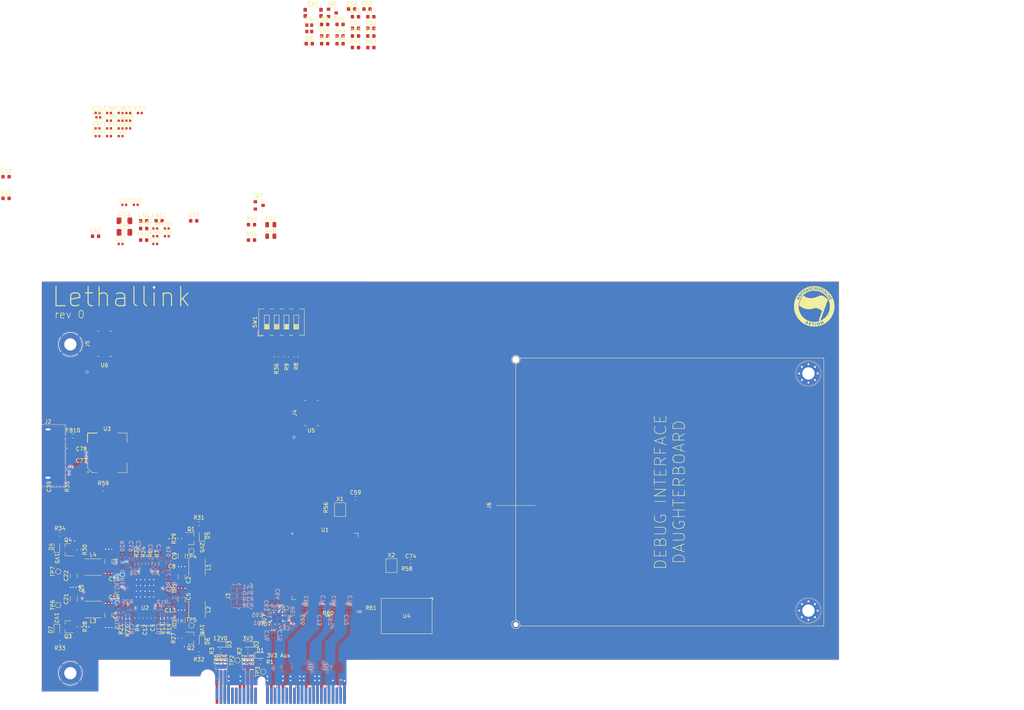
<source format=kicad_pcb>
(kicad_pcb (version 20171130) (host pcbnew 5.1.6)
  (title_block (title "lethallink PCIe DMA Engine and debugger") (date 2020-06-13) (rev 0) (company Aki))
  (layers (0 F.Cu mixed) (1 In1.Cu power) (2 In2.Cu mixed) (3 In3.Cu power) (4 In4.Cu power) (31 B.Cu mixed) (34 B.Paste user) (35 F.Paste user hide) (36 B.SilkS user) (37 F.SilkS user) (38 B.Mask user hide) (39 F.Mask user hide) (44 Edge.Cuts user))
  (net 0 "")
  (net 1 "Net-(J1-PadA19)")
  (net 2 "Net-(J1-PadB30)")
  (net 3 "Net-(J1-PadB17)")
  (net 4 /PRSNT#)
  (net 5 GND)
  (net 6 +3.3VA)
  (net 7 +3V3)
  (net 8 +12V)
  (net 9 "Net-(C3-Pad1)")
  (net 10 "Net-(C6-Pad1)")
  (net 11 "Net-(C7-Pad2)")
  (net 12 "Net-(C8-Pad2)")
  (net 13 "Net-(C8-Pad1)")
  (net 14 +2V5)
  (net 15 "Net-(C10-Pad1)")
  (net 16 "Net-(C11-Pad2)")
  (net 17 "Net-(C12-Pad2)")
  (net 18 "Net-(C13-Pad2)")
  (net 19 "Net-(C13-Pad1)")
  (net 20 +1V8)
  (net 21 "Net-(C15-Pad2)")
  (net 22 "Net-(C15-Pad1)")
  (net 23 "Net-(C16-Pad2)")
  (net 24 "Net-(C16-Pad1)")
  (net 25 "Net-(C17-Pad2)")
  (net 26 "Net-(C18-Pad1)")
  (net 27 "Net-(C19-Pad2)")
  (net 28 "Net-(C20-Pad1)")
  (net 29 +1V2)
  (net 30 +1V5)
  (net 31 "Net-(C39-Pad2)")
  (net 32 "Net-(D1-Pad2)")
  (net 33 "Net-(D2-Pad2)")
  (net 34 "Net-(D3-Pad2)")
  (net 35 "Net-(D4-Pad2)")
  (net 36 "Net-(D4-Pad1)")
  (net 37 "Net-(D5-Pad2)")
  (net 38 "Net-(D5-Pad1)")
  (net 39 "Net-(D6-Pad2)")
  (net 40 "Net-(D6-Pad1)")
  (net 41 "Net-(D7-Pad2)")
  (net 42 "Net-(D7-Pad1)")
  (net 43 "Net-(FB3-Pad2)")
  (net 44 "/PCIe Interface/RX3_N")
  (net 45 "/PCIe Interface/RX3_P")
  (net 46 "/PCIe Interface/RX2_N")
  (net 47 "/PCIe Interface/RX2_P")
  (net 48 "/PCIe Interface/RX1_N")
  (net 49 "/PCIe Interface/RX1_P")
  (net 50 "/PCIe Interface/TX3_N")
  (net 51 "/PCIe Interface/TX3_P")
  (net 52 "/PCIe Interface/TX2_N")
  (net 53 "/PCIe Interface/TX2_P")
  (net 54 "/PCIe Interface/TX1_N")
  (net 55 "/PCIe Interface/TX0_N")
  (net 56 "/PCIe Interface/TX0_P")
  (net 57 "/AUX Control/CLKREQ#")
  (net 58 "/AUX Control/WAKE#")
  (net 59 "/AUX Control/PCIe_TRST#")
  (net 60 "/AUX Control/PCIe_SMDAT")
  (net 61 "/AUX Control/PCIe_SMCLK")
  (net 62 "/AUX Control/PCIe_TMS")
  (net 63 "/AUX Control/PERST#")
  (net 64 "/AUX Control/PCIe_TDI")
  (net 65 "/AUX Control/PCIe_TCK")
  (net 66 "/AUX Control/PCIe_TDO")
  (net 67 "/PCIe Interface/RX0_N")
  (net 68 "/PCIe Interface/REFCLK_N")
  (net 69 "/PCIe Interface/REFCLK_P")
  (net 70 "/PCIe Interface/RX0_P")
  (net 71 "Net-(J2-Pad4)")
  (net 72 "Net-(Q1-Pad1)")
  (net 73 "Net-(Q2-Pad1)")
  (net 74 "Net-(Q3-Pad1)")
  (net 75 "Net-(Q4-Pad1)")
  (net 76 "Net-(Q5-Pad5)")
  (net 77 "Net-(Q5-Pad2)")
  (net 78 "Net-(R4-Pad1)")
  (net 79 "Net-(R6-Pad1)")
  (net 80 "Net-(R10-Pad2)")
  (net 81 "Net-(R13-Pad2)")
  (net 82 "Net-(R15-Pad2)")
  (net 83 "Net-(R17-Pad2)")
  (net 84 "Net-(R18-Pad2)")
  (net 85 "Net-(R21-Pad1)")
  (net 86 "Net-(R22-Pad1)")
  (net 87 "Net-(U1-PadU20)")
  (net 88 "Net-(U1-PadT20)")
  (net 89 "Net-(U1-PadR20)")
  (net 90 "Net-(U1-PadP20)")
  (net 91 "Net-(U1-PadN20)")
  (net 92 "Net-(U1-PadM20)")
  (net 93 "Net-(U1-PadL20)")
  (net 94 "Net-(U1-PadB20)")
  (net 95 "Net-(U1-PadU19)")
  (net 96 "Net-(U1-PadT19)")
  (net 97 "Net-(U1-PadP19)")
  (net 98 "Net-(U1-PadN19)")
  (net 99 "Net-(U1-PadM19)")
  (net 100 "Net-(U1-PadL19)")
  (net 101 "Net-(U1-PadB19)")
  (net 102 "Net-(U1-PadA19)")
  (net 103 "Net-(U1-PadV17)")
  (net 104 "Net-(U1-PadU18)")
  (net 105 "Net-(U1-PadT18)")
  (net 106 "Net-(U1-PadR18)")
  (net 107 "Net-(U1-PadP18)")
  (net 108 "Net-(U1-PadN18)")
  (net 109 "Net-(U1-PadM18)")
  (net 110 "Net-(U1-PadL18)")
  (net 111 "Net-(U1-PadH18)")
  (net 112 "Net-(U1-PadG18)")
  (net 113 "Net-(U1-PadF18)")
  (net 114 "Net-(U1-PadE18)")
  (net 115 "Net-(U1-PadD18)")
  (net 116 "Net-(U1-PadC18)")
  (net 117 "Net-(U1-PadB18)")
  (net 118 "Net-(U1-PadA18)")
  (net 119 "Net-(U1-PadU17)")
  (net 120 "Net-(U1-PadT17)")
  (net 121 "Net-(U1-PadR17)")
  (net 122 "Net-(U1-PadP17)")
  (net 123 "Net-(U1-PadL17)")
  (net 124 "Net-(U1-PadK17)")
  (net 125 "Net-(U1-PadH17)")
  (net 126 "Net-(U1-PadF17)")
  (net 127 "Net-(U1-PadE17)")
  (net 128 "Net-(U1-PadD17)")
  (net 129 "Net-(U1-PadC17)")
  (net 130 "Net-(U1-PadB17)")
  (net 131 "Net-(U1-PadA17)")
  (net 132 "Net-(U1-PadU16)")
  (net 133 "Net-(U1-PadT16)")
  (net 134 "Net-(U1-PadR16)")
  (net 135 "Net-(U1-PadP16)")
  (net 136 "Net-(U1-PadL16)")
  (net 137 "Net-(U1-PadK16)")
  (net 138 "Net-(U1-PadH16)")
  (net 139 "Net-(U1-PadG16)")
  (net 140 "Net-(U1-PadF16)")
  (net 141 "Net-(U1-PadE16)")
  (net 142 "Net-(U1-PadD16)")
  (net 143 "Net-(U1-PadC16)")
  (net 144 "Net-(U1-PadB16)")
  (net 145 "Net-(U1-PadA16)")
  (net 146 "Net-(U1-PadF15)")
  (net 147 "Net-(U1-PadE15)")
  (net 148 "Net-(U1-PadD15)")
  (net 149 "Net-(U1-PadC15)")
  (net 150 "Net-(U1-PadB15)")
  (net 151 "Net-(U1-PadA15)")
  (net 152 "Net-(U1-PadT14)")
  (net 153 "Net-(U1-PadE14)")
  (net 154 "Net-(U1-PadD14)")
  (net 155 "Net-(U1-PadC14)")
  (net 156 "Net-(U1-PadA14)")
  (net 157 "Net-(U1-PadT13)")
  (net 158 "Net-(U1-PadE13)")
  (net 159 "Net-(U1-PadD13)")
  (net 160 "Net-(U1-PadC13)")
  (net 161 "Net-(U1-PadB13)")
  (net 162 "Net-(U1-PadA13)")
  (net 163 "Net-(U1-PadT12)")
  (net 164 "Net-(U1-PadF11)")
  (net 165 "Net-(U1-PadE12)")
  (net 166 "Net-(U1-PadD12)")
  (net 167 "Net-(U1-PadC12)")
  (net 168 "Net-(U1-PadB12)")
  (net 169 "Net-(U1-PadA12)")
  (net 170 "Net-(U1-PadW11)")
  (net 171 "Net-(U1-PadV10)")
  (net 172 "Net-(U1-PadT11)")
  (net 173 "Net-(U1-PadE11)")
  (net 174 "Net-(U1-PadD11)")
  (net 175 "Net-(U1-PadA11)")
  (net 176 "Net-(U1-PadW10)")
  (net 177 "Net-(U1-PadT10)")
  (net 178 "Net-(U1-PadF10)")
  (net 179 "Net-(U1-PadE10)")
  (net 180 "Net-(U1-PadD10)")
  (net 181 "Net-(U1-PadC10)")
  (net 182 "Net-(U1-PadB10)")
  (net 183 "Net-(U1-PadA10)")
  (net 184 "Net-(U1-PadT9)")
  (net 185 "Net-(U1-PadE9)")
  (net 186 "Net-(U1-PadD9)")
  (net 187 "Net-(U1-PadC9)")
  (net 188 "Net-(U1-PadB9)")
  (net 189 "Net-(U1-PadA9)")
  (net 190 "Net-(U1-PadT8)")
  (net 191 "Net-(U1-PadE8)")
  (net 192 "Net-(U1-PadD8)")
  (net 193 "Net-(U1-PadC8)")
  (net 194 "Net-(U1-PadB8)")
  (net 195 "Net-(U1-PadA8)")
  (net 196 "Net-(U1-PadT7)")
  (net 197 "Net-(U1-PadE7)")
  (net 198 "Net-(U1-PadD7)")
  (net 199 "Net-(U1-PadC7)")
  (net 200 "Net-(U1-PadA7)")
  (net 201 "Net-(U1-PadE6)")
  (net 202 "Net-(U1-PadD6)")
  (net 203 "Net-(U1-PadC6)")
  (net 204 "Net-(U1-PadB6)")
  (net 205 "Net-(U1-PadA6)")
  (net 206 "Net-(U1-PadP5)")
  (net 207 "Net-(U1-PadN5)")
  (net 208 "Net-(U1-PadM5)")
  (net 209 "Net-(U1-PadL5)")
  (net 210 "Net-(U1-PadK5)")
  (net 211 "Net-(U1-PadJ5)")
  (net 212 "Net-(U1-PadF5)")
  (net 213 "Net-(U1-PadD5)")
  (net 214 "Net-(U1-PadC5)")
  (net 215 "Net-(U1-PadB5)")
  (net 216 "Net-(U1-PadA5)")
  (net 217 "Net-(U1-PadP4)")
  (net 218 "Net-(U1-PadN4)")
  (net 219 "Net-(U1-PadM4)")
  (net 220 "Net-(U1-PadL4)")
  (net 221 "Net-(U1-PadK4)")
  (net 222 "Net-(U1-PadJ4)")
  (net 223 "Net-(U1-PadE4)")
  (net 224 "Net-(U1-PadC4)")
  (net 225 "Net-(U1-PadB4)")
  (net 226 "Net-(U1-PadA4)")
  (net 227 "Net-(U1-PadR3)")
  (net 228 "Net-(U1-PadP3)")
  (net 229 "Net-(U1-PadN3)")
  (net 230 "Net-(U1-PadM3)")
  (net 231 "Net-(U1-PadL3)")
  (net 232 "Net-(U1-PadK3)")
  (net 233 "Net-(U1-PadJ3)")
  (net 234 "Net-(U1-PadD3)")
  (net 235 "Net-(U1-PadC3)")
  (net 236 "Net-(U1-PadB3)")
  (net 237 "Net-(U1-PadA3)")
  (net 238 "Net-(U1-PadU2)")
  (net 239 "Net-(U1-PadT2)")
  (net 240 "Net-(U1-PadP2)")
  (net 241 "Net-(U1-PadN2)")
  (net 242 "Net-(U1-PadL2)")
  (net 243 "Net-(U1-PadK2)")
  (net 244 "Net-(U1-PadH2)")
  (net 245 "Net-(U1-PadG2)")
  (net 246 "Net-(U1-PadV1)")
  (net 247 "Net-(U1-PadU1)")
  (net 248 "Net-(U1-PadT1)")
  (net 249 "Net-(U1-PadR1)")
  (net 250 "Net-(U1-PadP1)")
  (net 251 "Net-(U1-PadN1)")
  (net 252 "Net-(U1-PadM1)")
  (net 253 "Net-(U1-PadL1)")
  (net 254 "Net-(U1-PadK1)")
  (net 255 "Net-(U1-PadJ1)")
  (net 256 "Net-(U1-PadH1)")
  (net 257 "Net-(U1-PadG1)")
  (net 258 "Net-(U1-PadF1)")
  (net 259 "Net-(U2-Pad20)")
  (net 260 "Net-(U2-Pad19)")
  (net 261 "Net-(U2-Pad18)")
  (net 262 "Net-(U2-Pad17)")
  (net 263 "Net-(U2-Pad13)")
  (net 264 "Net-(U3-PadD11)")
  (net 265 "Net-(U3-PadA11)")
  (net 266 "Net-(U3-PadD10)")
  (net 267 "Net-(U3-PadD9)")
  (net 268 "Net-(U3-PadC9)")
  (net 269 "Net-(U3-PadH8)")
  (net 270 "Net-(U3-PadH7)")
  (net 271 "Net-(U3-PadG7)")
  (net 272 "Net-(U3-PadD7)")
  (net 273 "Net-(U3-PadK6)")
  (net 274 "Net-(U3-PadJ6)")
  (net 275 "Net-(U3-PadH6)")
  (net 276 "Net-(U3-PadG6)")
  (net 277 "Net-(U3-PadD6)")
  (net 278 "Net-(U3-PadJ5)")
  (net 279 "Net-(U3-PadH5)")
  (net 280 "Net-(U3-PadG5)")
  (net 281 "Net-(U3-PadJ4)")
  (net 282 "Net-(U3-PadC4)")
  (net 283 "Net-(U3-PadK2)")
  (net 284 "Net-(U3-PadJ2)")
  (net 285 "Net-(U3-PadK1)")
  (net 286 "Net-(R8-Pad2)")
  (net 287 "Net-(R9-Pad2)")
  (net 288 "Net-(R36-Pad2)")
  (net 289 "Net-(SW1-Pad8)")
  (net 290 "Net-(SW1-Pad1)")
  (net 291 "Net-(U4-PadT2)")
  (net 292 "Net-(U4-PadM8)")
  (net 293 "Net-(U4-PadL9)")
  (net 294 "Net-(U4-PadL3)")
  (net 295 "Net-(U4-PadL2)")
  (net 296 "Net-(U4-PadL1)")
  (net 297 "Net-(U4-PadK9)")
  (net 298 "Net-(U4-PadK7)")
  (net 299 "Net-(U4-PadK3)")
  (net 300 "Net-(U4-PadK1)")
  (net 301 "Net-(U4-PadJ9)")
  (net 302 "Net-(U4-PadJ7)")
  (net 303 "Net-(U4-PadJ3)")
  (net 304 "Net-(U4-PadJ1)")
  (net 305 "Net-(U4-PadH1)")
  (net 306 "Net-(U4-PadG3)")
  (net 307 "Net-(U4-PadF3)")
  (net 308 "Net-(U4-PadE7)")
  (net 309 "Net-(U4-PadD3)")
  (net 310 "Net-(U4-PadC7)")
  (net 311 "Net-(U4-PadB7)")
  (net 312 "/IC Power/VBUS")
  (net 313 "/USB3 Interface/D+")
  (net 314 "/USB3 Interface/SSTX-")
  (net 315 "/USB3 Interface/SSRX+")
  (net 316 "/USB3 Interface/SSRX-")
  (net 317 "/USB3 Interface/SSTX+")
  (net 318 "/USB3 Interface/D-")
  (net 319 "Net-(C43-Pad1)")
  (net 320 "Net-(C44-Pad1)")
  (net 321 "Net-(R37-Pad1)")
  (net 322 "Net-(J3-Pad6)")
  (net 323 "Net-(J3-Pad7)")
  (net 324 "Net-(R42-Pad2)")
  (net 325 "Net-(C55-Pad2)")
  (net 326 "Net-(C56-Pad2)")
  (net 327 "Net-(D8-Pad2)")
  (net 328 "Net-(D8-Pad1)")
  (net 329 "Net-(D9-Pad2)")
  (net 330 "Net-(D10-Pad2)")
  (net 331 "Net-(Q6-Pad1)")
  (net 332 "Net-(R52-Pad1)")
  (net 333 "Net-(R53-Pad1)")
  (net 334 "Net-(Q7-Pad3)")
  (net 335 "Net-(Q7-Pad1)")
  (net 336 "/Boot Config/~PHY_INT")
  (net 337 "Net-(J4-Pad10)")
  (net 338 "Net-(J4-Pad9)")
  (net 339 "Net-(J4-Pad8)")
  (net 340 "Net-(J4-Pad7)")
  (net 341 "Net-(J4-Pad6)")
  (net 342 "Net-(J4-Pad5)")
  (net 343 "Net-(J5-Pad10)")
  (net 344 "Net-(J5-Pad9)")
  (net 345 "Net-(J5-Pad8)")
  (net 346 "Net-(J5-Pad7)")
  (net 347 "Net-(J5-Pad6)")
  (net 348 "Net-(J5-Pad5)")
  (net 349 "/Boot Config/~PHY_RESET")
  (net 350 "Net-(X1-Pad2)")
  (net 351 "Net-(R57-Pad1)")
  (net 352 "/PCIe Interface/REFCLK1-")
  (net 353 "/PCIe Interface/REFCLK1+")
  (net 354 "/PCIe Interface/REFCLK0-")
  (net 355 "/PCIe Interface/REFCLK0+")
  (net 356 "/PCIe Interface/RX0+")
  (net 357 "/PCIe Interface/RX2+")
  (net 358 "/PCIe Interface/RX0-")
  (net 359 "/PCIe Interface/RX2-")
  (net 360 "/PCIe Interface/RX3-")
  (net 361 "/PCIe Interface/RX1-")
  (net 362 "/PCIe Interface/RX3+")
  (net 363 "/PCIe Interface/RX1+")
  (net 364 "/DDR3 Cache/BA0")
  (net 365 "/DDR3 Cache/A3")
  (net 366 "/DDR3 Cache/A2")
  (net 367 "/DDR3 Cache/A10")
  (net 368 "/DDR3 Cache/A8")
  (net 369 "/DDR3 Cache/A6")
  (net 370 "/DDR3 Cache/A5")
  (net 371 "/DDR3 Cache/A7")
  (net 372 "/DDR3 Cache/A1")
  (net 373 "/DDR3 Cache/A11")
  (net 374 "/DDR3 Cache/A0")
  (net 375 "/DDR3 Cache/BA1")
  (net 376 "/DDR3 Cache/BA2")
  (net 377 "/DDR3 Cache/A9")
  (net 378 "/DDR3 Cache/A13")
  (net 379 "/DDR3 Cache/A12")
  (net 380 "/DDR3 Cache/A4")
  (net 381 "/DDR3 Cache/A14")
  (net 382 "/DDR3 Cache/A15")
  (net 383 "/DDR3 Cache/DQL5")
  (net 384 "/DDR3 Cache/DQL7")
  (net 385 "/DDR3 Cache/DQL4")
  (net 386 "/DDR3 Cache/DQL6")
  (net 387 "/DDR3 Cache/DQL3")
  (net 388 "/DDR3 Cache/DQL1")
  (net 389 "/DDR3 Cache/DQL2")
  (net 390 "/DDR3 Cache/DQL0")
  (net 391 "/DDR3 Cache/DQU0")
  (net 392 "/DDR3 Cache/DQU2")
  (net 393 "/DDR3 Cache/DQU1")
  (net 394 "/DDR3 Cache/DQU3")
  (net 395 "/DDR3 Cache/DQU6")
  (net 396 "/DDR3 Cache/DQU4")
  (net 397 "/DDR3 Cache/DQU7")
  (net 398 "/DDR3 Cache/DQU5")
  (net 399 "/External Interface/CLK-")
  (net 400 "/External Interface/CLK+")
  (net 401 "/DDR3 Cache/_1V8")
  (net 402 "/DDR3 Cache/CLK-")
  (net 403 "/DDR3 Cache/CLK+")
  (net 404 "Net-(X2-Pad2)")
  (net 405 "Net-(U1-PadL6)")
  (net 406 "/USB3 Interface/DQ6")
  (net 407 "/USB3 Interface/DQ5")
  (net 408 "/USB3 Interface/DQ4")
  (net 409 "/USB3 Interface/DQ7")
  (net 410 "/USB3 Interface/DQ0")
  (net 411 "/USB3 Interface/DQ1")
  (net 412 "/USB3 Interface/DQ2")
  (net 413 "/USB3 Interface/DQ3")
  (net 414 "/USB3 Interface/DQ10")
  (net 415 "/USB3 Interface/DQ15")
  (net 416 "/USB3 Interface/DQ14")
  (net 417 "/USB3 Interface/DQ12")
  (net 418 "/USB3 Interface/DQ11")
  (net 419 "/USB3 Interface/DQ9")
  (net 420 "/USB3 Interface/DQ8")
  (net 421 "/USB3 Interface/DQ13")
  (net 422 "/USB3 Interface/WE_D")
  (net 423 "/USB3 Interface/OE")
  (net 424 "/USB3 Interface/ALE")
  (net 425 "Net-(U3-PadF5)")
  (net 426 "Net-(U3-PadE5)")
  (net 427 "Net-(U3-PadF4)")
  (net 428 "Net-(U3-PadE4)")
  (net 429 "Net-(U3-PadJ3)")
  (net 430 "Net-(U3-PadH3)")
  (net 431 "Net-(U3-PadG3)")
  (net 432 "Net-(U3-PadF3)")
  (net 433 "Net-(U3-PadD3)")
  (net 434 "Net-(U3-PadH2)")
  (net 435 "Net-(U3-PadG2)")
  (net 436 "Net-(U3-PadF2)")
  (net 437 "Net-(U3-PadD2)")
  (net 438 "Net-(U3-PadJ1)")
  (net 439 "Net-(U3-PadE1)")
  (net 440 "Net-(U3-PadD1)")
  (net 441 "/USB3 Interface/PMODE_0")
  (net 442 "/USB3 Interface/PMODE_1")
  (net 443 "/Boot Config/~RESET")
  (net 444 "/Boot Config/~INIT")
  (net 445 "/Boot Config/TMS")
  (net 446 "/Boot Config/TCK")
  (net 447 "/Boot Config/TDI")
  (net 448 "/Boot Config/DONE")
  (net 449 "/Boot Config/TDO")
  (net 450 "Net-(J6-Pad259)")
  (net 451 "Net-(J6-Pad2)")
  (net 452 "Net-(J6-Pad4)")
  (net 453 "Net-(J6-Pad6)")
  (net 454 "Net-(J6-Pad8)")
  (net 455 "Net-(J6-Pad10)")
  (net 456 "Net-(J6-Pad12)")
  (net 457 "Net-(J6-Pad14)")
  (net 458 "Net-(J6-Pad16)")
  (net 459 "Net-(J6-Pad18)")
  (net 460 "Net-(J6-Pad20)")
  (net 461 "Net-(J6-Pad22)")
  (net 462 "Net-(J6-Pad24)")
  (net 463 "Net-(J6-Pad26)")
  (net 464 "Net-(J6-Pad28)")
  (net 465 "Net-(J6-Pad30)")
  (net 466 "Net-(J6-Pad32)")
  (net 467 "Net-(J6-Pad34)")
  (net 468 "Net-(J6-Pad36)")
  (net 469 "Net-(J6-Pad38)")
  (net 470 "Net-(J6-Pad40)")
  (net 471 "Net-(J6-Pad42)")
  (net 472 "Net-(J6-Pad44)")
  (net 473 "Net-(J6-Pad46)")
  (net 474 "Net-(J6-Pad48)")
  (net 475 "Net-(J6-Pad50)")
  (net 476 "Net-(J6-Pad52)")
  (net 477 "Net-(J6-Pad54)")
  (net 478 "Net-(J6-Pad56)")
  (net 479 "Net-(J6-Pad58)")
  (net 480 "Net-(J6-Pad60)")
  (net 481 "Net-(J6-Pad62)")
  (net 482 "Net-(J6-Pad64)")
  (net 483 "Net-(J6-Pad66)")
  (net 484 "Net-(J6-Pad68)")
  (net 485 "Net-(J6-Pad70)")
  (net 486 "Net-(J6-Pad72)")
  (net 487 "Net-(J6-Pad74)")
  (net 488 "Net-(J6-Pad76)")
  (net 489 "Net-(J6-Pad78)")
  (net 490 "Net-(J6-Pad80)")
  (net 491 "Net-(J6-Pad82)")
  (net 492 "Net-(J6-Pad84)")
  (net 493 "Net-(J6-Pad86)")
  (net 494 "Net-(J6-Pad88)")
  (net 495 "Net-(J6-Pad90)")
  (net 496 "Net-(J6-Pad92)")
  (net 497 "Net-(J6-Pad94)")
  (net 498 "Net-(J6-Pad96)")
  (net 499 "Net-(J6-Pad98)")
  (net 500 "Net-(J6-Pad100)")
  (net 501 "Net-(J6-Pad102)")
  (net 502 "Net-(J6-Pad104)")
  (net 503 "Net-(J6-Pad106)")
  (net 504 "Net-(J6-Pad108)")
  (net 505 "Net-(J6-Pad110)")
  (net 506 "Net-(J6-Pad112)")
  (net 507 "Net-(J6-Pad114)")
  (net 508 "Net-(J6-Pad116)")
  (net 509 "Net-(J6-Pad118)")
  (net 510 "Net-(J6-Pad120)")
  (net 511 "Net-(J6-Pad122)")
  (net 512 "Net-(J6-Pad124)")
  (net 513 "Net-(J6-Pad126)")
  (net 514 "Net-(J6-Pad128)")
  (net 515 "Net-(J6-Pad130)")
  (net 516 "Net-(J6-Pad132)")
  (net 517 "Net-(J6-Pad134)")
  (net 518 "Net-(J6-Pad136)")
  (net 519 "Net-(J6-Pad138)")
  (net 520 "Net-(J6-Pad140)")
  (net 521 "Net-(J6-Pad142)")
  (net 522 "Net-(J6-Pad144)")
  (net 523 "Net-(J6-Pad146)")
  (net 524 "Net-(J6-Pad148)")
  (net 525 "Net-(J6-Pad150)")
  (net 526 "Net-(J6-Pad152)")
  (net 527 "Net-(J6-Pad154)")
  (net 528 "Net-(J6-Pad156)")
  (net 529 "Net-(J6-Pad158)")
  (net 530 "Net-(J6-Pad160)")
  (net 531 "Net-(J6-Pad162)")
  (net 532 "Net-(J6-Pad164)")
  (net 533 "Net-(J6-Pad166)")
  (net 534 "Net-(J6-Pad168)")
  (net 535 "Net-(J6-Pad170)")
  (net 536 "Net-(J6-Pad172)")
  (net 537 "Net-(J6-Pad174)")
  (net 538 "Net-(J6-Pad176)")
  (net 539 "Net-(J6-Pad178)")
  (net 540 "Net-(J6-Pad180)")
  (net 541 "Net-(J6-Pad182)")
  (net 542 "Net-(J6-Pad184)")
  (net 543 "Net-(J6-Pad186)")
  (net 544 "Net-(J6-Pad188)")
  (net 545 "Net-(J6-Pad190)")
  (net 546 "Net-(J6-Pad192)")
  (net 547 "Net-(J6-Pad194)")
  (net 548 "Net-(J6-Pad196)")
  (net 549 "Net-(J6-Pad198)")
  (net 550 "Net-(J6-Pad200)")
  (net 551 "Net-(J6-Pad202)")
  (net 552 "Net-(J6-Pad204)")
  (net 553 "Net-(J6-Pad206)")
  (net 554 "Net-(J6-Pad208)")
  (net 555 "Net-(J6-Pad210)")
  (net 556 "Net-(J6-Pad212)")
  (net 557 "Net-(J6-Pad214)")
  (net 558 "Net-(J6-Pad216)")
  (net 559 "Net-(J6-Pad218)")
  (net 560 "Net-(J6-Pad220)")
  (net 561 "Net-(J6-Pad222)")
  (net 562 "Net-(J6-Pad224)")
  (net 563 "Net-(J6-Pad226)")
  (net 564 "Net-(J6-Pad228)")
  (net 565 "Net-(J6-Pad230)")
  (net 566 "Net-(J6-Pad232)")
  (net 567 "Net-(J6-Pad234)")
  (net 568 "Net-(J6-Pad236)")
  (net 569 "Net-(J6-Pad238)")
  (net 570 "Net-(J6-Pad240)")
  (net 571 "Net-(J6-Pad242)")
  (net 572 "Net-(J6-Pad244)")
  (net 573 "Net-(J6-Pad246)")
  (net 574 "Net-(J6-Pad248)")
  (net 575 "Net-(J6-Pad250)")
  (net 576 "Net-(J6-Pad252)")
  (net 577 "Net-(J6-Pad254)")
  (net 578 "Net-(J6-Pad256)")
  (net 579 "Net-(J6-Pad258)")
  (net 580 "Net-(J6-Pad260)")
  (net 581 "Net-(J6-Pad1)")
  (net 582 "Net-(J6-Pad3)")
  (net 583 "Net-(J6-Pad5)")
  (net 584 "Net-(J6-Pad7)")
  (net 585 "Net-(J6-Pad9)")
  (net 586 "Net-(J6-Pad11)")
  (net 587 "Net-(J6-Pad13)")
  (net 588 "Net-(J6-Pad15)")
  (net 589 "Net-(J6-Pad17)")
  (net 590 "Net-(J6-Pad19)")
  (net 591 "Net-(J6-Pad21)")
  (net 592 "Net-(J6-Pad23)")
  (net 593 "Net-(J6-Pad25)")
  (net 594 "Net-(J6-Pad27)")
  (net 595 "Net-(J6-Pad29)")
  (net 596 "Net-(J6-Pad31)")
  (net 597 "Net-(J6-Pad33)")
  (net 598 "Net-(J6-Pad35)")
  (net 599 "Net-(J6-Pad37)")
  (net 600 "Net-(J6-Pad39)")
  (net 601 "Net-(J6-Pad41)")
  (net 602 "Net-(J6-Pad43)")
  (net 603 "Net-(J6-Pad45)")
  (net 604 "Net-(J6-Pad47)")
  (net 605 "Net-(J6-Pad49)")
  (net 606 "Net-(J6-Pad51)")
  (net 607 "Net-(J6-Pad53)")
  (net 608 "Net-(J6-Pad55)")
  (net 609 "Net-(J6-Pad57)")
  (net 610 "Net-(J6-Pad59)")
  (net 611 "Net-(J6-Pad61)")
  (net 612 "Net-(J6-Pad63)")
  (net 613 "Net-(J6-Pad65)")
  (net 614 "Net-(J6-Pad67)")
  (net 615 "Net-(J6-Pad69)")
  (net 616 "Net-(J6-Pad71)")
  (net 617 "Net-(J6-Pad73)")
  (net 618 "Net-(J6-Pad75)")
  (net 619 "Net-(J6-Pad77)")
  (net 620 "Net-(J6-Pad79)")
  (net 621 "Net-(J6-Pad81)")
  (net 622 "Net-(J6-Pad83)")
  (net 623 "Net-(J6-Pad85)")
  (net 624 "Net-(J6-Pad87)")
  (net 625 "Net-(J6-Pad89)")
  (net 626 "Net-(J6-Pad91)")
  (net 627 "Net-(J6-Pad93)")
  (net 628 "Net-(J6-Pad95)")
  (net 629 "Net-(J6-Pad97)")
  (net 630 "Net-(J6-Pad99)")
  (net 631 "Net-(J6-Pad101)")
  (net 632 "Net-(J6-Pad103)")
  (net 633 "Net-(J6-Pad105)")
  (net 634 "Net-(J6-Pad107)")
  (net 635 "Net-(J6-Pad109)")
  (net 636 "Net-(J6-Pad111)")
  (net 637 "Net-(J6-Pad113)")
  (net 638 "Net-(J6-Pad115)")
  (net 639 "Net-(J6-Pad117)")
  (net 640 "Net-(J6-Pad119)")
  (net 641 "Net-(J6-Pad121)")
  (net 642 "Net-(J6-Pad123)")
  (net 643 "Net-(J6-Pad125)")
  (net 644 "Net-(J6-Pad127)")
  (net 645 "Net-(J6-Pad129)")
  (net 646 "Net-(J6-Pad131)")
  (net 647 "Net-(J6-Pad133)")
  (net 648 "Net-(J6-Pad135)")
  (net 649 "Net-(J6-Pad137)")
  (net 650 "Net-(J6-Pad139)")
  (net 651 "Net-(J6-Pad141)")
  (net 652 "Net-(J6-Pad143)")
  (net 653 "Net-(J6-Pad145)")
  (net 654 "Net-(J6-Pad147)")
  (net 655 "Net-(J6-Pad149)")
  (net 656 "Net-(J6-Pad151)")
  (net 657 "Net-(J6-Pad153)")
  (net 658 "Net-(J6-Pad155)")
  (net 659 "Net-(J6-Pad157)")
  (net 660 "Net-(J6-Pad159)")
  (net 661 "Net-(J6-Pad161)")
  (net 662 "Net-(J6-Pad163)")
  (net 663 "Net-(J6-Pad165)")
  (net 664 "Net-(J6-Pad167)")
  (net 665 "Net-(J6-Pad169)")
  (net 666 "Net-(J6-Pad171)")
  (net 667 "Net-(J6-Pad173)")
  (net 668 "Net-(J6-Pad175)")
  (net 669 "Net-(J6-Pad177)")
  (net 670 "Net-(J6-Pad179)")
  (net 671 "Net-(J6-Pad181)")
  (net 672 "Net-(J6-Pad183)")
  (net 673 "Net-(J6-Pad185)")
  (net 674 "Net-(J6-Pad187)")
  (net 675 "Net-(J6-Pad189)")
  (net 676 "Net-(J6-Pad191)")
  (net 677 "Net-(J6-Pad193)")
  (net 678 "Net-(J6-Pad195)")
  (net 679 "Net-(J6-Pad197)")
  (net 680 "Net-(J6-Pad199)")
  (net 681 "Net-(J6-Pad201)")
  (net 682 "Net-(J6-Pad203)")
  (net 683 "Net-(J6-Pad205)")
  (net 684 "Net-(J6-Pad207)")
  (net 685 "Net-(J6-Pad209)")
  (net 686 "Net-(J6-Pad211)")
  (net 687 "Net-(J6-Pad213)")
  (net 688 "Net-(J6-Pad215)")
  (net 689 "Net-(J6-Pad217)")
  (net 690 "Net-(J6-Pad219)")
  (net 691 "Net-(J6-Pad221)")
  (net 692 "Net-(J6-Pad223)")
  (net 693 "Net-(J6-Pad225)")
  (net 694 "Net-(J6-Pad227)")
  (net 695 "Net-(J6-Pad229)")
  (net 696 "Net-(J6-Pad231)")
  (net 697 "Net-(J6-Pad233)")
  (net 698 "Net-(J6-Pad235)")
  (net 699 "Net-(J6-Pad237)")
  (net 700 "Net-(J6-Pad239)")
  (net 701 "Net-(J6-Pad241)")
  (net 702 "Net-(J6-Pad243)")
  (net 703 "Net-(J6-Pad245)")
  (net 704 "Net-(J6-Pad247)")
  (net 705 "Net-(J6-Pad249)")
  (net 706 "Net-(J6-Pad251)")
  (net 707 "Net-(J6-Pad253)")
  (net 708 "Net-(J6-Pad255)")
  (net 709 "Net-(J6-Pad257)")
  (net 710 "Net-(FB1-Pad2)")
  (net 711 "Net-(FB7-Pad2)")
  (net 712 "/PCIe Interface/TX1_P")
  (net 713 "Net-(U7-Pad17)")
  (net 714 "Net-(U7-Pad18)")
  (net 715 "Net-(U7-Pad21)")
  (net 716 "Net-(U7-Pad22)")
  (net 717 "/PCIe Interface/REFCLK-")
  (net 718 "/PCIe Interface/REFCLK+")
  (net 719 "Net-(C77-Pad1)")
  (net 720 "Net-(C78-Pad1)")
  (net 721 "Net-(FB10-Pad1)")
  (module Capacitor_SMD:C_0402_1005Metric (layer F.Cu) (at 27.8 60.2)
    (fp_text reference C78 (at 0 -0.95) (layer F.SilkS))
    (fp_text value 0.1uF)
    (pad 2 smd roundrect (at 0.485 0) (size 0.59 0.64) (layers F.Cu F.Paste F.Mask) (net 314 "/USB3 Interface/SSTX-"))
    (pad 1 smd roundrect (at -0.485 0) (size 0.59 0.64) (layers F.Cu F.Paste F.Mask) (net 720 "Net-(C78-Pad1)"))
  )
  (module Capacitor_SMD:C_0402_1005Metric (layer F.Cu) (at 27.8 61.1)
    (fp_text reference C77 (at 0 1.2) (layer F.SilkS))
    (fp_text value 0.1uF)
    (pad 2 smd roundrect (at 0.485 0) (size 0.59 0.64) (layers F.Cu F.Paste F.Mask) (net 317 "/USB3 Interface/SSTX+"))
    (pad 1 smd roundrect (at -0.485 0) (size 0.59 0.64) (layers F.Cu F.Paste F.Mask) (net 719 "Net-(C77-Pad1)"))
  )
  (module Fiducial:Fiducial_0.5mm_Mask1mm (layer F.Cu) (at 75.45 106.25)
    (fp_text reference FID7 (at 0 -1.5) (layer F.SilkS))
    (fp_text value Fiducial)
    (pad "" smd circle (at 0 0) (size 0.5 0.5) (layers F.Cu F.Mask) (clearance 0.25))
  )
  (module lethalbit-connectors:FTSH-105-01-L-DV-K-TR (layer F.Cu) (at 33.8 31.95 90)
    (fp_text reference J5 (at 0 -4.39 90) (layer F.SilkS))
    (fp_text value Conn_02x04_Odd_Even)
    (pad 1 smd rect (at -2.54 2.035 90) (size 0.74 2.79) (layers F.Cu F.Paste F.Mask) (net 349 "/Boot Config/~PHY_RESET"))
    (pad 2 smd rect (at -2.54 -2.035 90) (size 0.74 2.79) (layers F.Cu F.Paste F.Mask) (net 5 GND))
    (pad 3 smd rect (at -1.27 2.035 90) (size 0.74 2.79) (layers F.Cu F.Paste F.Mask) (net 7 +3V3))
    (pad 4 smd rect (at -1.27 -2.035 90) (size 0.74 2.79) (layers F.Cu F.Paste F.Mask) (net 5 GND))
    (pad 5 smd rect (at 0 2.035 90) (size 0.74 2.79) (layers F.Cu F.Paste F.Mask) (net 348 "Net-(J5-Pad5)"))
    (pad 6 smd rect (at 0 -2.035 90) (size 0.74 2.79) (layers F.Cu F.Paste F.Mask) (net 347 "Net-(J5-Pad6)"))
    (pad 7 smd rect (at 1.27 2.035 90) (size 0.74 2.79) (layers F.Cu F.Paste F.Mask) (net 346 "Net-(J5-Pad7)"))
    (pad 8 smd rect (at 1.27 -2.035 90) (size 0.74 2.79) (layers F.Cu F.Paste F.Mask) (net 345 "Net-(J5-Pad8)"))
    (pad 9 smd rect (at 2.54 2.035 90) (size 0.74 2.79) (layers F.Cu F.Paste F.Mask) (net 344 "Net-(J5-Pad9)"))
    (pad 10 smd rect (at 2.54 -2.035 90) (size 0.74 2.79) (layers F.Cu F.Paste F.Mask) (net 343 "Net-(J5-Pad10)"))
  )
  (module lethalbit-connectors:FTSH-105-01-L-DV-K-TR (layer F.Cu) (at 87.6 49.9 90)
    (fp_text reference J4 (at 0 -4.39 90) (layer F.SilkS))
    (fp_text value Conn_02x04_Odd_Even)
    (pad 1 smd rect (at -2.54 2.035 90) (size 0.74 2.79) (layers F.Cu F.Paste F.Mask) (net 443 "/Boot Config/~RESET"))
    (pad 2 smd rect (at -2.54 -2.035 90) (size 0.74 2.79) (layers F.Cu F.Paste F.Mask) (net 444 "/Boot Config/~INIT"))
    (pad 3 smd rect (at -1.27 2.035 90) (size 0.74 2.79) (layers F.Cu F.Paste F.Mask) (net 7 +3V3))
    (pad 4 smd rect (at -1.27 -2.035 90) (size 0.74 2.79) (layers F.Cu F.Paste F.Mask) (net 5 GND))
    (pad 5 smd rect (at 0 2.035 90) (size 0.74 2.79) (layers F.Cu F.Paste F.Mask) (net 342 "Net-(J4-Pad5)"))
    (pad 6 smd rect (at 0 -2.035 90) (size 0.74 2.79) (layers F.Cu F.Paste F.Mask) (net 341 "Net-(J4-Pad6)"))
    (pad 7 smd rect (at 1.27 2.035 90) (size 0.74 2.79) (layers F.Cu F.Paste F.Mask) (net 340 "Net-(J4-Pad7)"))
    (pad 8 smd rect (at 1.27 -2.035 90) (size 0.74 2.79) (layers F.Cu F.Paste F.Mask) (net 339 "Net-(J4-Pad8)"))
    (pad 9 smd rect (at 2.54 2.035 90) (size 0.74 2.79) (layers F.Cu F.Paste F.Mask) (net 338 "Net-(J4-Pad9)"))
    (pad 10 smd rect (at 2.54 -2.035 90) (size 0.74 2.79) (layers F.Cu F.Paste F.Mask) (net 337 "Net-(J4-Pad10)"))
  )
  (module lethalbit-connectors:FTSH-105-01-L-DV-K-TR (layer F.Cu) (at 70.3 97.5 90)
    (fp_text reference J3 (at 0 -4.39 90) (layer F.SilkS))
    (fp_text value Conn_02x05_Odd_Even)
    (pad 1 smd rect (at -2.54 2.035 90) (size 0.74 2.79) (layers F.Cu F.Paste F.Mask) (net 7 +3V3))
    (pad 2 smd rect (at -2.54 -2.035 90) (size 0.74 2.79) (layers F.Cu F.Paste F.Mask) (net 445 "/Boot Config/TMS"))
    (pad 3 smd rect (at -1.27 2.035 90) (size 0.74 2.79) (layers F.Cu F.Paste F.Mask) (net 5 GND))
    (pad 4 smd rect (at -1.27 -2.035 90) (size 0.74 2.79) (layers F.Cu F.Paste F.Mask) (net 446 "/Boot Config/TCK"))
    (pad 5 smd rect (at 0 2.035 90) (size 0.74 2.79) (layers F.Cu F.Paste F.Mask) (net 5 GND))
    (pad 6 smd rect (at 0 -2.035 90) (size 0.74 2.79) (layers F.Cu F.Paste F.Mask) (net 322 "Net-(J3-Pad6)"))
    (pad 7 smd rect (at 1.27 2.035 90) (size 0.74 2.79) (layers F.Cu F.Paste F.Mask) (net 323 "Net-(J3-Pad7)"))
    (pad 8 smd rect (at 1.27 -2.035 90) (size 0.74 2.79) (layers F.Cu F.Paste F.Mask) (net 447 "/Boot Config/TDI"))
    (pad 9 smd rect (at 2.54 2.035 90) (size 0.74 2.79) (layers F.Cu F.Paste F.Mask) (net 5 GND))
    (pad 10 smd rect (at 2.54 -2.035 90) (size 0.74 2.79) (layers F.Cu F.Paste F.Mask) (net 443 "/Boot Config/~RESET"))
  )
  (module Capacitor_SMD:C_0402_1005Metric (layer B.Cu) (at 77.2 107.7 90)
    (fp_text reference C76 (at 0 -1.2 90) (layer B.SilkS) (effects (justify mirror)))
    (fp_text value 0.1uF)
    (pad 2 smd roundrect (at 0.485 0 90) (size 0.59 0.64) (layers B.Cu B.Paste B.Mask) (net 718 "/PCIe Interface/REFCLK+"))
    (pad 1 smd roundrect (at -0.485 0 90) (size 0.59 0.64) (layers B.Cu B.Paste B.Mask) (net 69 "/PCIe Interface/REFCLK_P"))
  )
  (module Capacitor_SMD:C_0402_1005Metric (layer B.Cu) (at 78.1 107.7 90)
    (fp_text reference C75 (at 0 1.25 90) (layer B.SilkS) (effects (justify mirror)))
    (fp_text value 0.1uF)
    (pad 2 smd roundrect (at 0.485 0 90) (size 0.59 0.64) (layers B.Cu B.Paste B.Mask) (net 717 "/PCIe Interface/REFCLK-"))
    (pad 1 smd roundrect (at -0.485 0 90) (size 0.59 0.64) (layers B.Cu B.Paste B.Mask) (net 68 "/PCIe Interface/REFCLK_N"))
  )
  (module Resistor_SMD:R_0402_1005Metric (layer F.Cu) (at 100 100.55)
    (fp_text reference R61 (at 3.05 0) (layer F.SilkS))
    (fp_text value 100)
    (pad 2 smd roundrect (at 0.485 0) (size 0.59 0.64) (layers F.Cu F.Paste F.Mask) (net 352 "/PCIe Interface/REFCLK1-"))
    (pad 1 smd roundrect (at -0.485 0) (size 0.59 0.64) (layers F.Cu F.Paste F.Mask) (net 353 "/PCIe Interface/REFCLK1+"))
  )
  (module Resistor_SMD:R_0402_1005Metric (layer F.Cu) (at 91.9 100.55)
    (fp_text reference R60 (at 0 1.35) (layer F.SilkS))
    (fp_text value 100)
    (pad 2 smd roundrect (at 0.485 0) (size 0.59 0.64) (layers F.Cu F.Paste F.Mask) (net 354 "/PCIe Interface/REFCLK0-"))
    (pad 1 smd roundrect (at -0.485 0) (size 0.59 0.64) (layers F.Cu F.Paste F.Mask) (net 355 "/PCIe Interface/REFCLK0+"))
  )
  (module Resistor_SMD:R_0402_1005Metric (layer B.Cu) (at 71 116.45 270)
    (fp_text reference FB9 (at -2.35 0.2 90) (layer B.SilkS) (effects (justify mirror)))
    (fp_text value "33 @ 100Mhz")
    (pad 2 smd roundrect (at 0.485 0 270) (size 0.59 0.64) (layers B.Cu B.Paste B.Mask) (net 711 "Net-(FB7-Pad2)"))
    (pad 1 smd roundrect (at -0.485 0 270) (size 0.59 0.64) (layers B.Cu B.Paste B.Mask) (net 7 +3V3))
  )
  (module Resistor_SMD:R_0402_1005Metric (layer B.Cu) (at 72.05 116.45 270)
    (fp_text reference FB8 (at -2.35 -0.1 90) (layer B.SilkS) (effects (justify mirror)))
    (fp_text value "33 @ 100Mhz")
    (pad 2 smd roundrect (at 0.485 0 270) (size 0.59 0.64) (layers B.Cu B.Paste B.Mask) (net 711 "Net-(FB7-Pad2)"))
    (pad 1 smd roundrect (at -0.485 0 270) (size 0.59 0.64) (layers B.Cu B.Paste B.Mask) (net 7 +3V3))
  )
  (module Resistor_SMD:R_0402_1005Metric (layer F.Cu) (at 70.05 116.45 270)
    (fp_text reference FB7 (at -2.45 -0.05 270) (layer F.SilkS))
    (fp_text value "33 @ 100Mhz")
    (pad 2 smd roundrect (at 0.485 0 270) (size 0.59 0.64) (layers F.Cu F.Paste F.Mask) (net 711 "Net-(FB7-Pad2)"))
    (pad 1 smd roundrect (at -0.485 0 270) (size 0.59 0.64) (layers F.Cu F.Paste F.Mask) (net 7 +3V3))
  )
  (module Resistor_SMD:R_0402_1005Metric (layer F.Cu) (at 63.05 116.45 270)
    (fp_text reference FB6 (at -2.55 0.2 90) (layer F.SilkS))
    (fp_text value "33 @ 100Mhz")
    (pad 2 smd roundrect (at 0.485 0 270) (size 0.59 0.64) (layers F.Cu F.Paste F.Mask) (net 710 "Net-(FB1-Pad2)"))
    (pad 1 smd roundrect (at -0.485 0 270) (size 0.59 0.64) (layers F.Cu F.Paste F.Mask) (net 8 +12V))
  )
  (module Resistor_SMD:R_0402_1005Metric (layer F.Cu) (at 64.1 116.45 270)
    (fp_text reference FB5 (at -2.55 0 90) (layer F.SilkS))
    (fp_text value "33 @ 100Mhz")
    (pad 2 smd roundrect (at 0.485 0 270) (size 0.59 0.64) (layers F.Cu F.Paste F.Mask) (net 710 "Net-(FB1-Pad2)"))
    (pad 1 smd roundrect (at -0.485 0 270) (size 0.59 0.64) (layers F.Cu F.Paste F.Mask) (net 8 +12V))
  )
  (module Resistor_SMD:R_0402_1005Metric (layer F.Cu) (at 65.15 116.45 270)
    (fp_text reference FB4 (at -2.55 -0.15 90) (layer F.SilkS))
    (fp_text value "33 @ 100Mhz")
    (pad 2 smd roundrect (at 0.485 0 270) (size 0.59 0.64) (layers F.Cu F.Paste F.Mask) (net 710 "Net-(FB1-Pad2)"))
    (pad 1 smd roundrect (at -0.485 0 270) (size 0.59 0.64) (layers F.Cu F.Paste F.Mask) (net 8 +12V))
  )
  (module Resistor_SMD:R_0402_1005Metric (layer F.Cu) (at 72.05 116.45 270)
    (fp_text reference FB3 (at -2.5 0 90) (layer F.SilkS))
    (fp_text value "33 @ 100Mhz")
    (pad 2 smd roundrect (at 0.485 0 270) (size 0.59 0.64) (layers F.Cu F.Paste F.Mask) (net 43 "Net-(FB3-Pad2)"))
    (pad 1 smd roundrect (at -0.485 0 270) (size 0.59 0.64) (layers F.Cu F.Paste F.Mask) (net 6 +3.3VA))
  )
  (module Resistor_SMD:R_0402_1005Metric (layer B.Cu) (at 64.1 116.45 270)
    (fp_text reference FB2 (at -2.45 0.15 270) (layer B.SilkS) (effects (justify mirror)))
    (fp_text value "33 @ 100Mhz")
    (pad 2 smd roundrect (at 0.485 0 270) (size 0.59 0.64) (layers B.Cu B.Paste B.Mask) (net 710 "Net-(FB1-Pad2)"))
    (pad 1 smd roundrect (at -0.485 0 270) (size 0.59 0.64) (layers B.Cu B.Paste B.Mask) (net 8 +12V))
  )
  (module Resistor_SMD:R_0402_1005Metric (layer B.Cu) (at 65.15 116.45 270)
    (fp_text reference FB1 (at -2.4 -0.15 90) (layer B.SilkS) (effects (justify mirror)))
    (fp_text value "33 @ 100Mhz")
    (pad 2 smd roundrect (at 0.485 0 270) (size 0.59 0.64) (layers B.Cu B.Paste B.Mask) (net 710 "Net-(FB1-Pad2)"))
    (pad 1 smd roundrect (at -0.485 0 270) (size 0.59 0.64) (layers B.Cu B.Paste B.Mask) (net 8 +12V))
  )
  (module lethalbit-pcie:PCIe-x4-Card-FH (layer F.Cu) (at 62.45 126.85)
    (fp_text reference J1 hide)
    (fp_text value PCIe-x4 hide)
    (fp_line (start 34.3 -12.75) (end 41 -12.75) (layer Edge.Cuts) (width 0.01))
    (fp_line (start 0.5 0) (end 0 -0.5) (layer Edge.Cuts) (width 0.01))
    (fp_line (start 0.5 0) (end 10.7 0) (layer Edge.Cuts) (width 0.01))
    (fp_line (start 0 -0.5) (end 0 -8.4) (layer Edge.Cuts) (width 0.01))
    (fp_line (start 11.2 -0.5) (end 11.2 -7.45) (layer Edge.Cuts) (width 0.01))
    (fp_line (start 10.7 0) (end 11.2 -0.5) (layer Edge.Cuts) (width 0.01))
    (fp_line (start 13.1 -0.5) (end 13.1 -7.45) (layer Edge.Cuts) (width 0.01))
    (fp_line (start 13.6 0) (end 13.1 -0.5) (layer Edge.Cuts) (width 0.01))
    (fp_line (start 33.8 0) (end 13.6 0) (layer Edge.Cuts) (width 0.01))
    (fp_line (start -3.65 -4.5) (end -3.65 -8.4) (layer Edge.Cuts) (width 0.01))
    (fp_line (start -3.65 -4.5) (end -11.65 -4.5) (layer Edge.Cuts) (width 0.01))
    (fp_line (start -11.65 -4.5) (end -11.65 -12.75) (layer Edge.Cuts) (width 0.01))
    (fp_line (start -11.65 -12.75) (end -30.1 -12.75) (layer Edge.Cuts) (width 0.01))
    (fp_line (start -30.1 -12.75) (end -30.1 -4.5) (layer Edge.Cuts) (width 0.01))
    (fp_line (start -30.1 -4.5) (end -45 -4.5) (layer Edge.Cuts) (width 0.01))
    (fp_line (start -45 -4.5) (end -45 -111.15) (layer Edge.Cuts) (width 0.01))
    (fp_line (start 34.3 -0.5) (end 34.3 -12.75) (layer Edge.Cuts) (width 0.01))
    (fp_line (start 33.8 0) (end 34.3 -0.5) (layer Edge.Cuts) (width 0.01))
    (fp_line (start -45 -111.15) (end 41 -111.15) (layer Edge.Cuts) (width 0.01))
    (fp_arc (start -1.825 -8.4) (end 0 -8.4) (angle -180) (layer Edge.Cuts) (width 0.01))
    (fp_arc (start 12.15 -7.45) (end 13.1 -7.45) (angle -180) (layer Edge.Cuts) (width 0.01))
    (pad G1 thru_hole circle (at -37.5 -94.75) (size 6 6) (drill 3.18) (layers *.Cu *.Mask) (net 5 GND))
    (pad A32 smd rect (at 33.7 -3.5) (size 0.7 4.2) (layers B.Cu) (net 5 GND))
    (pad A31 smd rect (at 32.7 -3.5) (size 0.7 4.2) (layers B.Cu) (net 44 "/PCIe Interface/RX3_N"))
    (pad A30 smd rect (at 31.7 -3.5) (size 0.7 4.2) (layers B.Cu) (net 45 "/PCIe Interface/RX3_P"))
    (pad A29 smd rect (at 30.7 -3.5) (size 0.7 4.2) (layers B.Cu) (net 5 GND))
    (pad A28 smd rect (at 29.7 -3.5) (size 0.7 4.2) (layers B.Cu) (net 5 GND))
    (pad A27 smd rect (at 28.7 -3.5) (size 0.7 4.2) (layers B.Cu) (net 46 "/PCIe Interface/RX2_N"))
    (pad A26 smd rect (at 27.7 -3.5) (size 0.7 4.2) (layers B.Cu) (net 47 "/PCIe Interface/RX2_P"))
    (pad A25 smd rect (at 26.7 -3.5) (size 0.7 4.2) (layers B.Cu) (net 5 GND))
    (pad A24 smd rect (at 25.7 -3.5) (size 0.7 4.2) (layers B.Cu) (net 5 GND))
    (pad A23 smd rect (at 24.7 -3.5) (size 0.7 4.2) (layers B.Cu) (net 48 "/PCIe Interface/RX1_N"))
    (pad A22 smd rect (at 23.7 -3.5) (size 0.7 4.2) (layers B.Cu) (net 49 "/PCIe Interface/RX1_P"))
    (pad A21 smd rect (at 22.7 -3.5) (size 0.7 4.2) (layers B.Cu) (net 5 GND))
    (pad A20 smd rect (at 21.7 -3.5) (size 0.7 4.2) (layers B.Cu) (net 5 GND))
    (pad A19 smd rect (at 20.7 -3.5) (size 0.7 4.2) (layers B.Cu) (net 1 "Net-(J1-PadA19)"))
    (pad B32 smd rect (at 33.7 -3.5) (size 0.7 4.2) (layers F.Cu) (net 5 GND))
    (pad B31 smd rect (at 32.7 -4) (size 0.7 3.2) (layers F.Cu) (net 4 /PRSNT#))
    (pad B30 smd rect (at 31.7 -3.5) (size 0.7 4.2) (layers F.Cu) (net 2 "Net-(J1-PadB30)"))
    (pad B29 smd rect (at 30.7 -3.5) (size 0.7 4.2) (layers F.Cu) (net 5 GND))
    (pad B28 smd rect (at 29.7 -3.5) (size 0.7 4.2) (layers F.Cu) (net 50 "/PCIe Interface/TX3_N"))
    (pad B27 smd rect (at 28.7 -3.5) (size 0.7 4.2) (layers F.Cu) (net 51 "/PCIe Interface/TX3_P"))
    (pad B26 smd rect (at 27.7 -3.5) (size 0.7 4.2) (layers F.Cu) (net 5 GND))
    (pad B25 smd rect (at 26.7 -3.5) (size 0.7 4.2) (layers F.Cu) (net 5 GND))
    (pad B24 smd rect (at 25.7 -3.5) (size 0.7 4.2) (layers F.Cu) (net 52 "/PCIe Interface/TX2_N"))
    (pad B23 smd rect (at 24.7 -3.5) (size 0.7 4.2) (layers F.Cu) (net 53 "/PCIe Interface/TX2_P"))
    (pad B22 smd rect (at 23.7 -3.5) (size 0.7 4.2) (layers F.Cu) (net 5 GND))
    (pad B21 smd rect (at 22.7 -3.5) (size 0.7 4.2) (layers F.Cu) (net 5 GND))
    (pad B20 smd rect (at 21.7 -3.5) (size 0.7 4.2) (layers F.Cu) (net 54 "/PCIe Interface/TX1_N"))
    (pad B19 smd rect (at 20.7 -3.5) (size 0.7 4.2) (layers F.Cu) (net 712 "/PCIe Interface/TX1_P"))
    (pad B18 smd rect (at 19.7 -3.5) (size 0.7 4.2) (layers F.Cu) (net 5 GND))
    (pad B15 smd rect (at 16.7 -3.5) (size 0.7 4.2) (layers F.Cu) (net 55 "/PCIe Interface/TX0_N"))
    (pad B16 smd rect (at 17.7 -3.5) (size 0.7 4.2) (layers F.Cu) (net 5 GND))
    (pad B17 smd rect (at 18.7 -4) (size 0.7 3.2) (layers F.Cu) (net 3 "Net-(J1-PadB17)"))
    (pad B14 smd rect (at 15.7 -3.5) (size 0.7 4.2) (layers F.Cu) (net 56 "/PCIe Interface/TX0_P"))
    (pad B13 smd rect (at 14.7 -3.5) (size 0.7 4.2) (layers F.Cu) (net 5 GND))
    (pad B12 smd rect (at 13.7 -3.5) (size 0.7 4.2) (layers F.Cu) (net 57 "/AUX Control/CLKREQ#"))
    (pad B11 smd rect (at 10.6 -3.5) (size 0.7 4.2) (layers F.Cu) (net 58 "/AUX Control/WAKE#"))
    (pad B10 smd rect (at 9.6 -3.5) (size 0.7 4.2) (layers F.Cu) (net 43 "Net-(FB3-Pad2)"))
    (pad B9 smd rect (at 8.6 -3.5) (size 0.7 4.2) (layers F.Cu) (net 59 "/AUX Control/PCIe_TRST#"))
    (pad B8 smd rect (at 7.6 -3.5) (size 0.7 4.2) (layers F.Cu) (net 711 "Net-(FB7-Pad2)"))
    (pad B7 smd rect (at 6.6 -3.5) (size 0.7 4.2) (layers F.Cu) (net 5 GND))
    (pad B6 smd rect (at 5.6 -3.5) (size 0.7 4.2) (layers F.Cu) (net 60 "/AUX Control/PCIe_SMDAT"))
    (pad B5 smd rect (at 4.6 -3.5) (size 0.7 4.2) (layers F.Cu) (net 61 "/AUX Control/PCIe_SMCLK"))
    (pad B4 smd rect (at 3.6 -3.5) (size 0.7 4.2) (layers F.Cu) (net 5 GND))
    (pad B3 smd rect (at 2.6 -3.5) (size 0.7 4.2) (layers F.Cu) (net 710 "Net-(FB1-Pad2)"))
    (pad B2 smd rect (at 1.6 -3.5) (size 0.7 4.2) (layers F.Cu) (net 710 "Net-(FB1-Pad2)"))
    (pad B1 smd rect (at 0.6 -3.5) (size 0.7 4.2) (layers F.Cu) (net 710 "Net-(FB1-Pad2)"))
    (pad G2 thru_hole circle (at -37.5 -9.35) (size 6 6) (drill 3.18) (layers *.Cu *.Mask) (net 5 GND))
    (pad A3 smd rect (at 2.6 -3.5) (size 0.7 4.2) (layers B.Cu) (net 710 "Net-(FB1-Pad2)"))
    (pad A2 smd rect (at 1.6 -3.5) (size 0.7 4.2) (layers B.Cu) (net 710 "Net-(FB1-Pad2)"))
    (pad A1 smd rect (at 0.6 -4) (size 0.7 3.2) (layers B.Cu) (net 4 /PRSNT#))
    (pad A8 smd rect (at 7.6 -3.5) (size 0.7 4.2) (layers B.Cu) (net 62 "/AUX Control/PCIe_TMS"))
    (pad A10 smd rect (at 9.6 -3.5) (size 0.7 4.2) (layers B.Cu) (net 711 "Net-(FB7-Pad2)"))
    (pad A11 smd rect (at 10.6 -3.5) (size 0.7 4.2) (layers B.Cu) (net 63 "/AUX Control/PERST#"))
    (pad A6 smd rect (at 5.6 -3.5) (size 0.7 4.2) (layers B.Cu) (net 64 "/AUX Control/PCIe_TDI"))
    (pad A5 smd rect (at 4.6 -3.5) (size 0.7 4.2) (layers B.Cu) (net 65 "/AUX Control/PCIe_TCK"))
    (pad A4 smd rect (at 3.6 -3.5) (size 0.7 4.2) (layers B.Cu) (net 5 GND))
    (pad A7 smd rect (at 6.6 -3.5) (size 0.7 4.2) (layers B.Cu) (net 66 "/AUX Control/PCIe_TDO"))
    (pad A9 smd rect (at 8.6 -3.5) (size 0.7 4.2) (layers B.Cu) (net 711 "Net-(FB7-Pad2)"))
    (pad A15 smd rect (at 16.7 -3.5) (size 0.7 4.2) (layers B.Cu) (net 5 GND))
    (pad A17 smd rect (at 18.7 -3.5) (size 0.7 4.2) (layers B.Cu) (net 67 "/PCIe Interface/RX0_N"))
    (pad A14 smd rect (at 15.7 -3.5) (size 0.7 4.2) (layers B.Cu) (net 68 "/PCIe Interface/REFCLK_N"))
    (pad A13 smd rect (at 14.7 -3.5) (size 0.7 4.2) (layers B.Cu) (net 69 "/PCIe Interface/REFCLK_P"))
    (pad A16 smd rect (at 17.7 -3.5) (size 0.7 4.2) (layers B.Cu) (net 70 "/PCIe Interface/RX0_P"))
    (pad A12 smd rect (at 13.7 -3.5) (size 0.7 4.2) (layers B.Cu) (net 5 GND))
    (pad A18 smd rect (at 19.7 -3.5) (size 0.7 4.2) (layers B.Cu) (net 5 GND))
  )
  (module lethallink:lethallink_debug_module_mount (layer F.Cu) (at 140.65 73.95 90)
    (fp_text reference J6 (at 0 -6.95 90) (layer F.SilkS))
    (fp_text value SODIMM_260)
    (fp_text user "DEBUG INTERFACE\nDAUGHTERBOARD" (at 3.5 40 90) (layer F.SilkS) (effects (font (size 3 3))))
    (pad 259 smd roundrect (at -29.5 -4.1 90) (size 0.3 1.75) (layers F.Cu F.Paste F.Mask) (net 450 "Net-(J6-Pad259)"))
    (pad GND smd roundrect (at -33.75 8 90) (size 2 3.5) (layers F.Cu F.Paste F.Mask))
    (pad GND smd roundrect (at 41.25 12 90) (size 2 3.5) (layers F.Cu F.Paste F.Mask))
    (pad 2 smd roundrect (at 36.625 4.1 90) (size 0.3 1.75) (layers F.Cu F.Paste F.Mask) (net 451 "Net-(J6-Pad2)"))
    (pad 4 smd roundrect (at 36.125 4.1 90) (size 0.3 1.75) (layers F.Cu F.Paste F.Mask) (net 452 "Net-(J6-Pad4)"))
    (pad 6 smd roundrect (at 35.625 4.1 90) (size 0.3 1.75) (layers F.Cu F.Paste F.Mask) (net 453 "Net-(J6-Pad6)"))
    (pad 8 smd roundrect (at 35.125 4.1 90) (size 0.3 1.75) (layers F.Cu F.Paste F.Mask) (net 454 "Net-(J6-Pad8)"))
    (pad 10 smd roundrect (at 34.625 4.1 90) (size 0.3 1.75) (layers F.Cu F.Paste F.Mask) (net 455 "Net-(J6-Pad10)"))
    (pad 12 smd roundrect (at 34.125 4.1 90) (size 0.3 1.75) (layers F.Cu F.Paste F.Mask) (net 456 "Net-(J6-Pad12)"))
    (pad 14 smd roundrect (at 33.625 4.1 90) (size 0.3 1.75) (layers F.Cu F.Paste F.Mask) (net 457 "Net-(J6-Pad14)"))
    (pad 16 smd roundrect (at 33.125 4.1 90) (size 0.3 1.75) (layers F.Cu F.Paste F.Mask) (net 458 "Net-(J6-Pad16)"))
    (pad 18 smd roundrect (at 32.625 4.1 90) (size 0.3 1.75) (layers F.Cu F.Paste F.Mask) (net 459 "Net-(J6-Pad18)"))
    (pad 20 smd roundrect (at 32.125 4.1 90) (size 0.3 1.75) (layers F.Cu F.Paste F.Mask) (net 460 "Net-(J6-Pad20)"))
    (pad 22 smd roundrect (at 31.625 4.1 90) (size 0.3 1.75) (layers F.Cu F.Paste F.Mask) (net 461 "Net-(J6-Pad22)"))
    (pad 24 smd roundrect (at 31.125 4.1 90) (size 0.3 1.75) (layers F.Cu F.Paste F.Mask) (net 462 "Net-(J6-Pad24)"))
    (pad 26 smd roundrect (at 30.625 4.1 90) (size 0.3 1.75) (layers F.Cu F.Paste F.Mask) (net 463 "Net-(J6-Pad26)"))
    (pad 28 smd roundrect (at 30.125 4.1 90) (size 0.3 1.75) (layers F.Cu F.Paste F.Mask) (net 464 "Net-(J6-Pad28)"))
    (pad 30 smd roundrect (at 29.625 4.1 90) (size 0.3 1.75) (layers F.Cu F.Paste F.Mask) (net 465 "Net-(J6-Pad30)"))
    (pad 32 smd roundrect (at 29.125 4.1 90) (size 0.3 1.75) (layers F.Cu F.Paste F.Mask) (net 466 "Net-(J6-Pad32)"))
    (pad 34 smd roundrect (at 28.625 4.1 90) (size 0.3 1.75) (layers F.Cu F.Paste F.Mask) (net 467 "Net-(J6-Pad34)"))
    (pad 36 smd roundrect (at 28.125 4.1 90) (size 0.3 1.75) (layers F.Cu F.Paste F.Mask) (net 468 "Net-(J6-Pad36)"))
    (pad 38 smd roundrect (at 27.625 4.1 90) (size 0.3 1.75) (layers F.Cu F.Paste F.Mask) (net 469 "Net-(J6-Pad38)"))
    (pad 40 smd roundrect (at 27.125 4.1 90) (size 0.3 1.75) (layers F.Cu F.Paste F.Mask) (net 470 "Net-(J6-Pad40)"))
    (pad 42 smd roundrect (at 26.625 4.1 90) (size 0.3 1.75) (layers F.Cu F.Paste F.Mask) (net 471 "Net-(J6-Pad42)"))
    (pad 44 smd roundrect (at 26.125 4.1 90) (size 0.3 1.75) (layers F.Cu F.Paste F.Mask) (net 472 "Net-(J6-Pad44)"))
    (pad 46 smd roundrect (at 25.625 4.1 90) (size 0.3 1.75) (layers F.Cu F.Paste F.Mask) (net 473 "Net-(J6-Pad46)"))
    (pad 48 smd roundrect (at 25.125 4.1 90) (size 0.3 1.75) (layers F.Cu F.Paste F.Mask) (net 474 "Net-(J6-Pad48)"))
    (pad 50 smd roundrect (at 24.625 4.1 90) (size 0.3 1.75) (layers F.Cu F.Paste F.Mask) (net 475 "Net-(J6-Pad50)"))
    (pad 52 smd roundrect (at 24.125 4.1 90) (size 0.3 1.75) (layers F.Cu F.Paste F.Mask) (net 476 "Net-(J6-Pad52)"))
    (pad 54 smd roundrect (at 23.625 4.1 90) (size 0.3 1.75) (layers F.Cu F.Paste F.Mask) (net 477 "Net-(J6-Pad54)"))
    (pad 56 smd roundrect (at 23.125 4.1 90) (size 0.3 1.75) (layers F.Cu F.Paste F.Mask) (net 478 "Net-(J6-Pad56)"))
    (pad 58 smd roundrect (at 22.625 4.1 90) (size 0.3 1.75) (layers F.Cu F.Paste F.Mask) (net 479 "Net-(J6-Pad58)"))
    (pad 60 smd roundrect (at 22.125 4.1 90) (size 0.3 1.75) (layers F.Cu F.Paste F.Mask) (net 480 "Net-(J6-Pad60)"))
    (pad 62 smd roundrect (at 21.625 4.1 90) (size 0.3 1.75) (layers F.Cu F.Paste F.Mask) (net 481 "Net-(J6-Pad62)"))
    (pad 64 smd roundrect (at 21.125 4.1 90) (size 0.3 1.75) (layers F.Cu F.Paste F.Mask) (net 482 "Net-(J6-Pad64)"))
    (pad 66 smd roundrect (at 20.625 4.1 90) (size 0.3 1.75) (layers F.Cu F.Paste F.Mask) (net 483 "Net-(J6-Pad66)"))
    (pad 68 smd roundrect (at 20.125 4.1 90) (size 0.3 1.75) (layers F.Cu F.Paste F.Mask) (net 484 "Net-(J6-Pad68)"))
    (pad 70 smd roundrect (at 19.625 4.1 90) (size 0.3 1.75) (layers F.Cu F.Paste F.Mask) (net 485 "Net-(J6-Pad70)"))
    (pad 72 smd roundrect (at 19.125 4.1 90) (size 0.3 1.75) (layers F.Cu F.Paste F.Mask) (net 486 "Net-(J6-Pad72)"))
    (pad 74 smd roundrect (at 18.625 4.1 90) (size 0.3 1.75) (layers F.Cu F.Paste F.Mask) (net 487 "Net-(J6-Pad74)"))
    (pad 76 smd roundrect (at 18.125 4.1 90) (size 0.3 1.75) (layers F.Cu F.Paste F.Mask) (net 488 "Net-(J6-Pad76)"))
    (pad 78 smd roundrect (at 17.625 4.1 90) (size 0.3 1.75) (layers F.Cu F.Paste F.Mask) (net 489 "Net-(J6-Pad78)"))
    (pad 80 smd roundrect (at 17.125 4.1 90) (size 0.3 1.75) (layers F.Cu F.Paste F.Mask) (net 490 "Net-(J6-Pad80)"))
    (pad 82 smd roundrect (at 16.625 4.1 90) (size 0.3 1.75) (layers F.Cu F.Paste F.Mask) (net 491 "Net-(J6-Pad82)"))
    (pad 84 smd roundrect (at 16.125 4.1 90) (size 0.3 1.75) (layers F.Cu F.Paste F.Mask) (net 492 "Net-(J6-Pad84)"))
    (pad 86 smd roundrect (at 15.625 4.1 90) (size 0.3 1.75) (layers F.Cu F.Paste F.Mask) (net 493 "Net-(J6-Pad86)"))
    (pad 88 smd roundrect (at 15.125 4.1 90) (size 0.3 1.75) (layers F.Cu F.Paste F.Mask) (net 494 "Net-(J6-Pad88)"))
    (pad 90 smd roundrect (at 14.625 4.1 90) (size 0.3 1.75) (layers F.Cu F.Paste F.Mask) (net 495 "Net-(J6-Pad90)"))
    (pad 92 smd roundrect (at 14.125 4.1 90) (size 0.3 1.75) (layers F.Cu F.Paste F.Mask) (net 496 "Net-(J6-Pad92)"))
    (pad 94 smd roundrect (at 13.625 4.1 90) (size 0.3 1.75) (layers F.Cu F.Paste F.Mask) (net 497 "Net-(J6-Pad94)"))
    (pad 96 smd roundrect (at 13.125 4.1 90) (size 0.3 1.75) (layers F.Cu F.Paste F.Mask) (net 498 "Net-(J6-Pad96)"))
    (pad 98 smd roundrect (at 12.625 4.1 90) (size 0.3 1.75) (layers F.Cu F.Paste F.Mask) (net 499 "Net-(J6-Pad98)"))
    (pad 100 smd roundrect (at 12.125 4.1 90) (size 0.3 1.75) (layers F.Cu F.Paste F.Mask) (net 500 "Net-(J6-Pad100)"))
    (pad 102 smd roundrect (at 11.625 4.1 90) (size 0.3 1.75) (layers F.Cu F.Paste F.Mask) (net 501 "Net-(J6-Pad102)"))
    (pad 104 smd roundrect (at 11.125 4.1 90) (size 0.3 1.75) (layers F.Cu F.Paste F.Mask) (net 502 "Net-(J6-Pad104)"))
    (pad 106 smd roundrect (at 10.625 4.1 90) (size 0.3 1.75) (layers F.Cu F.Paste F.Mask) (net 503 "Net-(J6-Pad106)"))
    (pad 108 smd roundrect (at 10.125 4.1 90) (size 0.3 1.75) (layers F.Cu F.Paste F.Mask) (net 504 "Net-(J6-Pad108)"))
    (pad 110 smd roundrect (at 9.625 4.1 90) (size 0.3 1.75) (layers F.Cu F.Paste F.Mask) (net 505 "Net-(J6-Pad110)"))
    (pad 112 smd roundrect (at 9.125 4.1 90) (size 0.3 1.75) (layers F.Cu F.Paste F.Mask) (net 506 "Net-(J6-Pad112)"))
    (pad 114 smd roundrect (at 8.625 4.1 90) (size 0.3 1.75) (layers F.Cu F.Paste F.Mask) (net 507 "Net-(J6-Pad114)"))
    (pad 116 smd roundrect (at 8.125 4.1 90) (size 0.3 1.75) (layers F.Cu F.Paste F.Mask) (net 508 "Net-(J6-Pad116)"))
    (pad 118 smd roundrect (at 7.625 4.1 90) (size 0.3 1.75) (layers F.Cu F.Paste F.Mask) (net 509 "Net-(J6-Pad118)"))
    (pad 120 smd roundrect (at 7.125 4.1 90) (size 0.3 1.75) (layers F.Cu F.Paste F.Mask) (net 510 "Net-(J6-Pad120)"))
    (pad 122 smd roundrect (at 6.625 4.1 90) (size 0.3 1.75) (layers F.Cu F.Paste F.Mask) (net 511 "Net-(J6-Pad122)"))
    (pad 124 smd roundrect (at 6.125 4.1 90) (size 0.3 1.75) (layers F.Cu F.Paste F.Mask) (net 512 "Net-(J6-Pad124)"))
    (pad 126 smd roundrect (at 5.625 4.1 90) (size 0.3 1.75) (layers F.Cu F.Paste F.Mask) (net 513 "Net-(J6-Pad126)"))
    (pad 128 smd roundrect (at 5.125 4.1 90) (size 0.3 1.75) (layers F.Cu F.Paste F.Mask) (net 514 "Net-(J6-Pad128)"))
    (pad 130 smd roundrect (at 4.625 4.1 90) (size 0.3 1.75) (layers F.Cu F.Paste F.Mask) (net 515 "Net-(J6-Pad130)"))
    (pad 132 smd roundrect (at 4.125 4.1 90) (size 0.3 1.75) (layers F.Cu F.Paste F.Mask) (net 516 "Net-(J6-Pad132)"))
    (pad 134 smd roundrect (at 3.625 4.1 90) (size 0.3 1.75) (layers F.Cu F.Paste F.Mask) (net 517 "Net-(J6-Pad134)"))
    (pad 136 smd roundrect (at 3.125 4.1 90) (size 0.3 1.75) (layers F.Cu F.Paste F.Mask) (net 518 "Net-(J6-Pad136)"))
    (pad 138 smd roundrect (at 2.625 4.1 90) (size 0.3 1.75) (layers F.Cu F.Paste F.Mask) (net 519 "Net-(J6-Pad138)"))
    (pad 140 smd roundrect (at 2.125 4.1 90) (size 0.3 1.75) (layers F.Cu F.Paste F.Mask) (net 520 "Net-(J6-Pad140)"))
    (pad 142 smd roundrect (at 1.625 4.1 90) (size 0.3 1.75) (layers F.Cu F.Paste F.Mask) (net 521 "Net-(J6-Pad142)"))
    (pad 144 smd roundrect (at 1.125 4.1 90) (size 0.3 1.75) (layers F.Cu F.Paste F.Mask) (net 522 "Net-(J6-Pad144)"))
    (pad 146 smd roundrect (at -1.375 4.1 90) (size 0.3 1.75) (layers F.Cu F.Paste F.Mask) (net 523 "Net-(J6-Pad146)"))
    (pad 148 smd roundrect (at -1.875 4.1 90) (size 0.3 1.75) (layers F.Cu F.Paste F.Mask) (net 524 "Net-(J6-Pad148)"))
    (pad 150 smd roundrect (at -2.375 4.1 90) (size 0.3 1.75) (layers F.Cu F.Paste F.Mask) (net 525 "Net-(J6-Pad150)"))
    (pad 152 smd roundrect (at -2.875 4.1 90) (size 0.3 1.75) (layers F.Cu F.Paste F.Mask) (net 526 "Net-(J6-Pad152)"))
    (pad 154 smd roundrect (at -3.375 4.1 90) (size 0.3 1.75) (layers F.Cu F.Paste F.Mask) (net 527 "Net-(J6-Pad154)"))
    (pad 156 smd roundrect (at -3.875 4.1 90) (size 0.3 1.75) (layers F.Cu F.Paste F.Mask) (net 528 "Net-(J6-Pad156)"))
    (pad 158 smd roundrect (at -4.375 4.1 90) (size 0.3 1.75) (layers F.Cu F.Paste F.Mask) (net 529 "Net-(J6-Pad158)"))
    (pad 160 smd roundrect (at -4.875 4.1 90) (size 0.3 1.75) (layers F.Cu F.Paste F.Mask) (net 530 "Net-(J6-Pad160)"))
    (pad 162 smd roundrect (at -5.375 4.1 90) (size 0.3 1.75) (layers F.Cu F.Paste F.Mask) (net 531 "Net-(J6-Pad162)"))
    (pad 164 smd roundrect (at -5.875 4.1 90) (size 0.3 1.75) (layers F.Cu F.Paste F.Mask) (net 532 "Net-(J6-Pad164)"))
    (pad 166 smd roundrect (at -6.375 4.1 90) (size 0.3 1.75) (layers F.Cu F.Paste F.Mask) (net 533 "Net-(J6-Pad166)"))
    (pad 168 smd roundrect (at -6.875 4.1 90) (size 0.3 1.75) (layers F.Cu F.Paste F.Mask) (net 534 "Net-(J6-Pad168)"))
    (pad 170 smd roundrect (at -7.375 4.1 90) (size 0.3 1.75) (layers F.Cu F.Paste F.Mask) (net 535 "Net-(J6-Pad170)"))
    (pad 172 smd roundrect (at -7.875 4.1 90) (size 0.3 1.75) (layers F.Cu F.Paste F.Mask) (net 536 "Net-(J6-Pad172)"))
    (pad 174 smd roundrect (at -8.375 4.1 90) (size 0.3 1.75) (layers F.Cu F.Paste F.Mask) (net 537 "Net-(J6-Pad174)"))
    (pad 176 smd roundrect (at -8.875 4.1 90) (size 0.3 1.75) (layers F.Cu F.Paste F.Mask) (net 538 "Net-(J6-Pad176)"))
    (pad 178 smd roundrect (at -9.375 4.1 90) (size 0.3 1.75) (layers F.Cu F.Paste F.Mask) (net 539 "Net-(J6-Pad178)"))
    (pad 180 smd roundrect (at -9.875 4.1 90) (size 0.3 1.75) (layers F.Cu F.Paste F.Mask) (net 540 "Net-(J6-Pad180)"))
    (pad 182 smd roundrect (at -10.375 4.1 90) (size 0.3 1.75) (layers F.Cu F.Paste F.Mask) (net 541 "Net-(J6-Pad182)"))
    (pad 184 smd roundrect (at -10.875 4.1 90) (size 0.3 1.75) (layers F.Cu F.Paste F.Mask) (net 542 "Net-(J6-Pad184)"))
    (pad 186 smd roundrect (at -11.375 4.1 90) (size 0.3 1.75) (layers F.Cu F.Paste F.Mask) (net 543 "Net-(J6-Pad186)"))
    (pad 188 smd roundrect (at -11.875 4.1 90) (size 0.3 1.75) (layers F.Cu F.Paste F.Mask) (net 544 "Net-(J6-Pad188)"))
    (pad 190 smd roundrect (at -12.375 4.1 90) (size 0.3 1.75) (layers F.Cu F.Paste F.Mask) (net 545 "Net-(J6-Pad190)"))
    (pad 192 smd roundrect (at -12.875 4.1 90) (size 0.3 1.75) (layers F.Cu F.Paste F.Mask) (net 546 "Net-(J6-Pad192)"))
    (pad 194 smd roundrect (at -13.375 4.1 90) (size 0.3 1.75) (layers F.Cu F.Paste F.Mask) (net 547 "Net-(J6-Pad194)"))
    (pad 196 smd roundrect (at -13.875 4.1 90) (size 0.3 1.75) (layers F.Cu F.Paste F.Mask) (net 548 "Net-(J6-Pad196)"))
    (pad 198 smd roundrect (at -14.375 4.1 90) (size 0.3 1.75) (layers F.Cu F.Paste F.Mask) (net 549 "Net-(J6-Pad198)"))
    (pad 200 smd roundrect (at -14.875 4.1 90) (size 0.3 1.75) (layers F.Cu F.Paste F.Mask) (net 550 "Net-(J6-Pad200)"))
    (pad 202 smd roundrect (at -15.375 4.1 90) (size 0.3 1.75) (layers F.Cu F.Paste F.Mask) (net 551 "Net-(J6-Pad202)"))
    (pad 204 smd roundrect (at -15.875 4.1 90) (size 0.3 1.75) (layers F.Cu F.Paste F.Mask) (net 552 "Net-(J6-Pad204)"))
    (pad 206 smd roundrect (at -16.375 4.1 90) (size 0.3 1.75) (layers F.Cu F.Paste F.Mask) (net 553 "Net-(J6-Pad206)"))
    (pad 208 smd roundrect (at -16.875 4.1 90) (size 0.3 1.75) (layers F.Cu F.Paste F.Mask) (net 554 "Net-(J6-Pad208)"))
    (pad 210 smd roundrect (at -17.375 4.1 90) (size 0.3 1.75) (layers F.Cu F.Paste F.Mask) (net 555 "Net-(J6-Pad210)"))
    (pad 212 smd roundrect (at -17.875 4.1 90) (size 0.3 1.75) (layers F.Cu F.Paste F.Mask) (net 556 "Net-(J6-Pad212)"))
    (pad 214 smd roundrect (at -18.375 4.1 90) (size 0.3 1.75) (layers F.Cu F.Paste F.Mask) (net 557 "Net-(J6-Pad214)"))
    (pad 216 smd roundrect (at -18.875 4.1 90) (size 0.3 1.75) (layers F.Cu F.Paste F.Mask) (net 558 "Net-(J6-Pad216)"))
    (pad 218 smd roundrect (at -19.375 4.1 90) (size 0.3 1.75) (layers F.Cu F.Paste F.Mask) (net 559 "Net-(J6-Pad218)"))
    (pad 220 smd roundrect (at -19.875 4.1 90) (size 0.3 1.75) (layers F.Cu F.Paste F.Mask) (net 560 "Net-(J6-Pad220)"))
    (pad 222 smd roundrect (at -20.375 4.1 90) (size 0.3 1.75) (layers F.Cu F.Paste F.Mask) (net 561 "Net-(J6-Pad222)"))
    (pad 224 smd roundrect (at -20.875 4.1 90) (size 0.3 1.75) (layers F.Cu F.Paste F.Mask) (net 562 "Net-(J6-Pad224)"))
    (pad 226 smd roundrect (at -21.375 4.1 90) (size 0.3 1.75) (layers F.Cu F.Paste F.Mask) (net 563 "Net-(J6-Pad226)"))
    (pad 228 smd roundrect (at -21.875 4.1 90) (size 0.3 1.75) (layers F.Cu F.Paste F.Mask) (net 564 "Net-(J6-Pad228)"))
    (pad 230 smd roundrect (at -22.375 4.1 90) (size 0.3 1.75) (layers F.Cu F.Paste F.Mask) (net 565 "Net-(J6-Pad230)"))
    (pad 232 smd roundrect (at -22.875 4.1 90) (size 0.3 1.75) (layers F.Cu F.Paste F.Mask) (net 566 "Net-(J6-Pad232)"))
    (pad 234 smd roundrect (at -23.375 4.1 90) (size 0.3 1.75) (layers F.Cu F.Paste F.Mask) (net 567 "Net-(J6-Pad234)"))
    (pad 236 smd roundrect (at -23.875 4.1 90) (size 0.3 1.75) (layers F.Cu F.Paste F.Mask) (net 568 "Net-(J6-Pad236)"))
    (pad 238 smd roundrect (at -24.375 4.1 90) (size 0.3 1.75) (layers F.Cu F.Paste F.Mask) (net 569 "Net-(J6-Pad238)"))
    (pad 240 smd roundrect (at -24.875 4.1 90) (size 0.3 1.75) (layers F.Cu F.Paste F.Mask) (net 570 "Net-(J6-Pad240)"))
    (pad 242 smd roundrect (at -25.375 4.1 90) (size 0.3 1.75) (layers F.Cu F.Paste F.Mask) (net 571 "Net-(J6-Pad242)"))
    (pad 244 smd roundrect (at -25.875 4.1 90) (size 0.3 1.75) (layers F.Cu F.Paste F.Mask) (net 572 "Net-(J6-Pad244)"))
    (pad 246 smd roundrect (at -26.375 4.1 90) (size 0.3 1.75) (layers F.Cu F.Paste F.Mask) (net 573 "Net-(J6-Pad246)"))
    (pad 248 smd roundrect (at -26.875 4.1 90) (size 0.3 1.75) (layers F.Cu F.Paste F.Mask) (net 574 "Net-(J6-Pad248)"))
    (pad 250 smd roundrect (at -27.375 4.1 90) (size 0.3 1.75) (layers F.Cu F.Paste F.Mask) (net 575 "Net-(J6-Pad250)"))
    (pad 252 smd roundrect (at -27.875 4.1 90) (size 0.3 1.75) (layers F.Cu F.Paste F.Mask) (net 576 "Net-(J6-Pad252)"))
    (pad 254 smd roundrect (at -28.375 4.1 90) (size 0.3 1.75) (layers F.Cu F.Paste F.Mask) (net 577 "Net-(J6-Pad254)"))
    (pad 256 smd roundrect (at -28.875 4.1 90) (size 0.3 1.75) (layers F.Cu F.Paste F.Mask) (net 578 "Net-(J6-Pad256)"))
    (pad 258 smd roundrect (at -29.375 4.1 90) (size 0.3 1.75) (layers F.Cu F.Paste F.Mask) (net 579 "Net-(J6-Pad258)"))
    (pad 260 smd roundrect (at -29.875 4.1 90) (size 0.3 1.75) (layers F.Cu F.Paste F.Mask) (net 580 "Net-(J6-Pad260)"))
    (pad 1 smd roundrect (at 37 -4.1 90) (size 0.3 1.75) (layers F.Cu F.Paste F.Mask) (net 581 "Net-(J6-Pad1)"))
    (pad 3 smd roundrect (at 36.5 -4.1 90) (size 0.3 1.75) (layers F.Cu F.Paste F.Mask) (net 582 "Net-(J6-Pad3)"))
    (pad 5 smd roundrect (at 36 -4.1 90) (size 0.3 1.75) (layers F.Cu F.Paste F.Mask) (net 583 "Net-(J6-Pad5)"))
    (pad 7 smd roundrect (at 35.5 -4.1 90) (size 0.3 1.75) (layers F.Cu F.Paste F.Mask) (net 584 "Net-(J6-Pad7)"))
    (pad 9 smd roundrect (at 35 -4.1 90) (size 0.3 1.75) (layers F.Cu F.Paste F.Mask) (net 585 "Net-(J6-Pad9)"))
    (pad 11 smd roundrect (at 34.5 -4.1 90) (size 0.3 1.75) (layers F.Cu F.Paste F.Mask) (net 586 "Net-(J6-Pad11)"))
    (pad 13 smd roundrect (at 34 -4.1 90) (size 0.3 1.75) (layers F.Cu F.Paste F.Mask) (net 587 "Net-(J6-Pad13)"))
    (pad 15 smd roundrect (at 33.5 -4.1 90) (size 0.3 1.75) (layers F.Cu F.Paste F.Mask) (net 588 "Net-(J6-Pad15)"))
    (pad 17 smd roundrect (at 33 -4.1 90) (size 0.3 1.75) (layers F.Cu F.Paste F.Mask) (net 589 "Net-(J6-Pad17)"))
    (pad 19 smd roundrect (at 32.5 -4.1 90) (size 0.3 1.75) (layers F.Cu F.Paste F.Mask) (net 590 "Net-(J6-Pad19)"))
    (pad 21 smd roundrect (at 32 -4.1 90) (size 0.3 1.75) (layers F.Cu F.Paste F.Mask) (net 591 "Net-(J6-Pad21)"))
    (pad 23 smd roundrect (at 31.5 -4.1 90) (size 0.3 1.75) (layers F.Cu F.Paste F.Mask) (net 592 "Net-(J6-Pad23)"))
    (pad 25 smd roundrect (at 31 -4.1 90) (size 0.3 1.75) (layers F.Cu F.Paste F.Mask) (net 593 "Net-(J6-Pad25)"))
    (pad 27 smd roundrect (at 30.5 -4.1 90) (size 0.3 1.75) (layers F.Cu F.Paste F.Mask) (net 594 "Net-(J6-Pad27)"))
    (pad 29 smd roundrect (at 30 -4.1 90) (size 0.3 1.75) (layers F.Cu F.Paste F.Mask) (net 595 "Net-(J6-Pad29)"))
    (pad 31 smd roundrect (at 29.5 -4.1 90) (size 0.3 1.75) (layers F.Cu F.Paste F.Mask) (net 596 "Net-(J6-Pad31)"))
    (pad 33 smd roundrect (at 29 -4.1 90) (size 0.3 1.75) (layers F.Cu F.Paste F.Mask) (net 597 "Net-(J6-Pad33)"))
    (pad 35 smd roundrect (at 28.5 -4.1 90) (size 0.3 1.75) (layers F.Cu F.Paste F.Mask) (net 598 "Net-(J6-Pad35)"))
    (pad 37 smd roundrect (at 28 -4.1 90) (size 0.3 1.75) (layers F.Cu F.Paste F.Mask) (net 599 "Net-(J6-Pad37)"))
    (pad 39 smd roundrect (at 27.5 -4.1 90) (size 0.3 1.75) (layers F.Cu F.Paste F.Mask) (net 600 "Net-(J6-Pad39)"))
    (pad 41 smd roundrect (at 27 -4.1 90) (size 0.3 1.75) (layers F.Cu F.Paste F.Mask) (net 601 "Net-(J6-Pad41)"))
    (pad 43 smd roundrect (at 26.5 -4.1 90) (size 0.3 1.75) (layers F.Cu F.Paste F.Mask) (net 602 "Net-(J6-Pad43)"))
    (pad 45 smd roundrect (at 26 -4.1 90) (size 0.3 1.75) (layers F.Cu F.Paste F.Mask) (net 603 "Net-(J6-Pad45)"))
    (pad 47 smd roundrect (at 25.5 -4.1 90) (size 0.3 1.75) (layers F.Cu F.Paste F.Mask) (net 604 "Net-(J6-Pad47)"))
    (pad 49 smd roundrect (at 25 -4.1 90) (size 0.3 1.75) (layers F.Cu F.Paste F.Mask) (net 605 "Net-(J6-Pad49)"))
    (pad 51 smd roundrect (at 24.5 -4.1 90) (size 0.3 1.75) (layers F.Cu F.Paste F.Mask) (net 606 "Net-(J6-Pad51)"))
    (pad 53 smd roundrect (at 24 -4.1 90) (size 0.3 1.75) (layers F.Cu F.Paste F.Mask) (net 607 "Net-(J6-Pad53)"))
    (pad 55 smd roundrect (at 23.5 -4.1 90) (size 0.3 1.75) (layers F.Cu F.Paste F.Mask) (net 608 "Net-(J6-Pad55)"))
    (pad 57 smd roundrect (at 23 -4.1 90) (size 0.3 1.75) (layers F.Cu F.Paste F.Mask) (net 609 "Net-(J6-Pad57)"))
    (pad 59 smd roundrect (at 22.5 -4.1 90) (size 0.3 1.75) (layers F.Cu F.Paste F.Mask) (net 610 "Net-(J6-Pad59)"))
    (pad 61 smd roundrect (at 22 -4.1 90) (size 0.3 1.75) (layers F.Cu F.Paste F.Mask) (net 611 "Net-(J6-Pad61)"))
    (pad 63 smd roundrect (at 21.5 -4.1 90) (size 0.3 1.75) (layers F.Cu F.Paste F.Mask) (net 612 "Net-(J6-Pad63)"))
    (pad 65 smd roundrect (at 21 -4.1 90) (size 0.3 1.75) (layers F.Cu F.Paste F.Mask) (net 613 "Net-(J6-Pad65)"))
    (pad 67 smd roundrect (at 20.5 -4.1 90) (size 0.3 1.75) (layers F.Cu F.Paste F.Mask) (net 614 "Net-(J6-Pad67)"))
    (pad 69 smd roundrect (at 20 -4.1 90) (size 0.3 1.75) (layers F.Cu F.Paste F.Mask) (net 615 "Net-(J6-Pad69)"))
    (pad 71 smd roundrect (at 19.5 -4.1 90) (size 0.3 1.75) (layers F.Cu F.Paste F.Mask) (net 616 "Net-(J6-Pad71)"))
    (pad 73 smd roundrect (at 19 -4.1 90) (size 0.3 1.75) (layers F.Cu F.Paste F.Mask) (net 617 "Net-(J6-Pad73)"))
    (pad 75 smd roundrect (at 18.5 -4.1 90) (size 0.3 1.75) (layers F.Cu F.Paste F.Mask) (net 618 "Net-(J6-Pad75)"))
    (pad 77 smd roundrect (at 18 -4.1 90) (size 0.3 1.75) (layers F.Cu F.Paste F.Mask) (net 619 "Net-(J6-Pad77)"))
    (pad 79 smd roundrect (at 17.5 -4.1 90) (size 0.3 1.75) (layers F.Cu F.Paste F.Mask) (net 620 "Net-(J6-Pad79)"))
    (pad 81 smd roundrect (at 17 -4.1 90) (size 0.3 1.75) (layers F.Cu F.Paste F.Mask) (net 621 "Net-(J6-Pad81)"))
    (pad 83 smd roundrect (at 16.5 -4.1 90) (size 0.3 1.75) (layers F.Cu F.Paste F.Mask) (net 622 "Net-(J6-Pad83)"))
    (pad 85 smd roundrect (at 16 -4.1 90) (size 0.3 1.75) (layers F.Cu F.Paste F.Mask) (net 623 "Net-(J6-Pad85)"))
    (pad 87 smd roundrect (at 15.5 -4.1 90) (size 0.3 1.75) (layers F.Cu F.Paste F.Mask) (net 624 "Net-(J6-Pad87)"))
    (pad 89 smd roundrect (at 15 -4.1 90) (size 0.3 1.75) (layers F.Cu F.Paste F.Mask) (net 625 "Net-(J6-Pad89)"))
    (pad 91 smd roundrect (at 14.5 -4.1 90) (size 0.3 1.75) (layers F.Cu F.Paste F.Mask) (net 626 "Net-(J6-Pad91)"))
    (pad 93 smd roundrect (at 14 -4.1 90) (size 0.3 1.75) (layers F.Cu F.Paste F.Mask) (net 627 "Net-(J6-Pad93)"))
    (pad 95 smd roundrect (at 13.5 -4.1 90) (size 0.3 1.75) (layers F.Cu F.Paste F.Mask) (net 628 "Net-(J6-Pad95)"))
    (pad 97 smd roundrect (at 13 -4.1 90) (size 0.3 1.75) (layers F.Cu F.Paste F.Mask) (net 629 "Net-(J6-Pad97)"))
    (pad 99 smd roundrect (at 12.5 -4.1 90) (size 0.3 1.75) (layers F.Cu F.Paste F.Mask) (net 630 "Net-(J6-Pad99)"))
    (pad 101 smd roundrect (at 12 -4.1 90) (size 0.3 1.75) (layers F.Cu F.Paste F.Mask) (net 631 "Net-(J6-Pad101)"))
    (pad 103 smd roundrect (at 11.5 -4.1 90) (size 0.3 1.75) (layers F.Cu F.Paste F.Mask) (net 632 "Net-(J6-Pad103)"))
    (pad 105 smd roundrect (at 11 -4.1 90) (size 0.3 1.75) (layers F.Cu F.Paste F.Mask) (net 633 "Net-(J6-Pad105)"))
    (pad 107 smd roundrect (at 10.5 -4.1 90) (size 0.3 1.75) (layers F.Cu F.Paste F.Mask) (net 634 "Net-(J6-Pad107)"))
    (pad 109 smd roundrect (at 10 -4.1 90) (size 0.3 1.75) (layers F.Cu F.Paste F.Mask) (net 635 "Net-(J6-Pad109)"))
    (pad 111 smd roundrect (at 9.5 -4.1 90) (size 0.3 1.75) (layers F.Cu F.Paste F.Mask) (net 636 "Net-(J6-Pad111)"))
    (pad 113 smd roundrect (at 9 -4.1 90) (size 0.3 1.75) (layers F.Cu F.Paste F.Mask) (net 637 "Net-(J6-Pad113)"))
    (pad 115 smd roundrect (at 8.5 -4.1 90) (size 0.3 1.75) (layers F.Cu F.Paste F.Mask) (net 638 "Net-(J6-Pad115)"))
    (pad 117 smd roundrect (at 8 -4.1 90) (size 0.3 1.75) (layers F.Cu F.Paste F.Mask) (net 639 "Net-(J6-Pad117)"))
    (pad 119 smd roundrect (at 7.5 -4.1 90) (size 0.3 1.75) (layers F.Cu F.Paste F.Mask) (net 640 "Net-(J6-Pad119)"))
    (pad 121 smd roundrect (at 7 -4.1 90) (size 0.3 1.75) (layers F.Cu F.Paste F.Mask) (net 641 "Net-(J6-Pad121)"))
    (pad 123 smd roundrect (at 6.5 -4.1 90) (size 0.3 1.75) (layers F.Cu F.Paste F.Mask) (net 642 "Net-(J6-Pad123)"))
    (pad 125 smd roundrect (at 6 -4.1 90) (size 0.3 1.75) (layers F.Cu F.Paste F.Mask) (net 643 "Net-(J6-Pad125)"))
    (pad 127 smd roundrect (at 5.5 -4.1 90) (size 0.3 1.75) (layers F.Cu F.Paste F.Mask) (net 644 "Net-(J6-Pad127)"))
    (pad 129 smd roundrect (at 5 -4.1 90) (size 0.3 1.75) (layers F.Cu F.Paste F.Mask) (net 645 "Net-(J6-Pad129)"))
    (pad 131 smd roundrect (at 4.5 -4.1 90) (size 0.3 1.75) (layers F.Cu F.Paste F.Mask) (net 646 "Net-(J6-Pad131)"))
    (pad 133 smd roundrect (at 4 -4.1 90) (size 0.3 1.75) (layers F.Cu F.Paste F.Mask) (net 647 "Net-(J6-Pad133)"))
    (pad 135 smd roundrect (at 3.5 -4.1 90) (size 0.3 1.75) (layers F.Cu F.Paste F.Mask) (net 648 "Net-(J6-Pad135)"))
    (pad 137 smd roundrect (at 3 -4.1 90) (size 0.3 1.75) (layers F.Cu F.Paste F.Mask) (net 649 "Net-(J6-Pad137)"))
    (pad 139 smd roundrect (at 2.5 -4.1 90) (size 0.3 1.75) (layers F.Cu F.Paste F.Mask) (net 650 "Net-(J6-Pad139)"))
    (pad 141 smd roundrect (at 2 -4.1 90) (size 0.3 1.75) (layers F.Cu F.Paste F.Mask) (net 651 "Net-(J6-Pad141)"))
    (pad 143 smd roundrect (at 1.5 -4.1 90) (size 0.3 1.75) (layers F.Cu F.Paste F.Mask) (net 652 "Net-(J6-Pad143)"))
    (pad 145 smd roundrect (at -1 -4.1 90) (size 0.3 1.75) (layers F.Cu F.Paste F.Mask) (net 653 "Net-(J6-Pad145)"))
    (pad 147 smd roundrect (at -1.5 -4.1 90) (size 0.3 1.75) (layers F.Cu F.Paste F.Mask) (net 654 "Net-(J6-Pad147)"))
    (pad 149 smd roundrect (at -2 -4.1 90) (size 0.3 1.75) (layers F.Cu F.Paste F.Mask) (net 655 "Net-(J6-Pad149)"))
    (pad 151 smd roundrect (at -2.5 -4.1 90) (size 0.3 1.75) (layers F.Cu F.Paste F.Mask) (net 656 "Net-(J6-Pad151)"))
    (pad 153 smd roundrect (at -3 -4.1 90) (size 0.3 1.75) (layers F.Cu F.Paste F.Mask) (net 657 "Net-(J6-Pad153)"))
    (pad 155 smd roundrect (at -3.5 -4.1 90) (size 0.3 1.75) (layers F.Cu F.Paste F.Mask) (net 658 "Net-(J6-Pad155)"))
    (pad 157 smd roundrect (at -4 -4.1 90) (size 0.3 1.75) (layers F.Cu F.Paste F.Mask) (net 659 "Net-(J6-Pad157)"))
    (pad 159 smd roundrect (at -4.5 -4.1 90) (size 0.3 1.75) (layers F.Cu F.Paste F.Mask) (net 660 "Net-(J6-Pad159)"))
    (pad 161 smd roundrect (at -5 -4.1 90) (size 0.3 1.75) (layers F.Cu F.Paste F.Mask) (net 661 "Net-(J6-Pad161)"))
    (pad 163 smd roundrect (at -5.5 -4.1 90) (size 0.3 1.75) (layers F.Cu F.Paste F.Mask) (net 662 "Net-(J6-Pad163)"))
    (pad 165 smd roundrect (at -6 -4.1 90) (size 0.3 1.75) (layers F.Cu F.Paste F.Mask) (net 663 "Net-(J6-Pad165)"))
    (pad 167 smd roundrect (at -6.5 -4.1 90) (size 0.3 1.75) (layers F.Cu F.Paste F.Mask) (net 664 "Net-(J6-Pad167)"))
    (pad 169 smd roundrect (at -7 -4.1 90) (size 0.3 1.75) (layers F.Cu F.Paste F.Mask) (net 665 "Net-(J6-Pad169)"))
    (pad 171 smd roundrect (at -7.5 -4.1 90) (size 0.3 1.75) (layers F.Cu F.Paste F.Mask) (net 666 "Net-(J6-Pad171)"))
    (pad 173 smd roundrect (at -8 -4.1 90) (size 0.3 1.75) (layers F.Cu F.Paste F.Mask) (net 667 "Net-(J6-Pad173)"))
    (pad 175 smd roundrect (at -8.5 -4.1 90) (size 0.3 1.75) (layers F.Cu F.Paste F.Mask) (net 668 "Net-(J6-Pad175)"))
    (pad 177 smd roundrect (at -9 -4.1 90) (size 0.3 1.75) (layers F.Cu F.Paste F.Mask) (net 669 "Net-(J6-Pad177)"))
    (pad 179 smd roundrect (at -9.5 -4.1 90) (size 0.3 1.75) (layers F.Cu F.Paste F.Mask) (net 670 "Net-(J6-Pad179)"))
    (pad 181 smd roundrect (at -10 -4.1 90) (size 0.3 1.75) (layers F.Cu F.Paste F.Mask) (net 671 "Net-(J6-Pad181)"))
    (pad 183 smd roundrect (at -10.5 -4.1 90) (size 0.3 1.75) (layers F.Cu F.Paste F.Mask) (net 672 "Net-(J6-Pad183)"))
    (pad 185 smd roundrect (at -11 -4.1 90) (size 0.3 1.75) (layers F.Cu F.Paste F.Mask) (net 673 "Net-(J6-Pad185)"))
    (pad 187 smd roundrect (at -11.5 -4.1 90) (size 0.3 1.75) (layers F.Cu F.Paste F.Mask) (net 674 "Net-(J6-Pad187)"))
    (pad 189 smd roundrect (at -12 -4.1 90) (size 0.3 1.75) (layers F.Cu F.Paste F.Mask) (net 675 "Net-(J6-Pad189)"))
    (pad 191 smd roundrect (at -12.5 -4.1 90) (size 0.3 1.75) (layers F.Cu F.Paste F.Mask) (net 676 "Net-(J6-Pad191)"))
    (pad 193 smd roundrect (at -13 -4.1 90) (size 0.3 1.75) (layers F.Cu F.Paste F.Mask) (net 677 "Net-(J6-Pad193)"))
    (pad 195 smd roundrect (at -13.5 -4.1 90) (size 0.3 1.75) (layers F.Cu F.Paste F.Mask) (net 678 "Net-(J6-Pad195)"))
    (pad 197 smd roundrect (at -14 -4.1 90) (size 0.3 1.75) (layers F.Cu F.Paste F.Mask) (net 679 "Net-(J6-Pad197)"))
    (pad 199 smd roundrect (at -14.5 -4.1 90) (size 0.3 1.75) (layers F.Cu F.Paste F.Mask) (net 680 "Net-(J6-Pad199)"))
    (pad 201 smd roundrect (at -15 -4.1 90) (size 0.3 1.75) (layers F.Cu F.Paste F.Mask) (net 681 "Net-(J6-Pad201)"))
    (pad 203 smd roundrect (at -15.5 -4.1 90) (size 0.3 1.75) (layers F.Cu F.Paste F.Mask) (net 682 "Net-(J6-Pad203)"))
    (pad 205 smd roundrect (at -16 -4.1 90) (size 0.3 1.75) (layers F.Cu F.Paste F.Mask) (net 683 "Net-(J6-Pad205)"))
    (pad 207 smd roundrect (at -16.5 -4.1 90) (size 0.3 1.75) (layers F.Cu F.Paste F.Mask) (net 684 "Net-(J6-Pad207)"))
    (pad 209 smd roundrect (at -17 -4.1 90) (size 0.3 1.75) (layers F.Cu F.Paste F.Mask) (net 685 "Net-(J6-Pad209)"))
    (pad 211 smd roundrect (at -17.5 -4.1 90) (size 0.3 1.75) (layers F.Cu F.Paste F.Mask) (net 686 "Net-(J6-Pad211)"))
    (pad 213 smd roundrect (at -18 -4.1 90) (size 0.3 1.75) (layers F.Cu F.Paste F.Mask) (net 687 "Net-(J6-Pad213)"))
    (pad 215 smd roundrect (at -18.5 -4.1 90) (size 0.3 1.75) (layers F.Cu F.Paste F.Mask) (net 688 "Net-(J6-Pad215)"))
    (pad 217 smd roundrect (at -19 -4.1 90) (size 0.3 1.75) (layers F.Cu F.Paste F.Mask) (net 689 "Net-(J6-Pad217)"))
    (pad 219 smd roundrect (at -19.5 -4.1 90) (size 0.3 1.75) (layers F.Cu F.Paste F.Mask) (net 690 "Net-(J6-Pad219)"))
    (pad 221 smd roundrect (at -20 -4.1 90) (size 0.3 1.75) (layers F.Cu F.Paste F.Mask) (net 691 "Net-(J6-Pad221)"))
    (pad 223 smd roundrect (at -20.5 -4.1 90) (size 0.3 1.75) (layers F.Cu F.Paste F.Mask) (net 692 "Net-(J6-Pad223)"))
    (pad 225 smd roundrect (at -21 -4.1 90) (size 0.3 1.75) (layers F.Cu F.Paste F.Mask) (net 693 "Net-(J6-Pad225)"))
    (pad 227 smd roundrect (at -21.5 -4.1 90) (size 0.3 1.75) (layers F.Cu F.Paste F.Mask) (net 694 "Net-(J6-Pad227)"))
    (pad 229 smd roundrect (at -22 -4.1 90) (size 0.3 1.75) (layers F.Cu F.Paste F.Mask) (net 695 "Net-(J6-Pad229)"))
    (pad 231 smd roundrect (at -22.5 -4.1 90) (size 0.3 1.75) (layers F.Cu F.Paste F.Mask) (net 696 "Net-(J6-Pad231)"))
    (pad 233 smd roundrect (at -23 -4.1 90) (size 0.3 1.75) (layers F.Cu F.Paste F.Mask) (net 697 "Net-(J6-Pad233)"))
    (pad 235 smd roundrect (at -23.5 -4.1 90) (size 0.3 1.75) (layers F.Cu F.Paste F.Mask) (net 698 "Net-(J6-Pad235)"))
    (pad 237 smd roundrect (at -24 -4.1 90) (size 0.3 1.75) (layers F.Cu F.Paste F.Mask) (net 699 "Net-(J6-Pad237)"))
    (pad 239 smd roundrect (at -24.5 -4.1 90) (size 0.3 1.75) (layers F.Cu F.Paste F.Mask) (net 700 "Net-(J6-Pad239)"))
    (pad 241 smd roundrect (at -25 -4.1 90) (size 0.3 1.75) (layers F.Cu F.Paste F.Mask) (net 701 "Net-(J6-Pad241)"))
    (pad 243 smd roundrect (at -25.5 -4.1 90) (size 0.3 1.75) (layers F.Cu F.Paste F.Mask) (net 702 "Net-(J6-Pad243)"))
    (pad 245 smd roundrect (at -26 -4.1 90) (size 0.3 1.75) (layers F.Cu F.Paste F.Mask) (net 703 "Net-(J6-Pad245)"))
    (pad 247 smd roundrect (at -26.5 -4.1 90) (size 0.3 1.75) (layers F.Cu F.Paste F.Mask) (net 704 "Net-(J6-Pad247)"))
    (pad 249 smd roundrect (at -27 -4.1 90) (size 0.3 1.75) (layers F.Cu F.Paste F.Mask) (net 705 "Net-(J6-Pad249)"))
    (pad 251 smd roundrect (at -27.5 -4.1 90) (size 0.3 1.75) (layers F.Cu F.Paste F.Mask) (net 706 "Net-(J6-Pad251)"))
    (pad 253 smd roundrect (at -28 -4.1 90) (size 0.3 1.75) (layers F.Cu F.Paste F.Mask) (net 707 "Net-(J6-Pad253)"))
    (pad 255 smd roundrect (at -28.5 -4.1 90) (size 0.3 1.75) (layers F.Cu F.Paste F.Mask) (net 708 "Net-(J6-Pad255)"))
    (pad 257 smd roundrect (at -29 -4.1 90) (size 0.3 1.75) (layers F.Cu F.Paste F.Mask) (net 709 "Net-(J6-Pad257)"))
    (pad "" np_thru_hole circle (at 37.9 0 90) (size 1.6 1.6) (drill 1.6) (layers *.Cu *.Mask))
    (pad "" np_thru_hole circle (at -30.9 0 90) (size 1.1 1.1) (drill 1.1) (layers *.Cu *.Mask))
    (pad GND thru_hole circle (at 34.3 76 90) (size 6.4 6.4) (drill 3.2) (layers *.Cu *.Mask))
    (pad GND thru_hole circle (at 36.7 76 90) (size 0.8 0.8) (drill 0.5) (layers *.Cu *.Mask))
    (pad GND thru_hole circle (at 35.997056 77.697056 90) (size 0.8 0.8) (drill 0.5) (layers *.Cu *.Mask))
    (pad GND thru_hole circle (at 34.3 78.4 90) (size 0.8 0.8) (drill 0.5) (layers *.Cu *.Mask))
    (pad RND thru_hole circle (at 32.602944 77.697056 90) (size 0.8 0.8) (drill 0.5) (layers *.Cu *.Mask))
    (pad GND thru_hole circle (at 31.9 76 90) (size 0.8 0.8) (drill 0.5) (layers *.Cu *.Mask))
    (pad GND thru_hole circle (at 32.602944 74.302944 90) (size 0.8 0.8) (drill 0.5) (layers *.Cu *.Mask))
    (pad GND thru_hole circle (at 34.3 73.6 90) (size 0.8 0.8) (drill 0.5) (layers *.Cu *.Mask))
    (pad GND thru_hole circle (at 35.997056 74.302944 90) (size 0.8 0.8) (drill 0.5) (layers *.Cu *.Mask))
    (pad GND thru_hole circle (at -27.3 76 90) (size 6.4 6.4) (drill 3.2) (layers *.Cu *.Mask))
    (pad GND thru_hole circle (at -24.9 76 90) (size 0.8 0.8) (drill 0.5) (layers *.Cu *.Mask))
    (pad GND thru_hole circle (at -25.602944 77.697056 90) (size 0.8 0.8) (drill 0.5) (layers *.Cu *.Mask))
    (pad GND thru_hole circle (at -27.3 78.4 90) (size 0.8 0.8) (drill 0.5) (layers *.Cu *.Mask))
    (pad GND thru_hole circle (at -28.997056 77.697056 90) (size 0.8 0.8) (drill 0.5) (layers *.Cu *.Mask))
    (pad GND thru_hole circle (at -29.7 76 90) (size 0.8 0.8) (drill 0.5) (layers *.Cu *.Mask))
    (pad GND thru_hole circle (at -28.997056 74.302944 90) (size 0.8 0.8) (drill 0.5) (layers *.Cu *.Mask))
    (pad GND thru_hole circle (at -27.3 73.6 90) (size 0.8 0.8) (drill 0.5) (layers *.Cu *.Mask))
    (pad GND thru_hole circle (at -25.602944 74.302944 90) (size 0.8 0.8) (drill 0.5) (layers *.Cu *.Mask))
  )
  (module Resistor_SMD:R_0603_1608Metric (layer F.Cu) (at 33.5 69.6)
    (fp_text reference R59 (at 0 -1.43) (layer F.SilkS))
    (fp_text value 1k)
    (pad 2 smd roundrect (at 0.7875 0) (size 0.875 0.95) (layers F.Cu F.Paste F.Mask) (net 441 "/USB3 Interface/PMODE_0"))
    (pad 1 smd roundrect (at -0.7875 0) (size 0.875 0.95) (layers F.Cu F.Paste F.Mask) (net 20 +1V8))
  )
  (module lethalbit:AX3 (layer F.Cu) (at 108.35 89.55 90)
    (fp_text reference X2 (at 2.7 0) (layer F.SilkS))
    (fp_text value AX3)
    (pad 3 smd roundrect (at 1.2 0.9 90) (size 0.9 1.3) (layers F.Cu F.Paste F.Mask) (net 5 GND))
    (pad 4 smd roundrect (at 1.2 -0.9 90) (size 0.9 1.3) (layers F.Cu F.Paste F.Mask) (net 403 "/DDR3 Cache/CLK+"))
    (pad 1 smd roundrect (at -1.2 0.9 90) (size 0.9 1.3) (layers F.Cu F.Paste F.Mask) (net 401 "/DDR3 Cache/_1V8"))
    (pad 6 smd roundrect (at -1.2 -0.9 90) (size 0.9 1.3) (layers F.Cu F.Paste F.Mask) (net 401 "/DDR3 Cache/_1V8"))
    (pad 2 smd roundrect (at 0 0.9 90) (size 0.9 1.3) (layers F.Cu F.Paste F.Mask) (net 404 "Net-(X2-Pad2)"))
    (pad 5 smd roundrect (at 0 -0.9 90) (size 0.9 1.3) (layers F.Cu F.Paste F.Mask) (net 402 "/DDR3 Cache/CLK-"))
  )
  (module Resistor_SMD:R_0402_1005Metric (layer F.Cu) (at 112.35 91.55)
    (fp_text reference R58 (at 0 -1.17) (layer F.SilkS))
    (fp_text value 100)
    (pad 2 smd roundrect (at 0.485 0) (size 0.59 0.64) (layers F.Cu F.Paste F.Mask) (net 402 "/DDR3 Cache/CLK-"))
    (pad 1 smd roundrect (at -0.485 0) (size 0.59 0.64) (layers F.Cu F.Paste F.Mask) (net 403 "/DDR3 Cache/CLK+"))
  )
  (module Capacitor_SMD:C_0603_1608Metric (layer F.Cu) (at 113.35 88.55)
    (fp_text reference C74 (at 0 -1.43) (layer F.SilkS))
    (fp_text value 0.1uF)
    (pad 2 smd roundrect (at 0.7875 0) (size 0.875 0.95) (layers F.Cu F.Paste F.Mask) (net 401 "/DDR3 Cache/_1V8"))
    (pad 1 smd roundrect (at -0.7875 0) (size 0.875 0.95) (layers F.Cu F.Paste F.Mask) (net 5 GND))
  )
  (module Capacitor_SMD:C_0402_1005Metric (layer B.Cu) (at 89.7 101.2 90)
    (fp_text reference C73 (at -2.55 0 90) (layer B.SilkS) (effects (justify mirror)))
    (fp_text value 0.1uF)
    (pad 2 smd roundrect (at 0.485 0 90) (size 0.59 0.64) (layers B.Cu B.Paste B.Mask) (net 363 "/PCIe Interface/RX1+"))
    (pad 1 smd roundrect (at -0.485 0 90) (size 0.59 0.64) (layers B.Cu B.Paste B.Mask) (net 49 "/PCIe Interface/RX1_P"))
  )
  (module Capacitor_SMD:C_0402_1005Metric (layer B.Cu) (at 96.75 101.2 90)
    (fp_text reference C72 (at -2.4 -0.05 90) (layer B.SilkS) (effects (justify mirror)))
    (fp_text value 0.1uF)
    (pad 2 smd roundrect (at 0.485 0 90) (size 0.59 0.64) (layers B.Cu B.Paste B.Mask) (net 362 "/PCIe Interface/RX3+"))
    (pad 1 smd roundrect (at -0.485 0 90) (size 0.59 0.64) (layers B.Cu B.Paste B.Mask) (net 45 "/PCIe Interface/RX3_P"))
  )
  (module Capacitor_SMD:C_0402_1005Metric (layer B.Cu) (at 90.6 101.2 90)
    (fp_text reference C71 (at 2.55 0 90) (layer B.SilkS) (effects (justify mirror)))
    (fp_text value 0.1uF)
    (pad 2 smd roundrect (at 0.485 0 90) (size 0.59 0.64) (layers B.Cu B.Paste B.Mask) (net 361 "/PCIe Interface/RX1-"))
    (pad 1 smd roundrect (at -0.485 0 90) (size 0.59 0.64) (layers B.Cu B.Paste B.Mask) (net 48 "/PCIe Interface/RX1_N"))
  )
  (module Capacitor_SMD:C_0402_1005Metric (layer B.Cu) (at 97.65 101.2 90)
    (fp_text reference C70 (at 2.5 0 90) (layer B.SilkS) (effects (justify mirror)))
    (fp_text value 0.1uF)
    (pad 2 smd roundrect (at 0.485 0 90) (size 0.59 0.64) (layers B.Cu B.Paste B.Mask) (net 360 "/PCIe Interface/RX3-"))
    (pad 1 smd roundrect (at -0.485 0 90) (size 0.59 0.64) (layers B.Cu B.Paste B.Mask) (net 44 "/PCIe Interface/RX3_N"))
  )
  (module Capacitor_SMD:C_0402_1005Metric (layer B.Cu) (at 93.45 101.2 90)
    (fp_text reference C69 (at 2.45 0 90) (layer B.SilkS) (effects (justify mirror)))
    (fp_text value 0.1uF)
    (pad 2 smd roundrect (at 0.485 0 90) (size 0.59 0.64) (layers B.Cu B.Paste B.Mask) (net 359 "/PCIe Interface/RX2-"))
    (pad 1 smd roundrect (at -0.485 0 90) (size 0.59 0.64) (layers B.Cu B.Paste B.Mask) (net 46 "/PCIe Interface/RX2_N"))
  )
  (module Capacitor_SMD:C_0402_1005Metric (layer B.Cu) (at 86.2 101.2 90)
    (fp_text reference C68 (at 2.385 0 90) (layer B.SilkS) (effects (justify mirror)))
    (fp_text value 0.1uF)
    (pad 2 smd roundrect (at 0.485 0 90) (size 0.59 0.64) (layers B.Cu B.Paste B.Mask) (net 358 "/PCIe Interface/RX0-"))
    (pad 1 smd roundrect (at -0.485 0 90) (size 0.59 0.64) (layers B.Cu B.Paste B.Mask) (net 67 "/PCIe Interface/RX0_N"))
  )
  (module Capacitor_SMD:C_0402_1005Metric (layer B.Cu) (at 92.55 101.2 90)
    (fp_text reference C67 (at -2.4 0 90) (layer B.SilkS) (effects (justify mirror)))
    (fp_text value 0.1uF)
    (pad 2 smd roundrect (at 0.485 0 90) (size 0.59 0.64) (layers B.Cu B.Paste B.Mask) (net 357 "/PCIe Interface/RX2+"))
    (pad 1 smd roundrect (at -0.485 0 90) (size 0.59 0.64) (layers B.Cu B.Paste B.Mask) (net 47 "/PCIe Interface/RX2_P"))
  )
  (module Capacitor_SMD:C_0402_1005Metric (layer B.Cu) (at 85.3 101.2 90)
    (fp_text reference C66 (at -2.435 0 90) (layer B.SilkS) (effects (justify mirror)))
    (fp_text value 0.1uF)
    (pad 2 smd roundrect (at 0.485 0 90) (size 0.59 0.64) (layers B.Cu B.Paste B.Mask) (net 356 "/PCIe Interface/RX0+"))
    (pad 1 smd roundrect (at -0.485 0 90) (size 0.59 0.64) (layers B.Cu B.Paste B.Mask) (net 70 "/PCIe Interface/RX0_P"))
  )
  (module Capacitor_SMD:C_0603_1608Metric (layer B.Cu) (at 76.65 102.35 180)
    (fp_text reference C65 (at 3.15 0) (layer B.SilkS) (effects (justify mirror)))
    (fp_text value 0.1uF)
    (pad 2 smd roundrect (at 0.7875 0 180) (size 0.875 0.95) (layers B.Cu B.Paste B.Mask) (net 20 +1V8))
    (pad 1 smd roundrect (at -0.7875 0 180) (size 0.875 0.95) (layers B.Cu B.Paste B.Mask) (net 5 GND))
  )
  (module Capacitor_SMD:C_0603_1608Metric (layer B.Cu) (at 78.8 99.95 90)
    (fp_text reference C64 (at 3.0125 0 90) (layer B.SilkS) (effects (justify mirror)))
    (fp_text value 0.1uF)
    (pad 2 smd roundrect (at 0.7875 0 90) (size 0.875 0.95) (layers B.Cu B.Paste B.Mask) (net 20 +1V8))
    (pad 1 smd roundrect (at -0.7875 0 90) (size 0.875 0.95) (layers B.Cu B.Paste B.Mask) (net 5 GND))
  )
  (module Capacitor_SMD:C_0603_1608Metric (layer B.Cu) (at 77.25 99.95 90)
    (fp_text reference C63 (at 0.0375 -1.35 90) (layer B.SilkS) (effects (justify mirror)))
    (fp_text value 0.1uF)
    (pad 2 smd roundrect (at 0.7875 0 90) (size 0.875 0.95) (layers B.Cu B.Paste B.Mask) (net 20 +1V8))
    (pad 1 smd roundrect (at -0.7875 0 90) (size 0.875 0.95) (layers B.Cu B.Paste B.Mask) (net 5 GND))
  )
  (module Capacitor_SMD:C_0603_1608Metric (layer B.Cu) (at 80.5 104.4)
    (fp_text reference C62 (at 0.05 1.45 180) (layer B.SilkS) (effects (justify mirror)))
    (fp_text value 0.1uF)
    (pad 2 smd roundrect (at 0.7875 0) (size 0.875 0.95) (layers B.Cu B.Paste B.Mask) (net 20 +1V8))
    (pad 1 smd roundrect (at -0.7875 0) (size 0.875 0.95) (layers B.Cu B.Paste B.Mask) (net 5 GND))
  )
  (module Package_DFN_QFN:VQFN-24-1EP_4x4mm_P0.5mm_EP2.45x2.45mm (layer F.Cu) (at 78.65 103.1 90)
    (fp_text reference U7 (at 0 -3.32 270) (layer F.SilkS))
    (fp_text value SI5330B)
    (pad 25 smd rect (at 0 0 90) (size 2.45 2.45) (layers F.Cu F.Mask) (net 5 GND))
    (pad 24 smd roundrect (at -1.25 -1.9875 90) (size 0.25 0.775) (layers F.Cu F.Paste F.Mask) (net 20 +1V8))
    (pad 23 smd roundrect (at -0.75 -1.9875 90) (size 0.25 0.775) (layers F.Cu F.Paste F.Mask) (net 5 GND))
    (pad 22 smd roundrect (at -0.25 -1.9875 90) (size 0.25 0.775) (layers F.Cu F.Paste F.Mask) (net 716 "Net-(U7-Pad22)"))
    (pad 21 smd roundrect (at 0.25 -1.9875 90) (size 0.25 0.775) (layers F.Cu F.Paste F.Mask) (net 715 "Net-(U7-Pad21)"))
    (pad 20 smd roundrect (at 0.75 -1.9875 90) (size 0.25 0.775) (layers F.Cu F.Paste F.Mask) (net 20 +1V8))
    (pad 19 smd roundrect (at 1.25 -1.9875 90) (size 0.25 0.775) (layers F.Cu F.Paste F.Mask) (net 5 GND))
    (pad 18 smd roundrect (at 1.9875 -1.25 90) (size 0.775 0.25) (layers F.Cu F.Paste F.Mask) (net 714 "Net-(U7-Pad18)"))
    (pad 17 smd roundrect (at 1.9875 -0.75 90) (size 0.775 0.25) (layers F.Cu F.Paste F.Mask) (net 713 "Net-(U7-Pad17)"))
    (pad 16 smd roundrect (at 1.9875 -0.25 90) (size 0.775 0.25) (layers F.Cu F.Paste F.Mask) (net 20 +1V8))
    (pad 15 smd roundrect (at 1.9875 0.25 90) (size 0.775 0.25) (layers F.Cu F.Paste F.Mask) (net 20 +1V8))
    (pad 14 smd roundrect (at 1.9875 0.75 90) (size 0.775 0.25) (layers F.Cu F.Paste F.Mask) (net 355 "/PCIe Interface/REFCLK0+"))
    (pad 13 smd roundrect (at 1.9875 1.25 90) (size 0.775 0.25) (layers F.Cu F.Paste F.Mask) (net 354 "/PCIe Interface/REFCLK0-"))
    (pad 12 smd roundrect (at 1.25 1.9875 90) (size 0.25 0.775) (layers F.Cu F.Paste F.Mask) (net 5 GND))
    (pad 11 smd roundrect (at 0.75 1.9875 90) (size 0.25 0.775) (layers F.Cu F.Paste F.Mask) (net 20 +1V8))
    (pad 10 smd roundrect (at 0.25 1.9875 90) (size 0.25 0.775) (layers F.Cu F.Paste F.Mask) (net 353 "/PCIe Interface/REFCLK1+"))
    (pad 9 smd roundrect (at -0.25 1.9875 90) (size 0.25 0.775) (layers F.Cu F.Paste F.Mask) (net 352 "/PCIe Interface/REFCLK1-"))
    (pad 8 smd roundrect (at -0.75 1.9875 90) (size 0.25 0.775) (layers F.Cu F.Paste F.Mask) (net 351 "Net-(R57-Pad1)"))
    (pad 7 smd roundrect (at -1.25 1.9875 90) (size 0.25 0.775) (layers F.Cu F.Paste F.Mask) (net 20 +1V8))
    (pad 6 smd roundrect (at -1.9875 1.25 90) (size 0.775 0.25) (layers F.Cu F.Paste F.Mask) (net 5 GND))
    (pad 5 smd roundrect (at -1.9875 0.75 90) (size 0.775 0.25) (layers F.Cu F.Paste F.Mask) (net 5 GND))
    (pad 4 smd roundrect (at -1.9875 0.25 90) (size 0.775 0.25) (layers F.Cu F.Paste F.Mask) (net 5 GND))
    (pad 3 smd roundrect (at -1.9875 -0.25 90) (size 0.775 0.25) (layers F.Cu F.Paste F.Mask) (net 5 GND))
    (pad 2 smd roundrect (at -1.9875 -0.75 90) (size 0.775 0.25) (layers F.Cu F.Paste F.Mask) (net 717 "/PCIe Interface/REFCLK-"))
    (pad 1 smd roundrect (at -1.9875 -1.25 90) (size 0.775 0.25) (layers F.Cu F.Paste F.Mask) (net 718 "/PCIe Interface/REFCLK+"))
  )
  (module Resistor_SMD:R_0603_1608Metric (layer B.Cu) (at 82.75 104.65 270)
    (fp_text reference R57 (at -3.15 0 90) (layer B.SilkS) (effects (justify mirror)))
    (fp_text value 1k)
    (pad 2 smd roundrect (at 0.7875 0 270) (size 0.875 0.95) (layers B.Cu B.Paste B.Mask) (net 20 +1V8))
    (pad 1 smd roundrect (at -0.7875 0 270) (size 0.875 0.95) (layers B.Cu B.Paste B.Mask) (net 351 "Net-(R57-Pad1)"))
  )
  (module Capacitor_SMD:C_0603_1608Metric (layer B.Cu) (at 76.75 104.45)
    (fp_text reference C61 (at -2.9 0) (layer B.SilkS) (effects (justify mirror)))
    (fp_text value 0.1uF)
    (pad 2 smd roundrect (at 0.7875 0) (size 0.875 0.95) (layers B.Cu B.Paste B.Mask) (net 5 GND))
    (pad 1 smd roundrect (at -0.7875 0) (size 0.875 0.95) (layers B.Cu B.Paste B.Mask) (net 20 +1V8))
  )
  (module Capacitor_SMD:C_0603_1608Metric (layer B.Cu) (at 80.35 102.05 180)
    (fp_text reference C60 (at 0 1.43) (layer B.SilkS) (effects (justify mirror)))
    (fp_text value 0.1uF)
    (pad 2 smd roundrect (at 0.7875 0 180) (size 0.875 0.95) (layers B.Cu B.Paste B.Mask) (net 5 GND))
    (pad 1 smd roundrect (at -0.7875 0 180) (size 0.875 0.95) (layers B.Cu B.Paste B.Mask) (net 20 +1V8))
  )
  (module lethalbit:AX3 (layer F.Cu) (at 95 75 90)
    (fp_text reference X1 (at 2.75 -0.010001 180) (layer F.SilkS))
    (fp_text value AX3)
    (pad 3 smd roundrect (at 1.2 0.9 90) (size 0.9 1.3) (layers F.Cu F.Paste F.Mask) (net 5 GND))
    (pad 4 smd roundrect (at 1.2 -0.9 90) (size 0.9 1.3) (layers F.Cu F.Paste F.Mask) (net 400 "/External Interface/CLK+"))
    (pad 1 smd roundrect (at -1.2 0.9 90) (size 0.9 1.3) (layers F.Cu F.Paste F.Mask) (net 20 +1V8))
    (pad 6 smd roundrect (at -1.2 -0.9 90) (size 0.9 1.3) (layers F.Cu F.Paste F.Mask) (net 20 +1V8))
    (pad 2 smd roundrect (at 0 0.9 90) (size 0.9 1.3) (layers F.Cu F.Paste F.Mask) (net 350 "Net-(X1-Pad2)"))
    (pad 5 smd roundrect (at 0 -0.9 90) (size 0.9 1.3) (layers F.Cu F.Paste F.Mask) (net 399 "/External Interface/CLK-"))
  )
  (module Resistor_SMD:R_0402_1005Metric (layer F.Cu) (at 92.6 74.5 270)
    (fp_text reference R56 (at 0 1.25 90) (layer F.SilkS))
    (fp_text value 100)
    (pad 2 smd roundrect (at 0.485 0 270) (size 0.59 0.64) (layers F.Cu F.Paste F.Mask) (net 399 "/External Interface/CLK-"))
    (pad 1 smd roundrect (at -0.485 0 270) (size 0.59 0.64) (layers F.Cu F.Paste F.Mask) (net 400 "/External Interface/CLK+"))
  )
  (module Capacitor_SMD:C_0603_1608Metric (layer F.Cu) (at 99 72)
    (fp_text reference C59 (at 0 -1.43) (layer F.SilkS))
    (fp_text value 0.1uF)
    (pad 2 smd roundrect (at 0.7875 0) (size 0.875 0.95) (layers F.Cu F.Paste F.Mask) (net 20 +1V8))
    (pad 1 smd roundrect (at -0.7875 0) (size 0.875 0.95) (layers F.Cu F.Paste F.Mask) (net 5 GND))
  )
  (module Fiducial:Fiducial_0.5mm_Mask1mm (layer F.Cu) (at 81.9 55.2)
    (fp_text reference FID6 hide)
    (fp_text value Fiducial hide)
    (pad "" smd circle (at 0 0) (size 0.5 0.5) (layers F.Cu F.Mask) (clearance 0.25))
  )
  (module Resistor_SMD:R_0603_1608Metric (layer F.Cu) (at 72 1)
    (fp_text reference R55 (at 0 -1.43) (layer F.SilkS))
    (fp_text value 1k)
    (pad 2 smd roundrect (at 0.7875 0) (size 0.875 0.95) (layers F.Cu F.Paste F.Mask) (net 334 "Net-(Q7-Pad3)"))
    (pad 1 smd roundrect (at -0.7875 0) (size 0.875 0.95) (layers F.Cu F.Paste F.Mask) (net 20 +1V8))
  )
  (module Resistor_SMD:R_0603_1608Metric (layer F.Cu) (at 72 5)
    (fp_text reference R54 (at 0 -1.43) (layer F.SilkS))
    (fp_text value 10k)
    (pad 2 smd roundrect (at 0.7875 0) (size 0.875 0.95) (layers F.Cu F.Paste F.Mask) (net 335 "Net-(Q7-Pad1)"))
    (pad 1 smd roundrect (at -0.7875 0) (size 0.875 0.95) (layers F.Cu F.Paste F.Mask) (net 349 "/Boot Config/~PHY_RESET"))
  )
  (module Package_TO_SOT_SMD:SOT-23 (layer F.Cu) (at 74 -4)
    (fp_text reference Q7 (at 0 -2.5) (layer F.SilkS))
    (fp_text value Q_NMOS_GSD)
    (pad 3 smd rect (at 1 0) (size 0.9 0.8) (layers F.Cu F.Paste F.Mask) (net 334 "Net-(Q7-Pad3)"))
    (pad 2 smd rect (at -1 0.95) (size 0.9 0.8) (layers F.Cu F.Paste F.Mask) (net 5 GND))
    (pad 1 smd rect (at -1 -0.95) (size 0.9 0.8) (layers F.Cu F.Paste F.Mask) (net 335 "Net-(Q7-Pad1)"))
  )
  (module Capacitor_SMD:C_0805_2012Metric (layer F.Cu) (at 77 4)
    (fp_text reference C58 (at 0 -1.65) (layer F.SilkS))
    (fp_text value 22uF)
    (pad 2 smd roundrect (at 0.9375 0) (size 0.975 1.4) (layers F.Cu F.Paste F.Mask) (net 5 GND))
    (pad 1 smd roundrect (at -0.9375 0) (size 0.975 1.4) (layers F.Cu F.Paste F.Mask) (net 29 +1V2))
  )
  (module Capacitor_SMD:C_0805_2012Metric (layer F.Cu) (at 77 1)
    (fp_text reference C57 (at 0 -1.65) (layer F.SilkS))
    (fp_text value 22uF)
    (pad 2 smd roundrect (at 0.9375 0) (size 0.975 1.4) (layers F.Cu F.Paste F.Mask) (net 5 GND))
    (pad 1 smd roundrect (at -0.9375 0) (size 0.975 1.4) (layers F.Cu F.Paste F.Mask) (net 29 +1V2))
  )
  (module lethalbit:Crystal_SMD_Abracon_ABM10-4Pin_2.5x2.0mm (layer F.Cu) (at 87 -50)
    (fp_text reference Y1 (at 0 -2.5) (layer F.SilkS))
    (fp_text value 19.2MHz)
    (pad 4 smd rect (at 0.625 -0.825) (size 0.8 0.9) (layers F.Cu F.Paste F.Mask) (net 5 GND))
    (pad 2 smd rect (at -0.625 0.825) (size 0.8 0.9) (layers F.Cu F.Paste F.Mask) (net 5 GND))
    (pad 3 smd rect (at 0.625 0.825) (size 0.8 0.9) (layers F.Cu F.Paste F.Mask) (net 326 "Net-(C56-Pad2)"))
    (pad 1 smd rect (at -0.625 -0.825) (size 0.8 0.9) (layers F.Cu F.Paste F.Mask) (net 325 "Net-(C55-Pad2)"))
  )
  (module Button_Switch_SMD:SW_Push_1P1T_NO_CK_KMR2 (layer F.Cu) (at 88 -54)
    (fp_text reference SW2 (at 0 -2.45) (layer F.SilkS))
    (fp_text value RESET)
    (pad 2 smd rect (at 2.05 0.8) (size 0.9 1) (layers F.Cu F.Paste F.Mask) (net 5 GND))
    (pad 1 smd rect (at 2.05 -0.8) (size 0.9 1) (layers F.Cu F.Paste F.Mask) (net 443 "/Boot Config/~RESET"))
    (pad 2 smd rect (at -2.05 0.8) (size 0.9 1) (layers F.Cu F.Paste F.Mask) (net 5 GND))
    (pad 1 smd rect (at -2.05 -0.8) (size 0.9 1) (layers F.Cu F.Paste F.Mask) (net 443 "/Boot Config/~RESET"))
  )
  (module Resistor_SMD:R_0603_1608Metric (layer F.Cu) (at 103 -45)
    (fp_text reference R53 (at 0 -1.43) (layer F.SilkS))
    (fp_text value 200)
    (pad 2 smd roundrect (at 0.7875 0) (size 0.875 0.95) (layers F.Cu F.Paste F.Mask) (net 5 GND))
    (pad 1 smd roundrect (at -0.7875 0) (size 0.875 0.95) (layers F.Cu F.Paste F.Mask) (net 333 "Net-(R53-Pad1)"))
  )
  (module Resistor_SMD:R_0603_1608Metric (layer F.Cu) (at 103 -48)
    (fp_text reference R52 (at 0 -1.43) (layer F.SilkS))
    (fp_text value 6k04)
    (pad 2 smd roundrect (at 0.7875 0) (size 0.875 0.95) (layers F.Cu F.Paste F.Mask) (net 5 GND))
    (pad 1 smd roundrect (at -0.7875 0) (size 0.875 0.95) (layers F.Cu F.Paste F.Mask) (net 332 "Net-(R52-Pad1)"))
  )
  (module Resistor_SMD:R_0603_1608Metric (layer F.Cu) (at 99 -45)
    (fp_text reference R51 (at 0 -1.43) (layer F.SilkS))
    (fp_text value 10k)
    (pad 2 smd roundrect (at 0.7875 0) (size 0.875 0.95) (layers F.Cu F.Paste F.Mask) (net 330 "Net-(D10-Pad2)"))
    (pad 1 smd roundrect (at -0.7875 0) (size 0.875 0.95) (layers F.Cu F.Paste F.Mask) (net 7 +3V3))
  )
  (module Resistor_SMD:R_0603_1608Metric (layer F.Cu) (at 103 -50)
    (fp_text reference R50 (at 0 -1.43) (layer F.SilkS))
    (fp_text value 10k)
    (pad 2 smd roundrect (at 0.7875 0) (size 0.875 0.95) (layers F.Cu F.Paste F.Mask) (net 443 "/Boot Config/~RESET"))
    (pad 1 smd roundrect (at -0.7875 0) (size 0.875 0.95) (layers F.Cu F.Paste F.Mask) (net 7 +3V3))
  )
  (module Resistor_SMD:R_0603_1608Metric (layer F.Cu) (at 99 -48)
    (fp_text reference R49 (at 0 -1.43) (layer F.SilkS))
    (fp_text value 10k)
    (pad 2 smd roundrect (at 0.7875 0) (size 0.875 0.95) (layers F.Cu F.Paste F.Mask) (net 448 "/Boot Config/DONE"))
    (pad 1 smd roundrect (at -0.7875 0) (size 0.875 0.95) (layers F.Cu F.Paste F.Mask) (net 331 "Net-(Q6-Pad1)"))
  )
  (module Resistor_SMD:R_0603_1608Metric (layer F.Cu) (at 95 -46)
    (fp_text reference R48 (at 0 -1.43) (layer F.SilkS))
    (fp_text value 10k)
    (pad 2 smd roundrect (at 0.7875 0) (size 0.875 0.95) (layers F.Cu F.Paste F.Mask) (net 329 "Net-(D9-Pad2)"))
    (pad 1 smd roundrect (at -0.7875 0) (size 0.875 0.95) (layers F.Cu F.Paste F.Mask) (net 7 +3V3))
  )
  (module Resistor_SMD:R_0603_1608Metric (layer F.Cu) (at 103 -53)
    (fp_text reference R47 (at 0 -1.43) (layer F.SilkS))
    (fp_text value 4k7)
    (pad 2 smd roundrect (at 0.7875 0) (size 0.875 0.95) (layers F.Cu F.Paste F.Mask) (net 327 "Net-(D8-Pad2)"))
    (pad 1 smd roundrect (at -0.7875 0) (size 0.875 0.95) (layers F.Cu F.Paste F.Mask) (net 7 +3V3))
  )
  (module Resistor_SMD:R_0603_1608Metric (layer F.Cu) (at 95 -51)
    (fp_text reference R46 (at 0 -1.43) (layer F.SilkS))
    (fp_text value 10k)
    (pad 2 smd roundrect (at 0.7875 0) (size 0.875 0.95) (layers F.Cu F.Paste F.Mask) (net 341 "Net-(J4-Pad6)"))
    (pad 1 smd roundrect (at -0.7875 0) (size 0.875 0.95) (layers F.Cu F.Paste F.Mask) (net 7 +3V3))
  )
  (module Resistor_SMD:R_0603_1608Metric (layer F.Cu) (at 99 -53)
    (fp_text reference R45 (at 0 -1.43) (layer F.SilkS))
    (fp_text value 10k)
    (pad 2 smd roundrect (at 0.7875 0) (size 0.875 0.95) (layers F.Cu F.Paste F.Mask) (net 337 "Net-(J4-Pad10)"))
    (pad 1 smd roundrect (at -0.7875 0) (size 0.875 0.95) (layers F.Cu F.Paste F.Mask) (net 7 +3V3))
  )
  (module Resistor_SMD:R_0603_1608Metric (layer F.Cu) (at 95 -48)
    (fp_text reference R44 (at 0 -1.43) (layer F.SilkS))
    (fp_text value 10k)
    (pad 2 smd roundrect (at 0.7875 0) (size 0.875 0.95) (layers F.Cu F.Paste F.Mask) (net 340 "Net-(J4-Pad7)"))
    (pad 1 smd roundrect (at -0.7875 0) (size 0.875 0.95) (layers F.Cu F.Paste F.Mask) (net 7 +3V3))
  )
  (module Resistor_SMD:R_0603_1608Metric (layer F.Cu) (at 91 -46)
    (fp_text reference R43 (at 0 -1.43) (layer F.SilkS))
    (fp_text value 10k)
    (pad 2 smd roundrect (at 0.7875 0) (size 0.875 0.95) (layers F.Cu F.Paste F.Mask) (net 342 "Net-(J4-Pad5)"))
    (pad 1 smd roundrect (at -0.7875 0) (size 0.875 0.95) (layers F.Cu F.Paste F.Mask) (net 7 +3V3))
  )
  (module Package_TO_SOT_SMD:SOT-23 (layer F.Cu) (at 93 -54)
    (fp_text reference Q6 (at 0 -2.5) (layer F.SilkS))
    (fp_text value Q_NMOS_GSD)
    (pad 3 smd rect (at 1 0) (size 0.9 0.8) (layers F.Cu F.Paste F.Mask) (net 328 "Net-(D8-Pad1)"))
    (pad 2 smd rect (at -1 0.95) (size 0.9 0.8) (layers F.Cu F.Paste F.Mask) (net 5 GND))
    (pad 1 smd rect (at -1 -0.95) (size 0.9 0.8) (layers F.Cu F.Paste F.Mask) (net 331 "Net-(Q6-Pad1)"))
  )
  (module LED_SMD:LED_0603_1608Metric (layer F.Cu) (at 98 -55)
    (fp_text reference D10 (at 0 -1.43) (layer F.SilkS))
    (fp_text value PNK)
    (pad 2 smd roundrect (at 0.7875 0) (size 0.875 0.95) (layers F.Cu F.Paste F.Mask) (net 330 "Net-(D10-Pad2)"))
    (pad 1 smd roundrect (at -0.7875 0) (size 0.875 0.95) (layers F.Cu F.Paste F.Mask) (net 443 "/Boot Config/~RESET"))
  )
  (module LED_SMD:LED_0603_1608Metric (layer F.Cu) (at 91 -51)
    (fp_text reference D9 (at 0 -1.43) (layer F.SilkS))
    (fp_text value RED)
    (pad 2 smd roundrect (at 0.7875 0) (size 0.875 0.95) (layers F.Cu F.Paste F.Mask) (net 329 "Net-(D9-Pad2)"))
    (pad 1 smd roundrect (at -0.7875 0) (size 0.875 0.95) (layers F.Cu F.Paste F.Mask) (net 444 "/Boot Config/~INIT"))
  )
  (module LED_SMD:LED_0603_1608Metric (layer F.Cu) (at 87 -46)
    (fp_text reference D8 (at 0 -1.43) (layer F.SilkS))
    (fp_text value BLU)
    (pad 2 smd roundrect (at 0.7875 0) (size 0.875 0.95) (layers F.Cu F.Paste F.Mask) (net 327 "Net-(D8-Pad2)"))
    (pad 1 smd roundrect (at -0.7875 0) (size 0.875 0.95) (layers F.Cu F.Paste F.Mask) (net 328 "Net-(D8-Pad1)"))
  )
  (module Capacitor_SMD:C_0603_1608Metric (layer F.Cu) (at 102 -55)
    (fp_text reference C56 (at 0 -1.43) (layer F.SilkS))
    (fp_text value 15pF)
    (pad 2 smd roundrect (at 0.7875 0) (size 0.875 0.95) (layers F.Cu F.Paste F.Mask) (net 326 "Net-(C56-Pad2)"))
    (pad 1 smd roundrect (at -0.7875 0) (size 0.875 0.95) (layers F.Cu F.Paste F.Mask) (net 5 GND))
  )
  (module Capacitor_SMD:C_0603_1608Metric (layer F.Cu) (at 91 -48)
    (fp_text reference C55 (at 0 -1.43) (layer F.SilkS))
    (fp_text value 15pF)
    (pad 2 smd roundrect (at 0.7875 0) (size 0.875 0.95) (layers F.Cu F.Paste F.Mask) (net 325 "Net-(C55-Pad2)"))
    (pad 1 smd roundrect (at -0.7875 0) (size 0.875 0.95) (layers F.Cu F.Paste F.Mask) (net 5 GND))
  )
  (module Capacitor_SMD:C_0603_1608Metric (layer F.Cu) (at 99 -50)
    (fp_text reference C54 (at 0 -1.43) (layer F.SilkS))
    (fp_text value 0.1uF)
    (pad 2 smd roundrect (at 0.7875 0) (size 0.875 0.95) (layers F.Cu F.Paste F.Mask) (net 443 "/Boot Config/~RESET"))
    (pad 1 smd roundrect (at -0.7875 0) (size 0.875 0.95) (layers F.Cu F.Paste F.Mask) (net 5 GND))
  )
  (module lethalbit-memory:WSON-8-1EP-6.0x8.0mm (layer F.Cu) (at 33.8 42.8)
    (fp_text reference U6 (at 0 -5.3) (layer F.SilkS))
    (fp_text value 128MiB)
    (pad 9 smd custom (at 0 0) (size 0.7 0.7) (layers F.Cu F.Paste F.Mask) (net 5 GND) (options (clearance outline) (anchor circle)) (primitives (gr_poly (pts (xy -1.55 -1.6) (xy -1.55 2.2) (xy 1.85 2.2) (xy 1.85 -2.1) (xy -1.05 -2.1) (xy -1.3 -1.85)) (width 0.1))))
    (pad 7 smd roundrect (at 4.05 -0.68) (size 0.8 0.5) (layers F.Cu F.Paste F.Mask) (net 343 "Net-(J5-Pad10)"))
    (pad 5 smd roundrect (at 4.05 1.86) (size 0.8 0.5) (layers F.Cu F.Paste F.Mask) (net 347 "Net-(J5-Pad6)"))
    (pad 6 smd roundrect (at 4.05 0.59) (size 0.8 0.5) (layers F.Cu F.Paste F.Mask) (net 345 "Net-(J5-Pad8)"))
    (pad 8 smd roundrect (at 4.05 -1.95) (size 0.8 0.5) (layers F.Cu F.Paste F.Mask) (net 7 +3V3))
    (pad 4 smd roundrect (at -4.05 1.86) (size 0.8 0.5) (layers F.Cu F.Paste F.Mask) (net 5 GND))
    (pad 3 smd roundrect (at -4.05 0.59) (size 0.8 0.5) (layers F.Cu F.Paste F.Mask) (net 348 "Net-(J5-Pad5)"))
    (pad 2 smd roundrect (at -4.05 -0.68) (size 0.8 0.5) (layers F.Cu F.Paste F.Mask) (net 346 "Net-(J5-Pad7)"))
    (pad 1 smd roundrect (at -4.05 -1.95) (size 0.8 0.5) (layers F.Cu F.Paste F.Mask) (net 344 "Net-(J5-Pad9)"))
  )
  (module Resistor_SMD:R_0603_1608Metric (layer F.Cu) (at 8.255001 -5.834999)
    (fp_text reference R42 (at 0 -1.43) (layer F.SilkS))
    (fp_text value 50)
    (pad 2 smd roundrect (at 0.7875 0) (size 0.875 0.95) (layers F.Cu F.Paste F.Mask) (net 324 "Net-(R42-Pad2)"))
    (pad 1 smd roundrect (at -0.7875 0) (size 0.875 0.95) (layers F.Cu F.Paste F.Mask) (net 339 "Net-(J4-Pad8)"))
  )
  (module Capacitor_SMD:C_0603_1608Metric (layer F.Cu) (at 8.255001 -11.444999)
    (fp_text reference C53 (at 0 -1.43) (layer F.SilkS))
    (fp_text value 0.1uF)
    (pad 2 smd roundrect (at 0.7875 0) (size 0.875 0.95) (layers F.Cu F.Paste F.Mask) (net 7 +3V3))
    (pad 1 smd roundrect (at -0.7875 0) (size 0.875 0.95) (layers F.Cu F.Paste F.Mask) (net 5 GND))
  )
  (module Resistor_SMD:R_0603_1608Metric (layer B.Cu) (at 68.2125 95.1)
    (fp_text reference R41 (at 2.9 0 180) (layer B.SilkS) (effects (justify mirror)))
    (fp_text value 10k)
    (pad 2 smd roundrect (at 0.7875 0) (size 0.875 0.95) (layers B.Cu B.Paste B.Mask) (net 447 "/Boot Config/TDI"))
    (pad 1 smd roundrect (at -0.7875 0) (size 0.875 0.95) (layers B.Cu B.Paste B.Mask) (net 7 +3V3))
  )
  (module Resistor_SMD:R_0603_1608Metric (layer B.Cu) (at 68.2125 96.7)
    (fp_text reference R40 (at 2.9 0 180) (layer B.SilkS) (effects (justify mirror)))
    (fp_text value 10k)
    (pad 2 smd roundrect (at 0.7875 0) (size 0.875 0.95) (layers B.Cu B.Paste B.Mask) (net 322 "Net-(J3-Pad6)"))
    (pad 1 smd roundrect (at -0.7875 0) (size 0.875 0.95) (layers B.Cu B.Paste B.Mask) (net 7 +3V3))
  )
  (module Resistor_SMD:R_0603_1608Metric (layer B.Cu) (at 68.2125 98.3)
    (fp_text reference R39 (at 2.9 0 180) (layer B.SilkS) (effects (justify mirror)))
    (fp_text value 10k)
    (pad 2 smd roundrect (at 0.7875 0) (size 0.875 0.95) (layers B.Cu B.Paste B.Mask) (net 446 "/Boot Config/TCK"))
    (pad 1 smd roundrect (at -0.7875 0) (size 0.875 0.95) (layers B.Cu B.Paste B.Mask) (net 7 +3V3))
  )
  (module Resistor_SMD:R_0603_1608Metric (layer B.Cu) (at 68.2125 99.9)
    (fp_text reference R38 (at 2.9 0 180) (layer B.SilkS) (effects (justify mirror)))
    (fp_text value 10k)
    (pad 2 smd roundrect (at 0.7875 0) (size 0.875 0.95) (layers B.Cu B.Paste B.Mask) (net 445 "/Boot Config/TMS"))
    (pad 1 smd roundrect (at -0.7875 0) (size 0.875 0.95) (layers B.Cu B.Paste B.Mask) (net 7 +3V3))
  )
  (module Package_BGA:BGA-96_9.0x13.0mm_Layout2x3x16_P0.8mm (layer F.Cu) (at 112.3 102.65 270)
    (fp_text reference U4 (at 0 0 180) (layer F.SilkS))
    (fp_text value IS43TR16256B-125KBL)
    (pad T9 smd circle (at 3.2 6 270) (size 0.4 0.4) (layers F.Cu F.Paste F.Mask) (net 5 GND))
    (pad T8 smd circle (at 2.4 6 270) (size 0.4 0.4) (layers F.Cu F.Paste F.Mask) (net 368 "/DDR3 Cache/A8"))
    (pad T7 smd circle (at 1.6 6 270) (size 0.4 0.4) (layers F.Cu F.Paste F.Mask) (net 381 "/DDR3 Cache/A14"))
    (pad T3 smd circle (at -1.6 6 270) (size 0.4 0.4) (layers F.Cu F.Paste F.Mask) (net 378 "/DDR3 Cache/A13"))
    (pad T2 smd circle (at -2.4 6 270) (size 0.4 0.4) (layers F.Cu F.Paste F.Mask) (net 291 "Net-(U4-PadT2)"))
    (pad T1 smd circle (at -3.2 6 270) (size 0.4 0.4) (layers F.Cu F.Paste F.Mask) (net 5 GND))
    (pad R9 smd circle (at 3.2 5.2 270) (size 0.4 0.4) (layers F.Cu F.Paste F.Mask) (net 320 "Net-(C44-Pad1)"))
    (pad R8 smd circle (at 2.4 5.2 270) (size 0.4 0.4) (layers F.Cu F.Paste F.Mask) (net 369 "/DDR3 Cache/A6"))
    (pad R7 smd circle (at 1.6 5.2 270) (size 0.4 0.4) (layers F.Cu F.Paste F.Mask) (net 373 "/DDR3 Cache/A11"))
    (pad R3 smd circle (at -1.6 5.2 270) (size 0.4 0.4) (layers F.Cu F.Paste F.Mask) (net 377 "/DDR3 Cache/A9"))
    (pad R2 smd circle (at -2.4 5.2 270) (size 0.4 0.4) (layers F.Cu F.Paste F.Mask) (net 371 "/DDR3 Cache/A7"))
    (pad R1 smd circle (at -3.2 5.2 270) (size 0.4 0.4) (layers F.Cu F.Paste F.Mask) (net 320 "Net-(C44-Pad1)"))
    (pad P9 smd circle (at 3.2 4.4 270) (size 0.4 0.4) (layers F.Cu F.Paste F.Mask) (net 5 GND))
    (pad P8 smd circle (at 2.4 4.4 270) (size 0.4 0.4) (layers F.Cu F.Paste F.Mask) (net 380 "/DDR3 Cache/A4"))
    (pad P7 smd circle (at 1.6 4.4 270) (size 0.4 0.4) (layers F.Cu F.Paste F.Mask) (net 372 "/DDR3 Cache/A1"))
    (pad P3 smd circle (at -1.6 4.4 270) (size 0.4 0.4) (layers F.Cu F.Paste F.Mask) (net 366 "/DDR3 Cache/A2"))
    (pad P2 smd circle (at -2.4 4.4 270) (size 0.4 0.4) (layers F.Cu F.Paste F.Mask) (net 370 "/DDR3 Cache/A5"))
    (pad P1 smd circle (at -3.2 4.4 270) (size 0.4 0.4) (layers F.Cu F.Paste F.Mask) (net 5 GND))
    (pad N9 smd circle (at 3.2 3.6 270) (size 0.4 0.4) (layers F.Cu F.Paste F.Mask) (net 320 "Net-(C44-Pad1)"))
    (pad N8 smd circle (at 2.4 3.6 270) (size 0.4 0.4) (layers F.Cu F.Paste F.Mask) (net 375 "/DDR3 Cache/BA1"))
    (pad N7 smd circle (at 1.6 3.6 270) (size 0.4 0.4) (layers F.Cu F.Paste F.Mask) (net 379 "/DDR3 Cache/A12"))
    (pad N3 smd circle (at -1.6 3.6 270) (size 0.4 0.4) (layers F.Cu F.Paste F.Mask) (net 374 "/DDR3 Cache/A0"))
    (pad N2 smd circle (at -2.4 3.6 270) (size 0.4 0.4) (layers F.Cu F.Paste F.Mask) (net 365 "/DDR3 Cache/A3"))
    (pad N1 smd circle (at -3.2 3.6 270) (size 0.4 0.4) (layers F.Cu F.Paste F.Mask) (net 320 "Net-(C44-Pad1)"))
    (pad M9 smd circle (at 3.2 2.8 270) (size 0.4 0.4) (layers F.Cu F.Paste F.Mask) (net 5 GND))
    (pad M8 smd circle (at 2.4 2.8 270) (size 0.4 0.4) (layers F.Cu F.Paste F.Mask) (net 292 "Net-(U4-PadM8)"))
    (pad M7 smd circle (at 1.6 2.8 270) (size 0.4 0.4) (layers F.Cu F.Paste F.Mask) (net 382 "/DDR3 Cache/A15"))
    (pad M3 smd circle (at -1.6 2.8 270) (size 0.4 0.4) (layers F.Cu F.Paste F.Mask) (net 376 "/DDR3 Cache/BA2"))
    (pad M2 smd circle (at -2.4 2.8 270) (size 0.4 0.4) (layers F.Cu F.Paste F.Mask) (net 364 "/DDR3 Cache/BA0"))
    (pad M1 smd circle (at -3.2 2.8 270) (size 0.4 0.4) (layers F.Cu F.Paste F.Mask) (net 5 GND))
    (pad L9 smd circle (at 3.2 2 270) (size 0.4 0.4) (layers F.Cu F.Paste F.Mask) (net 293 "Net-(U4-PadL9)"))
    (pad L8 smd circle (at 2.4 2 270) (size 0.4 0.4) (layers F.Cu F.Paste F.Mask) (net 321 "Net-(R37-Pad1)"))
    (pad L7 smd circle (at 1.6 2 270) (size 0.4 0.4) (layers F.Cu F.Paste F.Mask) (net 367 "/DDR3 Cache/A10"))
    (pad L3 smd circle (at -1.6 2 270) (size 0.4 0.4) (layers F.Cu F.Paste F.Mask) (net 294 "Net-(U4-PadL3)"))
    (pad L2 smd circle (at -2.4 2 270) (size 0.4 0.4) (layers F.Cu F.Paste F.Mask) (net 295 "Net-(U4-PadL2)"))
    (pad L1 smd circle (at -3.2 2 270) (size 0.4 0.4) (layers F.Cu F.Paste F.Mask) (net 296 "Net-(U4-PadL1)"))
    (pad K9 smd circle (at 3.2 1.2 270) (size 0.4 0.4) (layers F.Cu F.Paste F.Mask) (net 297 "Net-(U4-PadK9)"))
    (pad K8 smd circle (at 2.4 1.2 270) (size 0.4 0.4) (layers F.Cu F.Paste F.Mask) (net 320 "Net-(C44-Pad1)"))
    (pad K7 smd circle (at 1.6 1.2 270) (size 0.4 0.4) (layers F.Cu F.Paste F.Mask) (net 298 "Net-(U4-PadK7)"))
    (pad K3 smd circle (at -1.6 1.2 270) (size 0.4 0.4) (layers F.Cu F.Paste F.Mask) (net 299 "Net-(U4-PadK3)"))
    (pad K2 smd circle (at -2.4 1.2 270) (size 0.4 0.4) (layers F.Cu F.Paste F.Mask) (net 320 "Net-(C44-Pad1)"))
    (pad K1 smd circle (at -3.2 1.2 270) (size 0.4 0.4) (layers F.Cu F.Paste F.Mask) (net 300 "Net-(U4-PadK1)"))
    (pad J9 smd circle (at 3.2 0.4 270) (size 0.4 0.4) (layers F.Cu F.Paste F.Mask) (net 301 "Net-(U4-PadJ9)"))
    (pad J8 smd circle (at 2.4 0.4 270) (size 0.4 0.4) (layers F.Cu F.Paste F.Mask) (net 5 GND))
    (pad J7 smd circle (at 1.6 0.4 270) (size 0.4 0.4) (layers F.Cu F.Paste F.Mask) (net 302 "Net-(U4-PadJ7)"))
    (pad J3 smd circle (at -1.6 0.4 270) (size 0.4 0.4) (layers F.Cu F.Paste F.Mask) (net 303 "Net-(U4-PadJ3)"))
    (pad J2 smd circle (at -2.4 0.4 270) (size 0.4 0.4) (layers F.Cu F.Paste F.Mask) (net 5 GND))
    (pad J1 smd circle (at -3.2 0.4 270) (size 0.4 0.4) (layers F.Cu F.Paste F.Mask) (net 304 "Net-(U4-PadJ1)"))
    (pad H9 smd circle (at 3.2 -0.4 270) (size 0.4 0.4) (layers F.Cu F.Paste F.Mask) (net 319 "Net-(C43-Pad1)"))
    (pad H8 smd circle (at 2.4 -0.4 270) (size 0.4 0.4) (layers F.Cu F.Paste F.Mask) (net 383 "/DDR3 Cache/DQL5"))
    (pad H7 smd circle (at 1.6 -0.4 270) (size 0.4 0.4) (layers F.Cu F.Paste F.Mask) (net 384 "/DDR3 Cache/DQL7"))
    (pad H3 smd circle (at -1.6 -0.4 270) (size 0.4 0.4) (layers F.Cu F.Paste F.Mask) (net 385 "/DDR3 Cache/DQL4"))
    (pad H2 smd circle (at -2.4 -0.4 270) (size 0.4 0.4) (layers F.Cu F.Paste F.Mask) (net 319 "Net-(C43-Pad1)"))
    (pad H1 smd circle (at -3.2 -0.4 270) (size 0.4 0.4) (layers F.Cu F.Paste F.Mask) (net 305 "Net-(U4-PadH1)"))
    (pad G9 smd circle (at 3.2 -1.2 270) (size 0.4 0.4) (layers F.Cu F.Paste F.Mask) (net 5 GND))
    (pad G8 smd circle (at 2.4 -1.2 270) (size 0.4 0.4) (layers F.Cu F.Paste F.Mask) (net 5 GND))
    (pad G7 smd circle (at 1.6 -1.2 270) (size 0.4 0.4) (layers F.Cu F.Paste F.Mask) (net 320 "Net-(C44-Pad1)"))
    (pad G3 smd circle (at -1.6 -1.2 270) (size 0.4 0.4) (layers F.Cu F.Paste F.Mask) (net 306 "Net-(U4-PadG3)"))
    (pad G2 smd circle (at -2.4 -1.2 270) (size 0.4 0.4) (layers F.Cu F.Paste F.Mask) (net 386 "/DDR3 Cache/DQL6"))
    (pad G1 smd circle (at -3.2 -1.2 270) (size 0.4 0.4) (layers F.Cu F.Paste F.Mask) (net 5 GND))
    (pad F9 smd circle (at 3.2 -2 270) (size 0.4 0.4) (layers F.Cu F.Paste F.Mask) (net 5 GND))
    (pad F8 smd circle (at 2.4 -2 270) (size 0.4 0.4) (layers F.Cu F.Paste F.Mask) (net 387 "/DDR3 Cache/DQL3"))
    (pad F7 smd circle (at 1.6 -2 270) (size 0.4 0.4) (layers F.Cu F.Paste F.Mask) (net 388 "/DDR3 Cache/DQL1"))
    (pad F3 smd circle (at -1.6 -2 270) (size 0.4 0.4) (layers F.Cu F.Paste F.Mask) (net 307 "Net-(U4-PadF3)"))
    (pad F2 smd circle (at -2.4 -2 270) (size 0.4 0.4) (layers F.Cu F.Paste F.Mask) (net 389 "/DDR3 Cache/DQL2"))
    (pad F1 smd circle (at -3.2 -2 270) (size 0.4 0.4) (layers F.Cu F.Paste F.Mask) (net 319 "Net-(C43-Pad1)"))
    (pad E9 smd circle (at 3.2 -2.8 270) (size 0.4 0.4) (layers F.Cu F.Paste F.Mask) (net 319 "Net-(C43-Pad1)"))
    (pad E8 smd circle (at 2.4 -2.8 270) (size 0.4 0.4) (layers F.Cu F.Paste F.Mask) (net 5 GND))
    (pad E7 smd circle (at 1.6 -2.8 270) (size 0.4 0.4) (layers F.Cu F.Paste F.Mask) (net 308 "Net-(U4-PadE7)"))
    (pad E3 smd circle (at -1.6 -2.8 270) (size 0.4 0.4) (layers F.Cu F.Paste F.Mask) (net 390 "/DDR3 Cache/DQL0"))
    (pad E2 smd circle (at -2.4 -2.8 270) (size 0.4 0.4) (layers F.Cu F.Paste F.Mask) (net 5 GND))
    (pad E1 smd circle (at -3.2 -2.8 270) (size 0.4 0.4) (layers F.Cu F.Paste F.Mask) (net 5 GND))
    (pad D9 smd circle (at 3.2 -3.6 270) (size 0.4 0.4) (layers F.Cu F.Paste F.Mask) (net 320 "Net-(C44-Pad1)"))
    (pad D8 smd circle (at 2.4 -3.6 270) (size 0.4 0.4) (layers F.Cu F.Paste F.Mask) (net 5 GND))
    (pad D7 smd circle (at 1.6 -3.6 270) (size 0.4 0.4) (layers F.Cu F.Paste F.Mask) (net 391 "/DDR3 Cache/DQU0"))
    (pad D3 smd circle (at -1.6 -3.6 270) (size 0.4 0.4) (layers F.Cu F.Paste F.Mask) (net 309 "Net-(U4-PadD3)"))
    (pad D2 smd circle (at -2.4 -3.6 270) (size 0.4 0.4) (layers F.Cu F.Paste F.Mask) (net 319 "Net-(C43-Pad1)"))
    (pad D1 smd circle (at -3.2 -3.6 270) (size 0.4 0.4) (layers F.Cu F.Paste F.Mask) (net 5 GND))
    (pad C9 smd circle (at 3.2 -4.4 270) (size 0.4 0.4) (layers F.Cu F.Paste F.Mask) (net 319 "Net-(C43-Pad1)"))
    (pad C8 smd circle (at 2.4 -4.4 270) (size 0.4 0.4) (layers F.Cu F.Paste F.Mask) (net 392 "/DDR3 Cache/DQU2"))
    (pad C7 smd circle (at 1.6 -4.4 270) (size 0.4 0.4) (layers F.Cu F.Paste F.Mask) (net 310 "Net-(U4-PadC7)"))
    (pad C3 smd circle (at -1.6 -4.4 270) (size 0.4 0.4) (layers F.Cu F.Paste F.Mask) (net 393 "/DDR3 Cache/DQU1"))
    (pad C2 smd circle (at -2.4 -4.4 270) (size 0.4 0.4) (layers F.Cu F.Paste F.Mask) (net 394 "/DDR3 Cache/DQU3"))
    (pad C1 smd circle (at -3.2 -4.4 270) (size 0.4 0.4) (layers F.Cu F.Paste F.Mask) (net 319 "Net-(C43-Pad1)"))
    (pad B9 smd circle (at 3.2 -5.2 270) (size 0.4 0.4) (layers F.Cu F.Paste F.Mask) (net 5 GND))
    (pad B8 smd circle (at 2.4 -5.2 270) (size 0.4 0.4) (layers F.Cu F.Paste F.Mask) (net 395 "/DDR3 Cache/DQU6"))
    (pad B7 smd circle (at 1.6 -5.2 270) (size 0.4 0.4) (layers F.Cu F.Paste F.Mask) (net 311 "Net-(U4-PadB7)"))
    (pad B3 smd circle (at -1.6 -5.2 270) (size 0.4 0.4) (layers F.Cu F.Paste F.Mask) (net 5 GND))
    (pad B2 smd circle (at -2.4 -5.2 270) (size 0.4 0.4) (layers F.Cu F.Paste F.Mask) (net 320 "Net-(C44-Pad1)"))
    (pad B1 smd circle (at -3.2 -5.2 270) (size 0.4 0.4) (layers F.Cu F.Paste F.Mask) (net 5 GND))
    (pad A9 smd circle (at 3.2 -6 270) (size 0.4 0.4) (layers F.Cu F.Paste F.Mask) (net 5 GND))
    (pad A8 smd circle (at 2.4 -6 270) (size 0.4 0.4) (layers F.Cu F.Paste F.Mask) (net 319 "Net-(C43-Pad1)"))
    (pad A7 smd circle (at 1.6 -6 270) (size 0.4 0.4) (layers F.Cu F.Paste F.Mask) (net 396 "/DDR3 Cache/DQU4"))
    (pad A3 smd circle (at -1.6 -6 270) (size 0.4 0.4) (layers F.Cu F.Paste F.Mask) (net 397 "/DDR3 Cache/DQU7"))
    (pad A2 smd circle (at -2.4 -6 270) (size 0.4 0.4) (layers F.Cu F.Paste F.Mask) (net 398 "/DDR3 Cache/DQU5"))
    (pad A1 smd circle (at -3.2 -6 270) (size 0.4 0.4) (layers F.Cu F.Paste F.Mask) (net 319 "Net-(C43-Pad1)"))
  )
  (module lethalbit:318caBGA (layer F.Cu) (at 91.1 89.75)
    (fp_text reference U1 (at 0 -9.45) (layer F.SilkS))
    (fp_text value ECP5UM5G-381caBGA)
    (pad W20 smd circle (at 7.6 6.8) (size 0.4 0.4) (layers F.Cu F.Paste F.Mask) (net 352 "/PCIe Interface/REFCLK1-"))
    (pad V20 smd circle (at 7.6 6) (size 0.4 0.4) (layers F.Cu F.Paste F.Mask) (net 5 GND))
    (pad U20 smd circle (at 7.6 5.2) (size 0.4 0.4) (layers F.Cu F.Paste F.Mask) (net 87 "Net-(U1-PadU20)"))
    (pad T20 smd circle (at 7.6 4.4) (size 0.4 0.4) (layers F.Cu F.Paste F.Mask) (net 88 "Net-(U1-PadT20)"))
    (pad R20 smd circle (at 7.6 3.6) (size 0.4 0.4) (layers F.Cu F.Paste F.Mask) (net 89 "Net-(U1-PadR20)"))
    (pad P20 smd circle (at 7.6 2.8) (size 0.4 0.4) (layers F.Cu F.Paste F.Mask) (net 90 "Net-(U1-PadP20)"))
    (pad N20 smd circle (at 7.6 2) (size 0.4 0.4) (layers F.Cu F.Paste F.Mask) (net 91 "Net-(U1-PadN20)"))
    (pad M20 smd circle (at 7.6 1.2) (size 0.4 0.4) (layers F.Cu F.Paste F.Mask) (net 92 "Net-(U1-PadM20)"))
    (pad L20 smd circle (at 7.6 0.4) (size 0.4 0.4) (layers F.Cu F.Paste F.Mask) (net 93 "Net-(U1-PadL20)"))
    (pad K20 smd circle (at 7.6 -0.4) (size 0.4 0.4) (layers F.Cu F.Paste F.Mask) (net 402 "/DDR3 Cache/CLK-"))
    (pad J20 smd circle (at 7.6 -1.2) (size 0.4 0.4) (layers F.Cu F.Paste F.Mask) (net 403 "/DDR3 Cache/CLK+"))
    (pad H20 smd circle (at 7.6 -2) (size 0.4 0.4) (layers F.Cu F.Paste F.Mask) (net 377 "/DDR3 Cache/A9"))
    (pad G20 smd circle (at 7.6 -2.8) (size 0.4 0.4) (layers F.Cu F.Paste F.Mask) (net 371 "/DDR3 Cache/A7"))
    (pad F20 smd circle (at 7.6 -3.6) (size 0.4 0.4) (layers F.Cu F.Paste F.Mask) (net 369 "/DDR3 Cache/A6"))
    (pad E20 smd circle (at 7.6 -4.4) (size 0.4 0.4) (layers F.Cu F.Paste F.Mask) (net 380 "/DDR3 Cache/A4"))
    (pad D20 smd circle (at 7.6 -5.2) (size 0.4 0.4) (layers F.Cu F.Paste F.Mask) (net 366 "/DDR3 Cache/A2"))
    (pad C20 smd circle (at 7.6 -6) (size 0.4 0.4) (layers F.Cu F.Paste F.Mask) (net 374 "/DDR3 Cache/A0"))
    (pad B20 smd circle (at 7.6 -6.8) (size 0.4 0.4) (layers F.Cu F.Paste F.Mask) (net 94 "Net-(U1-PadB20)"))
    (pad Y19 smd circle (at 6.8 7.6) (size 0.4 0.4) (layers F.Cu F.Paste F.Mask) (net 353 "/PCIe Interface/REFCLK1+"))
    (pad W19 smd circle (at 6.8 6.8) (size 0.4 0.4) (layers F.Cu F.Paste F.Mask) (net 5 GND))
    (pad V19 smd circle (at 6.8 6) (size 0.4 0.4) (layers F.Cu F.Paste F.Mask) (net 5 GND))
    (pad U19 smd circle (at 6.8 5.2) (size 0.4 0.4) (layers F.Cu F.Paste F.Mask) (net 95 "Net-(U1-PadU19)"))
    (pad T19 smd circle (at 6.8 4.4) (size 0.4 0.4) (layers F.Cu F.Paste F.Mask) (net 96 "Net-(U1-PadT19)"))
    (pad R19 smd circle (at 6.8 3.6) (size 0.4 0.4) (layers F.Cu F.Paste F.Mask) (net 5 GND))
    (pad P19 smd circle (at 6.8 2.8) (size 0.4 0.4) (layers F.Cu F.Paste F.Mask) (net 97 "Net-(U1-PadP19)"))
    (pad N19 smd circle (at 6.8 2) (size 0.4 0.4) (layers F.Cu F.Paste F.Mask) (net 98 "Net-(U1-PadN19)"))
    (pad M19 smd circle (at 6.8 1.2) (size 0.4 0.4) (layers F.Cu F.Paste F.Mask) (net 99 "Net-(U1-PadM19)"))
    (pad L19 smd circle (at 6.8 0.4) (size 0.4 0.4) (layers F.Cu F.Paste F.Mask) (net 100 "Net-(U1-PadL19)"))
    (pad K19 smd circle (at 6.8 -0.4) (size 0.4 0.4) (layers F.Cu F.Paste F.Mask) (net 378 "/DDR3 Cache/A13"))
    (pad J19 smd circle (at 6.8 -1.2) (size 0.4 0.4) (layers F.Cu F.Paste F.Mask) (net 379 "/DDR3 Cache/A12"))
    (pad H19 smd circle (at 6.8 -2) (size 0.4 0.4) (layers F.Cu F.Paste F.Mask) (net 5 GND))
    (pad G19 smd circle (at 6.8 -2.8) (size 0.4 0.4) (layers F.Cu F.Paste F.Mask) (net 368 "/DDR3 Cache/A8"))
    (pad F19 smd circle (at 6.8 -3.6) (size 0.4 0.4) (layers F.Cu F.Paste F.Mask) (net 370 "/DDR3 Cache/A5"))
    (pad E19 smd circle (at 6.8 -4.4) (size 0.4 0.4) (layers F.Cu F.Paste F.Mask) (net 365 "/DDR3 Cache/A3"))
    (pad D19 smd circle (at 6.8 -5.2) (size 0.4 0.4) (layers F.Cu F.Paste F.Mask) (net 372 "/DDR3 Cache/A1"))
    (pad C19 smd circle (at 6.8 -6) (size 0.4 0.4) (layers F.Cu F.Paste F.Mask) (net 5 GND))
    (pad B19 smd circle (at 6.8 -6.8) (size 0.4 0.4) (layers F.Cu F.Paste F.Mask) (net 101 "Net-(U1-PadB19)"))
    (pad A19 smd circle (at 6.8 -7.6) (size 0.4 0.4) (layers F.Cu F.Paste F.Mask) (net 102 "Net-(U1-PadA19)"))
    (pad W18 smd circle (at 6 6.8) (size 0.4 0.4) (layers F.Cu F.Paste F.Mask) (net 360 "/PCIe Interface/RX3-"))
    (pad V18 smd circle (at 6 6) (size 0.4 0.4) (layers F.Cu F.Paste F.Mask) (net 103 "Net-(U1-PadV17)"))
    (pad U18 smd circle (at 6 5.2) (size 0.4 0.4) (layers F.Cu F.Paste F.Mask) (net 104 "Net-(U1-PadU18)"))
    (pad T18 smd circle (at 6 4.4) (size 0.4 0.4) (layers F.Cu F.Paste F.Mask) (net 105 "Net-(U1-PadT18)"))
    (pad R18 smd circle (at 6 3.6) (size 0.4 0.4) (layers F.Cu F.Paste F.Mask) (net 106 "Net-(U1-PadR18)"))
    (pad P18 smd circle (at 6 2.8) (size 0.4 0.4) (layers F.Cu F.Paste F.Mask) (net 107 "Net-(U1-PadP18)"))
    (pad N18 smd circle (at 6 2) (size 0.4 0.4) (layers F.Cu F.Paste F.Mask) (net 108 "Net-(U1-PadN18)"))
    (pad M18 smd circle (at 6 1.2) (size 0.4 0.4) (layers F.Cu F.Paste F.Mask) (net 109 "Net-(U1-PadM18)"))
    (pad L18 smd circle (at 6 0.4) (size 0.4 0.4) (layers F.Cu F.Paste F.Mask) (net 110 "Net-(U1-PadL18)"))
    (pad K18 smd circle (at 6 -0.4) (size 0.4 0.4) (layers F.Cu F.Paste F.Mask) (net 373 "/DDR3 Cache/A11"))
    (pad J18 smd circle (at 6 -1.2) (size 0.4 0.4) (layers F.Cu F.Paste F.Mask) (net 367 "/DDR3 Cache/A10"))
    (pad H18 smd circle (at 6 -2) (size 0.4 0.4) (layers F.Cu F.Paste F.Mask) (net 111 "Net-(U1-PadH18)"))
    (pad G18 smd circle (at 6 -2.8) (size 0.4 0.4) (layers F.Cu F.Paste F.Mask) (net 112 "Net-(U1-PadG18)"))
    (pad F18 smd circle (at 6 -3.6) (size 0.4 0.4) (layers F.Cu F.Paste F.Mask) (net 113 "Net-(U1-PadF18)"))
    (pad E18 smd circle (at 6 -4.4) (size 0.4 0.4) (layers F.Cu F.Paste F.Mask) (net 114 "Net-(U1-PadE18)"))
    (pad D18 smd circle (at 6 -5.2) (size 0.4 0.4) (layers F.Cu F.Paste F.Mask) (net 115 "Net-(U1-PadD18)"))
    (pad C18 smd circle (at 6 -6) (size 0.4 0.4) (layers F.Cu F.Paste F.Mask) (net 116 "Net-(U1-PadC18)"))
    (pad B18 smd circle (at 6 -6.8) (size 0.4 0.4) (layers F.Cu F.Paste F.Mask) (net 117 "Net-(U1-PadB18)"))
    (pad A18 smd circle (at 6 -7.6) (size 0.4 0.4) (layers F.Cu F.Paste F.Mask) (net 118 "Net-(U1-PadA18)"))
    (pad Y17 smd circle (at 5.2 7.6) (size 0.4 0.4) (layers F.Cu F.Paste F.Mask) (net 50 "/PCIe Interface/TX3_N"))
    (pad W17 smd circle (at 5.2 6.8) (size 0.4 0.4) (layers F.Cu F.Paste F.Mask) (net 362 "/PCIe Interface/RX3+"))
    (pad V17 smd circle (at 5.2 6) (size 0.4 0.4) (layers F.Cu F.Paste F.Mask) (net 103 "Net-(U1-PadV17)"))
    (pad U17 smd circle (at 5.2 5.2) (size 0.4 0.4) (layers F.Cu F.Paste F.Mask) (net 119 "Net-(U1-PadU17)"))
    (pad T17 smd circle (at 5.2 4.4) (size 0.4 0.4) (layers F.Cu F.Paste F.Mask) (net 120 "Net-(U1-PadT17)"))
    (pad R17 smd circle (at 5.2 3.6) (size 0.4 0.4) (layers F.Cu F.Paste F.Mask) (net 121 "Net-(U1-PadR17)"))
    (pad P17 smd circle (at 5.2 2.8) (size 0.4 0.4) (layers F.Cu F.Paste F.Mask) (net 122 "Net-(U1-PadP17)"))
    (pad N17 smd circle (at 5.2 2) (size 0.4 0.4) (layers F.Cu F.Paste F.Mask) (net 364 "/DDR3 Cache/BA0"))
    (pad M17 smd circle (at 5.2 1.2) (size 0.4 0.4) (layers F.Cu F.Paste F.Mask) (net 376 "/DDR3 Cache/BA2"))
    (pad L17 smd circle (at 5.2 0.4) (size 0.4 0.4) (layers F.Cu F.Paste F.Mask) (net 123 "Net-(U1-PadL17)"))
    (pad K17 smd circle (at 5.2 -0.4) (size 0.4 0.4) (layers F.Cu F.Paste F.Mask) (net 124 "Net-(U1-PadK17)"))
    (pad J17 smd circle (at 5.2 -1.2) (size 0.4 0.4) (layers F.Cu F.Paste F.Mask) (net 381 "/DDR3 Cache/A14"))
    (pad H17 smd circle (at 5.2 -2) (size 0.4 0.4) (layers F.Cu F.Paste F.Mask) (net 125 "Net-(U1-PadH17)"))
    (pad G17 smd circle (at 5.2 -2.8) (size 0.4 0.4) (layers F.Cu F.Paste F.Mask) (net 5 GND))
    (pad F17 smd circle (at 5.2 -3.6) (size 0.4 0.4) (layers F.Cu F.Paste F.Mask) (net 126 "Net-(U1-PadF17)"))
    (pad E17 smd circle (at 5.2 -4.4) (size 0.4 0.4) (layers F.Cu F.Paste F.Mask) (net 127 "Net-(U1-PadE17)"))
    (pad D17 smd circle (at 5.2 -5.2) (size 0.4 0.4) (layers F.Cu F.Paste F.Mask) (net 128 "Net-(U1-PadD17)"))
    (pad C17 smd circle (at 5.2 -6) (size 0.4 0.4) (layers F.Cu F.Paste F.Mask) (net 129 "Net-(U1-PadC17)"))
    (pad B17 smd circle (at 5.2 -6.8) (size 0.4 0.4) (layers F.Cu F.Paste F.Mask) (net 130 "Net-(U1-PadB17)"))
    (pad A17 smd circle (at 5.2 -7.6) (size 0.4 0.4) (layers F.Cu F.Paste F.Mask) (net 131 "Net-(U1-PadA17)"))
    (pad Y16 smd circle (at 4.4 7.6) (size 0.4 0.4) (layers F.Cu F.Paste F.Mask) (net 51 "/PCIe Interface/TX3_P"))
    (pad W16 smd circle (at 4.4 6.8) (size 0.4 0.4) (layers F.Cu F.Paste F.Mask) (net 5 GND))
    (pad V16 smd circle (at 4.4 6) (size 0.4 0.4) (layers F.Cu F.Paste F.Mask) (net 5 GND))
    (pad U16 smd circle (at 4.4 5.2) (size 0.4 0.4) (layers F.Cu F.Paste F.Mask) (net 132 "Net-(U1-PadU16)"))
    (pad T16 smd circle (at 4.4 4.4) (size 0.4 0.4) (layers F.Cu F.Paste F.Mask) (net 133 "Net-(U1-PadT16)"))
    (pad R16 smd circle (at 4.4 3.6) (size 0.4 0.4) (layers F.Cu F.Paste F.Mask) (net 134 "Net-(U1-PadR16)"))
    (pad P16 smd circle (at 4.4 2.8) (size 0.4 0.4) (layers F.Cu F.Paste F.Mask) (net 135 "Net-(U1-PadP16)"))
    (pad N16 smd circle (at 4.4 2) (size 0.4 0.4) (layers F.Cu F.Paste F.Mask) (net 375 "/DDR3 Cache/BA1"))
    (pad M16 smd circle (at 4.4 1.2) (size 0.4 0.4) (layers F.Cu F.Paste F.Mask) (net 5 GND))
    (pad L16 smd circle (at 4.4 0.4) (size 0.4 0.4) (layers F.Cu F.Paste F.Mask) (net 136 "Net-(U1-PadL16)"))
    (pad K16 smd circle (at 4.4 -0.4) (size 0.4 0.4) (layers F.Cu F.Paste F.Mask) (net 137 "Net-(U1-PadK16)"))
    (pad J16 smd circle (at 4.4 -1.2) (size 0.4 0.4) (layers F.Cu F.Paste F.Mask) (net 382 "/DDR3 Cache/A15"))
    (pad H16 smd circle (at 4.4 -2) (size 0.4 0.4) (layers F.Cu F.Paste F.Mask) (net 138 "Net-(U1-PadH16)"))
    (pad G16 smd circle (at 4.4 -2.8) (size 0.4 0.4) (layers F.Cu F.Paste F.Mask) (net 139 "Net-(U1-PadG16)"))
    (pad F16 smd circle (at 4.4 -3.6) (size 0.4 0.4) (layers F.Cu F.Paste F.Mask) (net 140 "Net-(U1-PadF16)"))
    (pad E16 smd circle (at 4.4 -4.4) (size 0.4 0.4) (layers F.Cu F.Paste F.Mask) (net 141 "Net-(U1-PadE16)"))
    (pad D16 smd circle (at 4.4 -5.2) (size 0.4 0.4) (layers F.Cu F.Paste F.Mask) (net 142 "Net-(U1-PadD16)"))
    (pad C16 smd circle (at 4.4 -6) (size 0.4 0.4) (layers F.Cu F.Paste F.Mask) (net 143 "Net-(U1-PadC16)"))
    (pad B16 smd circle (at 4.4 -6.8) (size 0.4 0.4) (layers F.Cu F.Paste F.Mask) (net 144 "Net-(U1-PadB16)"))
    (pad A16 smd circle (at 4.4 -7.6) (size 0.4 0.4) (layers F.Cu F.Paste F.Mask) (net 145 "Net-(U1-PadA16)"))
    (pad Y15 smd circle (at 3.6 7.6) (size 0.4 0.4) (layers F.Cu F.Paste F.Mask) (net 52 "/PCIe Interface/TX2_N"))
    (pad W15 smd circle (at 3.6 6.8) (size 0.4 0.4) (layers F.Cu F.Paste F.Mask) (net 5 GND))
    (pad V15 smd circle (at 3.6 6) (size 0.4 0.4) (layers F.Cu F.Paste F.Mask) (net 5 GND))
    (pad U15 smd circle (at 3.6 5.2) (size 0.4 0.4) (layers F.Cu F.Paste F.Mask) (net 29 +1V2))
    (pad T15 smd circle (at 3.6 4.4) (size 0.4 0.4) (layers F.Cu F.Paste F.Mask) (net 29 +1V2))
    (pad P15 smd circle (at 3.6 2.8) (size 0.4 0.4) (layers F.Cu F.Paste F.Mask) (net 146 "Net-(U1-PadF15)"))
    (pad N15 smd circle (at 3.6 2) (size 0.4 0.4) (layers F.Cu F.Paste F.Mask) (net 5 GND))
    (pad M15 smd circle (at 3.6 1.2) (size 0.4 0.4) (layers F.Cu F.Paste F.Mask) (net 30 +1V5))
    (pad L15 smd circle (at 3.6 0.4) (size 0.4 0.4) (layers F.Cu F.Paste F.Mask) (net 30 +1V5))
    (pad K15 smd circle (at 3.6 -0.4) (size 0.4 0.4) (layers F.Cu F.Paste F.Mask) (net 5 GND))
    (pad J15 smd circle (at 3.6 -1.2) (size 0.4 0.4) (layers F.Cu F.Paste F.Mask) (net 30 +1V5))
    (pad H15 smd circle (at 3.6 -2) (size 0.4 0.4) (layers F.Cu F.Paste F.Mask) (net 30 +1V5))
    (pad G15 smd circle (at 3.6 -2.8) (size 0.4 0.4) (layers F.Cu F.Paste F.Mask) (net 5 GND))
    (pad F15 smd circle (at 3.6 -3.6) (size 0.4 0.4) (layers F.Cu F.Paste F.Mask) (net 146 "Net-(U1-PadF15)"))
    (pad E15 smd circle (at 3.6 -4.4) (size 0.4 0.4) (layers F.Cu F.Paste F.Mask) (net 147 "Net-(U1-PadE15)"))
    (pad D15 smd circle (at 3.6 -5.2) (size 0.4 0.4) (layers F.Cu F.Paste F.Mask) (net 148 "Net-(U1-PadD15)"))
    (pad C15 smd circle (at 3.6 -6) (size 0.4 0.4) (layers F.Cu F.Paste F.Mask) (net 149 "Net-(U1-PadC15)"))
    (pad B15 smd circle (at 3.6 -6.8) (size 0.4 0.4) (layers F.Cu F.Paste F.Mask) (net 150 "Net-(U1-PadB15)"))
    (pad A15 smd circle (at 3.6 -7.6) (size 0.4 0.4) (layers F.Cu F.Paste F.Mask) (net 151 "Net-(U1-PadA15)"))
    (pad Y14 smd circle (at 2.8 7.6) (size 0.4 0.4) (layers F.Cu F.Paste F.Mask) (net 53 "/PCIe Interface/TX2_P"))
    (pad W14 smd circle (at 2.8 6.8) (size 0.4 0.4) (layers F.Cu F.Paste F.Mask) (net 359 "/PCIe Interface/RX2-"))
    (pad V14 smd circle (at 2.8 6) (size 0.4 0.4) (layers F.Cu F.Paste F.Mask) (net 5 GND))
    (pad U14 smd circle (at 2.8 5.2) (size 0.4 0.4) (layers F.Cu F.Paste F.Mask) (net 5 GND))
    (pad T14 smd circle (at 2.8 4.4) (size 0.4 0.4) (layers F.Cu F.Paste F.Mask) (net 152 "Net-(U1-PadT14)"))
    (pad P14 smd circle (at 2.8 2.8) (size 0.4 0.4) (layers F.Cu F.Paste F.Mask) (net 5 GND))
    (pad N14 smd circle (at 2.8 2) (size 0.4 0.4) (layers F.Cu F.Paste F.Mask) (net 5 GND))
    (pad M14 smd circle (at 2.8 1.2) (size 0.4 0.4) (layers F.Cu F.Paste F.Mask) (net 5 GND))
    (pad L14 smd circle (at 2.8 0.4) (size 0.4 0.4) (layers F.Cu F.Paste F.Mask) (net 30 +1V5))
    (pad K14 smd circle (at 2.8 -0.4) (size 0.4 0.4) (layers F.Cu F.Paste F.Mask) (net 5 GND))
    (pad J14 smd circle (at 2.8 -1.2) (size 0.4 0.4) (layers F.Cu F.Paste F.Mask) (net 5 GND))
    (pad H14 smd circle (at 2.8 -2) (size 0.4 0.4) (layers F.Cu F.Paste F.Mask) (net 30 +1V5))
    (pad G14 smd circle (at 2.8 -2.8) (size 0.4 0.4) (layers F.Cu F.Paste F.Mask) (net 5 GND))
    (pad F14 smd circle (at 2.8 -3.6) (size 0.4 0.4) (layers F.Cu F.Paste F.Mask) (net 5 GND))
    (pad E14 smd circle (at 2.8 -4.4) (size 0.4 0.4) (layers F.Cu F.Paste F.Mask) (net 153 "Net-(U1-PadE14)"))
    (pad D14 smd circle (at 2.8 -5.2) (size 0.4 0.4) (layers F.Cu F.Paste F.Mask) (net 154 "Net-(U1-PadD14)"))
    (pad C14 smd circle (at 2.8 -6) (size 0.4 0.4) (layers F.Cu F.Paste F.Mask) (net 155 "Net-(U1-PadC14)"))
    (pad B14 smd circle (at 2.8 -6.8) (size 0.4 0.4) (layers F.Cu F.Paste F.Mask) (net 5 GND))
    (pad A14 smd circle (at 2.8 -7.6) (size 0.4 0.4) (layers F.Cu F.Paste F.Mask) (net 156 "Net-(U1-PadA14)"))
    (pad W13 smd circle (at 2 6.8) (size 0.4 0.4) (layers F.Cu F.Paste F.Mask) (net 357 "/PCIe Interface/RX2+"))
    (pad V13 smd circle (at 2 6) (size 0.4 0.4) (layers F.Cu F.Paste F.Mask) (net 5 GND))
    (pad U13 smd circle (at 2 5.2) (size 0.4 0.4) (layers F.Cu F.Paste F.Mask) (net 5 GND))
    (pad T13 smd circle (at 2 4.4) (size 0.4 0.4) (layers F.Cu F.Paste F.Mask) (net 157 "Net-(U1-PadT13)"))
    (pad P13 smd circle (at 2 2.8) (size 0.4 0.4) (layers F.Cu F.Paste F.Mask) (net 5 GND))
    (pad N13 smd circle (at 2 2) (size 0.4 0.4) (layers F.Cu F.Paste F.Mask) (net 29 +1V2))
    (pad M13 smd circle (at 2 1.2) (size 0.4 0.4) (layers F.Cu F.Paste F.Mask) (net 29 +1V2))
    (pad L13 smd circle (at 2 0.4) (size 0.4 0.4) (layers F.Cu F.Paste F.Mask) (net 29 +1V2))
    (pad K13 smd circle (at 2 -0.4) (size 0.4 0.4) (layers F.Cu F.Paste F.Mask) (net 29 +1V2))
    (pad J13 smd circle (at 2 -1.2) (size 0.4 0.4) (layers F.Cu F.Paste F.Mask) (net 29 +1V2))
    (pad H13 smd circle (at 2 -2) (size 0.4 0.4) (layers F.Cu F.Paste F.Mask) (net 29 +1V2))
    (pad G13 smd circle (at 2 -2.8) (size 0.4 0.4) (layers F.Cu F.Paste F.Mask) (net 5 GND))
    (pad F13 smd circle (at 2 -3.6) (size 0.4 0.4) (layers F.Cu F.Paste F.Mask) (net 5 GND))
    (pad E13 smd circle (at 2 -4.4) (size 0.4 0.4) (layers F.Cu F.Paste F.Mask) (net 158 "Net-(U1-PadE13)"))
    (pad D13 smd circle (at 2 -5.2) (size 0.4 0.4) (layers F.Cu F.Paste F.Mask) (net 159 "Net-(U1-PadD13)"))
    (pad C13 smd circle (at 2 -6) (size 0.4 0.4) (layers F.Cu F.Paste F.Mask) (net 160 "Net-(U1-PadC13)"))
    (pad B13 smd circle (at 2 -6.8) (size 0.4 0.4) (layers F.Cu F.Paste F.Mask) (net 161 "Net-(U1-PadB13)"))
    (pad A13 smd circle (at 2 -7.6) (size 0.4 0.4) (layers F.Cu F.Paste F.Mask) (net 162 "Net-(U1-PadA13)"))
    (pad Y12 smd circle (at 1.2 7.6) (size 0.4 0.4) (layers F.Cu F.Paste F.Mask) (net 354 "/PCIe Interface/REFCLK0-"))
    (pad W12 smd circle (at 1.2 6.8) (size 0.4 0.4) (layers F.Cu F.Paste F.Mask) (net 5 GND))
    (pad V12 smd circle (at 1.2 6) (size 0.4 0.4) (layers F.Cu F.Paste F.Mask) (net 5 GND))
    (pad U12 smd circle (at 1.2 5.2) (size 0.4 0.4) (layers F.Cu F.Paste F.Mask) (net 5 GND))
    (pad T12 smd circle (at 1.2 4.4) (size 0.4 0.4) (layers F.Cu F.Paste F.Mask) (net 163 "Net-(U1-PadT12)"))
    (pad P12 smd circle (at 1.2 2.8) (size 0.4 0.4) (layers F.Cu F.Paste F.Mask) (net 5 GND))
    (pad N12 smd circle (at 1.2 2) (size 0.4 0.4) (layers F.Cu F.Paste F.Mask) (net 29 +1V2))
    (pad M12 smd circle (at 1.2 1.2) (size 0.4 0.4) (layers F.Cu F.Paste F.Mask) (net 5 GND))
    (pad L12 smd circle (at 1.2 0.4) (size 0.4 0.4) (layers F.Cu F.Paste F.Mask) (net 5 GND))
    (pad K12 smd circle (at 1.2 -0.4) (size 0.4 0.4) (layers F.Cu F.Paste F.Mask) (net 5 GND))
    (pad J12 smd circle (at 1.2 -1.2) (size 0.4 0.4) (layers F.Cu F.Paste F.Mask) (net 5 GND))
    (pad H12 smd circle (at 1.2 -2) (size 0.4 0.4) (layers F.Cu F.Paste F.Mask) (net 29 +1V2))
    (pad G12 smd circle (at 1.2 -2.8) (size 0.4 0.4) (layers F.Cu F.Paste F.Mask) (net 5 GND))
    (pad F12 smd circle (at 1.2 -3.6) (size 0.4 0.4) (layers F.Cu F.Paste F.Mask) (net 164 "Net-(U1-PadF11)"))
    (pad E12 smd circle (at 1.2 -4.4) (size 0.4 0.4) (layers F.Cu F.Paste F.Mask) (net 165 "Net-(U1-PadE12)"))
    (pad D12 smd circle (at 1.2 -5.2) (size 0.4 0.4) (layers F.Cu F.Paste F.Mask) (net 166 "Net-(U1-PadD12)"))
    (pad C12 smd circle (at 1.2 -6) (size 0.4 0.4) (layers F.Cu F.Paste F.Mask) (net 167 "Net-(U1-PadC12)"))
    (pad B12 smd circle (at 1.2 -6.8) (size 0.4 0.4) (layers F.Cu F.Paste F.Mask) (net 168 "Net-(U1-PadB12)"))
    (pad A12 smd circle (at 1.2 -7.6) (size 0.4 0.4) (layers F.Cu F.Paste F.Mask) (net 169 "Net-(U1-PadA12)"))
    (pad Y11 smd circle (at 0.4 7.6) (size 0.4 0.4) (layers F.Cu F.Paste F.Mask) (net 355 "/PCIe Interface/REFCLK0+"))
    (pad W11 smd circle (at 0.4 6.8) (size 0.4 0.4) (layers F.Cu F.Paste F.Mask) (net 170 "Net-(U1-PadW11)"))
    (pad V11 smd circle (at 0.4 6) (size 0.4 0.4) (layers F.Cu F.Paste F.Mask) (net 171 "Net-(U1-PadV10)"))
    (pad U11 smd circle (at 0.4 5.2) (size 0.4 0.4) (layers F.Cu F.Paste F.Mask) (net 5 GND))
    (pad T11 smd circle (at 0.4 4.4) (size 0.4 0.4) (layers F.Cu F.Paste F.Mask) (net 172 "Net-(U1-PadT11)"))
    (pad P11 smd circle (at 0.4 2.8) (size 0.4 0.4) (layers F.Cu F.Paste F.Mask) (net 5 GND))
    (pad N11 smd circle (at 0.4 2) (size 0.4 0.4) (layers F.Cu F.Paste F.Mask) (net 29 +1V2))
    (pad M11 smd circle (at 0.4 1.2) (size 0.4 0.4) (layers F.Cu F.Paste F.Mask) (net 5 GND))
    (pad L11 smd circle (at 0.4 0.4) (size 0.4 0.4) (layers F.Cu F.Paste F.Mask) (net 5 GND))
    (pad K11 smd circle (at 0.4 -0.4) (size 0.4 0.4) (layers F.Cu F.Paste F.Mask) (net 5 GND))
    (pad J11 smd circle (at 0.4 -1.2) (size 0.4 0.4) (layers F.Cu F.Paste F.Mask) (net 5 GND))
    (pad H11 smd circle (at 0.4 -2) (size 0.4 0.4) (layers F.Cu F.Paste F.Mask) (net 29 +1V2))
    (pad G11 smd circle (at 0.4 -2.8) (size 0.4 0.4) (layers F.Cu F.Paste F.Mask) (net 5 GND))
    (pad F11 smd circle (at 0.4 -3.6) (size 0.4 0.4) (layers F.Cu F.Paste F.Mask) (net 164 "Net-(U1-PadF11)"))
    (pad E11 smd circle (at 0.4 -4.4) (size 0.4 0.4) (layers F.Cu F.Paste F.Mask) (net 173 "Net-(U1-PadE11)"))
    (pad D11 smd circle (at 0.4 -5.2) (size 0.4 0.4) (layers F.Cu F.Paste F.Mask) (net 174 "Net-(U1-PadD11)"))
    (pad C11 smd circle (at 0.4 -6) (size 0.4 0.4) (layers F.Cu F.Paste F.Mask) (net 399 "/External Interface/CLK-"))
    (pad B11 smd circle (at 0.4 -6.8) (size 0.4 0.4) (layers F.Cu F.Paste F.Mask) (net 400 "/External Interface/CLK+"))
    (pad A11 smd circle (at 0.4 -7.6) (size 0.4 0.4) (layers F.Cu F.Paste F.Mask) (net 175 "Net-(U1-PadA11)"))
    (pad W10 smd circle (at -0.4 6.8) (size 0.4 0.4) (layers F.Cu F.Paste F.Mask) (net 176 "Net-(U1-PadW10)"))
    (pad V10 smd circle (at -0.4 6) (size 0.4 0.4) (layers F.Cu F.Paste F.Mask) (net 171 "Net-(U1-PadV10)"))
    (pad U10 smd circle (at -0.4 5.2) (size 0.4 0.4) (layers F.Cu F.Paste F.Mask) (net 5 GND))
    (pad T10 smd circle (at -0.4 4.4) (size 0.4 0.4) (layers F.Cu F.Paste F.Mask) (net 177 "Net-(U1-PadT10)"))
    (pad P10 smd circle (at -0.4 2.8) (size 0.4 0.4) (layers F.Cu F.Paste F.Mask) (net 7 +3V3))
    (pad N10 smd circle (at -0.4 2) (size 0.4 0.4) (layers F.Cu F.Paste F.Mask) (net 29 +1V2))
    (pad M10 smd circle (at -0.4 1.2) (size 0.4 0.4) (layers F.Cu F.Paste F.Mask) (net 5 GND))
    (pad L10 smd circle (at -0.4 0.4) (size 0.4 0.4) (layers F.Cu F.Paste F.Mask) (net 5 GND))
    (pad K10 smd circle (at -0.4 -0.4) (size 0.4 0.4) (layers F.Cu F.Paste F.Mask) (net 5 GND))
    (pad J10 smd circle (at -0.4 -1.2) (size 0.4 0.4) (layers F.Cu F.Paste F.Mask) (net 5 GND))
    (pad H10 smd circle (at -0.4 -2) (size 0.4 0.4) (layers F.Cu F.Paste F.Mask) (net 29 +1V2))
    (pad G10 smd circle (at -0.4 -2.8) (size 0.4 0.4) (layers F.Cu F.Paste F.Mask) (net 5 GND))
    (pad F10 smd circle (at -0.4 -3.6) (size 0.4 0.4) (layers F.Cu F.Paste F.Mask) (net 178 "Net-(U1-PadF10)"))
    (pad E10 smd circle (at -0.4 -4.4) (size 0.4 0.4) (layers F.Cu F.Paste F.Mask) (net 179 "Net-(U1-PadE10)"))
    (pad D10 smd circle (at -0.4 -5.2) (size 0.4 0.4) (layers F.Cu F.Paste F.Mask) (net 180 "Net-(U1-PadD10)"))
    (pad C10 smd circle (at -0.4 -6) (size 0.4 0.4) (layers F.Cu F.Paste F.Mask) (net 181 "Net-(U1-PadC10)"))
    (pad B10 smd circle (at -0.4 -6.8) (size 0.4 0.4) (layers F.Cu F.Paste F.Mask) (net 182 "Net-(U1-PadB10)"))
    (pad A10 smd circle (at -0.4 -7.6) (size 0.4 0.4) (layers F.Cu F.Paste F.Mask) (net 183 "Net-(U1-PadA10)"))
    (pad W9 smd circle (at -1.2 6.8) (size 0.4 0.4) (layers F.Cu F.Paste F.Mask) (net 361 "/PCIe Interface/RX1-"))
    (pad V9 smd circle (at -1.2 6) (size 0.4 0.4) (layers F.Cu F.Paste F.Mask) (net 5 GND))
    (pad U9 smd circle (at -1.2 5.2) (size 0.4 0.4) (layers F.Cu F.Paste F.Mask) (net 5 GND))
    (pad T9 smd circle (at -1.2 4.4) (size 0.4 0.4) (layers F.Cu F.Paste F.Mask) (net 184 "Net-(U1-PadT9)"))
    (pad P9 smd circle (at -1.2 2.8) (size 0.4 0.4) (layers F.Cu F.Paste F.Mask) (net 7 +3V3))
    (pad N9 smd circle (at -1.2 2) (size 0.4 0.4) (layers F.Cu F.Paste F.Mask) (net 29 +1V2))
    (pad M9 smd circle (at -1.2 1.2) (size 0.4 0.4) (layers F.Cu F.Paste F.Mask) (net 5 GND))
    (pad L9 smd circle (at -1.2 0.4) (size 0.4 0.4) (layers F.Cu F.Paste F.Mask) (net 5 GND))
    (pad K9 smd circle (at -1.2 -0.4) (size 0.4 0.4) (layers F.Cu F.Paste F.Mask) (net 5 GND))
    (pad J9 smd circle (at -1.2 -1.2) (size 0.4 0.4) (layers F.Cu F.Paste F.Mask) (net 5 GND))
    (pad H9 smd circle (at -1.2 -2) (size 0.4 0.4) (layers F.Cu F.Paste F.Mask) (net 29 +1V2))
    (pad G9 smd circle (at -1.2 -2.8) (size 0.4 0.4) (layers F.Cu F.Paste F.Mask) (net 5 GND))
    (pad F9 smd circle (at -1.2 -3.6) (size 0.4 0.4) (layers F.Cu F.Paste F.Mask) (net 178 "Net-(U1-PadF10)"))
    (pad E9 smd circle (at -1.2 -4.4) (size 0.4 0.4) (layers F.Cu F.Paste F.Mask) (net 185 "Net-(U1-PadE9)"))
    (pad D9 smd circle (at -1.2 -5.2) (size 0.4 0.4) (layers F.Cu F.Paste F.Mask) (net 186 "Net-(U1-PadD9)"))
    (pad C9 smd circle (at -1.2 -6) (size 0.4 0.4) (layers F.Cu F.Paste F.Mask) (net 187 "Net-(U1-PadC9)"))
    (pad B9 smd circle (at -1.2 -6.8) (size 0.4 0.4) (layers F.Cu F.Paste F.Mask) (net 188 "Net-(U1-PadB9)"))
    (pad A9 smd circle (at -1.2 -7.6) (size 0.4 0.4) (layers F.Cu F.Paste F.Mask) (net 189 "Net-(U1-PadA9)"))
    (pad Y8 smd circle (at -2 7.6) (size 0.4 0.4) (layers F.Cu F.Paste F.Mask) (net 54 "/PCIe Interface/TX1_N"))
    (pad W8 smd circle (at -2 6.8) (size 0.4 0.4) (layers F.Cu F.Paste F.Mask) (net 363 "/PCIe Interface/RX1+"))
    (pad V8 smd circle (at -2 6) (size 0.4 0.4) (layers F.Cu F.Paste F.Mask) (net 5 GND))
    (pad U8 smd circle (at -2 5.2) (size 0.4 0.4) (layers F.Cu F.Paste F.Mask) (net 5 GND))
    (pad T8 smd circle (at -2 4.4) (size 0.4 0.4) (layers F.Cu F.Paste F.Mask) (net 190 "Net-(U1-PadT8)"))
    (pad P8 smd circle (at -2 2.8) (size 0.4 0.4) (layers F.Cu F.Paste F.Mask) (net 5 GND))
    (pad N8 smd circle (at -2 2) (size 0.4 0.4) (layers F.Cu F.Paste F.Mask) (net 29 +1V2))
    (pad M8 smd circle (at -2 1.2) (size 0.4 0.4) (layers F.Cu F.Paste F.Mask) (net 29 +1V2))
    (pad L8 smd circle (at -2 0.4) (size 0.4 0.4) (layers F.Cu F.Paste F.Mask) (net 29 +1V2))
    (pad K8 smd circle (at -2 -0.4) (size 0.4 0.4) (layers F.Cu F.Paste F.Mask) (net 29 +1V2))
    (pad J8 smd circle (at -2 -1.2) (size 0.4 0.4) (layers F.Cu F.Paste F.Mask) (net 29 +1V2))
    (pad H8 smd circle (at -2 -2) (size 0.4 0.4) (layers F.Cu F.Paste F.Mask) (net 29 +1V2))
    (pad G8 smd circle (at -2 -2.8) (size 0.4 0.4) (layers F.Cu F.Paste F.Mask) (net 5 GND))
    (pad F8 smd circle (at -2 -3.6) (size 0.4 0.4) (layers F.Cu F.Paste F.Mask) (net 5 GND))
    (pad E8 smd circle (at -2 -4.4) (size 0.4 0.4) (layers F.Cu F.Paste F.Mask) (net 191 "Net-(U1-PadE8)"))
    (pad D8 smd circle (at -2 -5.2) (size 0.4 0.4) (layers F.Cu F.Paste F.Mask) (net 192 "Net-(U1-PadD8)"))
    (pad C8 smd circle (at -2 -6) (size 0.4 0.4) (layers F.Cu F.Paste F.Mask) (net 193 "Net-(U1-PadC8)"))
    (pad B8 smd circle (at -2 -6.8) (size 0.4 0.4) (layers F.Cu F.Paste F.Mask) (net 194 "Net-(U1-PadB8)"))
    (pad A8 smd circle (at -2 -7.6) (size 0.4 0.4) (layers F.Cu F.Paste F.Mask) (net 195 "Net-(U1-PadA8)"))
    (pad Y7 smd circle (at -2.8 7.6) (size 0.4 0.4) (layers F.Cu F.Paste F.Mask) (net 712 "/PCIe Interface/TX1_P"))
    (pad W7 smd circle (at -2.8 6.8) (size 0.4 0.4) (layers F.Cu F.Paste F.Mask) (net 5 GND))
    (pad V7 smd circle (at -2.8 6) (size 0.4 0.4) (layers F.Cu F.Paste F.Mask) (net 5 GND))
    (pad U7 smd circle (at -2.8 5.2) (size 0.4 0.4) (layers F.Cu F.Paste F.Mask) (net 5 GND))
    (pad T7 smd circle (at -2.8 4.4) (size 0.4 0.4) (layers F.Cu F.Paste F.Mask) (net 196 "Net-(U1-PadT7)"))
    (pad P7 smd circle (at -2.8 2.8) (size 0.4 0.4) (layers F.Cu F.Paste F.Mask) (net 5 GND))
    (pad N7 smd circle (at -2.8 2) (size 0.4 0.4) (layers F.Cu F.Paste F.Mask) (net 5 GND))
    (pad M7 smd circle (at -2.8 1.2) (size 0.4 0.4) (layers F.Cu F.Paste F.Mask) (net 5 GND))
    (pad L7 smd circle (at -2.8 0.4) (size 0.4 0.4) (layers F.Cu F.Paste F.Mask) (net 405 "Net-(U1-PadL6)"))
    (pad K7 smd circle (at -2.8 -0.4) (size 0.4 0.4) (layers F.Cu F.Paste F.Mask) (net 5 GND))
    (pad J7 smd circle (at -2.8 -1.2) (size 0.4 0.4) (layers F.Cu F.Paste F.Mask) (net 5 GND))
    (pad H7 smd circle (at -2.8 -2) (size 0.4 0.4) (layers F.Cu F.Paste F.Mask) (net 20 +1V8))
    (pad G7 smd circle (at -2.8 -2.8) (size 0.4 0.4) (layers F.Cu F.Paste F.Mask) (net 5 GND))
    (pad F7 smd circle (at -2.8 -3.6) (size 0.4 0.4) (layers F.Cu F.Paste F.Mask) (net 5 GND))
    (pad E7 smd circle (at -2.8 -4.4) (size 0.4 0.4) (layers F.Cu F.Paste F.Mask) (net 197 "Net-(U1-PadE7)"))
    (pad D7 smd circle (at -2.8 -5.2) (size 0.4 0.4) (layers F.Cu F.Paste F.Mask) (net 198 "Net-(U1-PadD7)"))
    (pad C7 smd circle (at -2.8 -6) (size 0.4 0.4) (layers F.Cu F.Paste F.Mask) (net 199 "Net-(U1-PadC7)"))
    (pad B7 smd circle (at -2.8 -6.8) (size 0.4 0.4) (layers F.Cu F.Paste F.Mask) (net 5 GND))
    (pad A7 smd circle (at -2.8 -7.6) (size 0.4 0.4) (layers F.Cu F.Paste F.Mask) (net 200 "Net-(U1-PadA7)"))
    (pad Y6 smd circle (at -3.6 7.6) (size 0.4 0.4) (layers F.Cu F.Paste F.Mask) (net 55 "/PCIe Interface/TX0_N"))
    (pad W6 smd circle (at -3.6 6.8) (size 0.4 0.4) (layers F.Cu F.Paste F.Mask) (net 5 GND))
    (pad V6 smd circle (at -3.6 6) (size 0.4 0.4) (layers F.Cu F.Paste F.Mask) (net 5 GND))
    (pad U6 smd circle (at -3.6 5.2) (size 0.4 0.4) (layers F.Cu F.Paste F.Mask) (net 29 +1V2))
    (pad T6 smd circle (at -3.6 4.4) (size 0.4 0.4) (layers F.Cu F.Paste F.Mask) (net 29 +1V2))
    (pad P6 smd circle (at -3.6 2.8) (size 0.4 0.4) (layers F.Cu F.Paste F.Mask) (net 146 "Net-(U1-PadF15)"))
    (pad N6 smd circle (at -3.6 2) (size 0.4 0.4) (layers F.Cu F.Paste F.Mask) (net 5 GND))
    (pad M6 smd circle (at -3.6 1.2) (size 0.4 0.4) (layers F.Cu F.Paste F.Mask) (net 405 "Net-(U1-PadL6)"))
    (pad L6 smd circle (at -3.6 0.4) (size 0.4 0.4) (layers F.Cu F.Paste F.Mask) (net 405 "Net-(U1-PadL6)"))
    (pad K6 smd circle (at -3.6 -0.4) (size 0.4 0.4) (layers F.Cu F.Paste F.Mask) (net 5 GND))
    (pad J6 smd circle (at -3.6 -1.2) (size 0.4 0.4) (layers F.Cu F.Paste F.Mask) (net 20 +1V8))
    (pad H6 smd circle (at -3.6 -2) (size 0.4 0.4) (layers F.Cu F.Paste F.Mask) (net 20 +1V8))
    (pad G6 smd circle (at -3.6 -2.8) (size 0.4 0.4) (layers F.Cu F.Paste F.Mask) (net 5 GND))
    (pad F6 smd circle (at -3.6 -3.6) (size 0.4 0.4) (layers F.Cu F.Paste F.Mask) (net 146 "Net-(U1-PadF15)"))
    (pad E6 smd circle (at -3.6 -4.4) (size 0.4 0.4) (layers F.Cu F.Paste F.Mask) (net 201 "Net-(U1-PadE6)"))
    (pad D6 smd circle (at -3.6 -5.2) (size 0.4 0.4) (layers F.Cu F.Paste F.Mask) (net 202 "Net-(U1-PadD6)"))
    (pad C6 smd circle (at -3.6 -6) (size 0.4 0.4) (layers F.Cu F.Paste F.Mask) (net 203 "Net-(U1-PadC6)"))
    (pad B6 smd circle (at -3.6 -6.8) (size 0.4 0.4) (layers F.Cu F.Paste F.Mask) (net 204 "Net-(U1-PadB6)"))
    (pad A6 smd circle (at -3.6 -7.6) (size 0.4 0.4) (layers F.Cu F.Paste F.Mask) (net 205 "Net-(U1-PadA6)"))
    (pad Y5 smd circle (at -4.4 7.6) (size 0.4 0.4) (layers F.Cu F.Paste F.Mask) (net 56 "/PCIe Interface/TX0_P"))
    (pad W5 smd circle (at -4.4 6.8) (size 0.4 0.4) (layers F.Cu F.Paste F.Mask) (net 358 "/PCIe Interface/RX0-"))
    (pad V5 smd circle (at -4.4 6) (size 0.4 0.4) (layers F.Cu F.Paste F.Mask) (net 5 GND))
    (pad U5 smd circle (at -4.4 5.2) (size 0.4 0.4) (layers F.Cu F.Paste F.Mask) (net 445 "/Boot Config/TMS"))
    (pad T5 smd circle (at -4.4 4.4) (size 0.4 0.4) (layers F.Cu F.Paste F.Mask) (net 446 "/Boot Config/TCK"))
    (pad R5 smd circle (at -4.4 3.6) (size 0.4 0.4) (layers F.Cu F.Paste F.Mask) (net 447 "/Boot Config/TDI"))
    (pad P5 smd circle (at -4.4 2.8) (size 0.4 0.4) (layers F.Cu F.Paste F.Mask) (net 206 "Net-(U1-PadP5)"))
    (pad N5 smd circle (at -4.4 2) (size 0.4 0.4) (layers F.Cu F.Paste F.Mask) (net 207 "Net-(U1-PadN5)"))
    (pad M5 smd circle (at -4.4 1.2) (size 0.4 0.4) (layers F.Cu F.Paste F.Mask) (net 208 "Net-(U1-PadM5)"))
    (pad L5 smd circle (at -4.4 0.4) (size 0.4 0.4) (layers F.Cu F.Paste F.Mask) (net 209 "Net-(U1-PadL5)"))
    (pad K5 smd circle (at -4.4 -0.4) (size 0.4 0.4) (layers F.Cu F.Paste F.Mask) (net 210 "Net-(U1-PadK5)"))
    (pad J5 smd circle (at -4.4 -1.2) (size 0.4 0.4) (layers F.Cu F.Paste F.Mask) (net 211 "Net-(U1-PadJ5)"))
    (pad H5 smd circle (at -4.4 -2) (size 0.4 0.4) (layers F.Cu F.Paste F.Mask) (net 406 "/USB3 Interface/DQ6"))
    (pad G5 smd circle (at -4.4 -2.8) (size 0.4 0.4) (layers F.Cu F.Paste F.Mask) (net 407 "/USB3 Interface/DQ5"))
    (pad F5 smd circle (at -4.4 -3.6) (size 0.4 0.4) (layers F.Cu F.Paste F.Mask) (net 212 "Net-(U1-PadF5)"))
    (pad E5 smd circle (at -4.4 -4.4) (size 0.4 0.4) (layers F.Cu F.Paste F.Mask) (net 424 "/USB3 Interface/ALE"))
    (pad D5 smd circle (at -4.4 -5.2) (size 0.4 0.4) (layers F.Cu F.Paste F.Mask) (net 213 "Net-(U1-PadD5)"))
    (pad C5 smd circle (at -4.4 -6) (size 0.4 0.4) (layers F.Cu F.Paste F.Mask) (net 214 "Net-(U1-PadC5)"))
    (pad B5 smd circle (at -4.4 -6.8) (size 0.4 0.4) (layers F.Cu F.Paste F.Mask) (net 215 "Net-(U1-PadB5)"))
    (pad A5 smd circle (at -4.4 -7.6) (size 0.4 0.4) (layers F.Cu F.Paste F.Mask) (net 216 "Net-(U1-PadA5)"))
    (pad W4 smd circle (at -5.2 6.8) (size 0.4 0.4) (layers F.Cu F.Paste F.Mask) (net 356 "/PCIe Interface/RX0+"))
    (pad V4 smd circle (at -5.2 6) (size 0.4 0.4) (layers F.Cu F.Paste F.Mask) (net 449 "/Boot Config/TDO"))
    (pad U4 smd circle (at -5.2 5.2) (size 0.4 0.4) (layers F.Cu F.Paste F.Mask) (net 288 "Net-(R36-Pad2)"))
    (pad T4 smd circle (at -5.2 4.4) (size 0.4 0.4) (layers F.Cu F.Paste F.Mask) (net 287 "Net-(R9-Pad2)"))
    (pad R4 smd circle (at -5.2 3.6) (size 0.4 0.4) (layers F.Cu F.Paste F.Mask) (net 286 "Net-(R8-Pad2)"))
    (pad P4 smd circle (at -5.2 2.8) (size 0.4 0.4) (layers F.Cu F.Paste F.Mask) (net 217 "Net-(U1-PadP4)"))
    (pad N4 smd circle (at -5.2 2) (size 0.4 0.4) (layers F.Cu F.Paste F.Mask) (net 218 "Net-(U1-PadN4)"))
    (pad M4 smd circle (at -5.2 1.2) (size 0.4 0.4) (layers F.Cu F.Paste F.Mask) (net 219 "Net-(U1-PadM4)"))
    (pad L4 smd circle (at -5.2 0.4) (size 0.4 0.4) (layers F.Cu F.Paste F.Mask) (net 220 "Net-(U1-PadL4)"))
    (pad K4 smd circle (at -5.2 -0.4) (size 0.4 0.4) (layers F.Cu F.Paste F.Mask) (net 221 "Net-(U1-PadK4)"))
    (pad J4 smd circle (at -5.2 -1.2) (size 0.4 0.4) (layers F.Cu F.Paste F.Mask) (net 222 "Net-(U1-PadJ4)"))
    (pad H4 smd circle (at -5.2 -2) (size 0.4 0.4) (layers F.Cu F.Paste F.Mask) (net 408 "/USB3 Interface/DQ4"))
    (pad G4 smd circle (at -5.2 -2.8) (size 0.4 0.4) (layers F.Cu F.Paste F.Mask) (net 5 GND))
    (pad F4 smd circle (at -5.2 -3.6) (size 0.4 0.4) (layers F.Cu F.Paste F.Mask) (net 422 "/USB3 Interface/WE_D"))
    (pad E4 smd circle (at -5.2 -4.4) (size 0.4 0.4) (layers F.Cu F.Paste F.Mask) (net 223 "Net-(U1-PadE4)"))
    (pad D4 smd circle (at -5.2 -5.2) (size 0.4 0.4) (layers F.Cu F.Paste F.Mask) (net 5 GND))
    (pad C4 smd circle (at -5.2 -6) (size 0.4 0.4) (layers F.Cu F.Paste F.Mask) (net 224 "Net-(U1-PadC4)"))
    (pad B4 smd circle (at -5.2 -6.8) (size 0.4 0.4) (layers F.Cu F.Paste F.Mask) (net 225 "Net-(U1-PadB4)"))
    (pad A4 smd circle (at -5.2 -7.6) (size 0.4 0.4) (layers F.Cu F.Paste F.Mask) (net 226 "Net-(U1-PadA4)"))
    (pad Y3 smd circle (at -6 7.6) (size 0.4 0.4) (layers F.Cu F.Paste F.Mask) (net 448 "/Boot Config/DONE"))
    (pad W3 smd circle (at -6 6.8) (size 0.4 0.4) (layers F.Cu F.Paste F.Mask) (net 443 "/Boot Config/~RESET"))
    (pad V3 smd circle (at -6 6) (size 0.4 0.4) (layers F.Cu F.Paste F.Mask) (net 444 "/Boot Config/~INIT"))
    (pad U3 smd circle (at -6 5.2) (size 0.4 0.4) (layers F.Cu F.Paste F.Mask) (net 324 "Net-(R42-Pad2)"))
    (pad T3 smd circle (at -6 4.4) (size 0.4 0.4) (layers F.Cu F.Paste F.Mask) (net 349 "/Boot Config/~PHY_RESET"))
    (pad R3 smd circle (at -6 3.6) (size 0.4 0.4) (layers F.Cu F.Paste F.Mask) (net 227 "Net-(U1-PadR3)"))
    (pad P3 smd circle (at -6 2.8) (size 0.4 0.4) (layers F.Cu F.Paste F.Mask) (net 228 "Net-(U1-PadP3)"))
    (pad N3 smd circle (at -6 2) (size 0.4 0.4) (layers F.Cu F.Paste F.Mask) (net 229 "Net-(U1-PadN3)"))
    (pad M3 smd circle (at -6 1.2) (size 0.4 0.4) (layers F.Cu F.Paste F.Mask) (net 230 "Net-(U1-PadM3)"))
    (pad L3 smd circle (at -6 0.4) (size 0.4 0.4) (layers F.Cu F.Paste F.Mask) (net 231 "Net-(U1-PadL3)"))
    (pad K3 smd circle (at -6 -0.4) (size 0.4 0.4) (layers F.Cu F.Paste F.Mask) (net 232 "Net-(U1-PadK3)"))
    (pad J3 smd circle (at -6 -1.2) (size 0.4 0.4) (layers F.Cu F.Paste F.Mask) (net 233 "Net-(U1-PadJ3)"))
    (pad H3 smd circle (at -6 -2) (size 0.4 0.4) (layers F.Cu F.Paste F.Mask) (net 409 "/USB3 Interface/DQ7"))
    (pad G3 smd circle (at -6 -2.8) (size 0.4 0.4) (layers F.Cu F.Paste F.Mask) (net 410 "/USB3 Interface/DQ0"))
    (pad F3 smd circle (at -6 -3.6) (size 0.4 0.4) (layers F.Cu F.Paste F.Mask) (net 411 "/USB3 Interface/DQ1"))
    (pad E3 smd circle (at -6 -4.4) (size 0.4 0.4) (layers F.Cu F.Paste F.Mask) (net 423 "/USB3 Interface/OE"))
    (pad D3 smd circle (at -6 -5.2) (size 0.4 0.4) (layers F.Cu F.Paste F.Mask) (net 234 "Net-(U1-PadD3)"))
    (pad C3 smd circle (at -6 -6) (size 0.4 0.4) (layers F.Cu F.Paste F.Mask) (net 235 "Net-(U1-PadC3)"))
    (pad B3 smd circle (at -6 -6.8) (size 0.4 0.4) (layers F.Cu F.Paste F.Mask) (net 236 "Net-(U1-PadB3)"))
    (pad A3 smd circle (at -6 -7.6) (size 0.4 0.4) (layers F.Cu F.Paste F.Mask) (net 237 "Net-(U1-PadA3)"))
    (pad Y2 smd circle (at -6.8 7.6) (size 0.4 0.4) (layers F.Cu F.Paste F.Mask) (net 342 "Net-(J4-Pad5)"))
    (pad W2 smd circle (at -6.8 6.8) (size 0.4 0.4) (layers F.Cu F.Paste F.Mask) (net 340 "Net-(J4-Pad7)"))
    (pad V2 smd circle (at -6.8 6) (size 0.4 0.4) (layers F.Cu F.Paste F.Mask) (net 341 "Net-(J4-Pad6)"))
    (pad U2 smd circle (at -6.8 5.2) (size 0.4 0.4) (layers F.Cu F.Paste F.Mask) (net 238 "Net-(U1-PadU2)"))
    (pad T2 smd circle (at -6.8 4.4) (size 0.4 0.4) (layers F.Cu F.Paste F.Mask) (net 239 "Net-(U1-PadT2)"))
    (pad R2 smd circle (at -6.8 3.6) (size 0.4 0.4) (layers F.Cu F.Paste F.Mask) (net 338 "Net-(J4-Pad9)"))
    (pad P2 smd circle (at -6.8 2.8) (size 0.4 0.4) (layers F.Cu F.Paste F.Mask) (net 240 "Net-(U1-PadP2)"))
    (pad N2 smd circle (at -6.8 2) (size 0.4 0.4) (layers F.Cu F.Paste F.Mask) (net 241 "Net-(U1-PadN2)"))
    (pad M2 smd circle (at -6.8 1.2) (size 0.4 0.4) (layers F.Cu F.Paste F.Mask) (net 5 GND))
    (pad L2 smd circle (at -6.8 0.4) (size 0.4 0.4) (layers F.Cu F.Paste F.Mask) (net 242 "Net-(U1-PadL2)"))
    (pad K2 smd circle (at -6.8 -0.4) (size 0.4 0.4) (layers F.Cu F.Paste F.Mask) (net 243 "Net-(U1-PadK2)"))
    (pad J2 smd circle (at -6.8 -1.2) (size 0.4 0.4) (layers F.Cu F.Paste F.Mask) (net 5 GND))
    (pad H2 smd circle (at -6.8 -2) (size 0.4 0.4) (layers F.Cu F.Paste F.Mask) (net 244 "Net-(U1-PadH2)"))
    (pad G2 smd circle (at -6.8 -2.8) (size 0.4 0.4) (layers F.Cu F.Paste F.Mask) (net 245 "Net-(U1-PadG2)"))
    (pad F2 smd circle (at -6.8 -3.6) (size 0.4 0.4) (layers F.Cu F.Paste F.Mask) (net 412 "/USB3 Interface/DQ2"))
    (pad E2 smd circle (at -6.8 -4.4) (size 0.4 0.4) (layers F.Cu F.Paste F.Mask) (net 413 "/USB3 Interface/DQ3"))
    (pad D2 smd circle (at -6.8 -5.2) (size 0.4 0.4) (layers F.Cu F.Paste F.Mask) (net 414 "/USB3 Interface/DQ10"))
    (pad C2 smd circle (at -6.8 -6) (size 0.4 0.4) (layers F.Cu F.Paste F.Mask) (net 415 "/USB3 Interface/DQ15"))
    (pad B2 smd circle (at -6.8 -6.8) (size 0.4 0.4) (layers F.Cu F.Paste F.Mask) (net 416 "/USB3 Interface/DQ14"))
    (pad A2 smd circle (at -6.8 -7.6) (size 0.4 0.4) (layers F.Cu F.Paste F.Mask) (net 417 "/USB3 Interface/DQ12"))
    (pad W1 smd circle (at -7.6 6.8) (size 0.4 0.4) (layers F.Cu F.Paste F.Mask) (net 337 "Net-(J4-Pad10)"))
    (pad V1 smd circle (at -7.6 6) (size 0.4 0.4) (layers F.Cu F.Paste F.Mask) (net 246 "Net-(U1-PadV1)"))
    (pad U1 smd circle (at -7.6 5.2) (size 0.4 0.4) (layers F.Cu F.Paste F.Mask) (net 247 "Net-(U1-PadU1)"))
    (pad T1 smd circle (at -7.6 4.4) (size 0.4 0.4) (layers F.Cu F.Paste F.Mask) (net 248 "Net-(U1-PadT1)"))
    (pad R1 smd circle (at -7.6 3.6) (size 0.4 0.4) (layers F.Cu F.Paste F.Mask) (net 249 "Net-(U1-PadR1)"))
    (pad P1 smd circle (at -7.6 2.8) (size 0.4 0.4) (layers F.Cu F.Paste F.Mask) (net 250 "Net-(U1-PadP1)"))
    (pad N1 smd circle (at -7.6 2) (size 0.4 0.4) (layers F.Cu F.Paste F.Mask) (net 251 "Net-(U1-PadN1)"))
    (pad M1 smd circle (at -7.6 1.2) (size 0.4 0.4) (layers F.Cu F.Paste F.Mask) (net 252 "Net-(U1-PadM1)"))
    (pad L1 smd circle (at -7.6 0.4) (size 0.4 0.4) (layers F.Cu F.Paste F.Mask) (net 253 "Net-(U1-PadL1)"))
    (pad K1 smd circle (at -7.6 -0.4) (size 0.4 0.4) (layers F.Cu F.Paste F.Mask) (net 254 "Net-(U1-PadK1)"))
    (pad J1 smd circle (at -7.6 -1.2) (size 0.4 0.4) (layers F.Cu F.Paste F.Mask) (net 255 "Net-(U1-PadJ1)"))
    (pad H1 smd circle (at -7.6 -2) (size 0.4 0.4) (layers F.Cu F.Paste F.Mask) (net 256 "Net-(U1-PadH1)"))
    (pad G1 smd circle (at -7.6 -2.8) (size 0.4 0.4) (layers F.Cu F.Paste F.Mask) (net 257 "Net-(U1-PadG1)"))
    (pad F1 smd circle (at -7.6 -3.6) (size 0.4 0.4) (layers F.Cu F.Paste F.Mask) (net 258 "Net-(U1-PadF1)"))
    (pad E1 smd circle (at -7.6 -4.4) (size 0.4 0.4) (layers F.Cu F.Paste F.Mask) (net 418 "/USB3 Interface/DQ11"))
    (pad D1 smd circle (at -7.6 -5.2) (size 0.4 0.4) (layers F.Cu F.Paste F.Mask) (net 419 "/USB3 Interface/DQ9"))
    (pad C1 smd circle (at -7.6 -6) (size 0.4 0.4) (layers F.Cu F.Paste F.Mask) (net 420 "/USB3 Interface/DQ8"))
    (pad B1 smd circle (at -7.6 -6.8) (size 0.4 0.4) (layers F.Cu F.Paste F.Mask) (net 421 "/USB3 Interface/DQ13"))
  )
  (module Resistor_SMD:R_0603_1608Metric (layer F.Cu) (at 57 0)
    (fp_text reference R37 (at 0 -1.43) (layer F.SilkS))
    (fp_text value 240)
    (pad 2 smd roundrect (at 0.7875 0) (size 0.875 0.95) (layers F.Cu F.Paste F.Mask) (net 5 GND))
    (pad 1 smd roundrect (at -0.7875 0) (size 0.875 0.95) (layers F.Cu F.Paste F.Mask) (net 321 "Net-(R37-Pad1)"))
  )
  (module Resistor_SMD:R_0603_1608Metric (layer F.Cu) (at 44 5)
    (fp_text reference FB12 (at 0 -1.43) (layer F.SilkS))
    (fp_text value "220 @ 100Mhz")
    (pad 2 smd roundrect (at 0.7875 0) (size 0.875 0.95) (layers F.Cu F.Paste F.Mask) (net 30 +1V5))
    (pad 1 smd roundrect (at -0.7875 0) (size 0.875 0.95) (layers F.Cu F.Paste F.Mask) (net 319 "Net-(C43-Pad1)"))
  )
  (module Resistor_SMD:R_0603_1608Metric (layer F.Cu) (at 48 0)
    (fp_text reference FB11 (at 0 -1.43) (layer F.SilkS))
    (fp_text value "220 @ 100Mhz")
    (pad 2 smd roundrect (at 0.7875 0) (size 0.875 0.95) (layers F.Cu F.Paste F.Mask) (net 30 +1V5))
    (pad 1 smd roundrect (at -0.7875 0) (size 0.875 0.95) (layers F.Cu F.Paste F.Mask) (net 320 "Net-(C44-Pad1)"))
  )
  (module Capacitor_SMD:C_0402_1005Metric (layer F.Cu) (at 50 4)
    (fp_text reference C52 (at 0 -1.17) (layer F.SilkS))
    (fp_text value 10nF)
    (pad 2 smd roundrect (at 0.485 0) (size 0.59 0.64) (layers F.Cu F.Paste F.Mask) (net 5 GND))
    (pad 1 smd roundrect (at -0.485 0) (size 0.59 0.64) (layers F.Cu F.Paste F.Mask) (net 30 +1V5))
  )
  (module Capacitor_SMD:C_0402_1005Metric (layer F.Cu) (at 47 6)
    (fp_text reference C51 (at 0 -1.17) (layer F.SilkS))
    (fp_text value 0.1uF)
    (pad 2 smd roundrect (at 0.485 0) (size 0.59 0.64) (layers F.Cu F.Paste F.Mask) (net 5 GND))
    (pad 1 smd roundrect (at -0.485 0) (size 0.59 0.64) (layers F.Cu F.Paste F.Mask) (net 30 +1V5))
  )
  (module Capacitor_SMD:C_0402_1005Metric (layer F.Cu) (at 50 2)
    (fp_text reference C50 (at 0 -1.17) (layer F.SilkS))
    (fp_text value 10nF)
    (pad 2 smd roundrect (at 0.485 0) (size 0.59 0.64) (layers F.Cu F.Paste F.Mask) (net 5 GND))
    (pad 1 smd roundrect (at -0.485 0) (size 0.59 0.64) (layers F.Cu F.Paste F.Mask) (net 30 +1V5))
  )
  (module Capacitor_SMD:C_0402_1005Metric (layer F.Cu) (at 47 4)
    (fp_text reference C49 (at 0 -1.17) (layer F.SilkS))
    (fp_text value 10nF)
    (pad 2 smd roundrect (at 0.485 0) (size 0.59 0.64) (layers F.Cu F.Paste F.Mask) (net 5 GND))
    (pad 1 smd roundrect (at -0.485 0) (size 0.59 0.64) (layers F.Cu F.Paste F.Mask) (net 30 +1V5))
  )
  (module Capacitor_SMD:C_0402_1005Metric (layer F.Cu) (at 47 2)
    (fp_text reference C48 (at 0 -1.17) (layer F.SilkS))
    (fp_text value 0.1uF)
    (pad 2 smd roundrect (at 0.485 0) (size 0.59 0.64) (layers F.Cu F.Paste F.Mask) (net 5 GND))
    (pad 1 smd roundrect (at -0.485 0) (size 0.59 0.64) (layers F.Cu F.Paste F.Mask) (net 30 +1V5))
  )
  (module Capacitor_SMD:C_0402_1005Metric (layer F.Cu) (at 38 6)
    (fp_text reference C47 (at 0 -1.17) (layer F.SilkS))
    (fp_text value 10nF)
    (pad 2 smd roundrect (at 0.485 0) (size 0.59 0.64) (layers F.Cu F.Paste F.Mask) (net 5 GND))
    (pad 1 smd roundrect (at -0.485 0) (size 0.59 0.64) (layers F.Cu F.Paste F.Mask) (net 30 +1V5))
  )
  (module Capacitor_SMD:C_0603_1608Metric (layer F.Cu) (at 44 2)
    (fp_text reference C46 (at 0 -1.43) (layer F.SilkS))
    (fp_text value 1uF)
    (pad 2 smd roundrect (at 0.7875 0) (size 0.875 0.95) (layers F.Cu F.Paste F.Mask) (net 5 GND))
    (pad 1 smd roundrect (at -0.7875 0) (size 0.875 0.95) (layers F.Cu F.Paste F.Mask) (net 320 "Net-(C44-Pad1)"))
  )
  (module Capacitor_SMD:C_0603_1608Metric (layer F.Cu) (at 44 0)
    (fp_text reference C45 (at 0 -1.43) (layer F.SilkS))
    (fp_text value 1uF)
    (pad 2 smd roundrect (at 0.7875 0) (size 0.875 0.95) (layers F.Cu F.Paste F.Mask) (net 5 GND))
    (pad 1 smd roundrect (at -0.7875 0) (size 0.875 0.95) (layers F.Cu F.Paste F.Mask) (net 319 "Net-(C43-Pad1)"))
  )
  (module Capacitor_SMD:C_1206_3216Metric (layer F.Cu) (at 39 3)
    (fp_text reference C44 (at 0 -1.82) (layer F.SilkS))
    (fp_text value 22uF)
    (pad 2 smd roundrect (at 1.4 0) (size 1.25 1.75) (layers F.Cu F.Paste F.Mask) (roundrect_rratio 0.2) (net 5 GND))
    (pad 1 smd roundrect (at -1.4 0) (size 1.25 1.75) (layers F.Cu F.Paste F.Mask) (roundrect_rratio 0.2) (net 320 "Net-(C44-Pad1)"))
  )
  (module Capacitor_SMD:C_1206_3216Metric (layer F.Cu) (at 39 0)
    (fp_text reference C43 (at 0 -1.82) (layer F.SilkS))
    (fp_text value 22uF)
    (pad 2 smd roundrect (at 1.4 0) (size 1.25 1.75) (layers F.Cu F.Paste F.Mask) (roundrect_rratio 0.2) (net 5 GND))
    (pad 1 smd roundrect (at -1.4 0) (size 1.25 1.75) (layers F.Cu F.Paste F.Mask) (roundrect_rratio 0.2) (net 319 "Net-(C43-Pad1)"))
  )
  (module Fiducial:Fiducial_0.5mm_Mask1mm (layer F.Cu) (at 119.65 97.3 180)
    (fp_text reference FID5 hide)
    (fp_text value Fiducial hide)
    (pad "" smd circle (at 0 0 180) (size 0.5 0.5) (layers F.Cu F.Mask) (clearance 0.25))
  )
  (module Fiducial:Fiducial_0.5mm_Mask1mm (layer F.Cu) (at 28.25 38.2)
    (fp_text reference FID4 hide)
    (fp_text value Fiducial hide)
    (pad "" smd circle (at 0 0) (size 0.5 0.5) (layers F.Cu F.Mask) (clearance 0.25))
  )
  (module Fiducial:Fiducial_0.5mm_Mask1mm (layer F.Cu) (at 81.9 80.4)
    (fp_text reference FID3 hide)
    (fp_text value Fiducial hide)
    (pad "" smd circle (at 0 0) (size 0.5 0.5) (layers F.Cu F.Mask) (clearance 0.25))
  )
  (module Fiducial:Fiducial_0.5mm_Mask1mm (layer F.Cu) (at 48.3 100.3 180)
    (fp_text reference FID2 hide)
    (fp_text value Fiducial hide)
    (pad "" smd circle (at 0 0 180) (size 0.5 0.5) (layers F.Cu F.Mask) (clearance 0.25))
  )
  (module Fiducial:Fiducial_0.5mm_Mask1mm (layer F.Cu) (at 28.75 66.05)
    (fp_text reference FID1 hide)
    (fp_text value Fiducial hide)
    (pad "" smd circle (at 0 0) (size 0.5 0.5) (layers F.Cu F.Mask) (clearance 0.25))
  )
  (module Resistor_SMD:R_0603_1608Metric (layer F.Cu) (at 25.65 55.95 180)
    (fp_text reference FB10 (at 0 1.5) (layer F.SilkS))
    (fp_text value "220 @ 100Mhz")
    (pad 2 smd roundrect (at 0.7875 0 180) (size 0.875 0.95) (layers F.Cu F.Paste F.Mask) (net 312 "/IC Power/VBUS"))
    (pad 1 smd roundrect (at -0.7875 0 180) (size 0.875 0.95) (layers F.Cu F.Paste F.Mask) (net 721 "Net-(FB10-Pad1)"))
  )
  (module Capacitor_SMD:C_0603_1608Metric (layer F.Cu) (at 31.5 4)
    (fp_text reference C42 (at 0 -1.43) (layer F.SilkS))
    (fp_text value 0.1uF)
    (pad 2 smd roundrect (at 0.7875 0) (size 0.875 0.95) (layers F.Cu F.Paste F.Mask) (net 7 +3V3))
    (pad 1 smd roundrect (at -0.7875 0) (size 0.875 0.95) (layers F.Cu F.Paste F.Mask) (net 5 GND))
  )
  (module TestPoint:TestPoint_Pad_D1.0mm (layer F.Cu) (at 21.8 91.1 90)
    (fp_text reference TP7 (at 0 -1.448 90) (layer F.SilkS))
    (fp_text value 1v5)
    (pad 1 smd circle (at 0 0 90) (size 1 1) (layers F.Cu F.Mask) (net 30 +1V5))
  )
  (module TestPoint:TestPoint_Pad_D1.0mm (layer F.Cu) (at 21.8 99.8 90)
    (fp_text reference TP6 (at 0 -1.448 90) (layer F.SilkS))
    (fp_text value 1v2)
    (pad 1 smd circle (at 0 0 90) (size 1 1) (layers F.Cu F.Mask) (net 29 +1V2))
  )
  (module TestPoint:TestPoint_Pad_D1.0mm (layer F.Cu) (at 56.4 105.1)
    (fp_text reference TP5 (at 0 -1.448) (layer F.SilkS))
    (fp_text value 1v8)
    (pad 1 smd circle (at 0 0) (size 1 1) (layers F.Cu F.Mask) (net 20 +1V8))
  )
  (module TestPoint:TestPoint_Pad_D1.0mm (layer F.Cu) (at 56.4 85.8 180)
    (fp_text reference TP4 (at 0 -1.448) (layer F.SilkS))
    (fp_text value 2v5)
    (pad 1 smd circle (at 0 0 180) (size 1 1) (layers F.Cu F.Mask) (net 14 +2V5))
  )
  (module TestPoint:TestPoint_Pad_D1.0mm (layer F.Cu) (at 75.05 117.1 90)
    (fp_text reference TP3 (at 0 -1.448 90) (layer F.SilkS))
    (fp_text value "3v3 Aux")
    (pad 1 smd circle (at 0 0 90) (size 1 1) (layers F.Cu F.Mask) (net 6 +3.3VA))
  )
  (module TestPoint:TestPoint_Pad_D1.0mm (layer F.Cu) (at 68.35 114.15 90)
    (fp_text reference TP2 (at 0 -1.448 90) (layer F.SilkS))
    (fp_text value 3v3)
    (pad 1 smd circle (at 0 0 90) (size 1 1) (layers F.Cu F.Mask) (net 7 +3V3))
  )
  (module TestPoint:TestPoint_Pad_D1.0mm (layer F.Cu) (at 50.6 95.45 270)
    (fp_text reference TP1 (at 0 -1.448 90) (layer F.SilkS))
    (fp_text value 12v0)
    (pad 1 smd circle (at 0 0 270) (size 1 1) (layers F.Cu F.Mask) (net 8 +12V))
  )
  (module Resistor_SMD:R_0603_1608Metric (layer F.Cu) (at 63.8875 111.7 180)
    (fp_text reference R3 (at 2.1875 0 90) (layer F.SilkS))
    (fp_text value 1k74)
    (pad 2 smd roundrect (at 0.7875 0 180) (size 0.875 0.95) (layers F.Cu F.Paste F.Mask) (net 34 "Net-(D3-Pad2)"))
    (pad 1 smd roundrect (at -0.7875 0 180) (size 0.875 0.95) (layers F.Cu F.Paste F.Mask) (net 8 +12V))
  )
  (module lethalbit:Si7232DN (layer F.Cu) (at 30.85 95.45)
    (fp_text reference Q5 (at -3 0 270) (layer F.SilkS))
    (fp_text value SI7232DN-T1-GE3)
    (pad 1 smd trapezoid (at -1.4 -0.99) (size 0.99 0.405) (layers F.Cu F.Paste F.Mask) (net 5 GND))
    (pad 2 smd rect (at -1.4 -0.33) (size 0.99 0.405) (layers F.Cu F.Paste F.Mask) (net 77 "Net-(Q5-Pad2)"))
    (pad 4 smd rect (at -1.4 0.33) (size 0.99 0.405) (layers F.Cu F.Paste F.Mask) (net 5 GND))
    (pad 5 smd rect (at -1.4 0.99) (size 0.99 0.405) (layers F.Cu F.Paste F.Mask) (net 76 "Net-(Q5-Pad5)"))
    (pad 3 smd custom (at 0.565 0.65) (size 0.25 0.25) (layers F.Cu F.Paste F.Mask) (net 21 "Net-(C15-Pad2)") (options (clearance outline) (anchor circle)) (primitives (gr_poly (pts (xy 1.33 -0.52) (xy 1.33 -0.115) (xy 0.89 -0.115) (xy 0.89 0.135) (xy 1.33 0.135) (xy 1.33 0.545) (xy 0.345 0.545) (xy 0.345 0.47) (xy -0.835 0.47) (xy -0.835 -0.52) (xy 0.89 -0.52)) (width 0.005)) (gr_poly (pts (xy -0.365 1.175) (xy -0.815 1.175) (xy -0.815 0.425) (xy -0.365 0.425)) (width 0.045))))
    (pad 6 smd custom (at 0.565 -0.65 180) (size 0.25 0.25) (layers F.Cu F.Paste F.Mask) (net 23 "Net-(C16-Pad2)") (options (clearance outline) (anchor circle)) (primitives (gr_poly (pts (xy -1.33 -0.52) (xy -1.33 -0.115) (xy -0.89 -0.115) (xy -0.89 0.135) (xy -1.33 0.135) (xy -1.33 0.545) (xy -0.345 0.545) (xy -0.345 0.47) (xy 0.835 0.47) (xy 0.835 -0.52) (xy -0.89 -0.52)) (width 0.005)) (gr_poly (pts (xy 0.365 1.175) (xy 0.815 1.175) (xy 0.815 0.425) (xy 0.365 0.425)) (width 0.045))))
  )
  (module lethalbit-memory:WSON-8-1EP-6.0x8.0mm (layer F.Cu) (at 87.5 59.75)
    (fp_text reference U5 (at 0 -5.3) (layer F.SilkS))
    (fp_text value 128MiB)
    (pad 9 smd custom (at 0 0) (size 0.7 0.7) (layers F.Cu F.Paste F.Mask) (net 5 GND) (options (clearance outline) (anchor circle)) (primitives (gr_poly (pts (xy -1.55 -1.6) (xy -1.55 2.2) (xy 1.85 2.2) (xy 1.85 -2.1) (xy -1.05 -2.1) (xy -1.3 -1.85)) (width 0.1))))
    (pad 7 smd roundrect (at 4.05 -0.68) (size 0.8 0.5) (layers F.Cu F.Paste F.Mask) (net 337 "Net-(J4-Pad10)"))
    (pad 5 smd roundrect (at 4.05 1.86) (size 0.8 0.5) (layers F.Cu F.Paste F.Mask) (net 341 "Net-(J4-Pad6)"))
    (pad 6 smd roundrect (at 4.05 0.59) (size 0.8 0.5) (layers F.Cu F.Paste F.Mask) (net 339 "Net-(J4-Pad8)"))
    (pad 8 smd roundrect (at 4.05 -1.95) (size 0.8 0.5) (layers F.Cu F.Paste F.Mask) (net 7 +3V3))
    (pad 4 smd roundrect (at -4.05 1.86) (size 0.8 0.5) (layers F.Cu F.Paste F.Mask) (net 5 GND))
    (pad 3 smd roundrect (at -4.05 0.59) (size 0.8 0.5) (layers F.Cu F.Paste F.Mask) (net 342 "Net-(J4-Pad5)"))
    (pad 2 smd roundrect (at -4.05 -0.68) (size 0.8 0.5) (layers F.Cu F.Paste F.Mask) (net 340 "Net-(J4-Pad7)"))
    (pad 1 smd roundrect (at -4.05 -1.95) (size 0.8 0.5) (layers F.Cu F.Paste F.Mask) (net 338 "Net-(J4-Pad9)"))
  )
  (module Button_Switch_SMD:SW_DIP_SPSTx04_Slide_6.7x11.72mm_W8.61mm_P2.54mm_LowProfile (layer F.Cu) (at 79.8 26.3 90)
    (fp_text reference SW1 (at 0 -6.92 90) (layer F.SilkS))
    (fp_text value SW_DIP_x03)
    (pad 8 smd rect (at 4.305 -3.81 90) (size 2.44 1.12) (layers F.Cu F.Paste F.Mask) (net 289 "Net-(SW1-Pad8)"))
    (pad 4 smd rect (at -4.305 3.81 90) (size 2.44 1.12) (layers F.Cu F.Paste F.Mask) (net 286 "Net-(R8-Pad2)"))
    (pad 7 smd rect (at 4.305 -1.27 90) (size 2.44 1.12) (layers F.Cu F.Paste F.Mask) (net 5 GND))
    (pad 3 smd rect (at -4.305 1.27 90) (size 2.44 1.12) (layers F.Cu F.Paste F.Mask) (net 287 "Net-(R9-Pad2)"))
    (pad 6 smd rect (at 4.305 1.27 90) (size 2.44 1.12) (layers F.Cu F.Paste F.Mask) (net 5 GND))
    (pad 2 smd rect (at -4.305 -1.27 90) (size 2.44 1.12) (layers F.Cu F.Paste F.Mask) (net 288 "Net-(R36-Pad2)"))
    (pad 5 smd rect (at 4.305 3.81 90) (size 2.44 1.12) (layers F.Cu F.Paste F.Mask) (net 5 GND))
    (pad 1 smd rect (at -4.305 -3.81 90) (size 2.44 1.12) (layers F.Cu F.Paste F.Mask) (net 290 "Net-(SW1-Pad1)"))
  )
  (module Resistor_SMD:R_0603_1608Metric (layer F.Cu) (at 78.5 35.3 90)
    (fp_text reference R36 (at -3.15 0 90) (layer F.SilkS))
    (fp_text value 1k)
    (pad 2 smd roundrect (at 0.7875 0 90) (size 0.875 0.95) (layers F.Cu F.Paste F.Mask) (net 288 "Net-(R36-Pad2)"))
    (pad 1 smd roundrect (at -0.7875 0 90) (size 0.875 0.95) (layers F.Cu F.Paste F.Mask) (net 7 +3V3))
  )
  (module Resistor_SMD:R_0603_1608Metric (layer F.Cu) (at 81.1 35.3 90)
    (fp_text reference R9 (at -2.65 0.05 90) (layer F.SilkS))
    (fp_text value 1k)
    (pad 2 smd roundrect (at 0.7875 0 90) (size 0.875 0.95) (layers F.Cu F.Paste F.Mask) (net 287 "Net-(R9-Pad2)"))
    (pad 1 smd roundrect (at -0.7875 0 90) (size 0.875 0.95) (layers F.Cu F.Paste F.Mask) (net 7 +3V3))
  )
  (module Resistor_SMD:R_0603_1608Metric (layer F.Cu) (at 83.6 35.35 90)
    (fp_text reference R8 (at -2.45 0 90) (layer F.SilkS))
    (fp_text value 1k)
    (pad 2 smd roundrect (at 0.7875 0 90) (size 0.875 0.95) (layers F.Cu F.Paste F.Mask) (net 286 "Net-(R8-Pad2)"))
    (pad 1 smd roundrect (at -0.7875 0 90) (size 0.875 0.95) (layers F.Cu F.Paste F.Mask) (net 7 +3V3))
  )
  (module Capacitor_SMD:C_0402_1005Metric (layer F.Cu) (at 41.95 -4.15)
    (fp_text reference C41 (at 0 -1.17) (layer F.SilkS))
    (fp_text value 0.1uF)
    (pad 2 smd roundrect (at 0.485 0) (size 0.59 0.64) (layers F.Cu F.Paste F.Mask) (net 5 GND))
    (pad 1 smd roundrect (at -0.485 0) (size 0.59 0.64) (layers F.Cu F.Paste F.Mask) (net 7 +3V3))
  )
  (module Capacitor_SMD:C_0402_1005Metric (layer F.Cu) (at 38.95 -4.15)
    (fp_text reference C40 (at 0 -1.17) (layer F.SilkS))
    (fp_text value 10nF)
    (pad 2 smd roundrect (at 0.485 0) (size 0.59 0.64) (layers F.Cu F.Paste F.Mask) (net 5 GND))
    (pad 1 smd roundrect (at -0.485 0) (size 0.59 0.64) (layers F.Cu F.Paste F.Mask) (net 7 +3V3))
  )
  (module lethalbit:BGA-121_11x11_10.0x10.0mm (layer F.Cu) (at 34.55 60.25 90)
    (fp_text reference U3 (at 6.2 -0.05 180) (layer F.SilkS))
    (fp_text value CYUSB3014)
    (pad L11 smd circle (at 4 4 90) (size 0.3 0.3) (layers F.Cu F.Paste F.Mask) (net 5 GND))
    (pad K11 smd circle (at 4 3.2 90) (size 0.3 0.3) (layers F.Cu F.Paste F.Mask) (net 414 "/USB3 Interface/DQ10"))
    (pad J11 smd circle (at 4 2.4 90) (size 0.3 0.3) (layers F.Cu F.Paste F.Mask) (net 29 +1V2))
    (pad H11 smd circle (at 4 1.6 90) (size 0.3 0.3) (layers F.Cu F.Paste F.Mask) (net 20 +1V8))
    (pad G11 smd circle (at 4 0.8 90) (size 0.3 0.3) (layers F.Cu F.Paste F.Mask) (net 5 GND))
    (pad F11 smd circle (at 4 0 90) (size 0.3 0.3) (layers F.Cu F.Paste F.Mask) (net 29 +1V2))
    (pad E11 smd circle (at 4 -0.8 90) (size 0.3 0.3) (layers F.Cu F.Paste F.Mask) (net 721 "Net-(FB10-Pad1)"))
    (pad D11 smd circle (at 4 -1.6 90) (size 0.3 0.3) (layers F.Cu F.Paste F.Mask) (net 264 "Net-(U3-PadD11)"))
    (pad C11 smd circle (at 4 -2.4 90) (size 0.3 0.3) (layers F.Cu F.Paste F.Mask) (net 7 +3V3))
    (pad B11 smd circle (at 4 -3.2 90) (size 0.3 0.3) (layers F.Cu F.Paste F.Mask) (net 443 "/Boot Config/~RESET"))
    (pad A11 smd circle (at 4 -4 90) (size 0.3 0.3) (layers F.Cu F.Paste F.Mask) (net 265 "Net-(U3-PadA11)"))
    (pad L10 smd circle (at 3.2 4 90) (size 0.3 0.3) (layers F.Cu F.Paste F.Mask) (net 418 "/USB3 Interface/DQ11"))
    (pad K10 smd circle (at 3.2 3.2 90) (size 0.3 0.3) (layers F.Cu F.Paste F.Mask) (net 417 "/USB3 Interface/DQ12"))
    (pad J10 smd circle (at 3.2 2.4 90) (size 0.3 0.3) (layers F.Cu F.Paste F.Mask) (net 420 "/USB3 Interface/DQ8"))
    (pad H10 smd circle (at 3.2 1.6 90) (size 0.3 0.3) (layers F.Cu F.Paste F.Mask) (net 406 "/USB3 Interface/DQ6"))
    (pad G10 smd circle (at 3.2 0.8 90) (size 0.3 0.3) (layers F.Cu F.Paste F.Mask) (net 413 "/USB3 Interface/DQ3"))
    (pad F10 smd circle (at 3.2 0 90) (size 0.3 0.3) (layers F.Cu F.Paste F.Mask) (net 410 "/USB3 Interface/DQ0"))
    (pad E10 smd circle (at 3.2 -0.8 90) (size 0.3 0.3) (layers F.Cu F.Paste F.Mask) (net 721 "Net-(FB10-Pad1)"))
    (pad D10 smd circle (at 3.2 -1.6 90) (size 0.3 0.3) (layers F.Cu F.Paste F.Mask) (net 266 "Net-(U3-PadD10)"))
    (pad C10 smd circle (at 3.2 -2.4 90) (size 0.3 0.3) (layers F.Cu F.Paste F.Mask) (net 322 "Net-(J3-Pad6)"))
    (pad B10 smd circle (at 3.2 -3.2 90) (size 0.3 0.3) (layers F.Cu F.Paste F.Mask) (net 29 +1V2))
    (pad A10 smd circle (at 3.2 -4 90) (size 0.3 0.3) (layers F.Cu F.Paste F.Mask) (net 318 "/USB3 Interface/D-"))
    (pad L9 smd circle (at 2.4 4 90) (size 0.3 0.3) (layers F.Cu F.Paste F.Mask) (net 20 +1V8))
    (pad K9 smd circle (at 2.4 3.2 90) (size 0.3 0.3) (layers F.Cu F.Paste F.Mask) (net 421 "/USB3 Interface/DQ13"))
    (pad J9 smd circle (at 2.4 2.4 90) (size 0.3 0.3) (layers F.Cu F.Paste F.Mask) (net 419 "/USB3 Interface/DQ9"))
    (pad H9 smd circle (at 2.4 1.6 90) (size 0.3 0.3) (layers F.Cu F.Paste F.Mask) (net 409 "/USB3 Interface/DQ7"))
    (pad G9 smd circle (at 2.4 0.8 90) (size 0.3 0.3) (layers F.Cu F.Paste F.Mask) (net 408 "/USB3 Interface/DQ4"))
    (pad F9 smd circle (at 2.4 0 90) (size 0.3 0.3) (layers F.Cu F.Paste F.Mask) (net 411 "/USB3 Interface/DQ1"))
    (pad E9 smd circle (at 2.4 -0.8 90) (size 0.3 0.3) (layers F.Cu F.Paste F.Mask) (net 29 +1V2))
    (pad D9 smd circle (at 2.4 -1.6 90) (size 0.3 0.3) (layers F.Cu F.Paste F.Mask) (net 267 "Net-(U3-PadD9)"))
    (pad C9 smd circle (at 2.4 -2.4 90) (size 0.3 0.3) (layers F.Cu F.Paste F.Mask) (net 268 "Net-(U3-PadC9)"))
    (pad B9 smd circle (at 2.4 -3.2 90) (size 0.3 0.3) (layers F.Cu F.Paste F.Mask) (net 5 GND))
    (pad A9 smd circle (at 2.4 -4 90) (size 0.3 0.3) (layers F.Cu F.Paste F.Mask) (net 313 "/USB3 Interface/D+"))
    (pad L8 smd circle (at 1.6 4 90) (size 0.3 0.3) (layers F.Cu F.Paste F.Mask) (net 336 "/Boot Config/~PHY_INT"))
    (pad K8 smd circle (at 1.6 3.2 90) (size 0.3 0.3) (layers F.Cu F.Paste F.Mask) (net 336 "/Boot Config/~PHY_INT"))
    (pad J8 smd circle (at 1.6 2.4 90) (size 0.3 0.3) (layers F.Cu F.Paste F.Mask) (net 416 "/USB3 Interface/DQ14"))
    (pad H8 smd circle (at 1.6 1.6 90) (size 0.3 0.3) (layers F.Cu F.Paste F.Mask) (net 269 "Net-(U3-PadH8)"))
    (pad G8 smd circle (at 1.6 0.8 90) (size 0.3 0.3) (layers F.Cu F.Paste F.Mask) (net 415 "/USB3 Interface/DQ15"))
    (pad F8 smd circle (at 1.6 0 90) (size 0.3 0.3) (layers F.Cu F.Paste F.Mask) (net 407 "/USB3 Interface/DQ5"))
    (pad E8 smd circle (at 1.6 -0.8 90) (size 0.3 0.3) (layers F.Cu F.Paste F.Mask) (net 445 "/Boot Config/TMS"))
    (pad D8 smd circle (at 1.6 -1.6 90) (size 0.3 0.3) (layers F.Cu F.Paste F.Mask) (net 5 GND))
    (pad C8 smd circle (at 1.6 -2.4 90) (size 0.3 0.3) (layers F.Cu F.Paste F.Mask) (net 332 "Net-(R52-Pad1)"))
    (pad B8 smd circle (at 1.6 -3.2 90) (size 0.3 0.3) (layers F.Cu F.Paste F.Mask) (net 5 GND))
    (pad A8 smd circle (at 1.6 -4 90) (size 0.3 0.3) (layers F.Cu F.Paste F.Mask) (net 5 GND))
    (pad L7 smd circle (at 0.8 4 90) (size 0.3 0.3) (layers F.Cu F.Paste F.Mask) (net 29 +1V2))
    (pad K7 smd circle (at 0.8 3.2 90) (size 0.3 0.3) (layers F.Cu F.Paste F.Mask) (net 422 "/USB3 Interface/WE_D"))
    (pad J7 smd circle (at 0.8 2.4 90) (size 0.3 0.3) (layers F.Cu F.Paste F.Mask) (net 423 "/USB3 Interface/OE"))
    (pad H7 smd circle (at 0.8 1.6 90) (size 0.3 0.3) (layers F.Cu F.Paste F.Mask) (net 270 "Net-(U3-PadH7)"))
    (pad G7 smd circle (at 0.8 0.8 90) (size 0.3 0.3) (layers F.Cu F.Paste F.Mask) (net 271 "Net-(U3-PadG7)"))
    (pad F7 smd circle (at 0.8 0 90) (size 0.3 0.3) (layers F.Cu F.Paste F.Mask) (net 412 "/USB3 Interface/DQ2"))
    (pad E7 smd circle (at 0.8 -0.8 90) (size 0.3 0.3) (layers F.Cu F.Paste F.Mask) (net 449 "/Boot Config/TDO"))
    (pad D7 smd circle (at 0.8 -1.6 90) (size 0.3 0.3) (layers F.Cu F.Paste F.Mask) (net 272 "Net-(U3-PadD7)"))
    (pad C7 smd circle (at 0.8 -2.4 90) (size 0.3 0.3) (layers F.Cu F.Paste F.Mask) (net 325 "Net-(C55-Pad2)"))
    (pad B7 smd circle (at 0.8 -3.2 90) (size 0.3 0.3) (layers F.Cu F.Paste F.Mask) (net 5 GND))
    (pad A7 smd circle (at 0.8 -4 90) (size 0.3 0.3) (layers F.Cu F.Paste F.Mask) (net 29 +1V2))
    (pad L6 smd circle (at 0 4 90) (size 0.3 0.3) (layers F.Cu F.Paste F.Mask) (net 5 GND))
    (pad K6 smd circle (at 0 3.2 90) (size 0.3 0.3) (layers F.Cu F.Paste F.Mask) (net 273 "Net-(U3-PadK6)"))
    (pad J6 smd circle (at 0 2.4 90) (size 0.3 0.3) (layers F.Cu F.Paste F.Mask) (net 274 "Net-(U3-PadJ6)"))
    (pad H6 smd circle (at 0 1.6 90) (size 0.3 0.3) (layers F.Cu F.Paste F.Mask) (net 275 "Net-(U3-PadH6)"))
    (pad G6 smd circle (at 0 0.8 90) (size 0.3 0.3) (layers F.Cu F.Paste F.Mask) (net 276 "Net-(U3-PadG6)"))
    (pad F6 smd circle (at 0 0 90) (size 0.3 0.3) (layers F.Cu F.Paste F.Mask) (net 446 "/Boot Config/TCK"))
    (pad E6 smd circle (at 0 -0.8 90) (size 0.3 0.3) (layers F.Cu F.Paste F.Mask) (net 5 GND))
    (pad D6 smd circle (at 0 -1.6 90) (size 0.3 0.3) (layers F.Cu F.Paste F.Mask) (net 277 "Net-(U3-PadD6)"))
    (pad C6 smd circle (at 0 -2.4 90) (size 0.3 0.3) (layers F.Cu F.Paste F.Mask) (net 326 "Net-(C56-Pad2)"))
    (pad B6 smd circle (at 0 -3.2 90) (size 0.3 0.3) (layers F.Cu F.Paste F.Mask) (net 20 +1V8))
    (pad A6 smd circle (at 0 -4 90) (size 0.3 0.3) (layers F.Cu F.Paste F.Mask) (net 720 "Net-(C78-Pad1)"))
    (pad L5 smd circle (at -0.8 4 90) (size 0.3 0.3) (layers F.Cu F.Paste F.Mask) (net 29 +1V2))
    (pad K5 smd circle (at -0.8 3.2 90) (size 0.3 0.3) (layers F.Cu F.Paste F.Mask) (net 424 "/USB3 Interface/ALE"))
    (pad J5 smd circle (at -0.8 2.4 90) (size 0.3 0.3) (layers F.Cu F.Paste F.Mask) (net 278 "Net-(U3-PadJ5)"))
    (pad H5 smd circle (at -0.8 1.6 90) (size 0.3 0.3) (layers F.Cu F.Paste F.Mask) (net 279 "Net-(U3-PadH5)"))
    (pad G5 smd circle (at -0.8 0.8 90) (size 0.3 0.3) (layers F.Cu F.Paste F.Mask) (net 280 "Net-(U3-PadG5)"))
    (pad F5 smd circle (at -0.8 0 90) (size 0.3 0.3) (layers F.Cu F.Paste F.Mask) (net 425 "Net-(U3-PadF5)"))
    (pad E5 smd circle (at -0.8 -0.8 90) (size 0.3 0.3) (layers F.Cu F.Paste F.Mask) (net 426 "Net-(U3-PadE5)"))
    (pad D5 smd circle (at -0.8 -1.6 90) (size 0.3 0.3) (layers F.Cu F.Paste F.Mask) (net 347 "Net-(J5-Pad6)"))
    (pad C5 smd circle (at -0.8 -2.4 90) (size 0.3 0.3) (layers F.Cu F.Paste F.Mask) (net 334 "Net-(Q7-Pad3)"))
    (pad B5 smd circle (at -0.8 -3.2 90) (size 0.3 0.3) (layers F.Cu F.Paste F.Mask) (net 29 +1V2))
    (pad A5 smd circle (at -0.8 -4 90) (size 0.3 0.3) (layers F.Cu F.Paste F.Mask) (net 719 "Net-(C77-Pad1)"))
    (pad L4 smd circle (at -1.6 4 90) (size 0.3 0.3) (layers F.Cu F.Paste F.Mask) (net 5 GND))
    (pad K4 smd circle (at -1.6 3.2 90) (size 0.3 0.3) (layers F.Cu F.Paste F.Mask) (net 5 GND))
    (pad J4 smd circle (at -1.6 2.4 90) (size 0.3 0.3) (layers F.Cu F.Paste F.Mask) (net 281 "Net-(U3-PadJ4)"))
    (pad H4 smd circle (at -1.6 1.6 90) (size 0.3 0.3) (layers F.Cu F.Paste F.Mask) (net 442 "/USB3 Interface/PMODE_1"))
    (pad G4 smd circle (at -1.6 0.8 90) (size 0.3 0.3) (layers F.Cu F.Paste F.Mask) (net 441 "/USB3 Interface/PMODE_0"))
    (pad F4 smd circle (at -1.6 0 90) (size 0.3 0.3) (layers F.Cu F.Paste F.Mask) (net 427 "Net-(U3-PadF4)"))
    (pad E4 smd circle (at -1.6 -0.8 90) (size 0.3 0.3) (layers F.Cu F.Paste F.Mask) (net 428 "Net-(U3-PadE4)"))
    (pad D4 smd circle (at -1.6 -1.6 90) (size 0.3 0.3) (layers F.Cu F.Paste F.Mask) (net 345 "Net-(J5-Pad8)"))
    (pad C4 smd circle (at -1.6 -2.4 90) (size 0.3 0.3) (layers F.Cu F.Paste F.Mask) (net 282 "Net-(U3-PadC4)"))
    (pad B4 smd circle (at -1.6 -3.2 90) (size 0.3 0.3) (layers F.Cu F.Paste F.Mask) (net 5 GND))
    (pad A4 smd circle (at -1.6 -4 90) (size 0.3 0.3) (layers F.Cu F.Paste F.Mask) (net 315 "/USB3 Interface/SSRX+"))
    (pad L3 smd circle (at -2.4 4 90) (size 0.3 0.3) (layers F.Cu F.Paste F.Mask) (net 5 GND))
    (pad K3 smd circle (at -2.4 3.2 90) (size 0.3 0.3) (layers F.Cu F.Paste F.Mask) (net 5 GND))
    (pad J3 smd circle (at -2.4 2.4 90) (size 0.3 0.3) (layers F.Cu F.Paste F.Mask) (net 429 "Net-(U3-PadJ3)"))
    (pad H3 smd circle (at -2.4 1.6 90) (size 0.3 0.3) (layers F.Cu F.Paste F.Mask) (net 430 "Net-(U3-PadH3)"))
    (pad G3 smd circle (at -2.4 0.8 90) (size 0.3 0.3) (layers F.Cu F.Paste F.Mask) (net 431 "Net-(U3-PadG3)"))
    (pad F3 smd circle (at -2.4 0 90) (size 0.3 0.3) (layers F.Cu F.Paste F.Mask) (net 432 "Net-(U3-PadF3)"))
    (pad E3 smd circle (at -2.4 -0.8 90) (size 0.3 0.3) (layers F.Cu F.Paste F.Mask) (net 20 +1V8))
    (pad D3 smd circle (at -2.4 -1.6 90) (size 0.3 0.3) (layers F.Cu F.Paste F.Mask) (net 433 "Net-(U3-PadD3)"))
    (pad C3 smd circle (at -2.4 -2.4 90) (size 0.3 0.3) (layers F.Cu F.Paste F.Mask) (net 29 +1V2))
    (pad B3 smd circle (at -2.4 -3.2 90) (size 0.3 0.3) (layers F.Cu F.Paste F.Mask) (net 333 "Net-(R53-Pad1)"))
    (pad A3 smd circle (at -2.4 -4 90) (size 0.3 0.3) (layers F.Cu F.Paste F.Mask) (net 316 "/USB3 Interface/SSRX-"))
    (pad L2 smd circle (at -3.2 4 90) (size 0.3 0.3) (layers F.Cu F.Paste F.Mask) (net 5 GND))
    (pad K2 smd circle (at -3.2 3.2 90) (size 0.3 0.3) (layers F.Cu F.Paste F.Mask) (net 283 "Net-(U3-PadK2)"))
    (pad J2 smd circle (at -3.2 2.4 90) (size 0.3 0.3) (layers F.Cu F.Paste F.Mask) (net 284 "Net-(U3-PadJ2)"))
    (pad H2 smd circle (at -3.2 1.6 90) (size 0.3 0.3) (layers F.Cu F.Paste F.Mask) (net 434 "Net-(U3-PadH2)"))
    (pad G2 smd circle (at -3.2 0.8 90) (size 0.3 0.3) (layers F.Cu F.Paste F.Mask) (net 435 "Net-(U3-PadG2)"))
    (pad F2 smd circle (at -3.2 0 90) (size 0.3 0.3) (layers F.Cu F.Paste F.Mask) (net 436 "Net-(U3-PadF2)"))
    (pad E2 smd circle (at -3.2 -0.8 90) (size 0.3 0.3) (layers F.Cu F.Paste F.Mask) (net 5 GND))
    (pad D2 smd circle (at -3.2 -1.6 90) (size 0.3 0.3) (layers F.Cu F.Paste F.Mask) (net 437 "Net-(U3-PadD2)"))
    (pad C2 smd circle (at -3.2 -2.4 90) (size 0.3 0.3) (layers F.Cu F.Paste F.Mask) (net 346 "Net-(J5-Pad7)"))
    (pad B2 smd circle (at -3.2 -3.2 90) (size 0.3 0.3) (layers F.Cu F.Paste F.Mask) (net 5 GND))
    (pad A2 smd circle (at -3.2 -4 90) (size 0.3 0.3) (layers F.Cu F.Paste F.Mask) (net 29 +1V2))
    (pad L1 smd circle (at -4 4 90) (size 0.3 0.3) (layers F.Cu F.Paste F.Mask) (net 5 GND))
    (pad K1 smd circle (at -4 3.2 90) (size 0.3 0.3) (layers F.Cu F.Paste F.Mask) (net 285 "Net-(U3-PadK1)"))
    (pad J1 smd circle (at -4 2.4 90) (size 0.3 0.3) (layers F.Cu F.Paste F.Mask) (net 438 "Net-(U3-PadJ1)"))
    (pad H1 smd circle (at -4 1.6 90) (size 0.3 0.3) (layers F.Cu F.Paste F.Mask) (net 29 +1V2))
    (pad G1 smd circle (at -4 0.8 90) (size 0.3 0.3) (layers F.Cu F.Paste F.Mask) (net 5 GND))
    (pad F1 smd circle (at -4 0 90) (size 0.3 0.3) (layers F.Cu F.Paste F.Mask) (net 20 +1V8))
    (pad E1 smd circle (at -4 -0.8 90) (size 0.3 0.3) (layers F.Cu F.Paste F.Mask) (net 439 "Net-(U3-PadE1)"))
    (pad D1 smd circle (at -4 -1.6 90) (size 0.3 0.3) (layers F.Cu F.Paste F.Mask) (net 440 "Net-(U3-PadD1)"))
    (pad C1 smd circle (at -4 -2.4 90) (size 0.3 0.3) (layers F.Cu F.Paste F.Mask) (net 344 "Net-(J5-Pad9)"))
    (pad B1 smd circle (at -4 -3.2 90) (size 0.3 0.3) (layers F.Cu F.Paste F.Mask) (net 7 +3V3))
    (pad A1 smd circle (at -4 -4 90) (size 0.3 0.3) (layers F.Cu F.Paste F.Mask) (net 5 GND))
  )
  (module lethalbit:QFN-48_EP_7x7_Pitch0.5mm (layer F.Cu) (at 44.35 95.45 180)
    (fp_text reference U2 (at 0 -5.1) (layer F.SilkS))
    (fp_text value ADP5050ACPZ-R7)
    (pad 1 smd rect (at -3.45 -2.75 270) (size 0.25 0.7) (layers F.Cu F.Paste F.Mask) (net 18 "Net-(C13-Pad2)"))
    (pad 2 smd rect (at -3.45 -2.25 270) (size 0.25 0.7) (layers F.Cu F.Paste F.Mask) (net 5 GND))
    (pad 3 smd rect (at -3.45 -1.75 270) (size 0.25 0.7) (layers F.Cu F.Paste F.Mask) (net 19 "Net-(C13-Pad1)"))
    (pad 4 smd rect (at -3.45 -1.25 270) (size 0.25 0.7) (layers F.Cu F.Paste F.Mask) (net 8 +12V))
    (pad 5 smd rect (at -3.45 -0.75 270) (size 0.25 0.7) (layers F.Cu F.Paste F.Mask) (net 5 GND))
    (pad 6 smd rect (at -3.45 -0.25 270) (size 0.25 0.7) (layers F.Cu F.Paste F.Mask) (net 5 GND))
    (pad 7 smd rect (at -3.45 0.25 270) (size 0.25 0.7) (layers F.Cu F.Paste F.Mask) (net 5 GND))
    (pad 8 smd rect (at -3.45 0.75 270) (size 0.25 0.7) (layers F.Cu F.Paste F.Mask) (net 5 GND))
    (pad 9 smd rect (at -3.45 1.25 270) (size 0.25 0.7) (layers F.Cu F.Paste F.Mask) (net 8 +12V))
    (pad 10 smd rect (at -3.45 1.75 270) (size 0.25 0.7) (layers F.Cu F.Paste F.Mask) (net 13 "Net-(C8-Pad1)"))
    (pad 11 smd rect (at -3.45 2.25 270) (size 0.25 0.7) (layers F.Cu F.Paste F.Mask) (net 5 GND))
    (pad 12 smd rect (at -3.45 2.75 270) (size 0.25 0.7) (layers F.Cu F.Paste F.Mask) (net 12 "Net-(C8-Pad2)"))
    (pad 13 smd rect (at -2.75 3.45 180) (size 0.25 0.7) (layers F.Cu F.Paste F.Mask) (net 263 "Net-(U2-Pad13)"))
    (pad 14 smd rect (at -2.25 3.45 180) (size 0.25 0.7) (layers F.Cu F.Paste F.Mask) (net 80 "Net-(R10-Pad2)"))
    (pad 15 smd rect (at -1.75 3.45 180) (size 0.25 0.7) (layers F.Cu F.Paste F.Mask) (net 10 "Net-(C6-Pad1)"))
    (pad 16 smd rect (at -1.25 3.45 180) (size 0.25 0.7) (layers F.Cu F.Paste F.Mask) (net 79 "Net-(R6-Pad1)"))
    (pad 17 smd rect (at -0.75 3.45 180) (size 0.25 0.7) (layers F.Cu F.Paste F.Mask) (net 262 "Net-(U2-Pad17)"))
    (pad 18 smd rect (at -0.25 3.45 180) (size 0.25 0.7) (layers F.Cu F.Paste F.Mask) (net 261 "Net-(U2-Pad18)"))
    (pad 19 smd rect (at 0.25 3.45 180) (size 0.25 0.7) (layers F.Cu F.Paste F.Mask) (net 260 "Net-(U2-Pad19)"))
    (pad 20 smd rect (at 0.75 3.45 180) (size 0.25 0.7) (layers F.Cu F.Paste F.Mask) (net 259 "Net-(U2-Pad20)"))
    (pad 21 smd rect (at 1.25 3.45 180) (size 0.25 0.7) (layers F.Cu F.Paste F.Mask) (net 86 "Net-(R22-Pad1)"))
    (pad 22 smd rect (at 1.75 3.45 180) (size 0.25 0.7) (layers F.Cu F.Paste F.Mask) (net 28 "Net-(C20-Pad1)"))
    (pad 23 smd rect (at 2.25 3.45 180) (size 0.25 0.7) (layers F.Cu F.Paste F.Mask) (net 84 "Net-(R18-Pad2)"))
    (pad 24 smd rect (at 2.75 3.45 180) (size 0.25 0.7) (layers F.Cu F.Paste F.Mask) (net 8 +12V))
    (pad 25 smd rect (at 3.45 2.75 270) (size 0.25 0.7) (layers F.Cu F.Paste F.Mask) (net 8 +12V))
    (pad 26 smd rect (at 3.45 2.25 270) (size 0.25 0.7) (layers F.Cu F.Paste F.Mask) (net 23 "Net-(C16-Pad2)"))
    (pad 27 smd rect (at 3.45 1.75 270) (size 0.25 0.7) (layers F.Cu F.Paste F.Mask) (net 23 "Net-(C16-Pad2)"))
    (pad 28 smd rect (at 3.45 1.25 270) (size 0.25 0.7) (layers F.Cu F.Paste F.Mask) (net 24 "Net-(C16-Pad1)"))
    (pad 29 smd rect (at 3.45 0.75 270) (size 0.25 0.7) (layers F.Cu F.Paste F.Mask) (net 77 "Net-(Q5-Pad2)"))
    (pad 30 smd rect (at 3.45 0.25 270) (size 0.25 0.7) (layers F.Cu F.Paste F.Mask) (net 5 GND))
    (pad 31 smd rect (at 3.45 -0.25 270) (size 0.25 0.7) (layers F.Cu F.Paste F.Mask) (net 76 "Net-(Q5-Pad5)"))
    (pad 32 smd rect (at 3.45 -0.75 270) (size 0.25 0.7) (layers F.Cu F.Paste F.Mask) (net 22 "Net-(C15-Pad1)"))
    (pad 33 smd rect (at 3.45 -1.25 270) (size 0.25 0.7) (layers F.Cu F.Paste F.Mask) (net 21 "Net-(C15-Pad2)"))
    (pad 34 smd rect (at 3.45 -1.75 270) (size 0.25 0.7) (layers F.Cu F.Paste F.Mask) (net 21 "Net-(C15-Pad2)"))
    (pad 35 smd rect (at 3.45 -2.25 270) (size 0.25 0.7) (layers F.Cu F.Paste F.Mask) (net 8 +12V))
    (pad 36 smd rect (at 3.45 -2.75 270) (size 0.25 0.7) (layers F.Cu F.Paste F.Mask) (net 8 +12V))
    (pad 37 smd rect (at 2.75 -3.45 180) (size 0.25 0.7) (layers F.Cu F.Paste F.Mask) (net 83 "Net-(R17-Pad2)"))
    (pad 38 smd rect (at 2.25 -3.45 180) (size 0.25 0.7) (layers F.Cu F.Paste F.Mask) (net 5 GND))
    (pad 39 smd rect (at 1.75 -3.45 180) (size 0.25 0.7) (layers F.Cu F.Paste F.Mask) (net 26 "Net-(C18-Pad1)"))
    (pad 40 smd rect (at 1.25 -3.45 180) (size 0.25 0.7) (layers F.Cu F.Paste F.Mask) (net 85 "Net-(R21-Pad1)"))
    (pad 41 smd rect (at 0.75 -3.45 180) (size 0.25 0.7) (layers F.Cu F.Paste F.Mask) (net 78 "Net-(R4-Pad1)"))
    (pad 42 smd rect (at 0.25 -3.45 180) (size 0.25 0.7) (layers F.Cu F.Paste F.Mask) (net 17 "Net-(C12-Pad2)"))
    (pad 43 smd rect (at -0.25 -3.45 180) (size 0.25 0.7) (layers F.Cu F.Paste F.Mask) (net 5 GND))
    (pad 44 smd rect (at -0.75 -3.45 180) (size 0.25 0.7) (layers F.Cu F.Paste F.Mask) (net 9 "Net-(C3-Pad1)"))
    (pad 45 smd rect (at -1.25 -3.45 180) (size 0.25 0.7) (layers F.Cu F.Paste F.Mask) (net 81 "Net-(R13-Pad2)"))
    (pad 46 smd rect (at -1.75 -3.45 180) (size 0.25 0.7) (layers F.Cu F.Paste F.Mask) (net 15 "Net-(C10-Pad1)"))
    (pad 47 smd rect (at -2.25 -3.45 180) (size 0.25 0.7) (layers F.Cu F.Paste F.Mask) (net 5 GND))
    (pad 48 smd rect (at -2.75 -3.45 180) (size 0.25 0.7) (layers F.Cu F.Paste F.Mask) (net 82 "Net-(R15-Pad2)"))
    (pad 49 smd rect (at -2.1 -2.1 180) (size 1.4 1.4) (layers F.Cu F.Paste F.Mask) (net 5 GND))
    (pad 49 smd rect (at -2.1 -0.7 180) (size 1.4 1.4) (layers F.Cu F.Paste F.Mask) (net 5 GND))
    (pad 49 smd rect (at -2.1 0.7 180) (size 1.4 1.4) (layers F.Cu F.Paste F.Mask) (net 5 GND))
    (pad 49 smd rect (at -2.1 2.1 180) (size 1.4 1.4) (layers F.Cu F.Paste F.Mask) (net 5 GND))
    (pad 49 smd rect (at -0.7 -2.1 180) (size 1.4 1.4) (layers F.Cu F.Paste F.Mask) (net 5 GND))
    (pad 49 smd rect (at -0.7 -0.7 180) (size 1.4 1.4) (layers F.Cu F.Paste F.Mask) (net 5 GND))
    (pad 49 smd rect (at -0.7 0.7 180) (size 1.4 1.4) (layers F.Cu F.Paste F.Mask) (net 5 GND))
    (pad 49 smd rect (at -0.7 2.1 180) (size 1.4 1.4) (layers F.Cu F.Paste F.Mask) (net 5 GND))
    (pad 49 smd rect (at 0.7 -2.1 180) (size 1.4 1.4) (layers F.Cu F.Paste F.Mask) (net 5 GND))
    (pad 49 smd rect (at 0.7 -0.7 180) (size 1.4 1.4) (layers F.Cu F.Paste F.Mask) (net 5 GND))
    (pad 49 smd rect (at 0.7 0.7 180) (size 1.4 1.4) (layers F.Cu F.Paste F.Mask) (net 5 GND))
    (pad 49 smd rect (at 0.7 2.1 180) (size 1.4 1.4) (layers F.Cu F.Paste F.Mask) (net 5 GND))
    (pad 49 smd rect (at 2.1 -2.1 180) (size 1.4 1.4) (layers F.Cu F.Paste F.Mask) (net 5 GND))
    (pad 49 smd rect (at 2.1 -0.7 180) (size 1.4 1.4) (layers F.Cu F.Paste F.Mask) (net 5 GND))
    (pad 49 smd rect (at 2.1 0.7 180) (size 1.4 1.4) (layers F.Cu F.Paste F.Mask) (net 5 GND))
    (pad 49 smd rect (at 2.1 2.1 180) (size 1.4 1.4) (layers F.Cu F.Paste F.Mask) (net 5 GND))
  )
  (module Resistor_SMD:R_0603_1608Metric (layer F.Cu) (at 22.7 69.05 270)
    (fp_text reference R35 (at 0 -1.43 90) (layer F.SilkS))
    (fp_text value 1M)
    (pad 2 smd roundrect (at 0.7875 0 270) (size 0.875 0.95) (layers F.Cu F.Paste F.Mask) (net 5 GND))
    (pad 1 smd roundrect (at -0.7875 0 270) (size 0.875 0.95) (layers F.Cu F.Paste F.Mask) (net 31 "Net-(C39-Pad2)"))
  )
  (module Resistor_SMD:R_0603_1608Metric (layer F.Cu) (at 22.25 81.4 180)
    (fp_text reference R34 (at 0 1.5) (layer F.SilkS))
    (fp_text value 20)
    (pad 2 smd roundrect (at 0.7875 0 180) (size 0.875 0.95) (layers F.Cu F.Paste F.Mask) (net 35 "Net-(D4-Pad2)"))
    (pad 1 smd roundrect (at -0.7875 0 180) (size 0.875 0.95) (layers F.Cu F.Paste F.Mask) (net 7 +3V3))
  )
  (module Resistor_SMD:R_0603_1608Metric (layer F.Cu) (at 22.25 109.5 180)
    (fp_text reference R33 (at 0 -1.5) (layer F.SilkS))
    (fp_text value 20)
    (pad 2 smd roundrect (at 0.7875 0 180) (size 0.875 0.95) (layers F.Cu F.Paste F.Mask) (net 41 "Net-(D7-Pad2)"))
    (pad 1 smd roundrect (at -0.7875 0 180) (size 0.875 0.95) (layers F.Cu F.Paste F.Mask) (net 7 +3V3))
  )
  (module Resistor_SMD:R_0603_1608Metric (layer F.Cu) (at 58.35 112.45)
    (fp_text reference R32 (at 0 1.5) (layer F.SilkS))
    (fp_text value 20)
    (pad 2 smd roundrect (at 0.7875 0) (size 0.875 0.95) (layers F.Cu F.Paste F.Mask) (net 39 "Net-(D6-Pad2)"))
    (pad 1 smd roundrect (at -0.7875 0) (size 0.875 0.95) (layers F.Cu F.Paste F.Mask) (net 7 +3V3))
  )
  (module Resistor_SMD:R_0603_1608Metric (layer F.Cu) (at 58.35 78.65)
    (fp_text reference R31 (at 0 -1.55) (layer F.SilkS))
    (fp_text value 20)
    (pad 2 smd roundrect (at 0.7875 0) (size 0.875 0.95) (layers F.Cu F.Paste F.Mask) (net 37 "Net-(D5-Pad2)"))
    (pad 1 smd roundrect (at -0.7875 0) (size 0.875 0.95) (layers F.Cu F.Paste F.Mask) (net 7 +3V3))
  )
  (module Resistor_SMD:R_0603_1608Metric (layer F.Cu) (at 27.25 85.45 90)
    (fp_text reference R30 (at 0 1.45 90) (layer F.SilkS))
    (fp_text value 10k)
    (pad 2 smd roundrect (at 0.7875 0 90) (size 0.875 0.95) (layers F.Cu F.Paste F.Mask) (net 75 "Net-(Q4-Pad1)"))
    (pad 1 smd roundrect (at -0.7875 0 90) (size 0.875 0.95) (layers F.Cu F.Paste F.Mask) (net 30 +1V5))
  )
  (module Resistor_SMD:R_0603_1608Metric (layer F.Cu) (at 53.35 82.55 90)
    (fp_text reference R29 (at 0 -1.5 90) (layer F.SilkS))
    (fp_text value 10k)
    (pad 2 smd roundrect (at 0.7875 0 90) (size 0.875 0.95) (layers F.Cu F.Paste F.Mask) (net 72 "Net-(Q1-Pad1)"))
    (pad 1 smd roundrect (at -0.7875 0 90) (size 0.875 0.95) (layers F.Cu F.Paste F.Mask) (net 14 +2V5))
  )
  (module Resistor_SMD:R_0603_1608Metric (layer F.Cu) (at 27.25 105.45 270)
    (fp_text reference R28 (at 0 -1.5 90) (layer F.SilkS))
    (fp_text value 10k)
    (pad 2 smd roundrect (at 0.7875 0 270) (size 0.875 0.95) (layers F.Cu F.Paste F.Mask) (net 74 "Net-(Q3-Pad1)"))
    (pad 1 smd roundrect (at -0.7875 0 270) (size 0.875 0.95) (layers F.Cu F.Paste F.Mask) (net 29 +1V2))
  )
  (module Resistor_SMD:R_0603_1608Metric (layer F.Cu) (at 53.35 108.4 270)
    (fp_text reference R27 (at 0 1.6 90) (layer F.SilkS))
    (fp_text value 10k)
    (pad 2 smd roundrect (at 0.7875 0 270) (size 0.875 0.95) (layers F.Cu F.Paste F.Mask) (net 73 "Net-(Q2-Pad1)"))
    (pad 1 smd roundrect (at -0.7875 0 270) (size 0.875 0.95) (layers F.Cu F.Paste F.Mask) (net 20 +1V8))
  )
  (module Resistor_SMD:R_0603_1608Metric (layer B.Cu) (at 41.75 90)
    (fp_text reference R26 (at 0 1.43) (layer B.SilkS) (effects (justify mirror)))
    (fp_text value 4k22)
    (pad 2 smd roundrect (at 0.7875 0) (size 0.875 0.95) (layers B.Cu B.Paste B.Mask) (net 28 "Net-(C20-Pad1)"))
    (pad 1 smd roundrect (at -0.7875 0) (size 0.875 0.95) (layers B.Cu B.Paste B.Mask) (net 27 "Net-(C19-Pad2)"))
  )
  (module Resistor_SMD:R_0603_1608Metric (layer B.Cu) (at 39.85 100.5)
    (fp_text reference R25 (at 0 -1.55 180) (layer B.SilkS) (effects (justify mirror)))
    (fp_text value 3k3)
    (pad 2 smd roundrect (at 0.7875 0) (size 0.875 0.95) (layers B.Cu B.Paste B.Mask) (net 26 "Net-(C18-Pad1)"))
    (pad 1 smd roundrect (at -0.7875 0) (size 0.875 0.95) (layers B.Cu B.Paste B.Mask) (net 25 "Net-(C17-Pad2)"))
  )
  (module Resistor_SMD:R_0603_1608Metric (layer F.Cu) (at 43.95 89.05 90)
    (fp_text reference R24 (at 3.05 0 90) (layer F.SilkS))
    (fp_text value 10K)
    (pad 1 smd roundrect (at -0.7875 0 90) (size 0.875 0.95) (layers F.Cu F.Paste F.Mask) (net 86 "Net-(R22-Pad1)"))
    (pad 2 smd roundrect (at 0.7875 0 90) (size 0.875 0.95) (layers F.Cu F.Paste F.Mask) (net 5 GND))
  )
  (module Resistor_SMD:R_0603_1608Metric (layer F.Cu) (at 39.85 103.15 90)
    (fp_text reference R23 (at -3.45 0 90) (layer F.SilkS))
    (fp_text value 10K)
    (pad 1 smd roundrect (at -0.7875 0 90) (size 0.875 0.95) (layers F.Cu F.Paste F.Mask) (net 5 GND))
    (pad 2 smd roundrect (at 0.7875 0 90) (size 0.875 0.95) (layers F.Cu F.Paste F.Mask) (net 85 "Net-(R21-Pad1)"))
  )
  (module Resistor_SMD:R_0603_1608Metric (layer F.Cu) (at 42.15 89.05 90)
    (fp_text reference R22 (at 3.05 0 90) (layer F.SilkS))
    (fp_text value 8k2)
    (pad 1 smd roundrect (at -0.7875 0 90) (size 0.875 0.95) (layers F.Cu F.Paste F.Mask) (net 86 "Net-(R22-Pad1)"))
    (pad 2 smd roundrect (at 0.7875 0 90) (size 0.875 0.95) (layers F.Cu F.Paste F.Mask) (net 30 +1V5))
  )
  (module Resistor_SMD:R_0603_1608Metric (layer F.Cu) (at 38.05 103.15 270)
    (fp_text reference R21 (at 2.95 0 90) (layer F.SilkS))
    (fp_text value 4k99)
    (pad 1 smd roundrect (at -0.7875 0 270) (size 0.875 0.95) (layers F.Cu F.Paste F.Mask) (net 85 "Net-(R21-Pad1)"))
    (pad 2 smd roundrect (at 0.7875 0 270) (size 0.875 0.95) (layers F.Cu F.Paste F.Mask) (net 29 +1V2))
  )
  (module Resistor_SMD:R_0603_1608Metric (layer B.Cu) (at 38.5 87.3875 270)
    (fp_text reference R20 (at -2.9 0 90) (layer B.SilkS) (effects (justify mirror)))
    (fp_text value 10k)
    (pad 2 smd roundrect (at 0.7875 0 270) (size 0.875 0.95) (layers B.Cu B.Paste B.Mask) (net 84 "Net-(R18-Pad2)"))
    (pad 1 smd roundrect (at -0.7875 0 270) (size 0.875 0.95) (layers B.Cu B.Paste B.Mask) (net 5 GND))
  )
  (module Resistor_SMD:R_0603_1608Metric (layer B.Cu) (at 37.1 101.65 270)
    (fp_text reference R19 (at 3 0 270) (layer B.SilkS) (effects (justify mirror)))
    (fp_text value 10k)
    (pad 2 smd roundrect (at 0.7875 0 270) (size 0.875 0.95) (layers B.Cu B.Paste B.Mask) (net 5 GND))
    (pad 1 smd roundrect (at -0.7875 0 270) (size 0.875 0.95) (layers B.Cu B.Paste B.Mask) (net 83 "Net-(R17-Pad2)"))
  )
  (module Resistor_SMD:R_0603_1608Metric (layer B.Cu) (at 38.5 91.1 90)
    (fp_text reference R18 (at -2.95 0 90) (layer B.SilkS) (effects (justify mirror)))
    (fp_text value 4k99)
    (pad 2 smd roundrect (at 0.7875 0 90) (size 0.875 0.95) (layers B.Cu B.Paste B.Mask) (net 84 "Net-(R18-Pad2)"))
    (pad 1 smd roundrect (at -0.7875 0 90) (size 0.875 0.95) (layers B.Cu B.Paste B.Mask) (net 29 +1V2))
  )
  (module Resistor_SMD:R_0603_1608Metric (layer B.Cu) (at 37.1 98.35 270)
    (fp_text reference R17 (at -2.9 -0.05 90) (layer B.SilkS) (effects (justify mirror)))
    (fp_text value 127k)
    (pad 2 smd roundrect (at 0.7875 0 270) (size 0.875 0.95) (layers B.Cu B.Paste B.Mask) (net 83 "Net-(R17-Pad2)"))
    (pad 1 smd roundrect (at -0.7875 0 270) (size 0.875 0.95) (layers B.Cu B.Paste B.Mask) (net 8 +12V))
  )
  (module Resistor_SMD:R_0603_1608Metric (layer B.Cu) (at 51.95 98.2 270)
    (fp_text reference R16 (at -3 0 90) (layer B.SilkS) (effects (justify mirror)))
    (fp_text value 8k2)
    (pad 2 smd roundrect (at 0.7875 0 270) (size 0.875 0.95) (layers B.Cu B.Paste B.Mask) (net 82 "Net-(R15-Pad2)"))
    (pad 1 smd roundrect (at -0.7875 0 270) (size 0.875 0.95) (layers B.Cu B.Paste B.Mask) (net 30 +1V5))
  )
  (module Resistor_SMD:R_0603_1608Metric (layer B.Cu) (at 51.95 101.5 90)
    (fp_text reference R15 (at -3 0 90) (layer B.SilkS) (effects (justify mirror)))
    (fp_text value 10k)
    (pad 2 smd roundrect (at 0.7875 0 90) (size 0.875 0.95) (layers B.Cu B.Paste B.Mask) (net 82 "Net-(R15-Pad2)"))
    (pad 1 smd roundrect (at -0.7875 0 90) (size 0.875 0.95) (layers B.Cu B.Paste B.Mask) (net 5 GND))
  )
  (module Resistor_SMD:R_0603_1608Metric (layer F.Cu) (at 50.65 103.15 90)
    (fp_text reference R14 (at -2.9 -0.05 90) (layer F.SilkS))
    (fp_text value 12k1)
    (pad 1 smd roundrect (at -0.7875 0 90) (size 0.875 0.95) (layers F.Cu F.Paste F.Mask) (net 20 +1V8))
    (pad 2 smd roundrect (at 0.7875 0 90) (size 0.875 0.95) (layers F.Cu F.Paste F.Mask) (net 81 "Net-(R13-Pad2)"))
  )
  (module Resistor_SMD:R_0603_1608Metric (layer F.Cu) (at 48.85 103.15 90)
    (fp_text reference R13 (at -2.9 0 90) (layer F.SilkS))
    (fp_text value 10K)
    (pad 1 smd roundrect (at -0.7875 0 90) (size 0.875 0.95) (layers F.Cu F.Paste F.Mask) (net 5 GND))
    (pad 2 smd roundrect (at 0.7875 0 90) (size 0.875 0.95) (layers F.Cu F.Paste F.Mask) (net 81 "Net-(R13-Pad2)"))
  )
  (module Resistor_SMD:R_0603_1608Metric (layer B.Cu) (at 48.85 100.55)
    (fp_text reference R12 (at 0 -1.5) (layer B.SilkS) (effects (justify mirror)))
    (fp_text value 15k)
    (pad 2 smd roundrect (at 0.7875 0) (size 0.875 0.95) (layers B.Cu B.Paste B.Mask) (net 16 "Net-(C11-Pad2)"))
    (pad 1 smd roundrect (at -0.7875 0) (size 0.875 0.95) (layers B.Cu B.Paste B.Mask) (net 15 "Net-(C10-Pad1)"))
  )
  (module Resistor_SMD:R_0603_1608Metric (layer B.Cu) (at 50.45 92.15 90)
    (fp_text reference R11 (at -3 0 90) (layer B.SilkS) (effects (justify mirror)))
    (fp_text value 12k1)
    (pad 2 smd roundrect (at 0.7875 0 90) (size 0.875 0.95) (layers B.Cu B.Paste B.Mask) (net 80 "Net-(R10-Pad2)"))
    (pad 1 smd roundrect (at -0.7875 0 90) (size 0.875 0.95) (layers B.Cu B.Paste B.Mask) (net 20 +1V8))
  )
  (module Resistor_SMD:R_0603_1608Metric (layer B.Cu) (at 50.45 88.85 270)
    (fp_text reference R10 (at -2.95 0 90) (layer B.SilkS) (effects (justify mirror)))
    (fp_text value 10k)
    (pad 2 smd roundrect (at 0.7875 0 270) (size 0.875 0.95) (layers B.Cu B.Paste B.Mask) (net 80 "Net-(R10-Pad2)"))
    (pad 1 smd roundrect (at -0.7875 0 270) (size 0.875 0.95) (layers B.Cu B.Paste B.Mask) (net 5 GND))
  )
  (module Resistor_SMD:R_0603_1608Metric (layer F.Cu) (at 47.5 89.05 270)
    (fp_text reference R7 (at -2.55 0 90) (layer F.SilkS))
    (fp_text value 21k1)
    (pad 1 smd roundrect (at -0.7875 0 270) (size 0.875 0.95) (layers F.Cu F.Paste F.Mask) (net 14 +2V5))
    (pad 2 smd roundrect (at 0.7875 0 270) (size 0.875 0.95) (layers F.Cu F.Paste F.Mask) (net 79 "Net-(R6-Pad1)"))
  )
  (module Resistor_SMD:R_0603_1608Metric (layer F.Cu) (at 45.7 89.05 90)
    (fp_text reference R6 (at 2.55 0 90) (layer F.SilkS))
    (fp_text value 10K)
    (pad 1 smd roundrect (at -0.7875 0 90) (size 0.875 0.95) (layers F.Cu F.Paste F.Mask) (net 79 "Net-(R6-Pad1)"))
    (pad 2 smd roundrect (at 0.7875 0 90) (size 0.875 0.95) (layers F.Cu F.Paste F.Mask) (net 5 GND))
  )
  (module Resistor_SMD:R_0603_1608Metric (layer B.Cu) (at 46.9 89.95)
    (fp_text reference R5 (at 0 1.43) (layer B.SilkS) (effects (justify mirror)))
    (fp_text value 21k)
    (pad 2 smd roundrect (at 0.7875 0) (size 0.875 0.95) (layers B.Cu B.Paste B.Mask) (net 11 "Net-(C7-Pad2)"))
    (pad 1 smd roundrect (at -0.7875 0) (size 0.875 0.95) (layers B.Cu B.Paste B.Mask) (net 10 "Net-(C6-Pad1)"))
  )
  (module Resistor_SMD:R_0603_1608Metric (layer F.Cu) (at 42.35 103.2 270)
    (fp_text reference R4 (at 2.5 0 90) (layer F.SilkS))
    (fp_text value 24k9)
    (pad 1 smd roundrect (at -0.7875 0 270) (size 0.875 0.95) (layers F.Cu F.Paste F.Mask) (net 78 "Net-(R4-Pad1)"))
    (pad 2 smd roundrect (at 0.7875 0 270) (size 0.875 0.95) (layers F.Cu F.Paste F.Mask) (net 5 GND))
  )
  (module Resistor_SMD:R_0603_1608Metric (layer F.Cu) (at 71.05 111.75 180)
    (fp_text reference R2 (at 2.15 0 90) (layer F.SilkS))
    (fp_text value 20)
    (pad 2 smd roundrect (at 0.7875 0 180) (size 0.875 0.95) (layers F.Cu F.Paste F.Mask) (net 33 "Net-(D2-Pad2)"))
    (pad 1 smd roundrect (at -0.7875 0 180) (size 0.875 0.95) (layers F.Cu F.Paste F.Mask) (net 7 +3V3))
  )
  (module Resistor_SMD:R_0603_1608Metric (layer F.Cu) (at 74.3 114.6)
    (fp_text reference R1 (at 2.5 0) (layer F.SilkS))
    (fp_text value 20)
    (pad 2 smd roundrect (at 0.7875 0) (size 0.875 0.95) (layers F.Cu F.Paste F.Mask) (net 32 "Net-(D1-Pad2)"))
    (pad 1 smd roundrect (at -0.7875 0) (size 0.875 0.95) (layers F.Cu F.Paste F.Mask) (net 6 +3.3VA))
  )
  (module Package_TO_SOT_SMD:SOT-23 (layer F.Cu) (at 24.35 85.45 180)
    (fp_text reference Q4 (at 0 2.55 180) (layer F.SilkS))
    (fp_text value Q_NMOS_GSD)
    (pad 3 smd rect (at 1 0 180) (size 0.9 0.8) (layers F.Cu F.Paste F.Mask) (net 36 "Net-(D4-Pad1)"))
    (pad 2 smd rect (at -1 0.95 180) (size 0.9 0.8) (layers F.Cu F.Paste F.Mask) (net 5 GND))
    (pad 1 smd rect (at -1 -0.95 180) (size 0.9 0.8) (layers F.Cu F.Paste F.Mask) (net 75 "Net-(Q4-Pad1)"))
  )
  (module Package_TO_SOT_SMD:SOT-23 (layer F.Cu) (at 24.35 105.45 180)
    (fp_text reference Q3 (at 0 -2.5) (layer F.SilkS))
    (fp_text value Q_NMOS_GSD)
    (pad 3 smd rect (at 1 0 180) (size 0.9 0.8) (layers F.Cu F.Paste F.Mask) (net 42 "Net-(D7-Pad1)"))
    (pad 2 smd rect (at -1 0.95 180) (size 0.9 0.8) (layers F.Cu F.Paste F.Mask) (net 5 GND))
    (pad 1 smd rect (at -1 -0.95 180) (size 0.9 0.8) (layers F.Cu F.Paste F.Mask) (net 74 "Net-(Q3-Pad1)"))
  )
  (module Package_TO_SOT_SMD:SOT-23 (layer F.Cu) (at 56.25 108.4)
    (fp_text reference Q2 (at 0 2.55) (layer F.SilkS))
    (fp_text value Q_NMOS_GSD)
    (pad 3 smd rect (at 1 0) (size 0.9 0.8) (layers F.Cu F.Paste F.Mask) (net 40 "Net-(D6-Pad1)"))
    (pad 2 smd rect (at -1 0.95) (size 0.9 0.8) (layers F.Cu F.Paste F.Mask) (net 5 GND))
    (pad 1 smd rect (at -1 -0.95) (size 0.9 0.8) (layers F.Cu F.Paste F.Mask) (net 73 "Net-(Q2-Pad1)"))
  )
  (module Package_TO_SOT_SMD:SOT-23 (layer F.Cu) (at 56.3 82.55)
    (fp_text reference Q1 (at 0 -2.5) (layer F.SilkS))
    (fp_text value Q_NMOS_GSD)
    (pad 3 smd rect (at 1 0) (size 0.9 0.8) (layers F.Cu F.Paste F.Mask) (net 38 "Net-(D5-Pad1)"))
    (pad 2 smd rect (at -1 0.95) (size 0.9 0.8) (layers F.Cu F.Paste F.Mask) (net 5 GND))
    (pad 1 smd rect (at -1 -0.95) (size 0.9 0.8) (layers F.Cu F.Paste F.Mask) (net 72 "Net-(Q1-Pad1)"))
  )
  (module lethalbit:L_Coilcraft_XxL4020 (layer F.Cu) (at 30.85 89.95 180)
    (fp_text reference L4 (at 0 3.25) (layer F.SilkS))
    (fp_text value 4.7uH)
    (pad 1 smd rect (at -1.185 0 180) (size 0.98 3.4) (layers F.Cu F.Paste F.Mask) (net 23 "Net-(C16-Pad2)"))
    (pad 2 smd rect (at 1.185 0 180) (size 0.98 3.4) (layers F.Cu F.Paste F.Mask) (net 30 +1V5))
  )
  (module lethalbit:L_Coilcraft_XxL4020 (layer F.Cu) (at 30.85 100.95 180)
    (fp_text reference L3 (at 0 -3) (layer F.SilkS))
    (fp_text value 3.3uH)
    (pad 1 smd rect (at -1.185 0 180) (size 0.98 3.4) (layers F.Cu F.Paste F.Mask) (net 21 "Net-(C15-Pad2)"))
    (pad 2 smd rect (at 1.185 0 180) (size 0.98 3.4) (layers F.Cu F.Paste F.Mask) (net 29 +1V2))
  )
  (module lethalbit:L_Coilcraft_XxL4030 (layer F.Cu) (at 57.85 100.95 90)
    (fp_text reference L2 (at 0 2.95 90) (layer F.SilkS))
    (fp_text value 6.8uH)
    (pad 1 smd rect (at -1.185 0 90) (size 0.98 3.4) (layers F.Cu F.Paste F.Mask) (net 20 +1V8))
    (pad 2 smd rect (at 1.185 0 90) (size 0.98 3.4) (layers F.Cu F.Paste F.Mask) (net 19 "Net-(C13-Pad1)"))
  )
  (module lethalbit:L_Coilcraft_XxL4040 (layer F.Cu) (at 57.85 89.95 270)
    (fp_text reference L1 (at 0 -3 90) (layer F.SilkS))
    (fp_text value 8.2uH)
    (pad 1 smd rect (at -1.185 0 270) (size 0.98 3.4) (layers F.Cu F.Paste F.Mask) (net 14 +2V5))
    (pad 2 smd rect (at 1.185 0 270) (size 0.98 3.4) (layers F.Cu F.Paste F.Mask) (net 13 "Net-(C8-Pad1)"))
  )
  (module lethalbit:USB3_Micro_B_Amphenol (layer F.Cu) (at 19.15 60.45 270)
    (fp_text reference J2 (at -8.3 0) (layer F.SilkS))
    (fp_text value USB3_Micro_B_Amphenol)
    (pad 11 thru_hole oval (at -6.275 0 270) (size 0.9 1.8) (drill oval 0.5 1.3) (layers *.Cu *.Mask) (net 31 "Net-(C39-Pad2)"))
    (pad 11 thru_hole oval (at 6.275 0 270) (size 0.9 1.8) (drill oval 0.5 1.3) (layers *.Cu *.Mask) (net 31 "Net-(C39-Pad2)"))
    (pad 2 smd roundrect (at -3.325 -2.8 270) (size 0.4 1.4) (layers F.Cu F.Paste F.Mask) (net 318 "/USB3 Interface/D-"))
    (pad 1 smd roundrect (at -3.975 -2.8 270) (size 0.4 1.4) (layers F.Cu F.Paste F.Mask) (net 312 "/IC Power/VBUS"))
    (pad 4 smd roundrect (at -2.025 -2.8 270) (size 0.4 1.4) (layers F.Cu F.Paste F.Mask) (net 71 "Net-(J2-Pad4)"))
    (pad 3 smd roundrect (at -2.675 -2.8 270) (size 0.4 1.4) (layers F.Cu F.Paste F.Mask) (net 313 "/USB3 Interface/D+"))
    (pad 5 smd roundrect (at -1.375 -2.8 270) (size 0.4 1.4) (layers F.Cu F.Paste F.Mask) (net 5 GND))
    (pad 8 smd roundrect (at 4.025 -2.8 270) (size 0.4 1.4) (layers F.Cu F.Paste F.Mask) (net 5 GND))
    (pad 9 smd roundrect (at 4.675 -2.8 270) (size 0.4 1.4) (layers F.Cu F.Paste F.Mask) (net 314 "/USB3 Interface/SSTX-"))
    (pad 7 smd roundrect (at 3.375 -2.8 270) (size 0.4 1.4) (layers F.Cu F.Paste F.Mask) (net 315 "/USB3 Interface/SSRX+"))
    (pad 6 smd roundrect (at 2.725 -2.8 270) (size 0.4 1.4) (layers F.Cu F.Paste F.Mask) (net 316 "/USB3 Interface/SSRX-"))
    (pad 10 smd roundrect (at 5.325 -2.8 270) (size 0.4 1.4) (layers F.Cu F.Paste F.Mask) (net 317 "/USB3 Interface/SSTX+"))
  )
  (module "lethalbit-graphics:Antifaschistische Aktion_100dpi" (layer F.Cu) (at 218.15 22.2)
    (fp_text reference G1 hide)
    (fp_text value Antifaschistische_Aktion hide)
    (fp_poly (pts (xy -3.807608 0.006316) (xy -3.609426 0.154447) (xy -3.386094 0.305009) (xy -3.15926 0.444088) (xy -2.950573 0.557768) (xy -2.946729 0.559689) (xy -2.61718 0.707138) (xy -2.298889 0.812181) (xy -1.975117 0.87869) (xy -1.629123 0.910532) (xy -1.411111 0.914638) (xy -1.181853 0.909776) (xy -0.980647 0.895146) (xy -0.789774 0.867886) (xy -0.591519 0.825133) (xy -0.368165 0.764024) (xy -0.241172 0.725577) (xy -0.076095 0.676231) (xy 0.052573 0.64312) (xy 0.161463 0.623167) (xy 0.267202 0.613294) (xy 0.381 0.610444) (xy 0.524352 0.613305) (xy 0.633725 0.625707) (xy 0.731267 0.651222) (xy 0.803947 0.678623) (xy 0.892365 0.720539) (xy 0.956346 0.761552) (xy 0.980716 0.790224) (xy 0.972769 0.823812) (xy 0.947132 0.905613) (xy 0.905474 1.030816) (xy 0.849465 1.194615) (xy 0.780776 1.392199) (xy 0.701075 1.618762) (xy 0.612034 1.869494) (xy 0.515323 2.139588) (xy 0.426894 2.384778) (xy -0.134748 3.937) (xy -0.286096 3.94139) (xy -0.381535 3.941457) (xy -0.459123 3.936805) (xy -0.486833 3.932265) (xy -0.528739 3.903766) (xy -0.536222 3.882698) (xy -0.527502 3.847928) (xy -0.502793 3.766468) (xy -0.464276 3.645065) (xy -0.414129 3.490471) (xy -0.354531 3.309434) (xy -0.287661 3.108704) (xy -0.253316 3.006435) (xy -0.171646 2.766023) (xy -0.106429 2.573668) (xy -0.058182 2.42328) (xy -0.027424 2.308765) (xy -0.01467 2.224034) (xy -0.02044 2.162995) (xy -0.045251 2.119556) (xy -0.089621 2.087627) (xy -0.154067 2.061115) (xy -0.239107 2.03393) (xy -0.338667 2.002191) (xy -0.466105 1.960968) (xy -0.559723 1.93636) (xy -0.638794 1.925823) (xy -0.722593 1.926815) (xy -0.830392 1.936792) (xy -0.832556 1.937025) (xy -0.945929 1.945932) (xy -1.097666 1.953155) (xy -1.269698 1.958056) (xy -1.443952 1.959996) (xy -1.481667 1.959959) (xy -1.728381 1.953619) (xy -1.937042 1.933989) (xy -2.125235 1.897301) (xy -2.310543 1.839785) (xy -2.51055 1.757673) (xy -2.585175 1.723412) (xy -2.83713 1.591919) (xy -3.052684 1.447347) (xy -3.251869 1.275373) (xy -3.349333 1.177005) (xy -3.497736 0.999199) (xy -3.631794 0.79759) (xy -3.744586 0.585715) (xy -3.829188 0.377113) (xy -3.878678 0.185323) (xy -3.886218 0.127) (xy -3.903993 -0.070556) (xy -3.807608 0.006316)) (layer F.Cu) (width 0.01))
  )
  (module LED_SMD:LED_0603_1608Metric (layer F.Cu) (at 21.45 106.25 270)
    (fp_text reference D7 (at 0 1.6 90) (layer F.SilkS))
    (fp_text value GRN)
    (pad 2 smd roundrect (at 0.7875 0 270) (size 0.875 0.95) (layers F.Cu F.Paste F.Mask) (net 41 "Net-(D7-Pad2)"))
    (pad 1 smd roundrect (at -0.7875 0 270) (size 0.875 0.95) (layers F.Cu F.Paste F.Mask) (net 42 "Net-(D7-Pad1)"))
  )
  (module LED_SMD:LED_0603_1608Metric (layer F.Cu) (at 59.15 109.2 270)
    (fp_text reference D6 (at 0 -1.5 90) (layer F.SilkS))
    (fp_text value GRN)
    (pad 2 smd roundrect (at 0.7875 0 270) (size 0.875 0.95) (layers F.Cu F.Paste F.Mask) (net 39 "Net-(D6-Pad2)"))
    (pad 1 smd roundrect (at -0.7875 0 270) (size 0.875 0.95) (layers F.Cu F.Paste F.Mask) (net 40 "Net-(D6-Pad1)"))
  )
  (module LED_SMD:LED_0603_1608Metric (layer F.Cu) (at 59.15 81.75 90)
    (fp_text reference D5 (at 0 1.5 90) (layer F.SilkS))
    (fp_text value "GRN ")
    (pad 2 smd roundrect (at 0.7875 0 90) (size 0.875 0.95) (layers F.Cu F.Paste F.Mask) (net 37 "Net-(D5-Pad2)"))
    (pad 1 smd roundrect (at -0.7875 0 90) (size 0.875 0.95) (layers F.Cu F.Paste F.Mask) (net 38 "Net-(D5-Pad1)"))
  )
  (module LED_SMD:LED_0603_1608Metric (layer F.Cu) (at 21.45 84.65 90)
    (fp_text reference D4 (at 0 -1.5 90) (layer F.SilkS))
    (fp_text value GRN)
    (pad 2 smd roundrect (at 0.7875 0 90) (size 0.875 0.95) (layers F.Cu F.Paste F.Mask) (net 35 "Net-(D4-Pad2)"))
    (pad 1 smd roundrect (at -0.7875 0 90) (size 0.875 0.95) (layers F.Cu F.Paste F.Mask) (net 36 "Net-(D4-Pad1)"))
  )
  (module LED_SMD:LED_0603_1608Metric (layer F.Cu) (at 63.9 110 180)
    (fp_text reference D3 (at -2.35 0 90) (layer F.SilkS))
    (fp_text value GRN)
    (pad 2 smd roundrect (at 0.7875 0 180) (size 0.875 0.95) (layers F.Cu F.Paste F.Mask) (net 34 "Net-(D3-Pad2)"))
    (pad 1 smd roundrect (at -0.7875 0 180) (size 0.875 0.95) (layers F.Cu F.Paste F.Mask) (net 5 GND))
  )
  (module LED_SMD:LED_0603_1608Metric (layer F.Cu) (at 71.05 110 180)
    (fp_text reference D2 (at -2.3 0 90) (layer F.SilkS))
    (fp_text value GRN)
    (pad 2 smd roundrect (at 0.7875 0 180) (size 0.875 0.95) (layers F.Cu F.Paste F.Mask) (net 33 "Net-(D2-Pad2)"))
    (pad 1 smd roundrect (at -0.7875 0 180) (size 0.875 0.95) (layers F.Cu F.Paste F.Mask) (net 5 GND))
  )
  (module LED_SMD:LED_0603_1608Metric (layer F.Cu) (at 74.3 112.9)
    (fp_text reference D1 (at 0 -1.35) (layer F.SilkS))
    (fp_text value GRN)
    (pad 2 smd roundrect (at 0.7875 0) (size 0.875 0.95) (layers F.Cu F.Paste F.Mask) (net 32 "Net-(D1-Pad2)"))
    (pad 1 smd roundrect (at -0.7875 0) (size 0.875 0.95) (layers F.Cu F.Paste F.Mask) (net 5 GND))
  )
  (module Capacitor_SMD:C_0603_1608Metric (layer F.Cu) (at 20.85 69.05 90)
    (fp_text reference C39 (at 0 -1.43 90) (layer F.SilkS))
    (fp_text value 0.1uF)
    (pad 2 smd roundrect (at 0.7875 0 90) (size 0.875 0.95) (layers F.Cu F.Paste F.Mask) (net 31 "Net-(C39-Pad2)"))
    (pad 1 smd roundrect (at -0.7875 0 90) (size 0.875 0.95) (layers F.Cu F.Paste F.Mask) (net 5 GND))
  )
  (module Capacitor_SMD:C_0402_1005Metric (layer F.Cu) (at 35 -28)
    (fp_text reference C38 (at 0 -1.17) (layer F.SilkS))
    (fp_text value 1nF)
    (pad 2 smd roundrect (at 0.485 0) (size 0.59 0.64) (layers F.Cu F.Paste F.Mask) (net 5 GND))
    (pad 1 smd roundrect (at -0.485 0) (size 0.59 0.64) (layers F.Cu F.Paste F.Mask) (net 29 +1V2))
  )
  (module Capacitor_SMD:C_0402_1005Metric (layer F.Cu) (at 32 -24)
    (fp_text reference C37 (at 0 -1.17) (layer F.SilkS))
    (fp_text value 10nF)
    (pad 2 smd roundrect (at 0.485 0) (size 0.59 0.64) (layers F.Cu F.Paste F.Mask) (net 5 GND))
    (pad 1 smd roundrect (at -0.485 0) (size 0.59 0.64) (layers F.Cu F.Paste F.Mask) (net 29 +1V2))
  )
  (module Capacitor_SMD:C_0402_1005Metric (layer F.Cu) (at 35 -26)
    (fp_text reference C36 (at 0 -1.17) (layer F.SilkS))
    (fp_text value 0.1uF)
    (pad 2 smd roundrect (at 0.485 0) (size 0.59 0.64) (layers F.Cu F.Paste F.Mask) (net 5 GND))
    (pad 1 smd roundrect (at -0.485 0) (size 0.59 0.64) (layers F.Cu F.Paste F.Mask) (net 29 +1V2))
  )
  (module Capacitor_SMD:C_0402_1005Metric (layer F.Cu) (at 38 -28)
    (fp_text reference C35 (at 0 -1.17) (layer F.SilkS))
    (fp_text value 1nF)
    (pad 2 smd roundrect (at 0.485 0) (size 0.59 0.64) (layers F.Cu F.Paste F.Mask) (net 5 GND))
    (pad 1 smd roundrect (at -0.485 0) (size 0.59 0.64) (layers F.Cu F.Paste F.Mask) (net 29 +1V2))
  )
  (module Capacitor_SMD:C_0402_1005Metric (layer F.Cu) (at 32 -22)
    (fp_text reference C34 (at 0 -1.17) (layer F.SilkS))
    (fp_text value 0.1uF)
    (pad 2 smd roundrect (at 0.485 0) (size 0.59 0.64) (layers F.Cu F.Paste F.Mask) (net 5 GND))
    (pad 1 smd roundrect (at -0.485 0) (size 0.59 0.64) (layers F.Cu F.Paste F.Mask) (net 29 +1V2))
  )
  (module Capacitor_SMD:C_0402_1005Metric (layer F.Cu) (at 35 -24)
    (fp_text reference C33 (at 0 -1.17) (layer F.SilkS))
    (fp_text value 10nF)
    (pad 2 smd roundrect (at 0.485 0) (size 0.59 0.64) (layers F.Cu F.Paste F.Mask) (net 5 GND))
    (pad 1 smd roundrect (at -0.485 0) (size 0.59 0.64) (layers F.Cu F.Paste F.Mask) (net 29 +1V2))
  )
  (module Capacitor_SMD:C_0402_1005Metric (layer F.Cu) (at 38 -26)
    (fp_text reference C32 (at 0 -1.17) (layer F.SilkS))
    (fp_text value 0.1uF)
    (pad 2 smd roundrect (at 0.485 0) (size 0.59 0.64) (layers F.Cu F.Paste F.Mask) (net 5 GND))
    (pad 1 smd roundrect (at -0.485 0) (size 0.59 0.64) (layers F.Cu F.Paste F.Mask) (net 29 +1V2))
  )
  (module Capacitor_SMD:C_0402_1005Metric (layer F.Cu) (at 40 -28)
    (fp_text reference C31 (at 0 -1.17) (layer F.SilkS))
    (fp_text value 0.1uF)
    (pad 2 smd roundrect (at 0.485 0) (size 0.59 0.64) (layers F.Cu F.Paste F.Mask) (net 5 GND))
    (pad 1 smd roundrect (at -0.485 0) (size 0.59 0.64) (layers F.Cu F.Paste F.Mask) (net 29 +1V2))
  )
  (module Capacitor_SMD:C_0402_1005Metric (layer F.Cu) (at 35 -22)
    (fp_text reference C30 (at 0 -1.17) (layer F.SilkS))
    (fp_text value 0.1uF)
    (pad 2 smd roundrect (at 0.485 0) (size 0.59 0.64) (layers F.Cu F.Paste F.Mask) (net 5 GND))
    (pad 1 smd roundrect (at -0.485 0) (size 0.59 0.64) (layers F.Cu F.Paste F.Mask) (net 29 +1V2))
  )
  (module Capacitor_SMD:C_0402_1005Metric (layer F.Cu) (at 38 -24)
    (fp_text reference C29 (at 0 -1.17) (layer F.SilkS))
    (fp_text value 0.1uF)
    (pad 2 smd roundrect (at 0.485 0) (size 0.59 0.64) (layers F.Cu F.Paste F.Mask) (net 5 GND))
    (pad 1 smd roundrect (at -0.485 0) (size 0.59 0.64) (layers F.Cu F.Paste F.Mask) (net 29 +1V2))
  )
  (module Capacitor_SMD:C_0402_1005Metric (layer F.Cu) (at 40 -26)
    (fp_text reference C28 (at 0 -1.17) (layer F.SilkS))
    (fp_text value 0.1uF)
    (pad 2 smd roundrect (at 0.485 0) (size 0.59 0.64) (layers F.Cu F.Paste F.Mask) (net 5 GND))
    (pad 1 smd roundrect (at -0.485 0) (size 0.59 0.64) (layers F.Cu F.Paste F.Mask) (net 29 +1V2))
  )
  (module Capacitor_SMD:C_0402_1005Metric (layer F.Cu) (at 43 -28)
    (fp_text reference C27 (at 0 -1.17) (layer F.SilkS))
    (fp_text value 10nF)
    (pad 2 smd roundrect (at 0.485 0) (size 0.59 0.64) (layers F.Cu F.Paste F.Mask) (net 5 GND))
    (pad 1 smd roundrect (at -0.485 0) (size 0.59 0.64) (layers F.Cu F.Paste F.Mask) (net 29 +1V2))
  )
  (module Capacitor_SMD:C_0402_1005Metric (layer F.Cu) (at 38 -22)
    (fp_text reference C26 (at 0 -1.17) (layer F.SilkS))
    (fp_text value 10nF)
    (pad 2 smd roundrect (at 0.485 0) (size 0.59 0.64) (layers F.Cu F.Paste F.Mask) (net 5 GND))
    (pad 1 smd roundrect (at -0.485 0) (size 0.59 0.64) (layers F.Cu F.Paste F.Mask) (net 29 +1V2))
  )
  (module Capacitor_SMD:C_0402_1005Metric (layer F.Cu) (at 32.21 -26.87)
    (fp_text reference C25 (at 0 -1.17) (layer F.SilkS))
    (fp_text value 10nF)
    (pad 2 smd roundrect (at 0.485 0) (size 0.59 0.64) (layers F.Cu F.Paste F.Mask) (net 5 GND))
    (pad 1 smd roundrect (at -0.485 0) (size 0.59 0.64) (layers F.Cu F.Paste F.Mask) (net 29 +1V2))
  )
  (module Capacitor_SMD:C_0402_1005Metric (layer F.Cu) (at 32 -28)
    (fp_text reference C24 (at 0 -1.17) (layer F.SilkS))
    (fp_text value 10nF)
    (pad 2 smd roundrect (at 0.485 0) (size 0.59 0.64) (layers F.Cu F.Paste F.Mask) (net 5 GND))
    (pad 1 smd roundrect (at -0.485 0) (size 0.59 0.64) (layers F.Cu F.Paste F.Mask) (net 29 +1V2))
  )
  (module Capacitor_SMD:C_0402_1005Metric (layer F.Cu) (at 40 -24)
    (fp_text reference C23 (at 0 -1.17) (layer F.SilkS))
    (fp_text value 10nF)
    (pad 2 smd roundrect (at 0.485 0) (size 0.59 0.64) (layers F.Cu F.Paste F.Mask) (net 5 GND))
    (pad 1 smd roundrect (at -0.485 0) (size 0.59 0.64) (layers F.Cu F.Paste F.Mask) (net 29 +1V2))
  )
  (module Capacitor_SMD:C_1206_3216Metric (layer F.Cu) (at 25.85 92.2 270)
    (fp_text reference C22 (at 0 2 90) (layer F.SilkS))
    (fp_text value 22uF)
    (pad 1 smd roundrect (at -1.4 0 270) (size 1.25 1.75) (layers F.Cu F.Paste F.Mask) (roundrect_rratio 0.2) (net 30 +1V5))
    (pad 2 smd roundrect (at 1.4 0 270) (size 1.25 1.75) (layers F.Cu F.Paste F.Mask) (roundrect_rratio 0.2) (net 5 GND))
  )
  (module Capacitor_SMD:C_1206_3216Metric (layer F.Cu) (at 25.85 98.2 90)
    (fp_text reference C21 (at 0 -2 90) (layer F.SilkS))
    (fp_text value 22uF)
    (pad 1 smd roundrect (at -1.4 0 90) (size 1.25 1.75) (layers F.Cu F.Paste F.Mask) (roundrect_rratio 0.2) (net 29 +1V2))
    (pad 2 smd roundrect (at 1.4 0 90) (size 1.25 1.75) (layers F.Cu F.Paste F.Mask) (roundrect_rratio 0.2) (net 5 GND))
  )
  (module Capacitor_SMD:C_0603_1608Metric (layer B.Cu) (at 42.75 87.4 90)
    (fp_text reference C20 (at 2.95 -0.05 270) (layer B.SilkS) (effects (justify mirror)))
    (fp_text value 10pF)
    (pad 2 smd roundrect (at 0.7875 0 90) (size 0.875 0.95) (layers B.Cu B.Paste B.Mask) (net 5 GND))
    (pad 1 smd roundrect (at -0.7875 0 90) (size 0.875 0.95) (layers B.Cu B.Paste B.Mask) (net 28 "Net-(C20-Pad1)"))
  )
  (module Capacitor_SMD:C_0603_1608Metric (layer B.Cu) (at 40.75 87.4 270)
    (fp_text reference C19 (at -2.9 0 270) (layer B.SilkS) (effects (justify mirror)))
    (fp_text value 1.8nF)
    (pad 2 smd roundrect (at 0.7875 0 270) (size 0.875 0.95) (layers B.Cu B.Paste B.Mask) (net 27 "Net-(C19-Pad2)"))
    (pad 1 smd roundrect (at -0.7875 0 270) (size 0.875 0.95) (layers B.Cu B.Paste B.Mask) (net 5 GND))
  )
  (module Capacitor_SMD:C_0603_1608Metric (layer B.Cu) (at 40.85 103.1 270)
    (fp_text reference C18 (at 2.9 0 90) (layer B.SilkS) (effects (justify mirror)))
    (fp_text value 10pF)
    (pad 2 smd roundrect (at 0.7875 0 270) (size 0.875 0.95) (layers B.Cu B.Paste B.Mask) (net 5 GND))
    (pad 1 smd roundrect (at -0.7875 0 270) (size 0.875 0.95) (layers B.Cu B.Paste B.Mask) (net 26 "Net-(C18-Pad1)"))
  )
  (module Capacitor_SMD:C_0603_1608Metric (layer B.Cu) (at 38.85 103.1 90)
    (fp_text reference C17 (at -2.95 0 270) (layer B.SilkS) (effects (justify mirror)))
    (fp_text value 2.2nF)
    (pad 2 smd roundrect (at 0.7875 0 90) (size 0.875 0.95) (layers B.Cu B.Paste B.Mask) (net 25 "Net-(C17-Pad2)"))
    (pad 1 smd roundrect (at -0.7875 0 90) (size 0.875 0.95) (layers B.Cu B.Paste B.Mask) (net 5 GND))
  )
  (module Capacitor_SMD:C_0603_1608Metric (layer F.Cu) (at 36.35 94.55 180)
    (fp_text reference C16 (at 0 1.5) (layer F.SilkS))
    (fp_text value 0.1uF)
    (pad 1 smd roundrect (at -0.7875 0 180) (size 0.875 0.95) (layers F.Cu F.Paste F.Mask) (net 24 "Net-(C16-Pad1)"))
    (pad 2 smd roundrect (at 0.7875 0 180) (size 0.875 0.95) (layers F.Cu F.Paste F.Mask) (net 23 "Net-(C16-Pad2)"))
  )
  (module Capacitor_SMD:C_0603_1608Metric (layer F.Cu) (at 36.35 96.35 180)
    (fp_text reference C15 (at 0 -1.43) (layer F.SilkS))
    (fp_text value 0.1uF)
    (pad 1 smd roundrect (at -0.7875 0 180) (size 0.875 0.95) (layers F.Cu F.Paste F.Mask) (net 22 "Net-(C15-Pad1)"))
    (pad 2 smd roundrect (at 0.7875 0 180) (size 0.875 0.95) (layers F.Cu F.Paste F.Mask) (net 21 "Net-(C15-Pad2)"))
  )
  (module Capacitor_SMD:C_1206_3216Metric (layer F.Cu) (at 53.85 103.85 270)
    (fp_text reference C14 (at 0 1.85 270) (layer F.SilkS))
    (fp_text value 22uF)
    (pad 1 smd roundrect (at -1.4 0 270) (size 1.25 1.75) (layers F.Cu F.Paste F.Mask) (roundrect_rratio 0.2) (net 5 GND))
    (pad 2 smd roundrect (at 1.4 0 270) (size 1.25 1.75) (layers F.Cu F.Paste F.Mask) (roundrect_rratio 0.2) (net 20 +1V8))
  )
  (module Capacitor_SMD:C_0603_1608Metric (layer F.Cu) (at 50.6 99.7 180)
    (fp_text reference C13 (at -0.2875 -1.5) (layer F.SilkS))
    (fp_text value 0.1uF)
    (pad 1 smd roundrect (at -0.7875 0 180) (size 0.875 0.95) (layers F.Cu F.Paste F.Mask) (net 19 "Net-(C13-Pad1)"))
    (pad 2 smd roundrect (at 0.7875 0 180) (size 0.875 0.95) (layers F.Cu F.Paste F.Mask) (net 18 "Net-(C13-Pad2)"))
  )
  (module Capacitor_SMD:C_0603_1608Metric (layer F.Cu) (at 44.35 103.2 90)
    (fp_text reference C12 (at -3 0 90) (layer F.SilkS))
    (fp_text value 1uF)
    (pad 1 smd roundrect (at -0.7875 0 90) (size 0.875 0.95) (layers F.Cu F.Paste F.Mask) (net 5 GND))
    (pad 2 smd roundrect (at 0.7875 0 90) (size 0.875 0.95) (layers F.Cu F.Paste F.Mask) (net 17 "Net-(C12-Pad2)"))
  )
  (module Capacitor_SMD:C_0603_1608Metric (layer B.Cu) (at 49.8 103.1 90)
    (fp_text reference C11 (at -2.9 0 270) (layer B.SilkS) (effects (justify mirror)))
    (fp_text value 470pF)
    (pad 2 smd roundrect (at 0.7875 0 90) (size 0.875 0.95) (layers B.Cu B.Paste B.Mask) (net 16 "Net-(C11-Pad2)"))
    (pad 1 smd roundrect (at -0.7875 0 90) (size 0.875 0.95) (layers B.Cu B.Paste B.Mask) (net 5 GND))
  )
  (module Capacitor_SMD:C_0603_1608Metric (layer B.Cu) (at 47.85 103.1 270)
    (fp_text reference C10 (at 2.9 0 270) (layer B.SilkS) (effects (justify mirror)))
    (fp_text value 10pF)
    (pad 2 smd roundrect (at 0.7875 0 270) (size 0.875 0.95) (layers B.Cu B.Paste B.Mask) (net 5 GND))
    (pad 1 smd roundrect (at -0.7875 0 270) (size 0.875 0.95) (layers B.Cu B.Paste B.Mask) (net 15 "Net-(C10-Pad1)"))
  )
  (module Capacitor_SMD:C_1206_3216Metric (layer F.Cu) (at 53.85 87.05 90)
    (fp_text reference C9 (at 0 -1.82 90) (layer F.SilkS))
    (fp_text value 22uF)
    (pad 1 smd roundrect (at -1.4 0 90) (size 1.25 1.75) (layers F.Cu F.Paste F.Mask) (roundrect_rratio 0.2) (net 5 GND))
    (pad 2 smd roundrect (at 1.4 0 90) (size 1.25 1.75) (layers F.Cu F.Paste F.Mask) (roundrect_rratio 0.2) (net 14 +2V5))
  )
  (module Capacitor_SMD:C_0603_1608Metric (layer F.Cu) (at 50.6 91.25 180)
    (fp_text reference C8 (at -0.7125 1.5 180) (layer F.SilkS))
    (fp_text value 0.1uF)
    (pad 1 smd roundrect (at -0.7875 0 180) (size 0.875 0.95) (layers F.Cu F.Paste F.Mask) (net 13 "Net-(C8-Pad1)"))
    (pad 2 smd roundrect (at 0.7875 0 180) (size 0.875 0.95) (layers F.Cu F.Paste F.Mask) (net 12 "Net-(C8-Pad2)"))
  )
  (module Capacitor_SMD:C_0603_1608Metric (layer B.Cu) (at 47.95 87.4 270)
    (fp_text reference C7 (at -2.45 0 270) (layer B.SilkS) (effects (justify mirror)))
    (fp_text value 330pF)
    (pad 2 smd roundrect (at 0.7875 0 270) (size 0.875 0.95) (layers B.Cu B.Paste B.Mask) (net 11 "Net-(C7-Pad2)"))
    (pad 1 smd roundrect (at -0.7875 0 270) (size 0.875 0.95) (layers B.Cu B.Paste B.Mask) (net 5 GND))
  )
  (module Capacitor_SMD:C_0603_1608Metric (layer B.Cu) (at 45.85 87.4 90)
    (fp_text reference C6 (at 2.45 -0.05 270) (layer B.SilkS) (effects (justify mirror)))
    (fp_text value 10pF)
    (pad 2 smd roundrect (at 0.7875 0 90) (size 0.875 0.95) (layers B.Cu B.Paste B.Mask) (net 5 GND))
    (pad 1 smd roundrect (at -0.7875 0 90) (size 0.875 0.95) (layers B.Cu B.Paste B.Mask) (net 10 "Net-(C6-Pad1)"))
  )
  (module Capacitor_SMD:C_1206_3216Metric (layer F.Cu) (at 53.85 98.35 90)
    (fp_text reference C5 (at 0.75 1.8 90) (layer F.SilkS))
    (fp_text value 10uF)
    (pad 1 smd roundrect (at -1.4 0 90) (size 1.25 1.75) (layers F.Cu F.Paste F.Mask) (roundrect_rratio 0.2) (net 5 GND))
    (pad 2 smd roundrect (at 1.4 0 90) (size 1.25 1.75) (layers F.Cu F.Paste F.Mask) (roundrect_rratio 0.2) (net 8 +12V))
  )
  (module Capacitor_SMD:C_1206_3216Metric (layer F.Cu) (at 34.85 102.45 90)
    (fp_text reference C4 (at 0 1.85 270) (layer F.SilkS))
    (fp_text value 10uF)
    (pad 1 smd roundrect (at -1.4 0 90) (size 1.25 1.75) (layers F.Cu F.Paste F.Mask) (roundrect_rratio 0.2) (net 5 GND))
    (pad 2 smd roundrect (at 1.4 0 90) (size 1.25 1.75) (layers F.Cu F.Paste F.Mask) (roundrect_rratio 0.2) (net 8 +12V))
  )
  (module Capacitor_SMD:C_0603_1608Metric (layer F.Cu) (at 46.35 103.2 270)
    (fp_text reference C3 (at 2.5 0 90) (layer F.SilkS))
    (fp_text value 1uF)
    (pad 1 smd roundrect (at -0.7875 0 270) (size 0.875 0.95) (layers F.Cu F.Paste F.Mask) (net 9 "Net-(C3-Pad1)"))
    (pad 2 smd roundrect (at 0.7875 0 270) (size 0.875 0.95) (layers F.Cu F.Paste F.Mask) (net 5 GND))
  )
  (module Capacitor_SMD:C_1206_3216Metric (layer F.Cu) (at 53.85 92.55 270)
    (fp_text reference C2 (at 0.75 -1.8 270) (layer F.SilkS))
    (fp_text value 10uF)
    (pad 1 smd roundrect (at -1.4 0 270) (size 1.25 1.75) (layers F.Cu F.Paste F.Mask) (roundrect_rratio 0.2) (net 5 GND))
    (pad 2 smd roundrect (at 1.4 0 270) (size 1.25 1.75) (layers F.Cu F.Paste F.Mask) (roundrect_rratio 0.2) (net 8 +12V))
  )
  (module Capacitor_SMD:C_1206_3216Metric (layer F.Cu) (at 34.85 88.45 270)
    (fp_text reference C1 (at 0 -1.8 270) (layer F.SilkS))
    (fp_text value 10uF)
    (pad 1 smd roundrect (at -1.4 0 270) (size 1.25 1.75) (layers F.Cu F.Paste F.Mask) (roundrect_rratio 0.2) (net 5 GND))
    (pad 2 smd roundrect (at 1.4 0 270) (size 1.25 1.75) (layers F.Cu F.Paste F.Mask) (roundrect_rratio 0.2) (net 8 +12V))
  )
  (gr_text 12V0 (at 63.9 108.45) (layer F.SilkS) (effects (font (size 1 1))))
  (gr_text "3V3\n" (at 71.05 108.5) (layer F.SilkS) (effects (font (size 1 1))))
  (gr_text "3V3 Aux\n" (at 79 112.9) (layer F.SilkS) (effects (font (size 1 1))))
  (gr_text 2V5 (at 59.15 84.85 270) (layer F.SilkS) (effects (font (size 1 1))))
  (gr_text "1V8\n" (at 59.15 106.15 270) (layer F.SilkS) (effects (font (size 1 1))))
  (gr_text "1V2\n" (at 21.4 103.15 270) (layer F.SilkS) (effects (font (size 1 1))))
  (gr_text 1V5 (at 21.55 87.7 270) (layer F.SilkS) (effects (font (size 1 1))))
  (gr_text "rev 0" (at 24.75 24.35) (layer F.SilkS) (effects (font (size 2 2))))
  (gr_text Lethallink (at 38.25 19.75) (layer F.SilkS) (effects (font (size 5 5) (thickness 0.25))))
  (gr_line (start 224.65 114.1) (end 103.45 114.1) (layer Edge.Cuts) (width 0.05))
  (gr_line (start 224.65 15.7) (end 224.65 114.1) (layer Edge.Cuts) (width 0.05))
  (gr_line (start 103.45 15.7) (end 224.65 15.7) (layer Edge.Cuts) (width 0.05))
  (via (at 95.15 119.3) (size 0.45) (drill 0.2) (layers F.Cu B.Cu) (net 4))
  (segment (start 95.15 119.3) (end 95.15 122.8) (width 0.25) (layer F.Cu) (net 4))
  (segment (start 63.05 120.35) (end 63.05 122.85) (width 0.25) (layer B.Cu) (net 4))
  (segment (start 63.05 119.6) (end 63.05 120.35) (width 0.25) (layer B.Cu) (net 4))
  (segment (start 63.55 119.1) (end 63.05 119.6) (width 0.25) (layer B.Cu) (net 4))
  (via (at 63.55 119.1) (size 0.45) (drill 0.2) (layers F.Cu B.Cu) (net 4))
  (via (at 42.1 94.75) (size 0.6) (drill 0.3) (layers F.Cu B.Cu) (net 5))
  (via (at 43.15 94.75) (size 0.6) (drill 0.3) (layers F.Cu B.Cu) (net 5))
  (via (at 44.35 94.75) (size 0.6) (drill 0.3) (layers F.Cu B.Cu) (net 5))
  (via (at 45.5 94.7) (size 0.6) (drill 0.3) (layers F.Cu B.Cu) (net 5))
  (via (at 46.6 94.7) (size 0.6) (drill 0.3) (layers F.Cu B.Cu) (net 5))
  (via (at 42.1 93.2) (size 0.6) (drill 0.3) (layers F.Cu B.Cu) (net 5))
  (via (at 43.15 93.2) (size 0.6) (drill 0.3) (layers F.Cu B.Cu) (net 5))
  (via (at 44.35 93.2) (size 0.6) (drill 0.3) (layers F.Cu B.Cu) (net 5))
  (via (at 45.5 93.2) (size 0.6) (drill 0.3) (layers F.Cu B.Cu) (net 5))
  (via (at 46.6 93.2) (size 0.6) (drill 0.3) (layers F.Cu B.Cu) (net 5))
  (via (at 42.1 96.2) (size 0.6) (drill 0.3) (layers F.Cu B.Cu) (net 5))
  (via (at 43.15 96.2) (size 0.6) (drill 0.3) (layers F.Cu B.Cu) (net 5))
  (via (at 44.35 96.2) (size 0.6) (drill 0.3) (layers F.Cu B.Cu) (net 5))
  (via (at 45.5 96.2) (size 0.6) (drill 0.3) (layers F.Cu B.Cu) (net 5))
  (via (at 46.6 96.2) (size 0.6) (drill 0.3) (layers F.Cu B.Cu) (net 5))
  (via (at 43.15 97.7) (size 0.6) (drill 0.3) (layers F.Cu B.Cu) (net 5))
  (via (at 45.5 97.7) (size 0.6) (drill 0.3) (layers F.Cu B.Cu) (net 5))
  (via (at 44.35 97.7) (size 0.6) (drill 0.3) (layers F.Cu B.Cu) (net 5))
  (via (at 42.1 97.7) (size 0.6) (drill 0.3) (layers F.Cu B.Cu) (net 5))
  (via (at 46.6 97.7) (size 0.6) (drill 0.3) (layers F.Cu B.Cu) (net 5))
  (segment (start 40.9 95.2) (end 41.65 95.2) (width 0.2) (layer F.Cu) (net 5))
  (via (at 46.3 105.2) (size 0.6) (drill 0.3) (layers F.Cu B.Cu) (net 5))
  (via (at 44.35 105.2) (size 0.6) (drill 0.3) (layers F.Cu B.Cu) (net 5))
  (via (at 42.35 105.15) (size 0.6) (drill 0.3) (layers F.Cu B.Cu) (net 5))
  (via (at 43.35 105.15) (size 0.6) (drill 0.3) (layers F.Cu B.Cu) (net 5))
  (via (at 45.35 105.2) (size 0.6) (drill 0.3) (layers F.Cu B.Cu) (net 5))
  (via (at 54.65 101.1) (size 0.6) (drill 0.3) (layers F.Cu B.Cu) (net 5))
  (via (at 53.05 101.1) (size 0.6) (drill 0.3) (layers F.Cu B.Cu) (net 5))
  (via (at 53.85 101.1) (size 0.6) (drill 0.3) (layers F.Cu B.Cu) (net 5))
  (via (at 54.65 89.8) (size 0.6) (drill 0.3) (layers F.Cu B.Cu) (net 5))
  (via (at 53.05 89.8) (size 0.6) (drill 0.3) (layers F.Cu B.Cu) (net 5))
  (via (at 53.85 89.8) (size 0.6) (drill 0.3) (layers F.Cu B.Cu) (net 5))
  (via (at 25 95.2) (size 0.6) (drill 0.3) (layers F.Cu B.Cu) (net 5))
  (via (at 25.7 95.2) (size 0.6) (drill 0.3) (layers F.Cu B.Cu) (net 5))
  (via (at 26.4 95.2) (size 0.6) (drill 0.3) (layers F.Cu B.Cu) (net 5))
  (via (at 34.9 105.65) (size 0.6) (drill 0.3) (layers F.Cu B.Cu) (net 5))
  (via (at 35.7 105.65) (size 0.6) (drill 0.3) (layers F.Cu B.Cu) (net 5))
  (via (at 34.9 85.3) (size 0.6) (drill 0.3) (layers F.Cu B.Cu) (net 5))
  (via (at 35.7 85.3) (size 0.6) (drill 0.3) (layers F.Cu B.Cu) (net 5))
  (via (at 34.1 85.3) (size 0.6) (drill 0.3) (layers F.Cu B.Cu) (net 5))
  (via (at 34.1 105.65) (size 0.6) (drill 0.3) (layers F.Cu B.Cu) (net 5))
  (segment (start 33.85001 105.40001) (end 34.1 105.65) (width 0.2) (layer F.Cu) (net 5))
  (segment (start 25.35 104.5) (end 26.25001 105.40001) (width 0.2) (layer F.Cu) (net 5))
  (segment (start 55.25 109.35) (end 55.25 109.9) (width 0.2) (layer F.Cu) (net 5))
  (segment (start 55.25 109.9) (end 54.55 110.6) (width 0.2) (layer F.Cu) (net 5))
  (via (at 54.55 110.6) (size 0.6) (drill 0.3) (layers F.Cu B.Cu) (net 5))
  (segment (start 26.25001 105.40001) (end 26.3 105.45) (width 0.2) (layer F.Cu) (net 5))
  (segment (start 26.3 105.45) (end 29.8 105.45) (width 0.2) (layer F.Cu) (net 5))
  (via (at 29.8 105.45) (size 0.6) (drill 0.3) (layers F.Cu B.Cu) (net 5))
  (via (at 26.05 83.15) (size 0.6) (drill 0.3) (layers F.Cu B.Cu) (net 5))
  (segment (start 25.35 83.85) (end 26.05 83.15) (width 0.2) (layer F.Cu) (net 5))
  (segment (start 25.35 84.5) (end 25.35 83.85) (width 0.2) (layer F.Cu) (net 5))
  (via (at 50.6 82.6) (size 0.6) (drill 0.3) (layers F.Cu B.Cu) (net 5))
  (segment (start 54.4 82.6) (end 50.6 82.6) (width 0.2) (layer F.Cu) (net 5))
  (segment (start 55.3 83.5) (end 54.4 82.6) (width 0.2) (layer F.Cu) (net 5))
  (via (at 39.85 104.9) (size 0.6) (drill 0.3) (layers F.Cu B.Cu) (net 5))
  (segment (start 40.85 104.55) (end 40.85 103.8875) (width 0.2) (layer B.Cu) (net 5))
  (segment (start 40.5 104.9) (end 40.85 104.55) (width 0.2) (layer B.Cu) (net 5))
  (segment (start 39.85 104.9) (end 40.5 104.9) (width 0.2) (layer B.Cu) (net 5))
  (segment (start 38.85 104.55) (end 38.85 103.8875) (width 0.2) (layer B.Cu) (net 5))
  (segment (start 39.2 104.9) (end 38.85 104.55) (width 0.2) (layer B.Cu) (net 5))
  (segment (start 39.85 104.9) (end 39.2 104.9) (width 0.2) (layer B.Cu) (net 5))
  (segment (start 42.75 86.6125) (end 42.75 85.95) (width 0.2) (layer B.Cu) (net 5))
  (segment (start 40.75 86.6125) (end 40.75 85.95) (width 0.2) (layer B.Cu) (net 5))
  (via (at 41.75 85.7) (size 0.6) (drill 0.3) (layers F.Cu B.Cu) (net 5))
  (segment (start 41 85.7) (end 41.75 85.7) (width 0.2) (layer B.Cu) (net 5))
  (segment (start 40.75 85.95) (end 41 85.7) (width 0.2) (layer B.Cu) (net 5))
  (segment (start 42.5 85.7) (end 42.75 85.95) (width 0.2) (layer B.Cu) (net 5))
  (segment (start 41.75 85.7) (end 42.5 85.7) (width 0.2) (layer B.Cu) (net 5))
  (segment (start 42.1 98.9) (end 42.1 97.7) (width 0.2) (layer F.Cu) (net 5))
  (segment (start 44.6 97.95) (end 44.35 97.7) (width 0.2) (layer F.Cu) (net 5))
  (segment (start 44.6 98.9) (end 44.6 97.95) (width 0.2) (layer F.Cu) (net 5))
  (segment (start 46.6 98.9) (end 46.6 97.7) (width 0.2) (layer F.Cu) (net 5))
  (segment (start 47.8 97.7) (end 46.65 97.7) (width 0.2) (layer F.Cu) (net 5))
  (segment (start 46.65 97.7) (end 46.6 97.7) (width 0.2) (layer F.Cu) (net 5))
  (segment (start 47.8 96.2) (end 46.6 96.2) (width 0.2) (layer F.Cu) (net 5))
  (segment (start 47.1 95.7) (end 46.6 96.2) (width 0.2) (layer F.Cu) (net 5))
  (segment (start 47.8 95.7) (end 47.1 95.7) (width 0.2) (layer F.Cu) (net 5))
  (segment (start 47.8 95.2) (end 47.1 95.2) (width 0.2) (layer F.Cu) (net 5))
  (segment (start 47.1 95.2) (end 46.6 94.7) (width 0.2) (layer F.Cu) (net 5))
  (segment (start 47.8 93.2) (end 46.6 93.2) (width 0.2) (layer F.Cu) (net 5))
  (segment (start 47.8 94.7) (end 46.6 94.7) (width 0.2) (layer F.Cu) (net 5))
  (segment (start 45.85 86.6125) (end 45.85 86) (width 0.2) (layer B.Cu) (net 5))
  (segment (start 47.95 86.6125) (end 47.95 86) (width 0.2) (layer B.Cu) (net 5))
  (via (at 46.9 85.75) (size 0.6) (drill 0.3) (layers F.Cu B.Cu) (net 5))
  (segment (start 47.7 85.75) (end 46.9 85.75) (width 0.2) (layer B.Cu) (net 5))
  (segment (start 47.95 86) (end 47.7 85.75) (width 0.2) (layer B.Cu) (net 5))
  (segment (start 46.1 85.75) (end 45.85 86) (width 0.2) (layer B.Cu) (net 5))
  (segment (start 46.85 85.75) (end 46.1 85.75) (width 0.2) (layer B.Cu) (net 5))
  (segment (start 39.85 103.9375) (end 39.85 104.9) (width 0.2) (layer F.Cu) (net 5))
  (segment (start 37.1 102.4375) (end 37.1 105.45) (width 0.2) (layer B.Cu) (net 5))
  (segment (start 36.9 105.65) (end 35.7 105.65) (width 0.2) (layer B.Cu) (net 5))
  (segment (start 37.1 105.45) (end 36.9 105.65) (width 0.2) (layer B.Cu) (net 5))
  (segment (start 43.95 87.35) (end 43.95 88.2625) (width 0.2) (layer F.Cu) (net 5))
  (segment (start 44.2 87.1) (end 43.95 87.35) (width 0.2) (layer F.Cu) (net 5))
  (segment (start 45.4 87.1) (end 44.8 87.1) (width 0.2) (layer F.Cu) (net 5))
  (segment (start 45.7 87.35) (end 45.4 87.1) (width 0.2) (layer F.Cu) (net 5))
  (segment (start 45.7 88.2625) (end 45.7 87.35) (width 0.2) (layer F.Cu) (net 5))
  (segment (start 44.8 87.1) (end 44.2 87.1) (width 0.2) (layer F.Cu) (net 5))
  (via (at 44.8 87.1) (size 0.6) (drill 0.3) (layers F.Cu B.Cu) (net 5))
  (via (at 48.85 104.9) (size 0.6) (drill 0.3) (layers F.Cu B.Cu) (net 5))
  (segment (start 47.85 104.55) (end 47.85 103.8875) (width 0.2) (layer B.Cu) (net 5))
  (segment (start 48.15 104.9) (end 47.85 104.55) (width 0.2) (layer B.Cu) (net 5))
  (segment (start 48.85 104.9) (end 48.15 104.9) (width 0.2) (layer B.Cu) (net 5))
  (segment (start 49.8 104.55) (end 49.8 103.8875) (width 0.2) (layer B.Cu) (net 5))
  (segment (start 49.5 104.9) (end 49.8 104.55) (width 0.2) (layer B.Cu) (net 5))
  (segment (start 48.85 104.9) (end 49.5 104.9) (width 0.2) (layer B.Cu) (net 5))
  (segment (start 48.85 103.9375) (end 48.85 104.9) (width 0.2) (layer F.Cu) (net 5))
  (segment (start 51.95 102.2) (end 53.05 101.1) (width 0.2) (layer B.Cu) (net 5))
  (segment (start 51.95 102.2875) (end 51.95 102.2) (width 0.2) (layer B.Cu) (net 5))
  (segment (start 50.45 88.0625) (end 51.6125 88.0625) (width 0.2) (layer B.Cu) (net 5))
  (segment (start 51.6125 88.0625) (end 52.05 88.5) (width 0.2) (layer B.Cu) (net 5))
  (segment (start 52.05 88.5) (end 52.05 89.6) (width 0.2) (layer B.Cu) (net 5))
  (segment (start 52.25 89.8) (end 53.05 89.8) (width 0.2) (layer B.Cu) (net 5))
  (segment (start 52.05 89.6) (end 52.25 89.8) (width 0.2) (layer B.Cu) (net 5))
  (segment (start 24.025 64.475) (end 24.025 64.475) (width 0.2) (layer F.Cu) (net 5))
  (via (at 23.95 64.475) (size 0.6) (drill 0.3) (layers F.Cu B.Cu) (net 5))
  (segment (start 23.975 59.075) (end 23.975 59.075) (width 0.2) (layer F.Cu) (net 5))
  (via (at 23.95 59.075) (size 0.6) (drill 0.3) (layers F.Cu B.Cu) (net 5))
  (segment (start 21.95 64.475) (end 23.95 64.475) (width 0.2) (layer F.Cu) (net 5))
  (segment (start 21.95 59.075) (end 23.95 59.075) (width 0.2) (layer F.Cu) (net 5))
  (via (at 80.15 119.4) (size 0.8) (drill 0.4) (layers F.Cu B.Cu) (net 5))
  (via (at 82.15 119.4) (size 0.8) (drill 0.4) (layers F.Cu B.Cu) (net 5))
  (via (at 80.15 118.35) (size 0.8) (drill 0.4) (layers F.Cu B.Cu) (net 5))
  (via (at 82.15 118.35) (size 0.8) (drill 0.4) (layers F.Cu B.Cu) (net 5))
  (via (at 84.55 119.4) (size 0.8) (drill 0.4) (layers F.Cu B.Cu) (net 5))
  (via (at 85.6 119.4) (size 0.8) (drill 0.4) (layers F.Cu B.Cu) (net 5))
  (via (at 85.6 118.35) (size 0.8) (drill 0.4) (layers F.Cu B.Cu) (net 5))
  (via (at 84.55 118.35) (size 0.8) (drill 0.4) (layers F.Cu B.Cu) (net 5))
  (via (at 88.5 119.4) (size 0.8) (drill 0.4) (layers F.Cu B.Cu) (net 5))
  (via (at 89.55 119.4) (size 0.8) (drill 0.4) (layers F.Cu B.Cu) (net 5))
  (via (at 89.55 118.3) (size 0.8) (drill 0.4) (layers F.Cu B.Cu) (net 5))
  (via (at 88.5 118.3) (size 0.8) (drill 0.4) (layers F.Cu B.Cu) (net 5))
  (via (at 93.15 119.4) (size 0.8) (drill 0.4) (layers F.Cu B.Cu) (net 5))
  (via (at 96.15 119.45) (size 0.8) (drill 0.4) (layers F.Cu B.Cu) (net 5))
  (via (at 76.15 119.4) (size 0.8) (drill 0.4) (layers F.Cu B.Cu) (net 5))
  (via (at 76.15 118.35) (size 0.8) (drill 0.4) (layers F.Cu B.Cu) (net 5))
  (via (at 69.1 119.5) (size 0.8) (drill 0.4) (layers F.Cu B.Cu) (net 5))
  (via (at 69.1 118.35) (size 0.8) (drill 0.4) (layers F.Cu B.Cu) (net 5))
  (via (at 66.1 119.5) (size 0.8) (drill 0.4) (layers F.Cu B.Cu) (net 5))
  (via (at 66.1 118.35) (size 0.8) (drill 0.4) (layers F.Cu B.Cu) (net 5))
  (via (at 39.9 95.2) (size 0.45) (drill 0.2) (layers F.Cu B.Cu) (net 5))
  (segment (start 40.9 95.2) (end 39.9 95.2) (width 0.2) (layer F.Cu) (net 5))
  (segment (start 73.5125 114.6) (end 73.5125 115.7625) (width 0.4) (layer F.Cu) (net 6))
  (segment (start 73.7125 115.7625) (end 73.5125 115.7625) (width 0.4) (layer F.Cu) (net 6))
  (segment (start 75.05 117.1) (end 73.7125 115.7625) (width 0.4) (layer F.Cu) (net 6))
  (via (at 70.05 114.15) (size 0.8) (drill 0.4) (layers F.Cu B.Cu) (net 7))
  (via (at 70.05 115.05) (size 0.8) (drill 0.4) (layers F.Cu B.Cu) (net 7))
  (via (at 71 114.15) (size 0.8) (drill 0.4) (layers F.Cu B.Cu) (net 7))
  (via (at 72 114.15) (size 0.8) (drill 0.4) (layers F.Cu B.Cu) (net 7))
  (segment (start 71.8375 113.9875) (end 72 114.15) (width 0.4) (layer F.Cu) (net 7))
  (segment (start 71.8375 111.75) (end 71.8375 113.9875) (width 0.4) (layer F.Cu) (net 7))
  (segment (start 68.35 114.15) (end 70.05 114.15) (width 0.4) (layer F.Cu) (net 7))
  (via (at 35.7 99.35) (size 0.6) (drill 0.3) (layers F.Cu B.Cu) (net 8))
  (via (at 34.1 99.35) (size 0.6) (drill 0.3) (layers F.Cu B.Cu) (net 8))
  (via (at 34.9 99.35) (size 0.6) (drill 0.3) (layers F.Cu B.Cu) (net 8))
  (via (at 35.7 91.6) (size 0.6) (drill 0.3) (layers F.Cu B.Cu) (net 8))
  (via (at 34.9 91.6) (size 0.6) (drill 0.3) (layers F.Cu B.Cu) (net 8))
  (via (at 34.1 91.6) (size 0.6) (drill 0.3) (layers F.Cu B.Cu) (net 8))
  (via (at 54.65 95.45) (size 0.6) (drill 0.3) (layers F.Cu B.Cu) (net 8))
  (via (at 53.85 95.45) (size 0.6) (drill 0.3) (layers F.Cu B.Cu) (net 8))
  (via (at 53.05 95.45) (size 0.6) (drill 0.3) (layers F.Cu B.Cu) (net 8))
  (segment (start 37.1 97.5625) (end 36.0875 97.5625) (width 0.2) (layer B.Cu) (net 8))
  (segment (start 35.7 97.95) (end 35.7 99.35) (width 0.2) (layer B.Cu) (net 8))
  (segment (start 36.0875 97.5625) (end 35.7 97.95) (width 0.2) (layer B.Cu) (net 8))
  (via (at 65.1 114.15) (size 0.8) (drill 0.4) (layers F.Cu B.Cu) (net 8))
  (via (at 63.1 114.15) (size 0.8) (drill 0.4) (layers F.Cu B.Cu) (net 8))
  (via (at 64.1 114.15) (size 0.8) (drill 0.4) (layers F.Cu B.Cu) (net 8))
  (via (at 63.1 115.05) (size 0.8) (drill 0.4) (layers F.Cu B.Cu) (net 8))
  (via (at 64.1 115.05) (size 0.8) (drill 0.4) (layers F.Cu B.Cu) (net 8))
  (via (at 65.1 115.05) (size 0.8) (drill 0.4) (layers F.Cu B.Cu) (net 8))
  (segment (start 64.675 113.725) (end 65.1 114.15) (width 0.4) (layer F.Cu) (net 8))
  (segment (start 64.675 111.7) (end 64.675 113.725) (width 0.4) (layer F.Cu) (net 8))
  (segment (start 46.35 102.4125) (end 45.1 101.1625) (width 0.2) (layer F.Cu) (net 9))
  (segment (start 45.1 101.1625) (end 45.1 98.9) (width 0.2) (layer F.Cu) (net 9))
  (segment (start 46.1125 89.95) (end 46.1125 88.3625) (width 0.2) (layer B.Cu) (net 10))
  (segment (start 46.1125 88.3625) (end 45.85 88.1) (width 0.2) (layer B.Cu) (net 10))
  (via (at 46.1 91) (size 0.6) (drill 0.3) (layers F.Cu B.Cu) (net 10))
  (segment (start 46.1 92) (end 46.1 91) (width 0.2) (layer F.Cu) (net 10))
  (segment (start 46.1 91) (end 46.1 89.95) (width 0.2) (layer B.Cu) (net 10))
  (segment (start 46.1 89.95) (end 46.15 89.9) (width 0.2) (layer B.Cu) (net 10))
  (segment (start 47.6875 89.95) (end 47.6875 88.4125) (width 0.2) (layer B.Cu) (net 11))
  (segment (start 47.6875 88.4125) (end 47.9 88.2) (width 0.2) (layer B.Cu) (net 11))
  (segment (start 47.8 92.7) (end 48.2 92.7) (width 0.2) (layer F.Cu) (net 12))
  (segment (start 48.2 92.7) (end 48.45 92.45) (width 0.2) (layer F.Cu) (net 12))
  (segment (start 48.45 92.45) (end 48.45 91.85) (width 0.2) (layer F.Cu) (net 12))
  (segment (start 48.45 91.85) (end 49.05 91.25) (width 0.2) (layer F.Cu) (net 12))
  (segment (start 49.05 91.25) (end 49.8 91.25) (width 0.2) (layer F.Cu) (net 12))
  (segment (start 53.35 83.3375) (end 53.35 85.2) (width 0.2) (layer F.Cu) (net 14))
  (segment (start 47.5 88.2625) (end 50.8375 88.2625) (width 0.2) (layer F.Cu) (net 14))
  (segment (start 50.8375 88.2625) (end 51.75 87.35) (width 0.2) (layer F.Cu) (net 14))
  (segment (start 51.75 87.35) (end 51.75 85.95) (width 0.2) (layer F.Cu) (net 14))
  (segment (start 51.75 85.95) (end 52.1 85.6) (width 0.2) (layer F.Cu) (net 14))
  (segment (start 52.1 85.6) (end 53.2 85.6) (width 0.2) (layer F.Cu) (net 14))
  (segment (start 47.85 102.3125) (end 47.85 100.7) (width 0.2) (layer B.Cu) (net 15))
  (segment (start 47.85 100.7) (end 48.05 100.5) (width 0.2) (layer B.Cu) (net 15))
  (segment (start 46.1 98.9) (end 46.1 100.35) (width 0.2) (layer F.Cu) (net 15))
  (segment (start 46.1 100.35) (end 46.3 100.55) (width 0.2) (layer F.Cu) (net 15))
  (via (at 46.9 100.55) (size 0.6) (drill 0.3) (layers F.Cu B.Cu) (net 15))
  (segment (start 46.3 100.55) (end 46.9 100.55) (width 0.2) (layer F.Cu) (net 15))
  (segment (start 46.9 100.55) (end 48.05 100.55) (width 0.2) (layer B.Cu) (net 15))
  (segment (start 49.6375 100.55) (end 49.6375 102.1875) (width 0.2) (layer B.Cu) (net 16))
  (segment (start 49.6375 102.1875) (end 49.75 102.3) (width 0.2) (layer B.Cu) (net 16))
  (segment (start 44.35 102.4125) (end 44.1 102.1625) (width 0.2) (layer F.Cu) (net 17))
  (segment (start 44.1 102.1625) (end 44.1 98.9) (width 0.2) (layer F.Cu) (net 17))
  (segment (start 47.8 98.2) (end 48.15 98.2) (width 0.2) (layer F.Cu) (net 18))
  (segment (start 48.15 98.2) (end 48.45 98.5) (width 0.2) (layer F.Cu) (net 18))
  (segment (start 48.45 98.5) (end 48.45 99) (width 0.2) (layer F.Cu) (net 18))
  (segment (start 48.45 99) (end 49.15 99.7) (width 0.2) (layer F.Cu) (net 18))
  (segment (start 49.15 99.7) (end 49.8 99.7) (width 0.2) (layer F.Cu) (net 18))
  (segment (start 53.35 107.6125) (end 53.35 106) (width 0.2) (layer F.Cu) (net 20))
  (segment (start 50.65 103.9375) (end 51.7375 103.9375) (width 0.2) (layer F.Cu) (net 20))
  (segment (start 51.7375 103.9375) (end 52.05 104.25) (width 0.2) (layer F.Cu) (net 20))
  (segment (start 52.05 104.25) (end 52.05 105.3) (width 0.2) (layer F.Cu) (net 20))
  (segment (start 52.05 105.3) (end 52.25 105.5) (width 0.2) (layer F.Cu) (net 20))
  (segment (start 52.25 105.5) (end 52.9 105.5) (width 0.2) (layer F.Cu) (net 20))
  (segment (start 50.45 92.9375) (end 50.45 94.05) (width 0.2) (layer B.Cu) (net 20))
  (segment (start 55.250001 98.850001) (end 55.250001 103.599999) (width 0.2) (layer B.Cu) (net 20))
  (segment (start 50.45 94.05) (end 55.250001 98.850001) (width 0.2) (layer B.Cu) (net 20))
  (via (at 53.9 103.9) (size 0.6) (drill 0.3) (layers F.Cu B.Cu) (net 20))
  (segment (start 54.95 103.9) (end 53.9 103.9) (width 0.2) (layer B.Cu) (net 20))
  (segment (start 55.250001 103.599999) (end 54.95 103.9) (width 0.2) (layer B.Cu) (net 20))
  (segment (start 53.9 103.9) (end 53.9 104.7) (width 0.2) (layer F.Cu) (net 20))
  (via (at 78.748004 99.947391) (size 0.45) (drill 0.2) (layers F.Cu B.Cu) (net 20))
  (segment (start 78.748004 100.960504) (end 78.748004 99.947391) (width 0.2) (layer F.Cu) (net 20))
  (segment (start 78.9 101.1125) (end 78.748004 100.960504) (width 0.2) (layer F.Cu) (net 20))
  (segment (start 78.748004 99.947391) (end 78.748004 99.201996) (width 0.2) (layer B.Cu) (net 20))
  (segment (start 78.748004 99.201996) (end 78.75 99.2) (width 0.2) (layer B.Cu) (net 20))
  (segment (start 78.4 100.725) (end 77.625 99.95) (width 0.2) (layer F.Cu) (net 20))
  (segment (start 78.4 101.1125) (end 78.4 100.725) (width 0.2) (layer F.Cu) (net 20))
  (via (at 77.3 99.9) (size 0.45) (drill 0.2) (layers F.Cu B.Cu) (net 20))
  (segment (start 77.35 99.95) (end 77.3 99.9) (width 0.2) (layer F.Cu) (net 20))
  (segment (start 77.625 99.95) (end 77.35 99.95) (width 0.2) (layer F.Cu) (net 20))
  (segment (start 77.3 99.9) (end 77.3 99.15) (width 0.2) (layer B.Cu) (net 20))
  (via (at 74.95 102.35) (size 0.45) (drill 0.2) (layers F.Cu B.Cu) (net 20))
  (segment (start 76.6625 102.35) (end 74.95 102.35) (width 0.2) (layer F.Cu) (net 20))
  (segment (start 74.95 102.35) (end 75.75 102.35) (width 0.2) (layer B.Cu) (net 20))
  (segment (start 75.75 102.35) (end 75.8 102.4) (width 0.2) (layer B.Cu) (net 20))
  (via (at 74.95 104.35) (size 0.45) (drill 0.2) (layers F.Cu B.Cu) (net 20))
  (segment (start 76.6625 104.35) (end 74.95 104.35) (width 0.2) (layer F.Cu) (net 20))
  (segment (start 74.95 104.35) (end 75.85 104.35) (width 0.2) (layer B.Cu) (net 20))
  (segment (start 75.85 104.35) (end 75.9 104.4) (width 0.2) (layer B.Cu) (net 20))
  (segment (start 75.9 104.4) (end 75.9 104.45) (width 0.2) (layer B.Cu) (net 20))
  (via (at 82.1 104.6) (size 0.45) (drill 0.2) (layers F.Cu B.Cu) (net 20))
  (segment (start 81.85 104.35) (end 82.1 104.6) (width 0.2) (layer F.Cu) (net 20))
  (segment (start 80.6375 104.35) (end 81.85 104.35) (width 0.2) (layer F.Cu) (net 20))
  (segment (start 82.1 104.6) (end 81.5 104.6) (width 0.2) (layer B.Cu) (net 20))
  (segment (start 81.5 104.6) (end 81.3 104.4) (width 0.2) (layer B.Cu) (net 20))
  (segment (start 82.75 105.25) (end 82.1 104.6) (width 0.2) (layer B.Cu) (net 20))
  (segment (start 82.75 105.4375) (end 82.75 105.25) (width 0.2) (layer B.Cu) (net 20))
  (segment (start 40.9 96.2) (end 38.2 96.2) (width 0.2) (layer F.Cu) (net 22))
  (segment (start 38.2 96.2) (end 38 96.2) (width 0.2) (layer F.Cu) (net 22))
  (segment (start 38 96.2) (end 37.85 96.35) (width 0.2) (layer F.Cu) (net 22))
  (segment (start 37.85 96.35) (end 37.15 96.35) (width 0.2) (layer F.Cu) (net 22))
  (segment (start 40.9 94.2) (end 38.6 94.2) (width 0.2) (layer F.Cu) (net 24))
  (segment (start 38.6 94.2) (end 38.2 94.2) (width 0.2) (layer F.Cu) (net 24))
  (segment (start 38.2 94.2) (end 37.85 94.55) (width 0.2) (layer F.Cu) (net 24))
  (segment (start 37.85 94.55) (end 37.15 94.55) (width 0.2) (layer F.Cu) (net 24))
  (segment (start 38.85 102.3125) (end 38.85 100.7) (width 0.2) (layer B.Cu) (net 25))
  (segment (start 38.85 100.7) (end 39.05 100.5) (width 0.2) (layer B.Cu) (net 25))
  (segment (start 40.85 102.3125) (end 40.85 100.7) (width 0.2) (layer B.Cu) (net 26))
  (segment (start 40.85 100.7) (end 40.65 100.5) (width 0.2) (layer B.Cu) (net 26))
  (segment (start 40.85 100.35) (end 40.7 100.5) (width 0.2) (layer B.Cu) (net 26))
  (segment (start 42.6 98.9) (end 42.6 100.35) (width 0.2) (layer F.Cu) (net 26))
  (segment (start 42.6 100.35) (end 42.4 100.55) (width 0.2) (layer F.Cu) (net 26))
  (via (at 41.85 100.55) (size 0.6) (drill 0.3) (layers F.Cu B.Cu) (net 26))
  (segment (start 42.4 100.55) (end 41.85 100.55) (width 0.2) (layer F.Cu) (net 26))
  (segment (start 41.85 100.55) (end 40.75 100.55) (width 0.2) (layer B.Cu) (net 26))
  (segment (start 40.75 100.55) (end 40.7 100.5) (width 0.2) (layer B.Cu) (net 26))
  (segment (start 40.9625 90) (end 40.9625 88.3125) (width 0.2) (layer B.Cu) (net 27))
  (segment (start 40.9625 88.3125) (end 40.8 88.15) (width 0.2) (layer B.Cu) (net 27))
  (segment (start 42.5375 90) (end 42.5375 88.4125) (width 0.2) (layer B.Cu) (net 28))
  (segment (start 42.5375 88.4125) (end 42.75 88.2) (width 0.2) (layer B.Cu) (net 28))
  (via (at 42.6 91) (size 0.6) (drill 0.3) (layers F.Cu B.Cu) (net 28))
  (segment (start 42.6 92) (end 42.6 91) (width 0.2) (layer F.Cu) (net 28))
  (segment (start 42.6 91) (end 42.6 90.05) (width 0.2) (layer B.Cu) (net 28))
  (segment (start 42.6 90.05) (end 42.55 90) (width 0.2) (layer B.Cu) (net 28))
  (segment (start 27.25 104.6625) (end 27.25 103) (width 0.2) (layer F.Cu) (net 29))
  (segment (start 38.05 103.9375) (end 37.0375 103.9375) (width 0.2) (layer F.Cu) (net 29))
  (segment (start 37.0375 103.9375) (end 36.65 103.55) (width 0.2) (layer F.Cu) (net 29))
  (segment (start 36.65 103.55) (end 36.65 102.8) (width 0.2) (layer F.Cu) (net 29))
  (segment (start 36.65 102.8) (end 36.35 102.5) (width 0.2) (layer F.Cu) (net 29))
  (segment (start 36.35 102.5) (end 33.6 102.5) (width 0.2) (layer F.Cu) (net 29))
  (segment (start 33.6 102.5) (end 33.45 102.65) (width 0.2) (layer F.Cu) (net 29))
  (segment (start 33.45 102.65) (end 33.45 103.5) (width 0.2) (layer F.Cu) (net 29))
  (segment (start 33.45 103.5) (end 33.2 103.75) (width 0.2) (layer F.Cu) (net 29))
  (segment (start 33.2 103.75) (end 30.2 103.75) (width 0.2) (layer F.Cu) (net 29))
  (segment (start 30.2 103.75) (end 29.9 103.45) (width 0.2) (layer F.Cu) (net 29))
  (segment (start 29.9 103.45) (end 29.9 103) (width 0.2) (layer F.Cu) (net 29))
  (via (at 36.45 92.5) (size 0.6) (drill 0.3) (layers F.Cu B.Cu) (net 29))
  (segment (start 37.0625 91.8875) (end 36.45 92.5) (width 0.2) (layer B.Cu) (net 29))
  (segment (start 38.5 91.8875) (end 37.0625 91.8875) (width 0.2) (layer B.Cu) (net 29))
  (via (at 27.95 98.05) (size 0.6) (drill 0.3) (layers F.Cu B.Cu) (net 29))
  (segment (start 27.25 98.55) (end 27.25 99.05) (width 0.2) (layer F.Cu) (net 29))
  (segment (start 27.95 98.05) (end 27.25 98.55) (width 0.2) (layer F.Cu) (net 29))
  (segment (start 27.25 86.2375) (end 27.25 87.95) (width 0.2) (layer F.Cu) (net 30))
  (segment (start 33.8 88.45) (end 33.45 88.1) (width 0.2) (layer F.Cu) (net 30))
  (segment (start 33.45 88.1) (end 33.45 87.5) (width 0.2) (layer F.Cu) (net 30))
  (segment (start 33.45 87.5) (end 33.2 87.25) (width 0.2) (layer F.Cu) (net 30))
  (segment (start 33.2 87.25) (end 30.3 87.25) (width 0.2) (layer F.Cu) (net 30))
  (segment (start 30.3 87.25) (end 30 87.55) (width 0.2) (layer F.Cu) (net 30))
  (segment (start 30 87.55) (end 30 87.85) (width 0.2) (layer F.Cu) (net 30))
  (segment (start 41.887499 87.999999) (end 39.000001 87.999999) (width 0.2) (layer F.Cu) (net 30))
  (segment (start 42.15 88.2625) (end 41.887499 87.999999) (width 0.2) (layer F.Cu) (net 30))
  (segment (start 39.000001 87.999999) (end 38.55 88.45) (width 0.2) (layer F.Cu) (net 30))
  (via (at 36.8 88.45) (size 0.6) (drill 0.3) (layers F.Cu B.Cu) (net 30))
  (segment (start 36.8 88.45) (end 33.8 88.45) (width 0.2) (layer F.Cu) (net 30))
  (segment (start 38.55 88.45) (end 36.8 88.45) (width 0.2) (layer F.Cu) (net 30))
  (via (at 48.9 95.45) (size 0.6) (drill 0.3) (layers F.Cu B.Cu) (net 30))
  (segment (start 50.8625 97.4125) (end 48.9 95.45) (width 0.2) (layer B.Cu) (net 30))
  (segment (start 51.95 97.4125) (end 50.8625 97.4125) (width 0.2) (layer B.Cu) (net 30))
  (segment (start 75.0875 112.9) (end 75.0875 114.5625) (width 0.4) (layer F.Cu) (net 32))
  (segment (start 75.0875 114.5625) (end 75.05 114.6) (width 0.4) (layer F.Cu) (net 32))
  (segment (start 70.2625 110) (end 70.2625 111.7875) (width 0.4) (layer F.Cu) (net 33))
  (segment (start 70.2625 111.7875) (end 70.25 111.8) (width 0.4) (layer F.Cu) (net 33))
  (segment (start 63.1 111.7) (end 63.1 110) (width 0.4) (layer F.Cu) (net 34))
  (segment (start 21.45 83.8625) (end 21.45 81.4) (width 0.2) (layer F.Cu) (net 35))
  (segment (start 21.45 85.4375) (end 23.3375 85.4375) (width 0.2) (layer F.Cu) (net 36))
  (segment (start 23.3375 85.4375) (end 23.35 85.45) (width 0.2) (layer F.Cu) (net 36))
  (segment (start 59.1375 78.65) (end 59.1375 80.9375) (width 0.2) (layer F.Cu) (net 37))
  (segment (start 59.1375 80.9375) (end 59.15 80.95) (width 0.2) (layer F.Cu) (net 37))
  (segment (start 59.15 82.5375) (end 57.3125 82.5375) (width 0.2) (layer F.Cu) (net 38))
  (segment (start 57.3125 82.5375) (end 57.3 82.55) (width 0.2) (layer F.Cu) (net 38))
  (segment (start 59.1375 112.45) (end 59.1375 110.0125) (width 0.2) (layer F.Cu) (net 39))
  (segment (start 59.1375 110.0125) (end 59.15 110) (width 0.2) (layer F.Cu) (net 39))
  (segment (start 59.15 108.4125) (end 57.2625 108.4125) (width 0.2) (layer F.Cu) (net 40))
  (segment (start 57.2625 108.4125) (end 57.25 108.4) (width 0.2) (layer F.Cu) (net 40))
  (segment (start 21.45 107.025) (end 21.45 109.45) (width 0.2) (layer F.Cu) (net 41))
  (segment (start 21.45 105.45) (end 23.35 105.45) (width 0.2) (layer F.Cu) (net 42))
  (segment (start 97.376 101.959) (end 97.65 101.685) (width 0.152) (layer B.Cu) (net 44))
  (segment (start 94.326 110.372902) (end 97.376 107.322902) (width 0.152) (layer B.Cu) (net 44))
  (segment (start 94.326 114.752) (end 94.326 110.372902) (width 0.152) (layer B.Cu) (net 44))
  (segment (start 94.32981 114.785823) (end 94.326 114.752) (width 0.152) (layer B.Cu) (net 44))
  (segment (start 94.341052 114.81795) (end 94.32981 114.785823) (width 0.152) (layer B.Cu) (net 44))
  (segment (start 94.359161 114.84677) (end 94.341052 114.81795) (width 0.152) (layer B.Cu) (net 44))
  (segment (start 94.383229 114.870838) (end 94.359161 114.84677) (width 0.152) (layer B.Cu) (net 44))
  (segment (start 94.412049 114.888947) (end 94.383229 114.870838) (width 0.152) (layer B.Cu) (net 44))
  (segment (start 94.444176 114.900189) (end 94.412049 114.888947) (width 0.152) (layer B.Cu) (net 44))
  (segment (start 95.184348 114.904) (end 94.478 114.904) (width 0.152) (layer B.Cu) (net 44))
  (segment (start 95.39039 114.951027) (end 95.290018 114.915906) (width 0.152) (layer B.Cu) (net 44))
  (segment (start 95.612198 115.643164) (end 95.647319 115.542792) (width 0.152) (layer B.Cu) (net 44))
  (segment (start 95.659226 115.378877) (end 95.647319 115.273207) (width 0.152) (layer B.Cu) (net 44))
  (segment (start 92.996585 116.097823) (end 92.992774 116.064) (width 0.152) (layer B.Cu) (net 44))
  (segment (start 93.078824 116.200947) (end 93.050004 116.182838) (width 0.152) (layer B.Cu) (net 44))
  (segment (start 95.15 123.35) (end 95.15 121.6) (width 0.152) (layer B.Cu) (net 44))
  (segment (start 95.659226 116.749122) (end 95.659226 116.690877) (width 0.152) (layer B.Cu) (net 44))
  (segment (start 95.290018 115.900093) (end 95.39039 115.864972) (width 0.152) (layer B.Cu) (net 44))
  (segment (start 95.612198 116.955164) (end 95.647319 116.854792) (width 0.152) (layer B.Cu) (net 44))
  (segment (start 95.612198 115.172835) (end 95.555622 115.082796) (width 0.152) (layer B.Cu) (net 44))
  (segment (start 94.478 114.904) (end 94.444176 114.900189) (width 0.152) (layer B.Cu) (net 44))
  (segment (start 95.555622 115.082796) (end 95.480429 115.007603) (width 0.152) (layer B.Cu) (net 44))
  (segment (start 94.444176 117.22781) (end 94.478 117.224) (width 0.152) (layer B.Cu) (net 44))
  (segment (start 95.480429 116.319603) (end 95.39039 116.263027) (width 0.152) (layer B.Cu) (net 44))
  (segment (start 97.376 107.322902) (end 97.376 101.959) (width 0.152) (layer B.Cu) (net 44))
  (segment (start 95.659226 116.690877) (end 95.647319 116.585207) (width 0.152) (layer B.Cu) (net 44))
  (segment (start 93.025936 115.969229) (end 93.050004 115.945161) (width 0.152) (layer B.Cu) (net 44))
  (segment (start 93.144774 116.216) (end 93.110951 116.212189) (width 0.152) (layer B.Cu) (net 44))
  (segment (start 95.290018 114.915906) (end 95.184348 114.904) (width 0.152) (layer B.Cu) (net 44))
  (segment (start 93.110951 116.212189) (end 93.078824 116.200947) (width 0.152) (layer B.Cu) (net 44))
  (segment (start 94.478 117.224) (end 95.184348 117.224) (width 0.152) (layer B.Cu) (net 44))
  (segment (start 92.992774 116.064) (end 92.996585 116.030176) (width 0.152) (layer B.Cu) (net 44))
  (segment (start 95.15 121.6) (end 94.826 121.276) (width 0.152) (layer B.Cu) (net 44))
  (segment (start 94.826 121.276) (end 94.826 120.077098) (width 0.152) (layer B.Cu) (net 44))
  (segment (start 94.326 119.577098) (end 94.326 117.376) (width 0.152) (layer B.Cu) (net 44))
  (segment (start 95.612198 116.484835) (end 95.555622 116.394796) (width 0.152) (layer B.Cu) (net 44))
  (segment (start 94.412049 117.239052) (end 94.444176 117.22781) (width 0.152) (layer B.Cu) (net 44))
  (segment (start 94.326 117.376) (end 94.32981 117.342176) (width 0.152) (layer B.Cu) (net 44))
  (segment (start 94.32981 117.342176) (end 94.341052 117.310049) (width 0.152) (layer B.Cu) (net 44))
  (segment (start 94.826 120.077098) (end 94.326 119.577098) (width 0.152) (layer B.Cu) (net 44))
  (segment (start 94.341052 117.310049) (end 94.359161 117.281229) (width 0.152) (layer B.Cu) (net 44))
  (segment (start 94.359161 117.281229) (end 94.383229 117.257161) (width 0.152) (layer B.Cu) (net 44))
  (segment (start 95.184348 117.224) (end 95.290018 117.212093) (width 0.152) (layer B.Cu) (net 44))
  (segment (start 95.290018 117.212093) (end 95.39039 117.176972) (width 0.152) (layer B.Cu) (net 44))
  (segment (start 95.39039 117.176972) (end 95.480429 117.120396) (width 0.152) (layer B.Cu) (net 44))
  (segment (start 95.480429 117.120396) (end 95.555622 117.045203) (width 0.152) (layer B.Cu) (net 44))
  (segment (start 95.555622 117.045203) (end 95.612198 116.955164) (width 0.152) (layer B.Cu) (net 44))
  (segment (start 93.050004 116.182838) (end 93.025936 116.15877) (width 0.152) (layer B.Cu) (net 44))
  (segment (start 93.078824 115.927052) (end 93.110951 115.91581) (width 0.152) (layer B.Cu) (net 44))
  (segment (start 95.647319 116.854792) (end 95.659226 116.749122) (width 0.152) (layer B.Cu) (net 44))
  (segment (start 95.647319 116.585207) (end 95.612198 116.484835) (width 0.152) (layer B.Cu) (net 44))
  (segment (start 95.555622 116.394796) (end 95.480429 116.319603) (width 0.152) (layer B.Cu) (net 44))
  (segment (start 95.39039 116.263027) (end 95.290018 116.227906) (width 0.152) (layer B.Cu) (net 44))
  (segment (start 95.184348 115.912) (end 95.290018 115.900093) (width 0.152) (layer B.Cu) (net 44))
  (segment (start 95.290018 116.227906) (end 95.184348 116.216) (width 0.152) (layer B.Cu) (net 44))
  (segment (start 93.007827 116.12995) (end 92.996585 116.097823) (width 0.152) (layer B.Cu) (net 44))
  (segment (start 95.184348 116.216) (end 93.144774 116.216) (width 0.152) (layer B.Cu) (net 44))
  (segment (start 93.025936 116.15877) (end 93.007827 116.12995) (width 0.152) (layer B.Cu) (net 44))
  (segment (start 95.480429 115.007603) (end 95.39039 114.951027) (width 0.152) (layer B.Cu) (net 44))
  (segment (start 92.996585 116.030176) (end 93.007827 115.998049) (width 0.152) (layer B.Cu) (net 44))
  (segment (start 94.383229 117.257161) (end 94.412049 117.239052) (width 0.152) (layer B.Cu) (net 44))
  (segment (start 93.007827 115.998049) (end 93.025936 115.969229) (width 0.152) (layer B.Cu) (net 44))
  (segment (start 93.050004 115.945161) (end 93.078824 115.927052) (width 0.152) (layer B.Cu) (net 44))
  (segment (start 93.144774 115.912) (end 95.184348 115.912) (width 0.152) (layer B.Cu) (net 44))
  (segment (start 95.39039 115.864972) (end 95.480429 115.808396) (width 0.152) (layer B.Cu) (net 44))
  (segment (start 95.555622 115.733203) (end 95.612198 115.643164) (width 0.152) (layer B.Cu) (net 44))
  (segment (start 95.480429 115.808396) (end 95.555622 115.733203) (width 0.152) (layer B.Cu) (net 44))
  (segment (start 93.110951 115.91581) (end 93.144774 115.912) (width 0.152) (layer B.Cu) (net 44))
  (segment (start 95.647319 115.542792) (end 95.659226 115.437122) (width 0.152) (layer B.Cu) (net 44))
  (segment (start 95.659226 115.437122) (end 95.659226 115.378877) (width 0.152) (layer B.Cu) (net 44))
  (segment (start 95.647319 115.273207) (end 95.612198 115.172835) (width 0.152) (layer B.Cu) (net 44))
  (segment (start 95.155226 115.256) (end 94.448877 115.256) (width 0.152) (layer B.Cu) (net 45))
  (segment (start 95.307226 115.408) (end 95.303415 115.374176) (width 0.152) (layer B.Cu) (net 45))
  (segment (start 95.221176 115.271052) (end 95.189049 115.25981) (width 0.152) (layer B.Cu) (net 45))
  (segment (start 94.021027 117.140835) (end 94.077603 117.050796) (width 0.152) (layer B.Cu) (net 45))
  (segment (start 95.303415 115.374176) (end 95.292173 115.342049) (width 0.152) (layer B.Cu) (net 45))
  (segment (start 95.249996 115.526838) (end 95.274064 115.50277) (width 0.152) (layer B.Cu) (net 45))
  (segment (start 95.249996 115.289161) (end 95.221176 115.271052) (width 0.152) (layer B.Cu) (net 45))
  (segment (start 93.009982 115.571906) (end 93.115652 115.56) (width 0.152) (layer B.Cu) (net 45))
  (segment (start 92.90961 115.607027) (end 93.009982 115.571906) (width 0.152) (layer B.Cu) (net 45))
  (segment (start 92.744378 115.738796) (end 92.819571 115.663603) (width 0.152) (layer B.Cu) (net 45))
  (segment (start 97.024 107.177098) (end 97.024 101.959) (width 0.152) (layer B.Cu) (net 45))
  (segment (start 92.687802 115.828835) (end 92.744378 115.738796) (width 0.152) (layer B.Cu) (net 45))
  (segment (start 92.652681 116.198792) (end 92.640774 116.093122) (width 0.152) (layer B.Cu) (net 45))
  (segment (start 92.687802 116.299164) (end 92.652681 116.198792) (width 0.152) (layer B.Cu) (net 45))
  (segment (start 92.90961 116.520972) (end 92.819571 116.464396) (width 0.152) (layer B.Cu) (net 45))
  (segment (start 92.652681 115.929207) (end 92.687802 115.828835) (width 0.152) (layer B.Cu) (net 45))
  (segment (start 92.819571 115.663603) (end 92.90961 115.607027) (width 0.152) (layer B.Cu) (net 45))
  (segment (start 93.009982 116.556093) (end 92.90961 116.520972) (width 0.152) (layer B.Cu) (net 45))
  (segment (start 93.974 114.781122) (end 93.974 110.227098) (width 0.152) (layer B.Cu) (net 45))
  (segment (start 94.242835 116.919027) (end 94.343207 116.883906) (width 0.152) (layer B.Cu) (net 45))
  (segment (start 92.640774 116.093122) (end 92.640774 116.034877) (width 0.152) (layer B.Cu) (net 45))
  (segment (start 94.15 123.35) (end 94.15 121.6) (width 0.152) (layer B.Cu) (net 45))
  (segment (start 95.274064 115.50277) (end 95.292173 115.47395) (width 0.152) (layer B.Cu) (net 45))
  (segment (start 95.155226 116.872) (end 95.189049 116.868189) (width 0.152) (layer B.Cu) (net 45))
  (segment (start 95.189049 115.25981) (end 95.155226 115.256) (width 0.152) (layer B.Cu) (net 45))
  (segment (start 95.292173 115.342049) (end 95.274064 115.313229) (width 0.152) (layer B.Cu) (net 45))
  (segment (start 93.974 117.346877) (end 93.985906 117.241207) (width 0.152) (layer B.Cu) (net 45))
  (segment (start 94.077603 117.050796) (end 94.152796 116.975603) (width 0.152) (layer B.Cu) (net 45))
  (segment (start 93.974 119.722902) (end 93.974 117.346877) (width 0.152) (layer B.Cu) (net 45))
  (segment (start 92.744378 116.389203) (end 92.687802 116.299164) (width 0.152) (layer B.Cu) (net 45))
  (segment (start 95.303415 116.686176) (end 95.292173 116.654049) (width 0.152) (layer B.Cu) (net 45))
  (segment (start 94.474 120.222902) (end 93.974 119.722902) (width 0.152) (layer B.Cu) (net 45))
  (segment (start 94.448877 116.872) (end 95.155226 116.872) (width 0.152) (layer B.Cu) (net 45))
  (segment (start 95.221176 115.544947) (end 95.249996 115.526838) (width 0.152) (layer B.Cu) (net 45))
  (segment (start 95.274064 116.81477) (end 95.292173 116.78595) (width 0.152) (layer B.Cu) (net 45))
  (segment (start 94.474 121.276) (end 94.474 120.222902) (width 0.152) (layer B.Cu) (net 45))
  (segment (start 94.15 121.6) (end 94.474 121.276) (width 0.152) (layer B.Cu) (net 45))
  (segment (start 93.115652 116.568) (end 93.009982 116.556093) (width 0.152) (layer B.Cu) (net 45))
  (segment (start 95.221176 116.583052) (end 95.189049 116.57181) (width 0.152) (layer B.Cu) (net 45))
  (segment (start 95.249996 116.601161) (end 95.221176 116.583052) (width 0.152) (layer B.Cu) (net 45))
  (segment (start 95.249996 116.838838) (end 95.274064 116.81477) (width 0.152) (layer B.Cu) (net 45))
  (segment (start 94.343207 116.883906) (end 94.448877 116.872) (width 0.152) (layer B.Cu) (net 45))
  (segment (start 95.155226 116.568) (end 93.115652 116.568) (width 0.152) (layer B.Cu) (net 45))
  (segment (start 95.292173 116.78595) (end 95.303415 116.753823) (width 0.152) (layer B.Cu) (net 45))
  (segment (start 93.115652 115.56) (end 95.155226 115.56) (width 0.152) (layer B.Cu) (net 45))
  (segment (start 92.819571 116.464396) (end 92.744378 116.389203) (width 0.152) (layer B.Cu) (net 45))
  (segment (start 95.303415 116.753823) (end 95.307226 116.72) (width 0.152) (layer B.Cu) (net 45))
  (segment (start 95.307226 116.72) (end 95.303415 116.686176) (width 0.152) (layer B.Cu) (net 45))
  (segment (start 95.274064 116.625229) (end 95.249996 116.601161) (width 0.152) (layer B.Cu) (net 45))
  (segment (start 95.292173 116.654049) (end 95.274064 116.625229) (width 0.152) (layer B.Cu) (net 45))
  (segment (start 94.448877 115.256) (end 94.343207 115.244093) (width 0.152) (layer B.Cu) (net 45))
  (segment (start 94.152796 115.152396) (end 94.077603 115.077203) (width 0.152) (layer B.Cu) (net 45))
  (segment (start 94.077603 115.077203) (end 94.021027 114.987164) (width 0.152) (layer B.Cu) (net 45))
  (segment (start 94.021027 114.987164) (end 93.985906 114.886792) (width 0.152) (layer B.Cu) (net 45))
  (segment (start 93.985906 114.886792) (end 93.974 114.781122) (width 0.152) (layer B.Cu) (net 45))
  (segment (start 93.974 110.227098) (end 97.024 107.177098) (width 0.152) (layer B.Cu) (net 45))
  (segment (start 97.024 101.959) (end 96.75 101.685) (width 0.152) (layer B.Cu) (net 45))
  (segment (start 95.221176 116.856947) (end 95.249996 116.838838) (width 0.152) (layer B.Cu) (net 45))
  (segment (start 95.155226 115.56) (end 95.189049 115.556189) (width 0.152) (layer B.Cu) (net 45))
  (segment (start 95.189049 116.868189) (end 95.221176 116.856947) (width 0.152) (layer B.Cu) (net 45))
  (segment (start 93.985906 117.241207) (end 94.021027 117.140835) (width 0.152) (layer B.Cu) (net 45))
  (segment (start 95.189049 115.556189) (end 95.221176 115.544947) (width 0.152) (layer B.Cu) (net 45))
  (segment (start 94.152796 116.975603) (end 94.242835 116.919027) (width 0.152) (layer B.Cu) (net 45))
  (segment (start 95.274064 115.313229) (end 95.249996 115.289161) (width 0.152) (layer B.Cu) (net 45))
  (segment (start 94.242835 115.208972) (end 94.152796 115.152396) (width 0.152) (layer B.Cu) (net 45))
  (segment (start 95.189049 116.57181) (end 95.155226 116.568) (width 0.152) (layer B.Cu) (net 45))
  (segment (start 95.303415 115.441823) (end 95.307226 115.408) (width 0.152) (layer B.Cu) (net 45))
  (segment (start 94.343207 115.244093) (end 94.242835 115.208972) (width 0.152) (layer B.Cu) (net 45))
  (segment (start 92.640774 116.034877) (end 92.652681 115.929207) (width 0.152) (layer B.Cu) (net 45))
  (segment (start 95.292173 115.47395) (end 95.303415 115.441823) (width 0.152) (layer B.Cu) (net 45))
  (segment (start 93.176 107.016681) (end 93.176 101.959) (width 0.152) (layer B.Cu) (net 46))
  (segment (start 90.814094 114.280792) (end 90.826 114.175122) (width 0.152) (layer B.Cu) (net 46))
  (segment (start 90.722397 114.471203) (end 90.778973 114.381164) (width 0.152) (layer B.Cu) (net 46))
  (segment (start 90.456793 114.638093) (end 90.557165 114.602972) (width 0.152) (layer B.Cu) (net 46))
  (segment (start 90.351123 114.65) (end 90.456793 114.638093) (width 0.152) (layer B.Cu) (net 46))
  (segment (start 89.882057 114.65) (end 90.351123 114.65) (width 0.152) (layer B.Cu) (net 46))
  (segment (start 89.816107 114.665052) (end 89.848234 114.65381) (width 0.152) (layer B.Cu) (net 46))
  (segment (start 89.74511 114.736049) (end 89.763219 114.707229) (width 0.152) (layer B.Cu) (net 46))
  (segment (start 89.787287 114.683161) (end 89.816107 114.665052) (width 0.152) (layer B.Cu) (net 46))
  (segment (start 89.733868 114.768176) (end 89.74511 114.736049) (width 0.152) (layer B.Cu) (net 46))
  (segment (start 89.730057 114.802) (end 89.733868 114.768176) (width 0.152) (layer B.Cu) (net 46))
  (segment (start 89.733868 114.835823) (end 89.730057 114.802) (width 0.152) (layer B.Cu) (net 46))
  (segment (start 89.74511 114.86795) (end 89.733868 114.835823) (width 0.152) (layer B.Cu) (net 46))
  (segment (start 89.763219 114.89677) (end 89.74511 114.86795) (width 0.152) (layer B.Cu) (net 46))
  (segment (start 89.848234 114.950189) (end 89.816107 114.938947) (width 0.152) (layer B.Cu) (net 46))
  (segment (start 91.447065 114.954) (end 89.882057 114.954) (width 0.152) (layer B.Cu) (net 46))
  (segment (start 91.552735 114.965906) (end 91.447065 114.954) (width 0.152) (layer B.Cu) (net 46))
  (segment (start 93.176 101.959) (end 93.45 101.685) (width 0.152) (layer B.Cu) (net 46))
  (segment (start 91.653107 115.001027) (end 91.552735 114.965906) (width 0.152) (layer B.Cu) (net 46))
  (segment (start 91.910036 115.323207) (end 91.874915 115.222835) (width 0.152) (layer B.Cu) (net 46))
  (segment (start 91.921943 115.428877) (end 91.910036 115.323207) (width 0.152) (layer B.Cu) (net 46))
  (segment (start 91.921943 115.487122) (end 91.921943 115.428877) (width 0.152) (layer B.Cu) (net 46))
  (segment (start 91.874915 115.693164) (end 91.910036 115.592792) (width 0.152) (layer B.Cu) (net 46))
  (segment (start 91.653107 115.914972) (end 91.743146 115.858396) (width 0.152) (layer B.Cu) (net 46))
  (segment (start 91.552735 115.950093) (end 91.653107 115.914972) (width 0.152) (layer B.Cu) (net 46))
  (segment (start 91.818339 115.783203) (end 91.874915 115.693164) (width 0.152) (layer B.Cu) (net 46))
  (segment (start 91.910036 116.635207) (end 91.874915 116.534835) (width 0.152) (layer B.Cu) (net 46))
  (segment (start 90.912049 117.289052) (end 90.944176 117.27781) (width 0.152) (layer B.Cu) (net 46))
  (segment (start 90.557165 114.602972) (end 90.647204 114.546396) (width 0.152) (layer B.Cu) (net 46))
  (segment (start 89.816107 114.938947) (end 89.787287 114.920838) (width 0.152) (layer B.Cu) (net 46))
  (segment (start 91.743146 116.369603) (end 91.653107 116.313027) (width 0.152) (layer B.Cu) (net 46))
  (segment (start 89.733868 116.080176) (end 89.74511 116.048049) (width 0.152) (layer B.Cu) (net 46))
  (segment (start 89.763219 114.707229) (end 89.787287 114.683161) (width 0.152) (layer B.Cu) (net 46))
  (segment (start 89.763219 116.20877) (end 89.74511 116.17995) (width 0.152) (layer B.Cu) (net 46))
  (segment (start 91.818339 117.095203) (end 91.874915 117.005164) (width 0.152) (layer B.Cu) (net 46))
  (segment (start 91.818339 115.132796) (end 91.743146 115.057603) (width 0.152) (layer B.Cu) (net 46))
  (segment (start 91.874915 115.222835) (end 91.818339 115.132796) (width 0.152) (layer B.Cu) (net 46))
  (segment (start 91.743146 115.858396) (end 91.818339 115.783203) (width 0.152) (layer B.Cu) (net 46))
  (segment (start 91.921943 116.740877) (end 91.910036 116.635207) (width 0.152) (layer B.Cu) (net 46))
  (segment (start 90.826 121.276) (end 90.826 117.426) (width 0.152) (layer B.Cu) (net 46))
  (segment (start 90.778973 114.381164) (end 90.814094 114.280792) (width 0.152) (layer B.Cu) (net 46))
  (segment (start 91.743146 117.170396) (end 91.818339 117.095203) (width 0.152) (layer B.Cu) (net 46))
  (segment (start 89.730057 116.114) (end 89.733868 116.080176) (width 0.152) (layer B.Cu) (net 46))
  (segment (start 91.447065 115.962) (end 91.552735 115.950093) (width 0.152) (layer B.Cu) (net 46))
  (segment (start 89.763219 116.019229) (end 89.787287 115.995161) (width 0.152) (layer B.Cu) (net 46))
  (segment (start 91.447065 117.274) (end 91.552735 117.262093) (width 0.152) (layer B.Cu) (net 46))
  (segment (start 89.882057 114.954) (end 89.848234 114.950189) (width 0.152) (layer B.Cu) (net 46))
  (segment (start 90.883229 117.307161) (end 90.912049 117.289052) (width 0.152) (layer B.Cu) (net 46))
  (segment (start 91.15 121.6) (end 90.826 121.276) (width 0.152) (layer B.Cu) (net 46))
  (segment (start 91.818339 116.444796) (end 91.743146 116.369603) (width 0.152) (layer B.Cu) (net 46))
  (segment (start 89.816107 116.250947) (end 89.787287 116.232838) (width 0.152) (layer B.Cu) (net 46))
  (segment (start 90.826 117.426) (end 90.82981 117.392176) (width 0.152) (layer B.Cu) (net 46))
  (segment (start 90.826 114.175122) (end 90.826 109.366681) (width 0.152) (layer B.Cu) (net 46))
  (segment (start 89.848234 114.65381) (end 89.882057 114.65) (width 0.152) (layer B.Cu) (net 46))
  (segment (start 90.82981 117.392176) (end 90.841052 117.360049) (width 0.152) (layer B.Cu) (net 46))
  (segment (start 90.841052 117.360049) (end 90.859161 117.331229) (width 0.152) (layer B.Cu) (net 46))
  (segment (start 89.816107 115.977052) (end 89.848234 115.96581) (width 0.152) (layer B.Cu) (net 46))
  (segment (start 90.859161 117.331229) (end 90.883229 117.307161) (width 0.152) (layer B.Cu) (net 46))
  (segment (start 90.944176 117.27781) (end 90.978 117.274) (width 0.152) (layer B.Cu) (net 46))
  (segment (start 90.978 117.274) (end 91.447065 117.274) (width 0.152) (layer B.Cu) (net 46))
  (segment (start 89.787287 114.920838) (end 89.763219 114.89677) (width 0.152) (layer B.Cu) (net 46))
  (segment (start 91.552735 117.262093) (end 91.653107 117.226972) (width 0.152) (layer B.Cu) (net 46))
  (segment (start 91.447065 116.266) (end 89.882057 116.266) (width 0.152) (layer B.Cu) (net 46))
  (segment (start 91.653107 117.226972) (end 91.743146 117.170396) (width 0.152) (layer B.Cu) (net 46))
  (segment (start 91.874915 117.005164) (end 91.910036 116.904792) (width 0.152) (layer B.Cu) (net 46))
  (segment (start 91.910036 116.904792) (end 91.921943 116.799122) (width 0.152) (layer B.Cu) (net 46))
  (segment (start 91.743146 115.057603) (end 91.653107 115.001027) (width 0.152) (layer B.Cu) (net 46))
  (segment (start 91.921943 116.799122) (end 91.921943 116.740877) (width 0.152) (layer B.Cu) (net 46))
  (segment (start 91.874915 116.534835) (end 91.818339 116.444796) (width 0.152) (layer B.Cu) (net 46))
  (segment (start 91.653107 116.313027) (end 91.552735 116.277906) (width 0.152) (layer B.Cu) (net 46))
  (segment (start 89.74511 116.048049) (end 89.763219 116.019229) (width 0.152) (layer B.Cu) (net 46))
  (segment (start 91.552735 116.277906) (end 91.447065 116.266) (width 0.152) (layer B.Cu) (net 46))
  (segment (start 89.733868 116.147823) (end 89.730057 116.114) (width 0.152) (layer B.Cu) (net 46))
  (segment (start 90.826 109.366681) (end 93.176 107.016681) (width 0.152) (layer B.Cu) (net 46))
  (segment (start 91.910036 115.592792) (end 91.921943 115.487122) (width 0.152) (layer B.Cu) (net 46))
  (segment (start 89.882057 116.266) (end 89.848234 116.262189) (width 0.152) (layer B.Cu) (net 46))
  (segment (start 89.848234 116.262189) (end 89.816107 116.250947) (width 0.152) (layer B.Cu) (net 46))
  (segment (start 91.15 123.35) (end 91.15 121.6) (width 0.152) (layer B.Cu) (net 46))
  (segment (start 89.787287 116.232838) (end 89.763219 116.20877) (width 0.152) (layer B.Cu) (net 46))
  (segment (start 89.74511 116.17995) (end 89.733868 116.147823) (width 0.152) (layer B.Cu) (net 46))
  (segment (start 89.787287 115.995161) (end 89.816107 115.977052) (width 0.152) (layer B.Cu) (net 46))
  (segment (start 90.647204 114.546396) (end 90.722397 114.471203) (width 0.152) (layer B.Cu) (net 46))
  (segment (start 89.848234 115.96581) (end 89.882057 115.962) (width 0.152) (layer B.Cu) (net 46))
  (segment (start 89.882057 115.962) (end 91.447065 115.962) (width 0.152) (layer B.Cu) (net 46))
  (segment (start 89.852935 115.306) (end 89.747265 115.294093) (width 0.152) (layer B.Cu) (net 47))
  (segment (start 91.55489 116.83595) (end 91.566132 116.803823) (width 0.152) (layer B.Cu) (net 47))
  (segment (start 91.55489 115.392049) (end 91.536781 115.363229) (width 0.152) (layer B.Cu) (net 47))
  (segment (start 91.512713 116.651161) (end 91.483893 116.633052) (width 0.152) (layer B.Cu) (net 47))
  (segment (start 90.47019 114.179823) (end 90.474 114.146) (width 0.152) (layer B.Cu) (net 47))
  (segment (start 90.355824 114.294189) (end 90.387951 114.282947) (width 0.152) (layer B.Cu) (net 47))
  (segment (start 91.569943 115.458) (end 91.566132 115.424176) (width 0.152) (layer B.Cu) (net 47))
  (segment (start 89.747265 116.606093) (end 89.646893 116.570972) (width 0.152) (layer B.Cu) (net 47))
  (segment (start 91.55489 115.52395) (end 91.566132 115.491823) (width 0.152) (layer B.Cu) (net 47))
  (segment (start 90.521027 117.190835) (end 90.577603 117.100796) (width 0.152) (layer B.Cu) (net 47))
  (segment (start 90.416771 114.264838) (end 90.440839 114.24077) (width 0.152) (layer B.Cu) (net 47))
  (segment (start 89.747265 114.309906) (end 89.852935 114.298) (width 0.152) (layer B.Cu) (net 47))
  (segment (start 91.483893 115.594947) (end 91.512713 115.576838) (width 0.152) (layer B.Cu) (net 47))
  (segment (start 89.646893 115.657027) (end 89.747265 115.621906) (width 0.152) (layer B.Cu) (net 47))
  (segment (start 89.747265 115.621906) (end 89.852935 115.61) (width 0.152) (layer B.Cu) (net 47))
  (segment (start 89.556854 115.713603) (end 89.646893 115.657027) (width 0.152) (layer B.Cu) (net 47))
  (segment (start 89.425085 115.878835) (end 89.481661 115.788796) (width 0.152) (layer B.Cu) (net 47))
  (segment (start 91.566132 116.803823) (end 91.569943 116.77) (width 0.152) (layer B.Cu) (net 47))
  (segment (start 91.451766 115.30981) (end 91.417943 115.306) (width 0.152) (layer B.Cu) (net 47))
  (segment (start 89.389964 115.979207) (end 89.425085 115.878835) (width 0.152) (layer B.Cu) (net 47))
  (segment (start 89.389964 116.248792) (end 89.378057 116.143122) (width 0.152) (layer B.Cu) (net 47))
  (segment (start 90.474 109.220877) (end 92.824 106.870877) (width 0.152) (layer B.Cu) (net 47))
  (segment (start 91.417943 115.306) (end 89.852935 115.306) (width 0.152) (layer B.Cu) (net 47))
  (segment (start 91.417943 115.61) (end 91.451766 115.606189) (width 0.152) (layer B.Cu) (net 47))
  (segment (start 89.852935 115.61) (end 91.417943 115.61) (width 0.152) (layer B.Cu) (net 47))
  (segment (start 91.483893 115.321052) (end 91.451766 115.30981) (width 0.152) (layer B.Cu) (net 47))
  (segment (start 91.451766 116.918189) (end 91.483893 116.906947) (width 0.152) (layer B.Cu) (net 47))
  (segment (start 91.483893 116.906947) (end 91.512713 116.888838) (width 0.152) (layer B.Cu) (net 47))
  (segment (start 90.485906 117.291207) (end 90.521027 117.190835) (width 0.152) (layer B.Cu) (net 47))
  (segment (start 91.536781 116.675229) (end 91.512713 116.651161) (width 0.152) (layer B.Cu) (net 47))
  (segment (start 89.389964 114.936792) (end 89.378057 114.831122) (width 0.152) (layer B.Cu) (net 47))
  (segment (start 90.15 123.35) (end 90.15 121.6) (width 0.152) (layer B.Cu) (net 47))
  (segment (start 90.742835 116.969027) (end 90.843207 116.933906) (width 0.152) (layer B.Cu) (net 47))
  (segment (start 90.577603 117.100796) (end 90.652796 117.025603) (width 0.152) (layer B.Cu) (net 47))
  (segment (start 90.474 117.396877) (end 90.485906 117.291207) (width 0.152) (layer B.Cu) (net 47))
  (segment (start 89.378057 116.143122) (end 89.378057 116.084877) (width 0.152) (layer B.Cu) (net 47))
  (segment (start 89.646893 116.570972) (end 89.556854 116.514396) (width 0.152) (layer B.Cu) (net 47))
  (segment (start 91.536781 115.363229) (end 91.512713 115.339161) (width 0.152) (layer B.Cu) (net 47))
  (segment (start 89.747265 115.294093) (end 89.646893 115.258972) (width 0.152) (layer B.Cu) (net 47))
  (segment (start 90.474 121.276) (end 90.474 117.396877) (width 0.152) (layer B.Cu) (net 47))
  (segment (start 89.481661 116.439203) (end 89.425085 116.349164) (width 0.152) (layer B.Cu) (net 47))
  (segment (start 91.512713 116.888838) (end 91.536781 116.86477) (width 0.152) (layer B.Cu) (net 47))
  (segment (start 89.481661 115.788796) (end 89.556854 115.713603) (width 0.152) (layer B.Cu) (net 47))
  (segment (start 91.536781 116.86477) (end 91.55489 116.83595) (width 0.152) (layer B.Cu) (net 47))
  (segment (start 92.824 106.870877) (end 92.824 101.959) (width 0.152) (layer B.Cu) (net 47))
  (segment (start 90.15 121.6) (end 90.474 121.276) (width 0.152) (layer B.Cu) (net 47))
  (segment (start 91.55489 116.704049) (end 91.536781 116.675229) (width 0.152) (layer B.Cu) (net 47))
  (segment (start 91.512713 115.576838) (end 91.536781 115.55277) (width 0.152) (layer B.Cu) (net 47))
  (segment (start 89.425085 116.349164) (end 89.389964 116.248792) (width 0.152) (layer B.Cu) (net 47))
  (segment (start 91.566132 116.736176) (end 91.55489 116.704049) (width 0.152) (layer B.Cu) (net 47))
  (segment (start 89.852935 116.618) (end 89.747265 116.606093) (width 0.152) (layer B.Cu) (net 47))
  (segment (start 91.566132 115.491823) (end 91.569943 115.458) (width 0.152) (layer B.Cu) (net 47))
  (segment (start 89.556854 114.401603) (end 89.646893 114.345027) (width 0.152) (layer B.Cu) (net 47))
  (segment (start 90.652796 117.025603) (end 90.742835 116.969027) (width 0.152) (layer B.Cu) (net 47))
  (segment (start 91.512713 115.339161) (end 91.483893 115.321052) (width 0.152) (layer B.Cu) (net 47))
  (segment (start 91.483893 116.633052) (end 91.451766 116.62181) (width 0.152) (layer B.Cu) (net 47))
  (segment (start 90.387951 114.282947) (end 90.416771 114.264838) (width 0.152) (layer B.Cu) (net 47))
  (segment (start 89.556854 116.514396) (end 89.481661 116.439203) (width 0.152) (layer B.Cu) (net 47))
  (segment (start 91.417943 116.618) (end 89.852935 116.618) (width 0.152) (layer B.Cu) (net 47))
  (segment (start 89.646893 115.258972) (end 89.556854 115.202396) (width 0.152) (layer B.Cu) (net 47))
  (segment (start 89.556854 115.202396) (end 89.481661 115.127203) (width 0.152) (layer B.Cu) (net 47))
  (segment (start 89.389964 114.667207) (end 89.425085 114.566835) (width 0.152) (layer B.Cu) (net 47))
  (segment (start 89.425085 115.037164) (end 89.389964 114.936792) (width 0.152) (layer B.Cu) (net 47))
  (segment (start 91.451766 116.62181) (end 91.417943 116.618) (width 0.152) (layer B.Cu) (net 47))
  (segment (start 89.378057 114.831122) (end 89.378057 114.772877) (width 0.152) (layer B.Cu) (net 47))
  (segment (start 89.378057 114.772877) (end 89.389964 114.667207) (width 0.152) (layer B.Cu) (net 47))
  (segment (start 89.425085 114.566835) (end 89.481661 114.476796) (width 0.152) (layer B.Cu) (net 47))
  (segment (start 89.481661 114.476796) (end 89.556854 114.401603) (width 0.152) (layer B.Cu) (net 47))
  (segment (start 89.646893 114.345027) (end 89.747265 114.309906) (width 0.152) (layer B.Cu) (net 47))
  (segment (start 90.948877 116.922) (end 91.417943 116.922) (width 0.152) (layer B.Cu) (net 47))
  (segment (start 89.481661 115.127203) (end 89.425085 115.037164) (width 0.152) (layer B.Cu) (net 47))
  (segment (start 89.852935 114.298) (end 90.322 114.298) (width 0.152) (layer B.Cu) (net 47))
  (segment (start 91.536781 115.55277) (end 91.55489 115.52395) (width 0.152) (layer B.Cu) (net 47))
  (segment (start 90.458948 114.21195) (end 90.47019 114.179823) (width 0.152) (layer B.Cu) (net 47))
  (segment (start 90.440839 114.24077) (end 90.458948 114.21195) (width 0.152) (layer B.Cu) (net 47))
  (segment (start 91.566132 115.424176) (end 91.55489 115.392049) (width 0.152) (layer B.Cu) (net 47))
  (segment (start 91.569943 116.77) (end 91.566132 116.736176) (width 0.152) (layer B.Cu) (net 47))
  (segment (start 91.417943 116.922) (end 91.451766 116.918189) (width 0.152) (layer B.Cu) (net 47))
  (segment (start 90.843207 116.933906) (end 90.948877 116.922) (width 0.152) (layer B.Cu) (net 47))
  (segment (start 91.451766 115.606189) (end 91.483893 115.594947) (width 0.152) (layer B.Cu) (net 47))
  (segment (start 89.378057 116.084877) (end 89.389964 115.979207) (width 0.152) (layer B.Cu) (net 47))
  (segment (start 90.474 114.146) (end 90.474 109.220877) (width 0.152) (layer B.Cu) (net 47))
  (segment (start 92.824 101.959) (end 92.55 101.685) (width 0.152) (layer B.Cu) (net 47))
  (segment (start 90.322 114.298) (end 90.355824 114.294189) (width 0.152) (layer B.Cu) (net 47))
  (segment (start 90.326 101.959) (end 90.6 101.685) (width 0.152) (layer B.Cu) (net 48))
  (segment (start 86.826 114.85) (end 86.826 109.772902) (width 0.152) (layer B.Cu) (net 48))
  (segment (start 86.841052 114.91595) (end 86.82981 114.883823) (width 0.152) (layer B.Cu) (net 48))
  (segment (start 86.944176 114.998189) (end 86.912049 114.986947) (width 0.152) (layer B.Cu) (net 48))
  (segment (start 88.105317 115.270835) (end 88.048741 115.180796) (width 0.152) (layer B.Cu) (net 48))
  (segment (start 86.859161 117.379229) (end 86.883229 117.355161) (width 0.152) (layer B.Cu) (net 48))
  (segment (start 90.326 106.272902) (end 90.326 101.959) (width 0.152) (layer B.Cu) (net 48))
  (segment (start 87.973548 117.218396) (end 88.048741 117.143203) (width 0.152) (layer B.Cu) (net 48))
  (segment (start 85.556885 116.043161) (end 85.585705 116.025052) (width 0.152) (layer B.Cu) (net 48))
  (segment (start 88.048741 115.180796) (end 87.973548 115.105603) (width 0.152) (layer B.Cu) (net 48))
  (segment (start 87.15 123.35) (end 87.15 121.6) (width 0.152) (layer B.Cu) (net 48))
  (segment (start 86.826 109.772902) (end 90.326 106.272902) (width 0.152) (layer B.Cu) (net 48))
  (segment (start 87.677467 115.002) (end 86.978 115.002) (width 0.152) (layer B.Cu) (net 48))
  (segment (start 86.841052 117.408049) (end 86.859161 117.379229) (width 0.152) (layer B.Cu) (net 48))
  (segment (start 87.973548 116.417603) (end 87.883509 116.361027) (width 0.152) (layer B.Cu) (net 48))
  (segment (start 88.140438 115.640792) (end 88.152345 115.535122) (width 0.152) (layer B.Cu) (net 48))
  (segment (start 86.978 117.322) (end 87.677467 117.322) (width 0.152) (layer B.Cu) (net 48))
  (segment (start 87.677467 116.01) (end 87.783137 115.998093) (width 0.152) (layer B.Cu) (net 48))
  (segment (start 86.826 117.474) (end 86.82981 117.440176) (width 0.152) (layer B.Cu) (net 48))
  (segment (start 86.859161 114.94477) (end 86.841052 114.91595) (width 0.152) (layer B.Cu) (net 48))
  (segment (start 85.617832 116.310189) (end 85.585705 116.298947) (width 0.152) (layer B.Cu) (net 48))
  (segment (start 85.503466 116.195823) (end 85.499655 116.162) (width 0.152) (layer B.Cu) (net 48))
  (segment (start 85.585705 116.025052) (end 85.617832 116.01381) (width 0.152) (layer B.Cu) (net 48))
  (segment (start 88.140438 115.371207) (end 88.105317 115.270835) (width 0.152) (layer B.Cu) (net 48))
  (segment (start 87.883509 115.962972) (end 87.973548 115.906396) (width 0.152) (layer B.Cu) (net 48))
  (segment (start 87.973548 115.105603) (end 87.883509 115.049027) (width 0.152) (layer B.Cu) (net 48))
  (segment (start 85.651655 116.01) (end 87.677467 116.01) (width 0.152) (layer B.Cu) (net 48))
  (segment (start 88.105317 117.053164) (end 88.140438 116.952792) (width 0.152) (layer B.Cu) (net 48))
  (segment (start 86.912049 114.986947) (end 86.883229 114.968838) (width 0.152) (layer B.Cu) (net 48))
  (segment (start 88.152345 116.847122) (end 88.152345 116.788877) (width 0.152) (layer B.Cu) (net 48))
  (segment (start 85.556885 116.280838) (end 85.532817 116.25677) (width 0.152) (layer B.Cu) (net 48))
  (segment (start 86.883229 114.968838) (end 86.859161 114.94477) (width 0.152) (layer B.Cu) (net 48))
  (segment (start 87.15 121.6) (end 86.826 121.276) (width 0.152) (layer B.Cu) (net 48))
  (segment (start 86.826 121.276) (end 86.826 117.474) (width 0.152) (layer B.Cu) (net 48))
  (segment (start 87.783137 117.310093) (end 87.883509 117.274972) (width 0.152) (layer B.Cu) (net 48))
  (segment (start 86.82981 117.440176) (end 86.841052 117.408049) (width 0.152) (layer B.Cu) (net 48))
  (segment (start 86.912049 117.337052) (end 86.944176 117.32581) (width 0.152) (layer B.Cu) (net 48))
  (segment (start 86.944176 117.32581) (end 86.978 117.322) (width 0.152) (layer B.Cu) (net 48))
  (segment (start 86.82981 114.883823) (end 86.826 114.85) (width 0.152) (layer B.Cu) (net 48))
  (segment (start 87.677467 117.322) (end 87.783137 117.310093) (width 0.152) (layer B.Cu) (net 48))
  (segment (start 87.783137 115.998093) (end 87.883509 115.962972) (width 0.152) (layer B.Cu) (net 48))
  (segment (start 87.883509 117.274972) (end 87.973548 117.218396) (width 0.152) (layer B.Cu) (net 48))
  (segment (start 88.048741 117.143203) (end 88.105317 117.053164) (width 0.152) (layer B.Cu) (net 48))
  (segment (start 88.140438 116.952792) (end 88.152345 116.847122) (width 0.152) (layer B.Cu) (net 48))
  (segment (start 88.105317 116.582835) (end 88.048741 116.492796) (width 0.152) (layer B.Cu) (net 48))
  (segment (start 88.152345 115.535122) (end 88.152345 115.476877) (width 0.152) (layer B.Cu) (net 48))
  (segment (start 88.152345 116.788877) (end 88.140438 116.683207) (width 0.152) (layer B.Cu) (net 48))
  (segment (start 87.973548 115.906396) (end 88.048741 115.831203) (width 0.152) (layer B.Cu) (net 48))
  (segment (start 88.140438 116.683207) (end 88.105317 116.582835) (width 0.152) (layer B.Cu) (net 48))
  (segment (start 88.048741 116.492796) (end 87.973548 116.417603) (width 0.152) (layer B.Cu) (net 48))
  (segment (start 87.883509 116.361027) (end 87.783137 116.325906) (width 0.152) (layer B.Cu) (net 48))
  (segment (start 87.783137 116.325906) (end 87.677467 116.314) (width 0.152) (layer B.Cu) (net 48))
  (segment (start 88.105317 115.741164) (end 88.140438 115.640792) (width 0.152) (layer B.Cu) (net 48))
  (segment (start 87.677467 116.314) (end 85.651655 116.314) (width 0.152) (layer B.Cu) (net 48))
  (segment (start 85.651655 116.314) (end 85.617832 116.310189) (width 0.152) (layer B.Cu) (net 48))
  (segment (start 85.585705 116.298947) (end 85.556885 116.280838) (width 0.152) (layer B.Cu) (net 48))
  (segment (start 85.532817 116.25677) (end 85.514708 116.22795) (width 0.152) (layer B.Cu) (net 48))
  (segment (start 85.514708 116.22795) (end 85.503466 116.195823) (width 0.152) (layer B.Cu) (net 48))
  (segment (start 85.499655 116.162) (end 85.503466 116.128176) (width 0.152) (layer B.Cu) (net 48))
  (segment (start 87.883509 115.049027) (end 87.783137 115.013906) (width 0.152) (layer B.Cu) (net 48))
  (segment (start 85.503466 116.128176) (end 85.514708 116.096049) (width 0.152) (layer B.Cu) (net 48))
  (segment (start 85.514708 116.096049) (end 85.532817 116.067229) (width 0.152) (layer B.Cu) (net 48))
  (segment (start 86.883229 117.355161) (end 86.912049 117.337052) (width 0.152) (layer B.Cu) (net 48))
  (segment (start 85.532817 116.067229) (end 85.556885 116.043161) (width 0.152) (layer B.Cu) (net 48))
  (segment (start 85.617832 116.01381) (end 85.651655 116.01) (width 0.152) (layer B.Cu) (net 48))
  (segment (start 88.048741 115.831203) (end 88.105317 115.741164) (width 0.152) (layer B.Cu) (net 48))
  (segment (start 88.152345 115.476877) (end 88.140438 115.371207) (width 0.152) (layer B.Cu) (net 48))
  (segment (start 87.783137 115.013906) (end 87.677467 115.002) (width 0.152) (layer B.Cu) (net 48))
  (segment (start 86.978 115.002) (end 86.944176 114.998189) (width 0.152) (layer B.Cu) (net 48))
  (segment (start 87.785292 115.440049) (end 87.767183 115.411229) (width 0.152) (layer B.Cu) (net 49))
  (segment (start 85.416491 116.618972) (end 85.326452 116.562396) (width 0.152) (layer B.Cu) (net 49))
  (segment (start 87.800345 115.506) (end 87.796534 115.472176) (width 0.152) (layer B.Cu) (net 49))
  (segment (start 87.648345 116.97) (end 87.682168 116.966189) (width 0.152) (layer B.Cu) (net 49))
  (segment (start 85.416491 115.705027) (end 85.516863 115.669906) (width 0.152) (layer B.Cu) (net 49))
  (segment (start 87.796534 115.472176) (end 87.785292 115.440049) (width 0.152) (layer B.Cu) (net 49))
  (segment (start 87.714295 116.954947) (end 87.743115 116.936838) (width 0.152) (layer B.Cu) (net 49))
  (segment (start 85.159562 116.296792) (end 85.147655 116.191122) (width 0.152) (layer B.Cu) (net 49))
  (segment (start 86.843207 115.342093) (end 86.742835 115.306972) (width 0.152) (layer B.Cu) (net 49))
  (segment (start 87.796534 116.784176) (end 87.785292 116.752049) (width 0.152) (layer B.Cu) (net 49))
  (segment (start 85.326452 116.562396) (end 85.251259 116.487203) (width 0.152) (layer B.Cu) (net 49))
  (segment (start 87.800345 116.818) (end 87.796534 116.784176) (width 0.152) (layer B.Cu) (net 49))
  (segment (start 87.743115 115.624838) (end 87.767183 115.60077) (width 0.152) (layer B.Cu) (net 49))
  (segment (start 87.767183 115.60077) (end 87.785292 115.57195) (width 0.152) (layer B.Cu) (net 49))
  (segment (start 87.785292 115.57195) (end 87.796534 115.539823) (width 0.152) (layer B.Cu) (net 49))
  (segment (start 86.652796 117.073603) (end 86.742835 117.017027) (width 0.152) (layer B.Cu) (net 49))
  (segment (start 87.648345 115.658) (end 87.682168 115.654189) (width 0.152) (layer B.Cu) (net 49))
  (segment (start 87.767183 115.411229) (end 87.743115 115.387161) (width 0.152) (layer B.Cu) (net 49))
  (segment (start 86.742835 117.017027) (end 86.843207 116.981906) (width 0.152) (layer B.Cu) (net 49))
  (segment (start 85.516863 115.669906) (end 85.622533 115.658) (width 0.152) (layer B.Cu) (net 49))
  (segment (start 86.15 121.6) (end 86.474 121.276) (width 0.152) (layer B.Cu) (net 49))
  (segment (start 87.682168 115.654189) (end 87.714295 115.642947) (width 0.152) (layer B.Cu) (net 49))
  (segment (start 87.682168 116.66981) (end 87.648345 116.666) (width 0.152) (layer B.Cu) (net 49))
  (segment (start 86.948877 116.97) (end 87.648345 116.97) (width 0.152) (layer B.Cu) (net 49))
  (segment (start 87.796534 116.851823) (end 87.800345 116.818) (width 0.152) (layer B.Cu) (net 49))
  (segment (start 86.485906 114.984792) (end 86.474 114.879122) (width 0.152) (layer B.Cu) (net 49))
  (segment (start 87.682168 116.966189) (end 87.714295 116.954947) (width 0.152) (layer B.Cu) (net 49))
  (segment (start 86.474 117.444877) (end 86.485906 117.339207) (width 0.152) (layer B.Cu) (net 49))
  (segment (start 87.743115 116.936838) (end 87.767183 116.91277) (width 0.152) (layer B.Cu) (net 49))
  (segment (start 85.251259 115.836796) (end 85.326452 115.761603) (width 0.152) (layer B.Cu) (net 49))
  (segment (start 85.326452 115.761603) (end 85.416491 115.705027) (width 0.152) (layer B.Cu) (net 49))
  (segment (start 86.485906 117.339207) (end 86.521027 117.238835) (width 0.152) (layer B.Cu) (net 49))
  (segment (start 87.796534 115.539823) (end 87.800345 115.506) (width 0.152) (layer B.Cu) (net 49))
  (segment (start 85.194683 115.926835) (end 85.251259 115.836796) (width 0.152) (layer B.Cu) (net 49))
  (segment (start 87.648345 115.354) (end 86.948877 115.354) (width 0.152) (layer B.Cu) (net 49))
  (segment (start 85.516863 116.654093) (end 85.416491 116.618972) (width 0.152) (layer B.Cu) (net 49))
  (segment (start 86.843207 116.981906) (end 86.948877 116.97) (width 0.152) (layer B.Cu) (net 49))
  (segment (start 87.714295 115.369052) (end 87.682168 115.35781) (width 0.152) (layer B.Cu) (net 49))
  (segment (start 87.785292 116.752049) (end 87.767183 116.723229) (width 0.152) (layer B.Cu) (net 49))
  (segment (start 86.15 123.35) (end 86.15 121.6) (width 0.152) (layer B.Cu) (net 49))
  (segment (start 85.622533 115.658) (end 87.648345 115.658) (width 0.152) (layer B.Cu) (net 49))
  (segment (start 89.974 101.959) (end 89.7 101.685) (width 0.152) (layer B.Cu) (net 49))
  (segment (start 87.682168 115.35781) (end 87.648345 115.354) (width 0.152) (layer B.Cu) (net 49))
  (segment (start 87.714295 116.681052) (end 87.682168 116.66981) (width 0.152) (layer B.Cu) (net 49))
  (segment (start 87.767183 116.91277) (end 87.785292 116.88395) (width 0.152) (layer B.Cu) (net 49))
  (segment (start 87.714295 115.642947) (end 87.743115 115.624838) (width 0.152) (layer B.Cu) (net 49))
  (segment (start 87.767183 116.723229) (end 87.743115 116.699161) (width 0.152) (layer B.Cu) (net 49))
  (segment (start 86.521027 117.238835) (end 86.577603 117.148796) (width 0.152) (layer B.Cu) (net 49))
  (segment (start 87.743115 116.699161) (end 87.714295 116.681052) (width 0.152) (layer B.Cu) (net 49))
  (segment (start 87.648345 116.666) (end 85.622533 116.666) (width 0.152) (layer B.Cu) (net 49))
  (segment (start 85.622533 116.666) (end 85.516863 116.654093) (width 0.152) (layer B.Cu) (net 49))
  (segment (start 85.194683 116.397164) (end 85.159562 116.296792) (width 0.152) (layer B.Cu) (net 49))
  (segment (start 86.742835 115.306972) (end 86.652796 115.250396) (width 0.152) (layer B.Cu) (net 49))
  (segment (start 86.577603 115.175203) (end 86.521027 115.085164) (width 0.152) (layer B.Cu) (net 49))
  (segment (start 86.521027 115.085164) (end 86.485906 114.984792) (width 0.152) (layer B.Cu) (net 49))
  (segment (start 86.474 114.879122) (end 86.474 109.627098) (width 0.152) (layer B.Cu) (net 49))
  (segment (start 86.474 109.627098) (end 89.974 106.127098) (width 0.152) (layer B.Cu) (net 49))
  (segment (start 89.974 106.127098) (end 89.974 101.959) (width 0.152) (layer B.Cu) (net 49))
  (segment (start 87.743115 115.387161) (end 87.714295 115.369052) (width 0.152) (layer B.Cu) (net 49))
  (segment (start 87.785292 116.88395) (end 87.796534 116.851823) (width 0.152) (layer B.Cu) (net 49))
  (segment (start 85.159562 116.027207) (end 85.194683 115.926835) (width 0.152) (layer B.Cu) (net 49))
  (segment (start 85.147655 116.132877) (end 85.159562 116.027207) (width 0.152) (layer B.Cu) (net 49))
  (segment (start 86.474 121.276) (end 86.474 117.444877) (width 0.152) (layer B.Cu) (net 49))
  (segment (start 86.948877 115.354) (end 86.843207 115.342093) (width 0.152) (layer B.Cu) (net 49))
  (segment (start 86.577603 117.148796) (end 86.652796 117.073603) (width 0.152) (layer B.Cu) (net 49))
  (segment (start 85.251259 116.487203) (end 85.194683 116.397164) (width 0.152) (layer B.Cu) (net 49))
  (segment (start 85.147655 116.191122) (end 85.147655 116.132877) (width 0.152) (layer B.Cu) (net 49))
  (segment (start 86.652796 115.250396) (end 86.577603 115.175203) (width 0.152) (layer B.Cu) (net 49))
  (segment (start 96.076 105.572902) (end 96.076 97.574) (width 0.152) (layer F.Cu) (net 50))
  (segment (start 91.826 109.822902) (end 96.076 105.572902) (width 0.152) (layer F.Cu) (net 50))
  (segment (start 91.814094 114.328792) (end 91.826 114.223122) (width 0.152) (layer F.Cu) (net 50))
  (segment (start 91.722397 114.519203) (end 91.778973 114.429164) (width 0.152) (layer F.Cu) (net 50))
  (segment (start 96.076 97.574) (end 96.3 97.35) (width 0.152) (layer F.Cu) (net 50))
  (segment (start 90.898146 114.70181) (end 90.931969 114.698) (width 0.152) (layer F.Cu) (net 50))
  (segment (start 90.837199 114.731161) (end 90.866019 114.713052) (width 0.152) (layer F.Cu) (net 50))
  (segment (start 90.813131 114.755229) (end 90.837199 114.731161) (width 0.152) (layer F.Cu) (net 50))
  (segment (start 90.795022 114.784049) (end 90.813131 114.755229) (width 0.152) (layer F.Cu) (net 50))
  (segment (start 90.78378 114.816176) (end 90.795022 114.784049) (width 0.152) (layer F.Cu) (net 50))
  (segment (start 90.779969 114.85) (end 90.78378 114.816176) (width 0.152) (layer F.Cu) (net 50))
  (segment (start 90.78378 114.883823) (end 90.779969 114.85) (width 0.152) (layer F.Cu) (net 50))
  (segment (start 90.795022 114.91595) (end 90.78378 114.883823) (width 0.152) (layer F.Cu) (net 50))
  (segment (start 90.813131 114.94477) (end 90.795022 114.91595) (width 0.152) (layer F.Cu) (net 50))
  (segment (start 91.557165 114.650972) (end 91.647204 114.594396) (width 0.152) (layer F.Cu) (net 50))
  (segment (start 91.456793 114.686093) (end 91.557165 114.650972) (width 0.152) (layer F.Cu) (net 50))
  (segment (start 90.898146 114.998189) (end 90.866019 114.986947) (width 0.152) (layer F.Cu) (net 50))
  (segment (start 92.397153 115.002) (end 90.931969 115.002) (width 0.152) (layer F.Cu) (net 50))
  (segment (start 92.502823 115.013906) (end 92.397153 115.002) (width 0.152) (layer F.Cu) (net 50))
  (segment (start 92.693234 115.105603) (end 92.603195 115.049027) (width 0.152) (layer F.Cu) (net 50))
  (segment (start 92.825003 115.270835) (end 92.768427 115.180796) (width 0.152) (layer F.Cu) (net 50))
  (segment (start 92.872031 115.535122) (end 92.872031 115.476877) (width 0.152) (layer F.Cu) (net 50))
  (segment (start 92.860124 115.640792) (end 92.872031 115.535122) (width 0.152) (layer F.Cu) (net 50))
  (segment (start 92.768427 115.831203) (end 92.825003 115.741164) (width 0.152) (layer F.Cu) (net 50))
  (segment (start 92.502823 115.998093) (end 92.603195 115.962972) (width 0.152) (layer F.Cu) (net 50))
  (segment (start 90.813131 116.067229) (end 90.837199 116.043161) (width 0.152) (layer F.Cu) (net 50))
  (segment (start 90.866019 116.025052) (end 90.898146 116.01381) (width 0.152) (layer F.Cu) (net 50))
  (segment (start 90.837199 116.280838) (end 90.813131 116.25677) (width 0.152) (layer F.Cu) (net 50))
  (segment (start 91.778973 114.429164) (end 91.814094 114.328792) (width 0.152) (layer F.Cu) (net 50))
  (segment (start 91.859161 117.379229) (end 91.883229 117.355161) (width 0.152) (layer F.Cu) (net 50))
  (segment (start 92.860124 115.371207) (end 92.825003 115.270835) (width 0.152) (layer F.Cu) (net 50))
  (segment (start 92.768427 115.180796) (end 92.693234 115.105603) (width 0.152) (layer F.Cu) (net 50))
  (segment (start 90.78378 116.128176) (end 90.795022 116.096049) (width 0.152) (layer F.Cu) (net 50))
  (segment (start 92.768427 116.492796) (end 92.693234 116.417603) (width 0.152) (layer F.Cu) (net 50))
  (segment (start 92.397153 116.314) (end 90.931969 116.314) (width 0.152) (layer F.Cu) (net 50))
  (segment (start 90.837199 116.043161) (end 90.866019 116.025052) (width 0.152) (layer F.Cu) (net 50))
  (segment (start 92.603195 115.049027) (end 92.502823 115.013906) (width 0.152) (layer F.Cu) (net 50))
  (segment (start 91.826 114.223122) (end 91.826 109.822902) (width 0.152) (layer F.Cu) (net 50))
  (segment (start 92.872031 115.476877) (end 92.860124 115.371207) (width 0.152) (layer F.Cu) (net 50))
  (segment (start 90.931969 114.698) (end 91.351123 114.698) (width 0.152) (layer F.Cu) (net 50))
  (segment (start 92.397153 116.01) (end 92.502823 115.998093) (width 0.152) (layer F.Cu) (net 50))
  (segment (start 90.837199 114.968838) (end 90.813131 114.94477) (width 0.152) (layer F.Cu) (net 50))
  (segment (start 91.647204 114.594396) (end 91.722397 114.519203) (width 0.152) (layer F.Cu) (net 50))
  (segment (start 92.872031 116.788877) (end 92.860124 116.683207) (width 0.152) (layer F.Cu) (net 50))
  (segment (start 90.931969 115.002) (end 90.898146 114.998189) (width 0.152) (layer F.Cu) (net 50))
  (segment (start 91.912049 117.337052) (end 91.944176 117.32581) (width 0.152) (layer F.Cu) (net 50))
  (segment (start 92.693234 115.906396) (end 92.768427 115.831203) (width 0.152) (layer F.Cu) (net 50))
  (segment (start 92.603195 115.962972) (end 92.693234 115.906396) (width 0.152) (layer F.Cu) (net 50))
  (segment (start 92.502823 117.310093) (end 92.603195 117.274972) (width 0.152) (layer F.Cu) (net 50))
  (segment (start 90.78378 116.195823) (end 90.779969 116.162) (width 0.152) (layer F.Cu) (net 50))
  (segment (start 90.931969 116.314) (end 90.898146 116.310189) (width 0.152) (layer F.Cu) (net 50))
  (segment (start 91.883229 117.355161) (end 91.912049 117.337052) (width 0.152) (layer F.Cu) (net 50))
  (segment (start 92.15 123.35) (end 92.15 121.6) (width 0.152) (layer F.Cu) (net 50))
  (segment (start 92.15 121.6) (end 91.826 121.276) (width 0.152) (layer F.Cu) (net 50))
  (segment (start 91.826 121.276) (end 91.826 117.474) (width 0.152) (layer F.Cu) (net 50))
  (segment (start 92.825003 117.053164) (end 92.860124 116.952792) (width 0.152) (layer F.Cu) (net 50))
  (segment (start 92.860124 116.683207) (end 92.825003 116.582835) (width 0.152) (layer F.Cu) (net 50))
  (segment (start 91.826 117.474) (end 91.82981 117.440176) (width 0.152) (layer F.Cu) (net 50))
  (segment (start 90.779969 116.162) (end 90.78378 116.128176) (width 0.152) (layer F.Cu) (net 50))
  (segment (start 91.82981 117.440176) (end 91.841052 117.408049) (width 0.152) (layer F.Cu) (net 50))
  (segment (start 91.841052 117.408049) (end 91.859161 117.379229) (width 0.152) (layer F.Cu) (net 50))
  (segment (start 91.944176 117.32581) (end 91.978 117.322) (width 0.152) (layer F.Cu) (net 50))
  (segment (start 91.978 117.322) (end 92.397153 117.322) (width 0.152) (layer F.Cu) (net 50))
  (segment (start 92.825003 115.741164) (end 92.860124 115.640792) (width 0.152) (layer F.Cu) (net 50))
  (segment (start 92.603195 117.274972) (end 92.693234 117.218396) (width 0.152) (layer F.Cu) (net 50))
  (segment (start 92.693234 117.218396) (end 92.768427 117.143203) (width 0.152) (layer F.Cu) (net 50))
  (segment (start 90.866019 114.986947) (end 90.837199 114.968838) (width 0.152) (layer F.Cu) (net 50))
  (segment (start 90.898146 116.310189) (end 90.866019 116.298947) (width 0.152) (layer F.Cu) (net 50))
  (segment (start 92.860124 116.952792) (end 92.872031 116.847122) (width 0.152) (layer F.Cu) (net 50))
  (segment (start 90.866019 114.713052) (end 90.898146 114.70181) (width 0.152) (layer F.Cu) (net 50))
  (segment (start 92.397153 117.322) (end 92.502823 117.310093) (width 0.152) (layer F.Cu) (net 50))
  (segment (start 92.872031 116.847122) (end 92.872031 116.788877) (width 0.152) (layer F.Cu) (net 50))
  (segment (start 91.351123 114.698) (end 91.456793 114.686093) (width 0.152) (layer F.Cu) (net 50))
  (segment (start 92.825003 116.582835) (end 92.768427 116.492796) (width 0.152) (layer F.Cu) (net 50))
  (segment (start 92.693234 116.417603) (end 92.603195 116.361027) (width 0.152) (layer F.Cu) (net 50))
  (segment (start 92.603195 116.361027) (end 92.502823 116.325906) (width 0.152) (layer F.Cu) (net 50))
  (segment (start 92.768427 117.143203) (end 92.825003 117.053164) (width 0.152) (layer F.Cu) (net 50))
  (segment (start 92.502823 116.325906) (end 92.397153 116.314) (width 0.152) (layer F.Cu) (net 50))
  (segment (start 90.866019 116.298947) (end 90.837199 116.280838) (width 0.152) (layer F.Cu) (net 50))
  (segment (start 90.813131 116.25677) (end 90.795022 116.22795) (width 0.152) (layer F.Cu) (net 50))
  (segment (start 90.795022 116.22795) (end 90.78378 116.195823) (width 0.152) (layer F.Cu) (net 50))
  (segment (start 90.795022 116.096049) (end 90.813131 116.067229) (width 0.152) (layer F.Cu) (net 50))
  (segment (start 90.898146 116.01381) (end 90.931969 116.01) (width 0.152) (layer F.Cu) (net 50))
  (segment (start 90.931969 116.01) (end 92.397153 116.01) (width 0.152) (layer F.Cu) (net 50))
  (segment (start 90.797177 115.342093) (end 90.696805 115.306972) (width 0.152) (layer F.Cu) (net 51))
  (segment (start 92.368031 115.354) (end 90.902847 115.354) (width 0.152) (layer F.Cu) (net 51))
  (segment (start 91.474 114.194) (end 91.474 109.677098) (width 0.152) (layer F.Cu) (net 51))
  (segment (start 92.51622 115.472176) (end 92.504978 115.440049) (width 0.152) (layer F.Cu) (net 51))
  (segment (start 92.486869 115.411229) (end 92.462801 115.387161) (width 0.152) (layer F.Cu) (net 51))
  (segment (start 92.520031 115.506) (end 92.51622 115.472176) (width 0.152) (layer F.Cu) (net 51))
  (segment (start 92.401854 115.654189) (end 92.433981 115.642947) (width 0.152) (layer F.Cu) (net 51))
  (segment (start 92.504978 115.57195) (end 92.51622 115.539823) (width 0.152) (layer F.Cu) (net 51))
  (segment (start 90.696805 115.705027) (end 90.797177 115.669906) (width 0.152) (layer F.Cu) (net 51))
  (segment (start 90.531573 115.836796) (end 90.606766 115.761603) (width 0.152) (layer F.Cu) (net 51))
  (segment (start 90.474997 115.926835) (end 90.531573 115.836796) (width 0.152) (layer F.Cu) (net 51))
  (segment (start 90.606766 115.761603) (end 90.696805 115.705027) (width 0.152) (layer F.Cu) (net 51))
  (segment (start 92.462801 115.387161) (end 92.433981 115.369052) (width 0.152) (layer F.Cu) (net 51))
  (segment (start 92.504978 116.88395) (end 92.51622 116.851823) (width 0.152) (layer F.Cu) (net 51))
  (segment (start 92.433981 115.369052) (end 92.401854 115.35781) (width 0.152) (layer F.Cu) (net 51))
  (segment (start 90.427969 116.191122) (end 90.427969 116.132877) (width 0.152) (layer F.Cu) (net 51))
  (segment (start 90.531573 116.487203) (end 90.474997 116.397164) (width 0.152) (layer F.Cu) (net 51))
  (segment (start 92.401854 116.966189) (end 92.433981 116.954947) (width 0.152) (layer F.Cu) (net 51))
  (segment (start 90.531573 115.175203) (end 90.474997 115.085164) (width 0.152) (layer F.Cu) (net 51))
  (segment (start 92.368031 116.666) (end 90.902847 116.666) (width 0.152) (layer F.Cu) (net 51))
  (segment (start 92.433981 116.681052) (end 92.401854 116.66981) (width 0.152) (layer F.Cu) (net 51))
  (segment (start 90.902847 116.666) (end 90.797177 116.654093) (width 0.152) (layer F.Cu) (net 51))
  (segment (start 91.843207 116.981906) (end 91.948877 116.97) (width 0.152) (layer F.Cu) (net 51))
  (segment (start 92.486869 116.91277) (end 92.504978 116.88395) (width 0.152) (layer F.Cu) (net 51))
  (segment (start 92.433981 115.642947) (end 92.462801 115.624838) (width 0.152) (layer F.Cu) (net 51))
  (segment (start 91.521027 117.238835) (end 91.577603 117.148796) (width 0.152) (layer F.Cu) (net 51))
  (segment (start 91.474 117.444877) (end 91.485906 117.339207) (width 0.152) (layer F.Cu) (net 51))
  (segment (start 91.742835 117.017027) (end 91.843207 116.981906) (width 0.152) (layer F.Cu) (net 51))
  (segment (start 90.797177 116.654093) (end 90.696805 116.618972) (width 0.152) (layer F.Cu) (net 51))
  (segment (start 91.577603 117.148796) (end 91.652796 117.073603) (width 0.152) (layer F.Cu) (net 51))
  (segment (start 91.485906 117.339207) (end 91.521027 117.238835) (width 0.152) (layer F.Cu) (net 51))
  (segment (start 91.15 121.6) (end 91.474 121.276) (width 0.152) (layer F.Cu) (net 51))
  (segment (start 90.427969 116.132877) (end 90.439876 116.027207) (width 0.152) (layer F.Cu) (net 51))
  (segment (start 92.520031 116.818) (end 92.51622 116.784176) (width 0.152) (layer F.Cu) (net 51))
  (segment (start 90.474997 116.397164) (end 90.439876 116.296792) (width 0.152) (layer F.Cu) (net 51))
  (segment (start 92.368031 115.658) (end 92.401854 115.654189) (width 0.152) (layer F.Cu) (net 51))
  (segment (start 92.504978 116.752049) (end 92.486869 116.723229) (width 0.152) (layer F.Cu) (net 51))
  (segment (start 91.474 121.276) (end 91.474 117.444877) (width 0.152) (layer F.Cu) (net 51))
  (segment (start 91.15 123.35) (end 91.15 121.6) (width 0.152) (layer F.Cu) (net 51))
  (segment (start 90.797177 115.669906) (end 90.902847 115.658) (width 0.152) (layer F.Cu) (net 51))
  (segment (start 92.433981 116.954947) (end 92.462801 116.936838) (width 0.152) (layer F.Cu) (net 51))
  (segment (start 92.462801 116.936838) (end 92.486869 116.91277) (width 0.152) (layer F.Cu) (net 51))
  (segment (start 90.439876 116.296792) (end 90.427969 116.191122) (width 0.152) (layer F.Cu) (net 51))
  (segment (start 92.486869 115.60077) (end 92.504978 115.57195) (width 0.152) (layer F.Cu) (net 51))
  (segment (start 92.486869 116.723229) (end 92.462801 116.699161) (width 0.152) (layer F.Cu) (net 51))
  (segment (start 91.652796 117.073603) (end 91.742835 117.017027) (width 0.152) (layer F.Cu) (net 51))
  (segment (start 92.51622 116.851823) (end 92.520031 116.818) (width 0.152) (layer F.Cu) (net 51))
  (segment (start 92.51622 115.539823) (end 92.520031 115.506) (width 0.152) (layer F.Cu) (net 51))
  (segment (start 90.696805 116.618972) (end 90.606766 116.562396) (width 0.152) (layer F.Cu) (net 51))
  (segment (start 90.696805 115.306972) (end 90.606766 115.250396) (width 0.152) (layer F.Cu) (net 51))
  (segment (start 92.462801 116.699161) (end 92.433981 116.681052) (width 0.152) (layer F.Cu) (net 51))
  (segment (start 90.474997 115.085164) (end 90.439876 114.984792) (width 0.152) (layer F.Cu) (net 51))
  (segment (start 90.439876 114.984792) (end 90.427969 114.879122) (width 0.152) (layer F.Cu) (net 51))
  (segment (start 90.427969 114.820877) (end 90.439876 114.715207) (width 0.152) (layer F.Cu) (net 51))
  (segment (start 90.439876 114.715207) (end 90.474997 114.614835) (width 0.152) (layer F.Cu) (net 51))
  (segment (start 90.474997 114.614835) (end 90.531573 114.524796) (width 0.152) (layer F.Cu) (net 51))
  (segment (start 91.416771 114.312838) (end 91.440839 114.28877) (width 0.152) (layer F.Cu) (net 51))
  (segment (start 92.462801 115.624838) (end 92.486869 115.60077) (width 0.152) (layer F.Cu) (net 51))
  (segment (start 90.606766 114.449603) (end 90.696805 114.393027) (width 0.152) (layer F.Cu) (net 51))
  (segment (start 90.797177 114.357906) (end 90.902847 114.346) (width 0.152) (layer F.Cu) (net 51))
  (segment (start 91.47019 114.227823) (end 91.474 114.194) (width 0.152) (layer F.Cu) (net 51))
  (segment (start 95.724 105.427098) (end 95.724 97.574) (width 0.152) (layer F.Cu) (net 51))
  (segment (start 90.902847 114.346) (end 91.322 114.346) (width 0.152) (layer F.Cu) (net 51))
  (segment (start 91.322 114.346) (end 91.355824 114.342189) (width 0.152) (layer F.Cu) (net 51))
  (segment (start 91.355824 114.342189) (end 91.387951 114.330947) (width 0.152) (layer F.Cu) (net 51))
  (segment (start 92.401854 115.35781) (end 92.368031 115.354) (width 0.152) (layer F.Cu) (net 51))
  (segment (start 95.724 97.574) (end 95.5 97.35) (width 0.152) (layer F.Cu) (net 51))
  (segment (start 92.504978 115.440049) (end 92.486869 115.411229) (width 0.152) (layer F.Cu) (net 51))
  (segment (start 91.387951 114.330947) (end 91.416771 114.312838) (width 0.152) (layer F.Cu) (net 51))
  (segment (start 91.440839 114.28877) (end 91.458948 114.25995) (width 0.152) (layer F.Cu) (net 51))
  (segment (start 92.51622 116.784176) (end 92.504978 116.752049) (width 0.152) (layer F.Cu) (net 51))
  (segment (start 92.401854 116.66981) (end 92.368031 116.666) (width 0.152) (layer F.Cu) (net 51))
  (segment (start 92.368031 116.97) (end 92.401854 116.966189) (width 0.152) (layer F.Cu) (net 51))
  (segment (start 91.458948 114.25995) (end 91.47019 114.227823) (width 0.152) (layer F.Cu) (net 51))
  (segment (start 90.427969 114.879122) (end 90.427969 114.820877) (width 0.152) (layer F.Cu) (net 51))
  (segment (start 90.439876 116.027207) (end 90.474997 115.926835) (width 0.152) (layer F.Cu) (net 51))
  (segment (start 90.606766 116.562396) (end 90.531573 116.487203) (width 0.152) (layer F.Cu) (net 51))
  (segment (start 90.902847 115.658) (end 92.368031 115.658) (width 0.152) (layer F.Cu) (net 51))
  (segment (start 90.902847 115.354) (end 90.797177 115.342093) (width 0.152) (layer F.Cu) (net 51))
  (segment (start 91.474 109.677098) (end 95.724 105.427098) (width 0.152) (layer F.Cu) (net 51))
  (segment (start 90.531573 114.524796) (end 90.606766 114.449603) (width 0.152) (layer F.Cu) (net 51))
  (segment (start 91.948877 116.97) (end 92.368031 116.97) (width 0.152) (layer F.Cu) (net 51))
  (segment (start 90.606766 115.250396) (end 90.531573 115.175203) (width 0.152) (layer F.Cu) (net 51))
  (segment (start 90.696805 114.393027) (end 90.797177 114.357906) (width 0.152) (layer F.Cu) (net 51))
  (segment (start 94.476 97.574) (end 94.7 97.35) (width 0.152) (layer F.Cu) (net 52))
  (segment (start 87.826 110.782354) (end 94.476 104.132354) (width 0.152) (layer F.Cu) (net 52))
  (segment (start 87.826 114.173122) (end 87.826 110.782354) (width 0.152) (layer F.Cu) (net 52))
  (segment (start 87.814094 114.278792) (end 87.826 114.173122) (width 0.152) (layer F.Cu) (net 52))
  (segment (start 87.778973 114.379164) (end 87.814094 114.278792) (width 0.152) (layer F.Cu) (net 52))
  (segment (start 87.722397 114.469203) (end 87.778973 114.379164) (width 0.152) (layer F.Cu) (net 52))
  (segment (start 87.647204 114.544396) (end 87.722397 114.469203) (width 0.152) (layer F.Cu) (net 52))
  (segment (start 87.557165 114.600972) (end 87.647204 114.544396) (width 0.152) (layer F.Cu) (net 52))
  (segment (start 87.056233 114.648) (end 87.351123 114.648) (width 0.152) (layer F.Cu) (net 52))
  (segment (start 87.02241 114.65181) (end 87.056233 114.648) (width 0.152) (layer F.Cu) (net 52))
  (segment (start 86.990283 114.663052) (end 87.02241 114.65181) (width 0.152) (layer F.Cu) (net 52))
  (segment (start 86.961463 114.681161) (end 86.990283 114.663052) (width 0.152) (layer F.Cu) (net 52))
  (segment (start 86.908044 114.766176) (end 86.919286 114.734049) (width 0.152) (layer F.Cu) (net 52))
  (segment (start 86.904233 114.8) (end 86.908044 114.766176) (width 0.152) (layer F.Cu) (net 52))
  (segment (start 86.908044 114.833823) (end 86.904233 114.8) (width 0.152) (layer F.Cu) (net 52))
  (segment (start 86.990283 114.936947) (end 86.961463 114.918838) (width 0.152) (layer F.Cu) (net 52))
  (segment (start 88.747767 115.426877) (end 88.73586 115.321207) (width 0.152) (layer F.Cu) (net 52))
  (segment (start 88.700739 115.691164) (end 88.73586 115.590792) (width 0.152) (layer F.Cu) (net 52))
  (segment (start 88.644163 115.781203) (end 88.700739 115.691164) (width 0.152) (layer F.Cu) (net 52))
  (segment (start 88.56897 115.856396) (end 88.644163 115.781203) (width 0.152) (layer F.Cu) (net 52))
  (segment (start 88.378559 115.948093) (end 88.478931 115.912972) (width 0.152) (layer F.Cu) (net 52))
  (segment (start 88.644163 115.130796) (end 88.56897 115.055603) (width 0.152) (layer F.Cu) (net 52))
  (segment (start 88.73586 116.902792) (end 88.747767 116.797122) (width 0.152) (layer F.Cu) (net 52))
  (segment (start 88.272889 115.96) (end 88.378559 115.948093) (width 0.152) (layer F.Cu) (net 52))
  (segment (start 88.478931 116.311027) (end 88.378559 116.275906) (width 0.152) (layer F.Cu) (net 52))
  (segment (start 87.978 117.272) (end 88.272889 117.272) (width 0.152) (layer F.Cu) (net 52))
  (segment (start 86.937395 114.89477) (end 86.919286 114.86595) (width 0.152) (layer F.Cu) (net 52))
  (segment (start 86.990283 115.975052) (end 87.02241 115.96381) (width 0.152) (layer F.Cu) (net 52))
  (segment (start 88.15 123.35) (end 88.15 121.6) (width 0.152) (layer F.Cu) (net 52))
  (segment (start 87.456793 114.636093) (end 87.557165 114.600972) (width 0.152) (layer F.Cu) (net 52))
  (segment (start 88.56897 115.055603) (end 88.478931 114.999027) (width 0.152) (layer F.Cu) (net 52))
  (segment (start 86.904233 116.112) (end 86.908044 116.078176) (width 0.152) (layer F.Cu) (net 52))
  (segment (start 86.919286 116.17795) (end 86.908044 116.145823) (width 0.152) (layer F.Cu) (net 52))
  (segment (start 86.990283 116.248947) (end 86.961463 116.230838) (width 0.152) (layer F.Cu) (net 52))
  (segment (start 86.961463 114.918838) (end 86.937395 114.89477) (width 0.152) (layer F.Cu) (net 52))
  (segment (start 87.056233 114.952) (end 87.02241 114.948189) (width 0.152) (layer F.Cu) (net 52))
  (segment (start 88.73586 115.321207) (end 88.700739 115.220835) (width 0.152) (layer F.Cu) (net 52))
  (segment (start 88.73586 116.633207) (end 88.700739 116.532835) (width 0.152) (layer F.Cu) (net 52))
  (segment (start 88.478931 115.912972) (end 88.56897 115.856396) (width 0.152) (layer F.Cu) (net 52))
  (segment (start 87.944176 117.27581) (end 87.978 117.272) (width 0.152) (layer F.Cu) (net 52))
  (segment (start 86.937395 114.705229) (end 86.961463 114.681161) (width 0.152) (layer F.Cu) (net 52))
  (segment (start 88.272889 114.952) (end 87.056233 114.952) (width 0.152) (layer F.Cu) (net 52))
  (segment (start 86.919286 114.734049) (end 86.937395 114.705229) (width 0.152) (layer F.Cu) (net 52))
  (segment (start 88.747767 116.738877) (end 88.73586 116.633207) (width 0.152) (layer F.Cu) (net 52))
  (segment (start 94.476 104.132354) (end 94.476 97.574) (width 0.152) (layer F.Cu) (net 52))
  (segment (start 88.56897 117.168396) (end 88.644163 117.093203) (width 0.152) (layer F.Cu) (net 52))
  (segment (start 87.056233 115.96) (end 88.272889 115.96) (width 0.152) (layer F.Cu) (net 52))
  (segment (start 88.747767 116.797122) (end 88.747767 116.738877) (width 0.152) (layer F.Cu) (net 52))
  (segment (start 88.478931 114.999027) (end 88.378559 114.963906) (width 0.152) (layer F.Cu) (net 52))
  (segment (start 86.961463 116.230838) (end 86.937395 116.20677) (width 0.152) (layer F.Cu) (net 52))
  (segment (start 87.82981 117.390176) (end 87.841052 117.358049) (width 0.152) (layer F.Cu) (net 52))
  (segment (start 88.272889 117.272) (end 88.378559 117.260093) (width 0.152) (layer F.Cu) (net 52))
  (segment (start 88.378559 114.963906) (end 88.272889 114.952) (width 0.152) (layer F.Cu) (net 52))
  (segment (start 87.02241 114.948189) (end 86.990283 114.936947) (width 0.152) (layer F.Cu) (net 52))
  (segment (start 87.826 121.276) (end 87.826 117.424) (width 0.152) (layer F.Cu) (net 52))
  (segment (start 88.700739 117.003164) (end 88.73586 116.902792) (width 0.152) (layer F.Cu) (net 52))
  (segment (start 86.908044 116.078176) (end 86.919286 116.046049) (width 0.152) (layer F.Cu) (net 52))
  (segment (start 86.937395 116.20677) (end 86.919286 116.17795) (width 0.152) (layer F.Cu) (net 52))
  (segment (start 88.272889 116.264) (end 87.056233 116.264) (width 0.152) (layer F.Cu) (net 52))
  (segment (start 87.351123 114.648) (end 87.456793 114.636093) (width 0.152) (layer F.Cu) (net 52))
  (segment (start 86.919286 114.86595) (end 86.908044 114.833823) (width 0.152) (layer F.Cu) (net 52))
  (segment (start 87.826 117.424) (end 87.82981 117.390176) (width 0.152) (layer F.Cu) (net 52))
  (segment (start 88.15 121.6) (end 87.826 121.276) (width 0.152) (layer F.Cu) (net 52))
  (segment (start 87.841052 117.358049) (end 87.859161 117.329229) (width 0.152) (layer F.Cu) (net 52))
  (segment (start 88.56897 116.367603) (end 88.478931 116.311027) (width 0.152) (layer F.Cu) (net 52))
  (segment (start 87.859161 117.329229) (end 87.883229 117.305161) (width 0.152) (layer F.Cu) (net 52))
  (segment (start 87.883229 117.305161) (end 87.912049 117.287052) (width 0.152) (layer F.Cu) (net 52))
  (segment (start 87.912049 117.287052) (end 87.944176 117.27581) (width 0.152) (layer F.Cu) (net 52))
  (segment (start 88.378559 117.260093) (end 88.478931 117.224972) (width 0.152) (layer F.Cu) (net 52))
  (segment (start 86.919286 116.046049) (end 86.937395 116.017229) (width 0.152) (layer F.Cu) (net 52))
  (segment (start 88.700739 116.532835) (end 88.644163 116.442796) (width 0.152) (layer F.Cu) (net 52))
  (segment (start 88.478931 117.224972) (end 88.56897 117.168396) (width 0.152) (layer F.Cu) (net 52))
  (segment (start 87.02241 115.96381) (end 87.056233 115.96) (width 0.152) (layer F.Cu) (net 52))
  (segment (start 88.644163 117.093203) (end 88.700739 117.003164) (width 0.152) (layer F.Cu) (net 52))
  (segment (start 88.644163 116.442796) (end 88.56897 116.367603) (width 0.152) (layer F.Cu) (net 52))
  (segment (start 88.700739 115.220835) (end 88.644163 115.130796) (width 0.152) (layer F.Cu) (net 52))
  (segment (start 88.378559 116.275906) (end 88.272889 116.264) (width 0.152) (layer F.Cu) (net 52))
  (segment (start 88.747767 115.485122) (end 88.747767 115.426877) (width 0.152) (layer F.Cu) (net 52))
  (segment (start 88.73586 115.590792) (end 88.747767 115.485122) (width 0.152) (layer F.Cu) (net 52))
  (segment (start 87.056233 116.264) (end 87.02241 116.260189) (width 0.152) (layer F.Cu) (net 52))
  (segment (start 87.02241 116.260189) (end 86.990283 116.248947) (width 0.152) (layer F.Cu) (net 52))
  (segment (start 86.908044 116.145823) (end 86.904233 116.112) (width 0.152) (layer F.Cu) (net 52))
  (segment (start 86.937395 116.017229) (end 86.961463 115.993161) (width 0.152) (layer F.Cu) (net 52))
  (segment (start 86.961463 115.993161) (end 86.990283 115.975052) (width 0.152) (layer F.Cu) (net 52))
  (segment (start 88.243767 115.304) (end 87.027111 115.304) (width 0.152) (layer F.Cu) (net 53))
  (segment (start 88.309717 115.319052) (end 88.27759 115.30781) (width 0.152) (layer F.Cu) (net 53))
  (segment (start 88.391956 115.422176) (end 88.380714 115.390049) (width 0.152) (layer F.Cu) (net 53))
  (segment (start 88.391956 115.489823) (end 88.395767 115.456) (width 0.152) (layer F.Cu) (net 53))
  (segment (start 88.380714 115.52195) (end 88.391956 115.489823) (width 0.152) (layer F.Cu) (net 53))
  (segment (start 87.474 117.394877) (end 87.485906 117.289207) (width 0.152) (layer F.Cu) (net 53))
  (segment (start 88.309717 115.592947) (end 88.338537 115.574838) (width 0.152) (layer F.Cu) (net 53))
  (segment (start 88.27759 115.604189) (end 88.309717 115.592947) (width 0.152) (layer F.Cu) (net 53))
  (segment (start 87.027111 115.608) (end 88.243767 115.608) (width 0.152) (layer F.Cu) (net 53))
  (segment (start 86.921441 115.619906) (end 87.027111 115.608) (width 0.152) (layer F.Cu) (net 53))
  (segment (start 88.380714 116.702049) (end 88.362605 116.673229) (width 0.152) (layer F.Cu) (net 53))
  (segment (start 86.821069 115.655027) (end 86.921441 115.619906) (width 0.152) (layer F.Cu) (net 53))
  (segment (start 87.948877 116.92) (end 88.243767 116.92) (width 0.152) (layer F.Cu) (net 53))
  (segment (start 86.56414 114.665207) (end 86.599261 114.564835) (width 0.152) (layer F.Cu) (net 53))
  (segment (start 88.338537 115.337161) (end 88.309717 115.319052) (width 0.152) (layer F.Cu) (net 53))
  (segment (start 88.395767 116.768) (end 88.391956 116.734176) (width 0.152) (layer F.Cu) (net 53))
  (segment (start 86.73103 116.512396) (end 86.655837 116.437203) (width 0.152) (layer F.Cu) (net 53))
  (segment (start 88.243767 116.92) (end 88.27759 116.916189) (width 0.152) (layer F.Cu) (net 53))
  (segment (start 86.921441 115.292093) (end 86.821069 115.256972) (width 0.152) (layer F.Cu) (net 53))
  (segment (start 87.416771 114.262838) (end 87.440839 114.23877) (width 0.152) (layer F.Cu) (net 53))
  (segment (start 87.843207 116.931906) (end 87.948877 116.92) (width 0.152) (layer F.Cu) (net 53))
  (segment (start 86.655837 116.437203) (end 86.599261 116.347164) (width 0.152) (layer F.Cu) (net 53))
  (segment (start 87.652796 117.023603) (end 87.742835 116.967027) (width 0.152) (layer F.Cu) (net 53))
  (segment (start 87.577603 117.098796) (end 87.652796 117.023603) (width 0.152) (layer F.Cu) (net 53))
  (segment (start 88.391956 116.801823) (end 88.395767 116.768) (width 0.152) (layer F.Cu) (net 53))
  (segment (start 87.742835 116.967027) (end 87.843207 116.931906) (width 0.152) (layer F.Cu) (net 53))
  (segment (start 86.821069 114.343027) (end 86.921441 114.307906) (width 0.152) (layer F.Cu) (net 53))
  (segment (start 88.362605 115.55077) (end 88.380714 115.52195) (width 0.152) (layer F.Cu) (net 53))
  (segment (start 88.395767 115.456) (end 88.391956 115.422176) (width 0.152) (layer F.Cu) (net 53))
  (segment (start 88.243767 115.608) (end 88.27759 115.604189) (width 0.152) (layer F.Cu) (net 53))
  (segment (start 86.552233 116.082877) (end 86.56414 115.977207) (width 0.152) (layer F.Cu) (net 53))
  (segment (start 87.15 121.6) (end 87.474 121.276) (width 0.152) (layer F.Cu) (net 53))
  (segment (start 86.73103 115.711603) (end 86.821069 115.655027) (width 0.152) (layer F.Cu) (net 53))
  (segment (start 88.362605 116.86277) (end 88.380714 116.83395) (width 0.152) (layer F.Cu) (net 53))
  (segment (start 86.599261 116.347164) (end 86.56414 116.246792) (width 0.152) (layer F.Cu) (net 53))
  (segment (start 86.921441 116.604093) (end 86.821069 116.568972) (width 0.152) (layer F.Cu) (net 53))
  (segment (start 87.15 123.35) (end 87.15 121.6) (width 0.152) (layer F.Cu) (net 53))
  (segment (start 88.309717 116.904947) (end 88.338537 116.886838) (width 0.152) (layer F.Cu) (net 53))
  (segment (start 86.655837 115.786796) (end 86.73103 115.711603) (width 0.152) (layer F.Cu) (net 53))
  (segment (start 87.027111 116.616) (end 86.921441 116.604093) (width 0.152) (layer F.Cu) (net 53))
  (segment (start 87.458948 114.20995) (end 87.47019 114.177823) (width 0.152) (layer F.Cu) (net 53))
  (segment (start 94.124 103.98655) (end 94.124 97.574) (width 0.152) (layer F.Cu) (net 53))
  (segment (start 88.338537 115.574838) (end 88.362605 115.55077) (width 0.152) (layer F.Cu) (net 53))
  (segment (start 88.380714 116.83395) (end 88.391956 116.801823) (width 0.152) (layer F.Cu) (net 53))
  (segment (start 87.474 114.144) (end 87.474 110.63655) (width 0.152) (layer F.Cu) (net 53))
  (segment (start 88.391956 116.734176) (end 88.380714 116.702049) (width 0.152) (layer F.Cu) (net 53))
  (segment (start 88.338537 116.649161) (end 88.309717 116.631052) (width 0.152) (layer F.Cu) (net 53))
  (segment (start 87.027111 115.304) (end 86.921441 115.292093) (width 0.152) (layer F.Cu) (net 53))
  (segment (start 88.380714 115.390049) (end 88.362605 115.361229) (width 0.152) (layer F.Cu) (net 53))
  (segment (start 87.474 121.276) (end 87.474 117.394877) (width 0.152) (layer F.Cu) (net 53))
  (segment (start 86.599261 115.035164) (end 86.56414 114.934792) (width 0.152) (layer F.Cu) (net 53))
  (segment (start 88.309717 116.631052) (end 88.27759 116.61981) (width 0.152) (layer F.Cu) (net 53))
  (segment (start 87.485906 117.289207) (end 87.521027 117.188835) (width 0.152) (layer F.Cu) (net 53))
  (segment (start 88.27759 116.61981) (end 88.243767 116.616) (width 0.152) (layer F.Cu) (net 53))
  (segment (start 86.599261 115.876835) (end 86.655837 115.786796) (width 0.152) (layer F.Cu) (net 53))
  (segment (start 87.521027 117.188835) (end 87.577603 117.098796) (width 0.152) (layer F.Cu) (net 53))
  (segment (start 88.243767 116.616) (end 87.027111 116.616) (width 0.152) (layer F.Cu) (net 53))
  (segment (start 88.362605 116.673229) (end 88.338537 116.649161) (width 0.152) (layer F.Cu) (net 53))
  (segment (start 86.821069 116.568972) (end 86.73103 116.512396) (width 0.152) (layer F.Cu) (net 53))
  (segment (start 86.821069 115.256972) (end 86.73103 115.200396) (width 0.152) (layer F.Cu) (net 53))
  (segment (start 86.655837 115.125203) (end 86.599261 115.035164) (width 0.152) (layer F.Cu) (net 53))
  (segment (start 86.56414 114.934792) (end 86.552233 114.829122) (width 0.152) (layer F.Cu) (net 53))
  (segment (start 86.552233 114.770877) (end 86.56414 114.665207) (width 0.152) (layer F.Cu) (net 53))
  (segment (start 88.27759 116.916189) (end 88.309717 116.904947) (width 0.152) (layer F.Cu) (net 53))
  (segment (start 86.599261 114.564835) (end 86.655837 114.474796) (width 0.152) (layer F.Cu) (net 53))
  (segment (start 86.56414 115.977207) (end 86.599261 115.876835) (width 0.152) (layer F.Cu) (net 53))
  (segment (start 86.655837 114.474796) (end 86.73103 114.399603) (width 0.152) (layer F.Cu) (net 53))
  (segment (start 86.73103 114.399603) (end 86.821069 114.343027) (width 0.152) (layer F.Cu) (net 53))
  (segment (start 86.921441 114.307906) (end 87.027111 114.296) (width 0.152) (layer F.Cu) (net 53))
  (segment (start 87.027111 114.296) (end 87.322 114.296) (width 0.152) (layer F.Cu) (net 53))
  (segment (start 87.322 114.296) (end 87.355824 114.292189) (width 0.152) (layer F.Cu) (net 53))
  (segment (start 87.355824 114.292189) (end 87.387951 114.280947) (width 0.152) (layer F.Cu) (net 53))
  (segment (start 86.73103 115.200396) (end 86.655837 115.125203) (width 0.152) (layer F.Cu) (net 53))
  (segment (start 87.387951 114.280947) (end 87.416771 114.262838) (width 0.152) (layer F.Cu) (net 53))
  (segment (start 88.338537 116.886838) (end 88.362605 116.86277) (width 0.152) (layer F.Cu) (net 53))
  (segment (start 87.440839 114.23877) (end 87.458948 114.20995) (width 0.152) (layer F.Cu) (net 53))
  (segment (start 87.474 110.63655) (end 94.124 103.98655) (width 0.152) (layer F.Cu) (net 53))
  (segment (start 88.362605 115.361229) (end 88.338537 115.337161) (width 0.152) (layer F.Cu) (net 53))
  (segment (start 94.124 97.574) (end 93.9 97.35) (width 0.152) (layer F.Cu) (net 53))
  (segment (start 86.56414 116.246792) (end 86.552233 116.141122) (width 0.152) (layer F.Cu) (net 53))
  (segment (start 86.552233 114.829122) (end 86.552233 114.770877) (width 0.152) (layer F.Cu) (net 53))
  (segment (start 86.552233 116.141122) (end 86.552233 116.082877) (width 0.152) (layer F.Cu) (net 53))
  (segment (start 88.27759 115.30781) (end 88.243767 115.304) (width 0.152) (layer F.Cu) (net 53))
  (segment (start 87.47019 114.177823) (end 87.474 114.144) (width 0.152) (layer F.Cu) (net 53))
  (segment (start 88.876 97.574) (end 89.1 97.35) (width 0.152) (layer F.Cu) (net 54))
  (segment (start 88.876 103.172902) (end 88.876 97.574) (width 0.152) (layer F.Cu) (net 54))
  (segment (start 83.826 108.222902) (end 88.876 103.172902) (width 0.152) (layer F.Cu) (net 54))
  (segment (start 83.647204 114.644396) (end 83.722397 114.569203) (width 0.152) (layer F.Cu) (net 54))
  (segment (start 83.557165 114.700972) (end 83.647204 114.644396) (width 0.152) (layer F.Cu) (net 54))
  (segment (start 83.351123 114.748) (end 83.456793 114.736093) (width 0.152) (layer F.Cu) (net 54))
  (segment (start 82.97339 114.748) (end 83.351123 114.748) (width 0.152) (layer F.Cu) (net 54))
  (segment (start 82.939567 114.75181) (end 82.97339 114.748) (width 0.152) (layer F.Cu) (net 54))
  (segment (start 82.90744 114.763052) (end 82.939567 114.75181) (width 0.152) (layer F.Cu) (net 54))
  (segment (start 82.87862 114.781161) (end 82.90744 114.763052) (width 0.152) (layer F.Cu) (net 54))
  (segment (start 82.854552 114.805229) (end 82.87862 114.781161) (width 0.152) (layer F.Cu) (net 54))
  (segment (start 82.825201 114.866176) (end 82.836443 114.834049) (width 0.152) (layer F.Cu) (net 54))
  (segment (start 82.854552 114.99477) (end 82.836443 114.96595) (width 0.152) (layer F.Cu) (net 54))
  (segment (start 82.90744 115.036947) (end 82.87862 115.018838) (width 0.152) (layer F.Cu) (net 54))
  (segment (start 84.355732 115.052) (end 82.97339 115.052) (width 0.152) (layer F.Cu) (net 54))
  (segment (start 84.461402 115.063906) (end 84.355732 115.052) (width 0.152) (layer F.Cu) (net 54))
  (segment (start 84.651813 115.155603) (end 84.561774 115.099027) (width 0.152) (layer F.Cu) (net 54))
  (segment (start 84.783582 115.320835) (end 84.727006 115.230796) (width 0.152) (layer F.Cu) (net 54))
  (segment (start 84.83061 115.585122) (end 84.83061 115.526877) (width 0.152) (layer F.Cu) (net 54))
  (segment (start 84.818703 115.690792) (end 84.83061 115.585122) (width 0.152) (layer F.Cu) (net 54))
  (segment (start 84.727006 115.881203) (end 84.783582 115.791164) (width 0.152) (layer F.Cu) (net 54))
  (segment (start 84.651813 115.956396) (end 84.727006 115.881203) (width 0.152) (layer F.Cu) (net 54))
  (segment (start 84.561774 116.012972) (end 84.651813 115.956396) (width 0.152) (layer F.Cu) (net 54))
  (segment (start 84.461402 116.048093) (end 84.561774 116.012972) (width 0.152) (layer F.Cu) (net 54))
  (segment (start 82.939567 115.048189) (end 82.90744 115.036947) (width 0.152) (layer F.Cu) (net 54))
  (segment (start 84.783582 117.103164) (end 84.818703 117.002792) (width 0.152) (layer F.Cu) (net 54))
  (segment (start 84.783582 115.791164) (end 84.818703 115.690792) (width 0.152) (layer F.Cu) (net 54))
  (segment (start 83.778973 114.479164) (end 83.814094 114.378792) (width 0.152) (layer F.Cu) (net 54))
  (segment (start 84.355732 116.06) (end 84.461402 116.048093) (width 0.152) (layer F.Cu) (net 54))
  (segment (start 83.456793 114.736093) (end 83.557165 114.700972) (width 0.152) (layer F.Cu) (net 54))
  (segment (start 82.836443 114.834049) (end 82.854552 114.805229) (width 0.152) (layer F.Cu) (net 54))
  (segment (start 84.561774 117.324972) (end 84.651813 117.268396) (width 0.152) (layer F.Cu) (net 54))
  (segment (start 82.836443 116.27795) (end 82.825201 116.245823) (width 0.152) (layer F.Cu) (net 54))
  (segment (start 82.836443 114.96595) (end 82.825201 114.933823) (width 0.152) (layer F.Cu) (net 54))
  (segment (start 84.783582 116.632835) (end 84.727006 116.542796) (width 0.152) (layer F.Cu) (net 54))
  (segment (start 84.355732 116.364) (end 82.97339 116.364) (width 0.152) (layer F.Cu) (net 54))
  (segment (start 84.83061 115.526877) (end 84.818703 115.421207) (width 0.152) (layer F.Cu) (net 54))
  (segment (start 82.97339 116.06) (end 84.355732 116.06) (width 0.152) (layer F.Cu) (net 54))
  (segment (start 83.814094 114.378792) (end 83.826 114.273122) (width 0.152) (layer F.Cu) (net 54))
  (segment (start 82.939567 116.06381) (end 82.97339 116.06) (width 0.152) (layer F.Cu) (net 54))
  (segment (start 84.818703 115.421207) (end 84.783582 115.320835) (width 0.152) (layer F.Cu) (net 54))
  (segment (start 84.727006 116.542796) (end 84.651813 116.467603) (width 0.152) (layer F.Cu) (net 54))
  (segment (start 84.818703 116.733207) (end 84.783582 116.632835) (width 0.152) (layer F.Cu) (net 54))
  (segment (start 84.461402 116.375906) (end 84.355732 116.364) (width 0.152) (layer F.Cu) (net 54))
  (segment (start 84.818703 117.002792) (end 84.83061 116.897122) (width 0.152) (layer F.Cu) (net 54))
  (segment (start 84.727006 117.193203) (end 84.783582 117.103164) (width 0.152) (layer F.Cu) (net 54))
  (segment (start 83.722397 114.569203) (end 83.778973 114.479164) (width 0.152) (layer F.Cu) (net 54))
  (segment (start 83.859161 117.429229) (end 83.883229 117.405161) (width 0.152) (layer F.Cu) (net 54))
  (segment (start 84.727006 115.230796) (end 84.651813 115.155603) (width 0.152) (layer F.Cu) (net 54))
  (segment (start 83.826 117.524) (end 83.82981 117.490176) (width 0.152) (layer F.Cu) (net 54))
  (segment (start 82.90744 116.075052) (end 82.939567 116.06381) (width 0.152) (layer F.Cu) (net 54))
  (segment (start 84.83061 116.897122) (end 84.83061 116.838877) (width 0.152) (layer F.Cu) (net 54))
  (segment (start 82.836443 116.146049) (end 82.854552 116.117229) (width 0.152) (layer F.Cu) (net 54))
  (segment (start 82.854552 116.117229) (end 82.87862 116.093161) (width 0.152) (layer F.Cu) (net 54))
  (segment (start 82.87862 115.018838) (end 82.854552 114.99477) (width 0.152) (layer F.Cu) (net 54))
  (segment (start 84.83061 116.838877) (end 84.818703 116.733207) (width 0.152) (layer F.Cu) (net 54))
  (segment (start 82.87862 116.093161) (end 82.90744 116.075052) (width 0.152) (layer F.Cu) (net 54))
  (segment (start 84.461402 117.360093) (end 84.561774 117.324972) (width 0.152) (layer F.Cu) (net 54))
  (segment (start 82.82139 114.9) (end 82.825201 114.866176) (width 0.152) (layer F.Cu) (net 54))
  (segment (start 82.97339 115.052) (end 82.939567 115.048189) (width 0.152) (layer F.Cu) (net 54))
  (segment (start 84.561774 115.099027) (end 84.461402 115.063906) (width 0.152) (layer F.Cu) (net 54))
  (segment (start 82.825201 114.933823) (end 82.82139 114.9) (width 0.152) (layer F.Cu) (net 54))
  (segment (start 84.651813 116.467603) (end 84.561774 116.411027) (width 0.152) (layer F.Cu) (net 54))
  (segment (start 83.826 114.273122) (end 83.826 108.222902) (width 0.152) (layer F.Cu) (net 54))
  (segment (start 82.90744 116.348947) (end 82.87862 116.330838) (width 0.152) (layer F.Cu) (net 54))
  (segment (start 84.15 123.35) (end 84.15 121.6) (width 0.152) (layer F.Cu) (net 54))
  (segment (start 82.82139 116.212) (end 82.825201 116.178176) (width 0.152) (layer F.Cu) (net 54))
  (segment (start 84.15 121.6) (end 83.826 121.276) (width 0.152) (layer F.Cu) (net 54))
  (segment (start 83.826 121.276) (end 83.826 117.524) (width 0.152) (layer F.Cu) (net 54))
  (segment (start 83.841052 117.458049) (end 83.859161 117.429229) (width 0.152) (layer F.Cu) (net 54))
  (segment (start 83.883229 117.405161) (end 83.912049 117.387052) (width 0.152) (layer F.Cu) (net 54))
  (segment (start 83.912049 117.387052) (end 83.944176 117.37581) (width 0.152) (layer F.Cu) (net 54))
  (segment (start 83.944176 117.37581) (end 83.978 117.372) (width 0.152) (layer F.Cu) (net 54))
  (segment (start 83.978 117.372) (end 84.355732 117.372) (width 0.152) (layer F.Cu) (net 54))
  (segment (start 84.355732 117.372) (end 84.461402 117.360093) (width 0.152) (layer F.Cu) (net 54))
  (segment (start 83.82981 117.490176) (end 83.841052 117.458049) (width 0.152) (layer F.Cu) (net 54))
  (segment (start 82.97339 116.364) (end 82.939567 116.360189) (width 0.152) (layer F.Cu) (net 54))
  (segment (start 84.651813 117.268396) (end 84.727006 117.193203) (width 0.152) (layer F.Cu) (net 54))
  (segment (start 84.561774 116.411027) (end 84.461402 116.375906) (width 0.152) (layer F.Cu) (net 54))
  (segment (start 82.939567 116.360189) (end 82.90744 116.348947) (width 0.152) (layer F.Cu) (net 54))
  (segment (start 82.87862 116.330838) (end 82.854552 116.30677) (width 0.152) (layer F.Cu) (net 54))
  (segment (start 82.854552 116.30677) (end 82.836443 116.27795) (width 0.152) (layer F.Cu) (net 54))
  (segment (start 82.825201 116.245823) (end 82.82139 116.212) (width 0.152) (layer F.Cu) (net 54))
  (segment (start 82.825201 116.178176) (end 82.836443 116.146049) (width 0.152) (layer F.Cu) (net 54))
  (segment (start 87.276 101.222902) (end 87.276 97.574) (width 0.152) (layer F.Cu) (net 55))
  (segment (start 78.826 114.902) (end 78.826 109.672902) (width 0.152) (layer F.Cu) (net 55))
  (segment (start 78.841052 114.96795) (end 78.82981 114.935823) (width 0.152) (layer F.Cu) (net 55))
  (segment (start 78.883229 115.020838) (end 78.859161 114.99677) (width 0.152) (layer F.Cu) (net 55))
  (segment (start 78.912049 115.038947) (end 78.883229 115.020838) (width 0.152) (layer F.Cu) (net 55))
  (segment (start 78.944176 115.050189) (end 78.912049 115.038947) (width 0.152) (layer F.Cu) (net 55))
  (segment (start 78.859161 117.431229) (end 78.883229 117.407161) (width 0.152) (layer F.Cu) (net 55))
  (segment (start 79.873663 117.004792) (end 79.88557 116.899122) (width 0.152) (layer F.Cu) (net 55))
  (segment (start 78.82981 117.492176) (end 78.841052 117.460049) (width 0.152) (layer F.Cu) (net 55))
  (segment (start 78.82981 114.935823) (end 78.826 114.902) (width 0.152) (layer F.Cu) (net 55))
  (segment (start 77.82366 116.332838) (end 77.799592 116.30877) (width 0.152) (layer F.Cu) (net 55))
  (segment (start 78.978 117.374) (end 79.410692 117.374) (width 0.152) (layer F.Cu) (net 55))
  (segment (start 78.978 115.054) (end 78.944176 115.050189) (width 0.152) (layer F.Cu) (net 55))
  (segment (start 79.616734 115.101027) (end 79.516362 115.065906) (width 0.152) (layer F.Cu) (net 55))
  (segment (start 79.781966 117.195203) (end 79.838542 117.105164) (width 0.152) (layer F.Cu) (net 55))
  (segment (start 79.88557 116.840877) (end 79.873663 116.735207) (width 0.152) (layer F.Cu) (net 55))
  (segment (start 77.781483 116.148049) (end 77.799592 116.119229) (width 0.152) (layer F.Cu) (net 55))
  (segment (start 78.826 109.672902) (end 87.276 101.222902) (width 0.152) (layer F.Cu) (net 55))
  (segment (start 79.410692 117.374) (end 79.516362 117.362093) (width 0.152) (layer F.Cu) (net 55))
  (segment (start 78.859161 114.99677) (end 78.841052 114.96795) (width 0.152) (layer F.Cu) (net 55))
  (segment (start 79.88557 116.899122) (end 79.88557 116.840877) (width 0.152) (layer F.Cu) (net 55))
  (segment (start 79.15 123.35) (end 79.15 121.6) (width 0.152) (layer F.Cu) (net 55))
  (segment (start 79.15 121.6) (end 78.826 121.276) (width 0.152) (layer F.Cu) (net 55))
  (segment (start 78.841052 117.460049) (end 78.859161 117.431229) (width 0.152) (layer F.Cu) (net 55))
  (segment (start 78.826 117.526) (end 78.82981 117.492176) (width 0.152) (layer F.Cu) (net 55))
  (segment (start 79.516362 116.050093) (end 79.616734 116.014972) (width 0.152) (layer F.Cu) (net 55))
  (segment (start 78.912049 117.389052) (end 78.944176 117.37781) (width 0.152) (layer F.Cu) (net 55))
  (segment (start 78.826 121.276) (end 78.826 117.526) (width 0.152) (layer F.Cu) (net 55))
  (segment (start 79.838542 115.322835) (end 79.781966 115.232796) (width 0.152) (layer F.Cu) (net 55))
  (segment (start 78.944176 117.37781) (end 78.978 117.374) (width 0.152) (layer F.Cu) (net 55))
  (segment (start 79.516362 117.362093) (end 79.616734 117.326972) (width 0.152) (layer F.Cu) (net 55))
  (segment (start 77.91843 116.062) (end 79.410692 116.062) (width 0.152) (layer F.Cu) (net 55))
  (segment (start 79.616734 117.326972) (end 79.706773 117.270396) (width 0.152) (layer F.Cu) (net 55))
  (segment (start 77.770241 116.247823) (end 77.76643 116.214) (width 0.152) (layer F.Cu) (net 55))
  (segment (start 79.706773 117.270396) (end 79.781966 117.195203) (width 0.152) (layer F.Cu) (net 55))
  (segment (start 77.770241 116.180176) (end 77.781483 116.148049) (width 0.152) (layer F.Cu) (net 55))
  (segment (start 79.781966 115.883203) (end 79.838542 115.793164) (width 0.152) (layer F.Cu) (net 55))
  (segment (start 79.873663 115.423207) (end 79.838542 115.322835) (width 0.152) (layer F.Cu) (net 55))
  (segment (start 79.838542 117.105164) (end 79.873663 117.004792) (width 0.152) (layer F.Cu) (net 55))
  (segment (start 79.873663 115.692792) (end 79.88557 115.587122) (width 0.152) (layer F.Cu) (net 55))
  (segment (start 79.838542 116.634835) (end 79.781966 116.544796) (width 0.152) (layer F.Cu) (net 55))
  (segment (start 79.706773 116.469603) (end 79.616734 116.413027) (width 0.152) (layer F.Cu) (net 55))
  (segment (start 79.781966 116.544796) (end 79.706773 116.469603) (width 0.152) (layer F.Cu) (net 55))
  (segment (start 79.616734 116.413027) (end 79.516362 116.377906) (width 0.152) (layer F.Cu) (net 55))
  (segment (start 79.516362 116.377906) (end 79.410692 116.366) (width 0.152) (layer F.Cu) (net 55))
  (segment (start 79.410692 116.366) (end 77.91843 116.366) (width 0.152) (layer F.Cu) (net 55))
  (segment (start 77.884607 116.362189) (end 77.85248 116.350947) (width 0.152) (layer F.Cu) (net 55))
  (segment (start 77.76643 116.214) (end 77.770241 116.180176) (width 0.152) (layer F.Cu) (net 55))
  (segment (start 77.799592 116.30877) (end 77.781483 116.27995) (width 0.152) (layer F.Cu) (net 55))
  (segment (start 77.781483 116.27995) (end 77.770241 116.247823) (width 0.152) (layer F.Cu) (net 55))
  (segment (start 79.516362 115.065906) (end 79.410692 115.054) (width 0.152) (layer F.Cu) (net 55))
  (segment (start 77.799592 116.119229) (end 77.82366 116.095161) (width 0.152) (layer F.Cu) (net 55))
  (segment (start 79.873663 116.735207) (end 79.838542 116.634835) (width 0.152) (layer F.Cu) (net 55))
  (segment (start 77.82366 116.095161) (end 77.85248 116.077052) (width 0.152) (layer F.Cu) (net 55))
  (segment (start 77.85248 116.350947) (end 77.82366 116.332838) (width 0.152) (layer F.Cu) (net 55))
  (segment (start 77.85248 116.077052) (end 77.884607 116.06581) (width 0.152) (layer F.Cu) (net 55))
  (segment (start 77.884607 116.06581) (end 77.91843 116.062) (width 0.152) (layer F.Cu) (net 55))
  (segment (start 79.410692 116.062) (end 79.516362 116.050093) (width 0.152) (layer F.Cu) (net 55))
  (segment (start 87.276 97.574) (end 87.5 97.35) (width 0.152) (layer F.Cu) (net 55))
  (segment (start 79.616734 116.014972) (end 79.706773 115.958396) (width 0.152) (layer F.Cu) (net 55))
  (segment (start 78.883229 117.407161) (end 78.912049 117.389052) (width 0.152) (layer F.Cu) (net 55))
  (segment (start 77.91843 116.366) (end 77.884607 116.362189) (width 0.152) (layer F.Cu) (net 55))
  (segment (start 79.706773 115.958396) (end 79.781966 115.883203) (width 0.152) (layer F.Cu) (net 55))
  (segment (start 79.838542 115.793164) (end 79.873663 115.692792) (width 0.152) (layer F.Cu) (net 55))
  (segment (start 79.88557 115.587122) (end 79.88557 115.528877) (width 0.152) (layer F.Cu) (net 55))
  (segment (start 79.88557 115.528877) (end 79.873663 115.423207) (width 0.152) (layer F.Cu) (net 55))
  (segment (start 79.781966 115.232796) (end 79.706773 115.157603) (width 0.152) (layer F.Cu) (net 55))
  (segment (start 79.706773 115.157603) (end 79.616734 115.101027) (width 0.152) (layer F.Cu) (net 55))
  (segment (start 79.410692 115.054) (end 78.978 115.054) (width 0.152) (layer F.Cu) (net 55))
  (segment (start 78.577603 115.227203) (end 78.521027 115.137164) (width 0.152) (layer F.Cu) (net 56))
  (segment (start 79.415393 115.40981) (end 79.38157 115.406) (width 0.152) (layer F.Cu) (net 56))
  (segment (start 79.518517 115.492049) (end 79.500408 115.463229) (width 0.152) (layer F.Cu) (net 56))
  (segment (start 79.53357 115.558) (end 79.529759 115.524176) (width 0.152) (layer F.Cu) (net 56))
  (segment (start 79.47634 115.676838) (end 79.500408 115.65277) (width 0.152) (layer F.Cu) (net 56))
  (segment (start 79.38157 115.71) (end 79.415393 115.706189) (width 0.152) (layer F.Cu) (net 56))
  (segment (start 78.521027 117.290835) (end 78.577603 117.200796) (width 0.152) (layer F.Cu) (net 56))
  (segment (start 77.426337 116.079207) (end 77.461458 115.978835) (width 0.152) (layer F.Cu) (net 56))
  (segment (start 77.41443 116.184877) (end 77.426337 116.079207) (width 0.152) (layer F.Cu) (net 56))
  (segment (start 77.41443 116.243122) (end 77.41443 116.184877) (width 0.152) (layer F.Cu) (net 56))
  (segment (start 86.924 97.574) (end 86.7 97.35) (width 0.152) (layer F.Cu) (net 56))
  (segment (start 77.426337 116.348792) (end 77.41443 116.243122) (width 0.152) (layer F.Cu) (net 56))
  (segment (start 78.843207 115.394093) (end 78.742835 115.358972) (width 0.152) (layer F.Cu) (net 56))
  (segment (start 79.44752 115.694947) (end 79.47634 115.676838) (width 0.152) (layer F.Cu) (net 56))
  (segment (start 77.461458 115.978835) (end 77.518034 115.888796) (width 0.152) (layer F.Cu) (net 56))
  (segment (start 78.15 121.6) (end 78.474 121.276) (width 0.152) (layer F.Cu) (net 56))
  (segment (start 77.518034 116.539203) (end 77.461458 116.449164) (width 0.152) (layer F.Cu) (net 56))
  (segment (start 78.474 121.276) (end 78.474 117.496877) (width 0.152) (layer F.Cu) (net 56))
  (segment (start 79.38157 117.022) (end 79.415393 117.018189) (width 0.152) (layer F.Cu) (net 56))
  (segment (start 78.652796 115.302396) (end 78.577603 115.227203) (width 0.152) (layer F.Cu) (net 56))
  (segment (start 77.461458 116.449164) (end 77.426337 116.348792) (width 0.152) (layer F.Cu) (net 56))
  (segment (start 79.44752 115.421052) (end 79.415393 115.40981) (width 0.152) (layer F.Cu) (net 56))
  (segment (start 79.47634 116.988838) (end 79.500408 116.96477) (width 0.152) (layer F.Cu) (net 56))
  (segment (start 79.500408 116.96477) (end 79.518517 116.93595) (width 0.152) (layer F.Cu) (net 56))
  (segment (start 79.53357 116.87) (end 79.529759 116.836176) (width 0.152) (layer F.Cu) (net 56))
  (segment (start 78.948877 117.022) (end 79.38157 117.022) (width 0.152) (layer F.Cu) (net 56))
  (segment (start 77.683266 116.670972) (end 77.593227 116.614396) (width 0.152) (layer F.Cu) (net 56))
  (segment (start 77.783638 116.706093) (end 77.683266 116.670972) (width 0.152) (layer F.Cu) (net 56))
  (segment (start 77.683266 115.757027) (end 77.783638 115.721906) (width 0.152) (layer F.Cu) (net 56))
  (segment (start 78.521027 115.137164) (end 78.485906 115.036792) (width 0.152) (layer F.Cu) (net 56))
  (segment (start 78.652796 117.125603) (end 78.742835 117.069027) (width 0.152) (layer F.Cu) (net 56))
  (segment (start 78.15 123.35) (end 78.15 121.6) (width 0.152) (layer F.Cu) (net 56))
  (segment (start 78.742835 115.358972) (end 78.652796 115.302396) (width 0.152) (layer F.Cu) (net 56))
  (segment (start 78.577603 117.200796) (end 78.652796 117.125603) (width 0.152) (layer F.Cu) (net 56))
  (segment (start 79.415393 115.706189) (end 79.44752 115.694947) (width 0.152) (layer F.Cu) (net 56))
  (segment (start 79.518517 115.62395) (end 79.529759 115.591823) (width 0.152) (layer F.Cu) (net 56))
  (segment (start 78.485906 117.391207) (end 78.521027 117.290835) (width 0.152) (layer F.Cu) (net 56))
  (segment (start 79.529759 116.903823) (end 79.53357 116.87) (width 0.152) (layer F.Cu) (net 56))
  (segment (start 79.38157 116.718) (end 77.889308 116.718) (width 0.152) (layer F.Cu) (net 56))
  (segment (start 78.474 117.496877) (end 78.485906 117.391207) (width 0.152) (layer F.Cu) (net 56))
  (segment (start 77.593227 115.813603) (end 77.683266 115.757027) (width 0.152) (layer F.Cu) (net 56))
  (segment (start 78.485906 115.036792) (end 78.474 114.931122) (width 0.152) (layer F.Cu) (net 56))
  (segment (start 79.44752 116.733052) (end 79.415393 116.72181) (width 0.152) (layer F.Cu) (net 56))
  (segment (start 79.529759 115.524176) (end 79.518517 115.492049) (width 0.152) (layer F.Cu) (net 56))
  (segment (start 79.518517 116.804049) (end 79.500408 116.775229) (width 0.152) (layer F.Cu) (net 56))
  (segment (start 79.518517 116.93595) (end 79.529759 116.903823) (width 0.152) (layer F.Cu) (net 56))
  (segment (start 79.500408 116.775229) (end 79.47634 116.751161) (width 0.152) (layer F.Cu) (net 56))
  (segment (start 79.47634 116.751161) (end 79.44752 116.733052) (width 0.152) (layer F.Cu) (net 56))
  (segment (start 79.415393 117.018189) (end 79.44752 117.006947) (width 0.152) (layer F.Cu) (net 56))
  (segment (start 77.889308 116.718) (end 77.783638 116.706093) (width 0.152) (layer F.Cu) (net 56))
  (segment (start 77.783638 115.721906) (end 77.889308 115.71) (width 0.152) (layer F.Cu) (net 56))
  (segment (start 77.593227 116.614396) (end 77.518034 116.539203) (width 0.152) (layer F.Cu) (net 56))
  (segment (start 78.843207 117.033906) (end 78.948877 117.022) (width 0.152) (layer F.Cu) (net 56))
  (segment (start 79.529759 116.836176) (end 79.518517 116.804049) (width 0.152) (layer F.Cu) (net 56))
  (segment (start 78.474 114.931122) (end 78.474 109.527098) (width 0.152) (layer F.Cu) (net 56))
  (segment (start 78.474 109.527098) (end 86.924 101.077098) (width 0.152) (layer F.Cu) (net 56))
  (segment (start 79.529759 115.591823) (end 79.53357 115.558) (width 0.152) (layer F.Cu) (net 56))
  (segment (start 86.924 101.077098) (end 86.924 97.574) (width 0.152) (layer F.Cu) (net 56))
  (segment (start 77.518034 115.888796) (end 77.593227 115.813603) (width 0.152) (layer F.Cu) (net 56))
  (segment (start 79.415393 116.72181) (end 79.38157 116.718) (width 0.152) (layer F.Cu) (net 56))
  (segment (start 79.500408 115.463229) (end 79.47634 115.439161) (width 0.152) (layer F.Cu) (net 56))
  (segment (start 78.742835 117.069027) (end 78.843207 117.033906) (width 0.152) (layer F.Cu) (net 56))
  (segment (start 79.500408 115.65277) (end 79.518517 115.62395) (width 0.152) (layer F.Cu) (net 56))
  (segment (start 79.38157 115.406) (end 78.948877 115.406) (width 0.152) (layer F.Cu) (net 56))
  (segment (start 77.889308 115.71) (end 79.38157 115.71) (width 0.152) (layer F.Cu) (net 56))
  (segment (start 79.44752 117.006947) (end 79.47634 116.988838) (width 0.152) (layer F.Cu) (net 56))
  (segment (start 79.47634 115.439161) (end 79.44752 115.421052) (width 0.152) (layer F.Cu) (net 56))
  (segment (start 78.948877 115.406) (end 78.843207 115.394093) (width 0.152) (layer F.Cu) (net 56))
  (segment (start 81.276 109.072902) (end 85.926 104.422902) (width 0.152) (layer B.Cu) (net 67))
  (segment (start 81.276 114.802) (end 81.276 109.072902) (width 0.152) (layer B.Cu) (net 67))
  (segment (start 81.27981 114.835823) (end 81.276 114.802) (width 0.152) (layer B.Cu) (net 67))
  (segment (start 81.333229 114.920838) (end 81.309161 114.89677) (width 0.152) (layer B.Cu) (net 67))
  (segment (start 81.362049 114.938947) (end 81.333229 114.920838) (width 0.152) (layer B.Cu) (net 67))
  (segment (start 82.023843 114.954) (end 81.428 114.954) (width 0.152) (layer B.Cu) (net 67))
  (segment (start 82.129513 114.965906) (end 82.023843 114.954) (width 0.152) (layer B.Cu) (net 67))
  (segment (start 82.229885 115.001027) (end 82.129513 114.965906) (width 0.152) (layer B.Cu) (net 67))
  (segment (start 82.395117 115.783203) (end 82.451693 115.693164) (width 0.152) (layer B.Cu) (net 67))
  (segment (start 80.171456 116.262189) (end 80.139329 116.250947) (width 0.152) (layer B.Cu) (net 67))
  (segment (start 81.15 121.6) (end 80.826 121.276) (width 0.152) (layer B.Cu) (net 67))
  (segment (start 81.428 117.274) (end 82.023843 117.274) (width 0.152) (layer B.Cu) (net 67))
  (segment (start 81.276 117.426) (end 81.27981 117.392176) (width 0.152) (layer B.Cu) (net 67))
  (segment (start 82.023843 117.274) (end 82.129513 117.262093) (width 0.152) (layer B.Cu) (net 67))
  (segment (start 85.926 104.422902) (end 85.926 101.959) (width 0.152) (layer B.Cu) (net 67))
  (segment (start 81.394176 114.950189) (end 81.362049 114.938947) (width 0.152) (layer B.Cu) (net 67))
  (segment (start 82.229885 116.313027) (end 82.129513 116.277906) (width 0.152) (layer B.Cu) (net 67))
  (segment (start 80.139329 116.250947) (end 80.110509 116.232838) (width 0.152) (layer B.Cu) (net 67))
  (segment (start 81.428 114.954) (end 81.394176 114.950189) (width 0.152) (layer B.Cu) (net 67))
  (segment (start 82.498721 115.428877) (end 82.486814 115.323207) (width 0.152) (layer B.Cu) (net 67))
  (segment (start 80.139329 115.977052) (end 80.171456 115.96581) (width 0.152) (layer B.Cu) (net 67))
  (segment (start 82.451693 115.693164) (end 82.486814 115.592792) (width 0.152) (layer B.Cu) (net 67))
  (segment (start 81.362049 117.289052) (end 81.394176 117.27781) (width 0.152) (layer B.Cu) (net 67))
  (segment (start 80.068332 116.048049) (end 80.086441 116.019229) (width 0.152) (layer B.Cu) (net 67))
  (segment (start 82.486814 116.904792) (end 82.498721 116.799122) (width 0.152) (layer B.Cu) (net 67))
  (segment (start 82.023843 115.962) (end 82.129513 115.950093) (width 0.152) (layer B.Cu) (net 67))
  (segment (start 82.486814 115.323207) (end 82.451693 115.222835) (width 0.152) (layer B.Cu) (net 67))
  (segment (start 85.926 101.959) (end 86.2 101.685) (width 0.152) (layer B.Cu) (net 67))
  (segment (start 82.229885 117.226972) (end 82.319924 117.170396) (width 0.152) (layer B.Cu) (net 67))
  (segment (start 82.023843 116.266) (end 80.205279 116.266) (width 0.152) (layer B.Cu) (net 67))
  (segment (start 80.086441 116.20877) (end 80.068332 116.17995) (width 0.152) (layer B.Cu) (net 67))
  (segment (start 82.486814 115.592792) (end 82.498721 115.487122) (width 0.152) (layer B.Cu) (net 67))
  (segment (start 81.291052 114.86795) (end 81.27981 114.835823) (width 0.152) (layer B.Cu) (net 67))
  (segment (start 81.15 123.35) (end 81.15 121.6) (width 0.152) (layer B.Cu) (net 67))
  (segment (start 81.27981 117.392176) (end 81.291052 117.360049) (width 0.152) (layer B.Cu) (net 67))
  (segment (start 81.394176 117.27781) (end 81.428 117.274) (width 0.152) (layer B.Cu) (net 67))
  (segment (start 82.451693 117.005164) (end 82.486814 116.904792) (width 0.152) (layer B.Cu) (net 67))
  (segment (start 80.826 121.276) (end 80.826 120.522902) (width 0.152) (layer B.Cu) (net 67))
  (segment (start 80.826 120.522902) (end 81.276 120.072902) (width 0.152) (layer B.Cu) (net 67))
  (segment (start 81.276 120.072902) (end 81.276 117.426) (width 0.152) (layer B.Cu) (net 67))
  (segment (start 81.291052 117.360049) (end 81.309161 117.331229) (width 0.152) (layer B.Cu) (net 67))
  (segment (start 81.309161 117.331229) (end 81.333229 117.307161) (width 0.152) (layer B.Cu) (net 67))
  (segment (start 81.333229 117.307161) (end 81.362049 117.289052) (width 0.152) (layer B.Cu) (net 67))
  (segment (start 82.395117 115.132796) (end 82.319924 115.057603) (width 0.152) (layer B.Cu) (net 67))
  (segment (start 82.129513 117.262093) (end 82.229885 117.226972) (width 0.152) (layer B.Cu) (net 67))
  (segment (start 82.395117 117.095203) (end 82.451693 117.005164) (width 0.152) (layer B.Cu) (net 67))
  (segment (start 82.498721 116.740877) (end 82.486814 116.635207) (width 0.152) (layer B.Cu) (net 67))
  (segment (start 82.486814 116.635207) (end 82.451693 116.534835) (width 0.152) (layer B.Cu) (net 67))
  (segment (start 82.451693 116.534835) (end 82.395117 116.444796) (width 0.152) (layer B.Cu) (net 67))
  (segment (start 82.129513 116.277906) (end 82.023843 116.266) (width 0.152) (layer B.Cu) (net 67))
  (segment (start 82.395117 116.444796) (end 82.319924 116.369603) (width 0.152) (layer B.Cu) (net 67))
  (segment (start 82.319924 116.369603) (end 82.229885 116.313027) (width 0.152) (layer B.Cu) (net 67))
  (segment (start 80.205279 116.266) (end 80.171456 116.262189) (width 0.152) (layer B.Cu) (net 67))
  (segment (start 80.110509 116.232838) (end 80.086441 116.20877) (width 0.152) (layer B.Cu) (net 67))
  (segment (start 80.068332 116.17995) (end 80.05709 116.147823) (width 0.152) (layer B.Cu) (net 67))
  (segment (start 81.309161 114.89677) (end 81.291052 114.86795) (width 0.152) (layer B.Cu) (net 67))
  (segment (start 82.319924 117.170396) (end 82.395117 117.095203) (width 0.152) (layer B.Cu) (net 67))
  (segment (start 80.05709 116.147823) (end 80.053279 116.114) (width 0.152) (layer B.Cu) (net 67))
  (segment (start 80.053279 116.114) (end 80.05709 116.080176) (width 0.152) (layer B.Cu) (net 67))
  (segment (start 80.05709 116.080176) (end 80.068332 116.048049) (width 0.152) (layer B.Cu) (net 67))
  (segment (start 80.086441 116.019229) (end 80.110509 115.995161) (width 0.152) (layer B.Cu) (net 67))
  (segment (start 80.110509 115.995161) (end 80.139329 115.977052) (width 0.152) (layer B.Cu) (net 67))
  (segment (start 82.498721 116.799122) (end 82.498721 116.740877) (width 0.152) (layer B.Cu) (net 67))
  (segment (start 80.171456 115.96581) (end 80.205279 115.962) (width 0.152) (layer B.Cu) (net 67))
  (segment (start 80.205279 115.962) (end 82.023843 115.962) (width 0.152) (layer B.Cu) (net 67))
  (segment (start 82.129513 115.950093) (end 82.229885 115.914972) (width 0.152) (layer B.Cu) (net 67))
  (segment (start 82.229885 115.914972) (end 82.319924 115.858396) (width 0.152) (layer B.Cu) (net 67))
  (segment (start 82.319924 115.858396) (end 82.395117 115.783203) (width 0.152) (layer B.Cu) (net 67))
  (segment (start 82.498721 115.487122) (end 82.498721 115.428877) (width 0.152) (layer B.Cu) (net 67))
  (segment (start 82.451693 115.222835) (end 82.395117 115.132796) (width 0.152) (layer B.Cu) (net 67))
  (segment (start 82.319924 115.057603) (end 82.229885 115.001027) (width 0.152) (layer B.Cu) (net 67))
  (segment (start 78.15 123.35) (end 78.15 121.6) (width 0.152) (layer B.Cu) (net 68))
  (segment (start 78.15 121.6) (end 77.826 121.276) (width 0.152) (layer B.Cu) (net 68))
  (segment (start 78.1 108.185) (end 77.826 108.459) (width 0.152) (layer B.Cu) (net 68))
  (segment (start 77.826 108.459) (end 77.826 121.276) (width 0.152) (layer B.Cu) (net 68))
  (segment (start 77.9 105.0875) (end 77.826 105.1615) (width 0.152) (layer F.Cu) (net 717))
  (segment (start 77.15 121.6) (end 77.474 121.276) (width 0.152) (layer B.Cu) (net 69))
  (segment (start 77.15 123.35) (end 77.15 121.6) (width 0.152) (layer B.Cu) (net 69))
  (segment (start 77.474 108.459) (end 77.474 121.276) (width 0.152) (layer B.Cu) (net 69))
  (segment (start 77.2 108.185) (end 77.474 108.459) (width 0.152) (layer B.Cu) (net 69))
  (segment (start 77.4 105.0875) (end 77.474 105.1615) (width 0.152) (layer F.Cu) (net 718))
  (segment (start 82.028544 115.30981) (end 81.994721 115.306) (width 0.152) (layer B.Cu) (net 70))
  (segment (start 82.146721 115.458) (end 82.14291 115.424176) (width 0.152) (layer B.Cu) (net 70))
  (segment (start 80.474 120.377098) (end 80.924 119.927098) (width 0.152) (layer B.Cu) (net 70))
  (segment (start 82.131668 115.52395) (end 82.14291 115.491823) (width 0.152) (layer B.Cu) (net 70))
  (segment (start 81.994721 115.61) (end 82.028544 115.606189) (width 0.152) (layer B.Cu) (net 70))
  (segment (start 80.176157 115.61) (end 81.994721 115.61) (width 0.152) (layer B.Cu) (net 70))
  (segment (start 80.971027 117.190835) (end 81.027603 117.100796) (width 0.152) (layer B.Cu) (net 70))
  (segment (start 81.102796 117.025603) (end 81.192835 116.969027) (width 0.152) (layer B.Cu) (net 70))
  (segment (start 82.113559 115.55277) (end 82.131668 115.52395) (width 0.152) (layer B.Cu) (net 70))
  (segment (start 82.089491 115.576838) (end 82.113559 115.55277) (width 0.152) (layer B.Cu) (net 70))
  (segment (start 82.146721 116.77) (end 82.14291 116.736176) (width 0.152) (layer B.Cu) (net 70))
  (segment (start 79.880076 115.713603) (end 79.970115 115.657027) (width 0.152) (layer B.Cu) (net 70))
  (segment (start 79.701279 116.084877) (end 79.713186 115.979207) (width 0.152) (layer B.Cu) (net 70))
  (segment (start 82.14291 115.424176) (end 82.131668 115.392049) (width 0.152) (layer B.Cu) (net 70))
  (segment (start 80.474 121.276) (end 80.474 120.377098) (width 0.152) (layer B.Cu) (net 70))
  (segment (start 79.880076 116.514396) (end 79.804883 116.439203) (width 0.152) (layer B.Cu) (net 70))
  (segment (start 82.089491 116.651161) (end 82.060671 116.633052) (width 0.152) (layer B.Cu) (net 70))
  (segment (start 79.970115 116.570972) (end 79.880076 116.514396) (width 0.152) (layer B.Cu) (net 70))
  (segment (start 81.192835 116.969027) (end 81.293207 116.933906) (width 0.152) (layer B.Cu) (net 70))
  (segment (start 81.398877 116.922) (end 81.994721 116.922) (width 0.152) (layer B.Cu) (net 70))
  (segment (start 82.131668 116.704049) (end 82.113559 116.675229) (width 0.152) (layer B.Cu) (net 70))
  (segment (start 81.102796 115.202396) (end 81.027603 115.127203) (width 0.152) (layer B.Cu) (net 70))
  (segment (start 79.748307 116.349164) (end 79.713186 116.248792) (width 0.152) (layer B.Cu) (net 70))
  (segment (start 82.060671 115.594947) (end 82.089491 115.576838) (width 0.152) (layer B.Cu) (net 70))
  (segment (start 82.113559 115.363229) (end 82.089491 115.339161) (width 0.152) (layer B.Cu) (net 70))
  (segment (start 80.070487 115.621906) (end 80.176157 115.61) (width 0.152) (layer B.Cu) (net 70))
  (segment (start 82.131668 115.392049) (end 82.113559 115.363229) (width 0.152) (layer B.Cu) (net 70))
  (segment (start 82.14291 116.803823) (end 82.146721 116.77) (width 0.152) (layer B.Cu) (net 70))
  (segment (start 82.060671 115.321052) (end 82.028544 115.30981) (width 0.152) (layer B.Cu) (net 70))
  (segment (start 79.713186 116.248792) (end 79.701279 116.143122) (width 0.152) (layer B.Cu) (net 70))
  (segment (start 82.089491 116.888838) (end 82.113559 116.86477) (width 0.152) (layer B.Cu) (net 70))
  (segment (start 80.176157 116.618) (end 80.070487 116.606093) (width 0.152) (layer B.Cu) (net 70))
  (segment (start 80.15 121.6) (end 80.474 121.276) (width 0.152) (layer B.Cu) (net 70))
  (segment (start 80.15 123.35) (end 80.15 121.6) (width 0.152) (layer B.Cu) (net 70))
  (segment (start 80.935906 117.291207) (end 80.971027 117.190835) (width 0.152) (layer B.Cu) (net 70))
  (segment (start 82.131668 116.83595) (end 82.14291 116.803823) (width 0.152) (layer B.Cu) (net 70))
  (segment (start 82.060671 116.906947) (end 82.089491 116.888838) (width 0.152) (layer B.Cu) (net 70))
  (segment (start 79.713186 115.979207) (end 79.748307 115.878835) (width 0.152) (layer B.Cu) (net 70))
  (segment (start 81.994721 116.922) (end 82.028544 116.918189) (width 0.152) (layer B.Cu) (net 70))
  (segment (start 80.924 119.927098) (end 80.924 117.396877) (width 0.152) (layer B.Cu) (net 70))
  (segment (start 81.994721 115.306) (end 81.398877 115.306) (width 0.152) (layer B.Cu) (net 70))
  (segment (start 79.748307 115.878835) (end 79.804883 115.788796) (width 0.152) (layer B.Cu) (net 70))
  (segment (start 82.14291 116.736176) (end 82.131668 116.704049) (width 0.152) (layer B.Cu) (net 70))
  (segment (start 82.028544 115.606189) (end 82.060671 115.594947) (width 0.152) (layer B.Cu) (net 70))
  (segment (start 85.574 101.959) (end 85.3 101.685) (width 0.152) (layer B.Cu) (net 70))
  (segment (start 81.994721 116.618) (end 80.176157 116.618) (width 0.152) (layer B.Cu) (net 70))
  (segment (start 82.028544 116.918189) (end 82.060671 116.906947) (width 0.152) (layer B.Cu) (net 70))
  (segment (start 80.971027 115.037164) (end 80.935906 114.936792) (width 0.152) (layer B.Cu) (net 70))
  (segment (start 82.060671 116.633052) (end 82.028544 116.62181) (width 0.152) (layer B.Cu) (net 70))
  (segment (start 79.804883 116.439203) (end 79.748307 116.349164) (width 0.152) (layer B.Cu) (net 70))
  (segment (start 80.924 117.396877) (end 80.935906 117.291207) (width 0.152) (layer B.Cu) (net 70))
  (segment (start 82.089491 115.339161) (end 82.060671 115.321052) (width 0.152) (layer B.Cu) (net 70))
  (segment (start 82.028544 116.62181) (end 81.994721 116.618) (width 0.152) (layer B.Cu) (net 70))
  (segment (start 81.398877 115.306) (end 81.293207 115.294093) (width 0.152) (layer B.Cu) (net 70))
  (segment (start 79.804883 115.788796) (end 79.880076 115.713603) (width 0.152) (layer B.Cu) (net 70))
  (segment (start 81.192835 115.258972) (end 81.102796 115.202396) (width 0.152) (layer B.Cu) (net 70))
  (segment (start 81.293207 116.933906) (end 81.398877 116.922) (width 0.152) (layer B.Cu) (net 70))
  (segment (start 81.027603 115.127203) (end 80.971027 115.037164) (width 0.152) (layer B.Cu) (net 70))
  (segment (start 79.970115 115.657027) (end 80.070487 115.621906) (width 0.152) (layer B.Cu) (net 70))
  (segment (start 79.701279 116.143122) (end 79.701279 116.084877) (width 0.152) (layer B.Cu) (net 70))
  (segment (start 80.935906 114.936792) (end 80.924 114.831122) (width 0.152) (layer B.Cu) (net 70))
  (segment (start 80.924 114.831122) (end 80.924 108.927098) (width 0.152) (layer B.Cu) (net 70))
  (segment (start 82.113559 116.86477) (end 82.131668 116.83595) (width 0.152) (layer B.Cu) (net 70))
  (segment (start 80.924 108.927098) (end 85.574 104.277098) (width 0.152) (layer B.Cu) (net 70))
  (segment (start 81.293207 115.294093) (end 81.192835 115.258972) (width 0.152) (layer B.Cu) (net 70))
  (segment (start 85.574 104.277098) (end 85.574 101.959) (width 0.152) (layer B.Cu) (net 70))
  (segment (start 81.027603 117.100796) (end 81.102796 117.025603) (width 0.152) (layer B.Cu) (net 70))
  (segment (start 82.14291 115.491823) (end 82.146721 115.458) (width 0.152) (layer B.Cu) (net 70))
  (segment (start 80.070487 116.606093) (end 79.970115 116.570972) (width 0.152) (layer B.Cu) (net 70))
  (segment (start 82.113559 116.675229) (end 82.089491 116.651161) (width 0.152) (layer B.Cu) (net 70))
  (segment (start 53.35 81.7625) (end 55.1375 81.7625) (width 0.2) (layer F.Cu) (net 72))
  (segment (start 55.1375 81.7625) (end 55.3 81.6) (width 0.2) (layer F.Cu) (net 72))
  (segment (start 55.25 107.45) (end 54.6 107.45) (width 0.2) (layer F.Cu) (net 73))
  (segment (start 54.6 107.45) (end 54.35 107.7) (width 0.2) (layer F.Cu) (net 73))
  (segment (start 54.35 107.7) (end 54.35 108.8) (width 0.2) (layer F.Cu) (net 73))
  (segment (start 54.35 108.8) (end 54.35 108.9) (width 0.2) (layer F.Cu) (net 73))
  (segment (start 54.35 108.9) (end 54.05 109.2) (width 0.2) (layer F.Cu) (net 73))
  (segment (start 54.05 109.2) (end 53.35 109.2) (width 0.2) (layer F.Cu) (net 73))
  (segment (start 25.35 106.4) (end 27.1 106.4) (width 0.2) (layer F.Cu) (net 74))
  (segment (start 27.1 106.4) (end 27.25 106.25) (width 0.2) (layer F.Cu) (net 74))
  (segment (start 25.35 86.4) (end 26.05 86.4) (width 0.2) (layer F.Cu) (net 75))
  (segment (start 26.05 86.4) (end 26.25 86.2) (width 0.2) (layer F.Cu) (net 75))
  (segment (start 26.25 86.2) (end 26.25 84.95) (width 0.2) (layer F.Cu) (net 75))
  (segment (start 26.25 84.95) (end 26.55 84.65) (width 0.2) (layer F.Cu) (net 75))
  (segment (start 26.55 84.65) (end 27.25 84.65) (width 0.2) (layer F.Cu) (net 75))
  (segment (start 39.3 95.7) (end 39.15 95.55) (width 0.2) (layer F.Cu) (net 76))
  (via (at 39.15 95.55) (size 0.6) (drill 0.3) (layers F.Cu B.Cu) (net 76))
  (segment (start 40.9 95.7) (end 39.3 95.7) (width 0.2) (layer F.Cu) (net 76))
  (segment (start 28.45 96.45) (end 29.45 96.45) (width 0.2) (layer F.Cu) (net 76))
  (via (at 28.45 96.45) (size 0.6) (drill 0.3) (layers F.Cu B.Cu) (net 76))
  (segment (start 40.9 94.7) (end 38.7 94.7) (width 0.2) (layer F.Cu) (net 77))
  (via (at 38.35 95.05) (size 0.6) (drill 0.3) (layers F.Cu B.Cu) (net 77))
  (segment (start 38.7 94.7) (end 38.35 95.05) (width 0.2) (layer F.Cu) (net 77))
  (segment (start 27.35 95.05) (end 29.35 95.05) (width 0.2) (layer F.Cu) (net 77))
  (via (at 27.35 95.05) (size 0.6) (drill 0.3) (layers F.Cu B.Cu) (net 77))
  (segment (start 42.35 102.4125) (end 43.6 101.1625) (width 0.2) (layer F.Cu) (net 78))
  (segment (start 43.6 101.1625) (end 43.6 98.9) (width 0.2) (layer F.Cu) (net 78))
  (segment (start 47.5 89.8375) (end 45.7125 89.8375) (width 0.2) (layer F.Cu) (net 79))
  (segment (start 45.7125 89.8375) (end 45.7 89.85) (width 0.2) (layer F.Cu) (net 79))
  (segment (start 45.499999 91.288001) (end 45.499999 90.050001) (width 0.2) (layer F.Cu) (net 79))
  (segment (start 45.6 91.388002) (end 45.499999 91.288001) (width 0.2) (layer F.Cu) (net 79))
  (segment (start 45.6 92) (end 45.6 91.388002) (width 0.2) (layer F.Cu) (net 79))
  (segment (start 45.499999 90.050001) (end 45.7 89.85) (width 0.2) (layer F.Cu) (net 79))
  (segment (start 47 91.05) (end 47.7 91.05) (width 0.2) (layer F.Cu) (net 80))
  (via (at 47.7 91.05) (size 0.6) (drill 0.3) (layers F.Cu B.Cu) (net 80))
  (segment (start 46.6 91.45) (end 47 91.05) (width 0.2) (layer F.Cu) (net 80))
  (segment (start 46.6 92) (end 46.6 91.45) (width 0.2) (layer F.Cu) (net 80))
  (segment (start 47.7 91.05) (end 48.8 91.05) (width 0.2) (layer B.Cu) (net 80))
  (segment (start 49.2 90.65) (end 50.45 90.65) (width 0.2) (layer B.Cu) (net 80))
  (segment (start 48.8 91.05) (end 49.2 90.65) (width 0.2) (layer B.Cu) (net 80))
  (segment (start 50.45 90.65) (end 50.45 89.65) (width 0.2) (layer B.Cu) (net 80))
  (segment (start 50.45 91.3625) (end 50.45 90.65) (width 0.2) (layer B.Cu) (net 80))
  (segment (start 49.1 101.45) (end 48.85 101.7) (width 0.2) (layer F.Cu) (net 81))
  (segment (start 50.55 101.45) (end 49.1 101.45) (width 0.2) (layer F.Cu) (net 81))
  (segment (start 48.85 101.7) (end 48.85 102.3625) (width 0.2) (layer F.Cu) (net 81))
  (segment (start 50.65 101.55) (end 50.55 101.45) (width 0.2) (layer F.Cu) (net 81))
  (segment (start 50.65 102.3625) (end 50.65 101.55) (width 0.2) (layer F.Cu) (net 81))
  (segment (start 45.6 100.415699) (end 46.334301 101.15) (width 0.2) (layer F.Cu) (net 81))
  (segment (start 45.6 98.9) (end 45.6 100.415699) (width 0.2) (layer F.Cu) (net 81))
  (segment (start 48.8 101.15) (end 49.1 101.45) (width 0.2) (layer F.Cu) (net 81))
  (segment (start 46.334301 101.15) (end 48.8 101.15) (width 0.2) (layer F.Cu) (net 81))
  (via (at 47.10613 99.77701) (size 0.6) (drill 0.3) (layers F.Cu B.Cu) (net 82))
  (segment (start 47.1 99.77088) (end 47.10613 99.77701) (width 0.2) (layer F.Cu) (net 82))
  (segment (start 47.1 98.9) (end 47.1 99.77088) (width 0.2) (layer F.Cu) (net 82))
  (segment (start 51.92499 99.77499) (end 51.95 99.8) (width 0.2) (layer B.Cu) (net 82))
  (segment (start 47.530394 99.77701) (end 47.532414 99.77499) (width 0.2) (layer B.Cu) (net 82))
  (segment (start 47.10613 99.77701) (end 47.530394 99.77701) (width 0.2) (layer B.Cu) (net 82))
  (segment (start 51.95 99.8) (end 51.95 99) (width 0.2) (layer B.Cu) (net 82))
  (segment (start 47.532414 99.77499) (end 51.92499 99.77499) (width 0.2) (layer B.Cu) (net 82))
  (segment (start 51.95 100.7125) (end 51.95 99.8) (width 0.2) (layer B.Cu) (net 82))
  (segment (start 41.6 98.9) (end 41.6 99.4) (width 0.2) (layer F.Cu) (net 83))
  (via (at 39.9 99.55) (size 0.6) (drill 0.3) (layers F.Cu B.Cu) (net 83))
  (segment (start 41.45 99.55) (end 39.9 99.55) (width 0.2) (layer F.Cu) (net 83))
  (segment (start 41.6 99.4) (end 41.45 99.55) (width 0.2) (layer F.Cu) (net 83))
  (segment (start 39.9 99.55) (end 38.5 99.55) (width 0.2) (layer B.Cu) (net 83))
  (segment (start 38.5 99.55) (end 38.05 100) (width 0.2) (layer B.Cu) (net 83))
  (segment (start 37.1 100) (end 37.1 99.15) (width 0.2) (layer B.Cu) (net 83))
  (segment (start 38.05 100) (end 37.1 100) (width 0.2) (layer B.Cu) (net 83))
  (segment (start 37.1 100.8625) (end 37.1 100) (width 0.2) (layer B.Cu) (net 83))
  (segment (start 42.1 92) (end 42.1 91.388002) (width 0.2) (layer F.Cu) (net 84))
  (segment (start 38.5 90.3125) (end 38.5 88.3) (width 0.2) (layer B.Cu) (net 84))
  (segment (start 38.5 88.3) (end 38.5 88.2) (width 0.2) (layer B.Cu) (net 84))
  (segment (start 41.999999 91.288001) (end 41.988001 91.288001) (width 0.2) (layer F.Cu) (net 84))
  (segment (start 42.1 91.388002) (end 41.999999 91.288001) (width 0.2) (layer F.Cu) (net 84))
  (segment (start 41.988001 91.288001) (end 40.4 89.7) (width 0.2) (layer F.Cu) (net 84))
  (via (at 39.65 88.6) (size 0.6) (drill 0.3) (layers F.Cu B.Cu) (net 84))
  (segment (start 39.65 88.95) (end 39.65 88.6) (width 0.2) (layer F.Cu) (net 84))
  (segment (start 40.4 89.7) (end 39.65 88.95) (width 0.2) (layer F.Cu) (net 84))
  (segment (start 39.65 88.6) (end 39.25 88.2) (width 0.2) (layer B.Cu) (net 84))
  (segment (start 39.25 88.2) (end 38.5 88.2) (width 0.2) (layer B.Cu) (net 84))
  (segment (start 38.05 102.3625) (end 38.05 101.75) (width 0.2) (layer F.Cu) (net 85))
  (segment (start 38.05 101.75) (end 38.3 101.5) (width 0.2) (layer F.Cu) (net 85))
  (segment (start 39.85 102.3625) (end 39.85 101.75) (width 0.2) (layer F.Cu) (net 85))
  (segment (start 39.6 101.5) (end 38.3 101.5) (width 0.2) (layer F.Cu) (net 85))
  (segment (start 39.85 101.75) (end 39.6 101.5) (width 0.2) (layer F.Cu) (net 85))
  (segment (start 43.1 100.415699) (end 42.365699 101.15) (width 0.2) (layer F.Cu) (net 85))
  (segment (start 43.1 98.9) (end 43.1 100.415699) (width 0.2) (layer F.Cu) (net 85))
  (segment (start 39.95 101.15) (end 39.6 101.5) (width 0.2) (layer F.Cu) (net 85))
  (segment (start 42.365699 101.15) (end 39.95 101.15) (width 0.2) (layer F.Cu) (net 85))
  (segment (start 43.9375 89.8375) (end 43.95 89.85) (width 0.2) (layer F.Cu) (net 86))
  (segment (start 43.2125 91.275502) (end 43.2125 89.8375) (width 0.2) (layer F.Cu) (net 86))
  (segment (start 43.1 91.388002) (end 43.2125 91.275502) (width 0.2) (layer F.Cu) (net 86))
  (segment (start 43.1 92) (end 43.1 91.388002) (width 0.2) (layer F.Cu) (net 86))
  (segment (start 43.2125 89.8375) (end 43.9375 89.8375) (width 0.2) (layer F.Cu) (net 86))
  (segment (start 42.15 89.8375) (end 43.2125 89.8375) (width 0.2) (layer F.Cu) (net 86))
  (segment (start 21.95 56.475) (end 23.125 56.475) (width 0.3) (layer F.Cu) (net 312))
  (segment (start 23.125 56.475) (end 23.65 55.95) (width 0.3) (layer F.Cu) (net 312))
  (segment (start 23.65 55.95) (end 24.8 55.95) (width 0.3) (layer F.Cu) (net 312))
  (segment (start 26.4375 55.95) (end 27.85 55.95) (width 0.3) (layer F.Cu) (net 721))
  (segment (start 27.85 55.95) (end 28.8 55) (width 0.3) (layer F.Cu) (net 721))
  (segment (start 28.8 55) (end 33.45 55) (width 0.3) (layer F.Cu) (net 721))
  (segment (start 33.45 55) (end 33.75 55.3) (width 0.3) (layer F.Cu) (net 721))
  (segment (start 33.75 55.3) (end 33.75 56.25) (width 0.3) (layer F.Cu) (net 721))
  (segment (start 21.95 57.775) (end 22.05 57.675) (width 0.2) (layer F.Cu) (net 313))
  (segment (start 28.827098 57.626) (end 29.8 57.626) (width 0.152) (layer F.Cu) (net 313))
  (segment (start 30.3262 57.6262) (end 29.8 57.6262) (width 0.1524) (layer F.Cu) (net 313))
  (segment (start 30.55 57.85) (end 30.3262 57.6262) (width 0.1524) (layer F.Cu) (net 313))
  (segment (start 21.95 57.775) (end 22.775 57.775) (width 0.1524) (layer F.Cu) (net 313))
  (segment (start 22.924 57.626) (end 28.827098 57.626) (width 0.152) (layer F.Cu) (net 313))
  (segment (start 22.775 57.775) (end 22.924 57.626) (width 0.152) (layer F.Cu) (net 313))
  (segment (start 21.95 65.125) (end 22.8 65.125) (width 0.1524) (layer F.Cu) (net 314))
  (via (at 24.571145 65.05) (size 0.6) (drill 0.3) (layers F.Cu B.Cu) (net 314))
  (segment (start 24.347145 65.274) (end 24.571145 65.05) (width 0.152) (layer F.Cu) (net 314))
  (via (at 29.1 60.25) (size 0.6) (drill 0.3) (layers F.Cu B.Cu) (net 314))
  (segment (start 22.949 65.274) (end 24.35 65.274) (width 0.152) (layer F.Cu) (net 314))
  (segment (start 22.8 65.125) (end 22.949 65.274) (width 0.152) (layer F.Cu) (net 314))
  (segment (start 29.324 60.474) (end 29.1 60.25) (width 0.152) (layer F.Cu) (net 314))
  (segment (start 30.326 60.474) (end 29.324 60.474) (width 0.152) (layer F.Cu) (net 314))
  (segment (start 30.55 60.25) (end 30.326 60.474) (width 0.152) (layer F.Cu) (net 314))
  (segment (start 21.95 63.825) (end 22.775 63.825) (width 0.1524) (layer F.Cu) (net 315))
  (segment (start 24.352463 63.676) (end 24.576463 63.9) (width 0.152) (layer F.Cu) (net 315))
  (via (at 24.576463 63.9) (size 0.6) (drill 0.3) (layers F.Cu B.Cu) (net 315))
  (segment (start 22.924 63.676) (end 24.352463 63.676) (width 0.152) (layer F.Cu) (net 315))
  (segment (start 22.775 63.825) (end 22.924 63.676) (width 0.152) (layer F.Cu) (net 315))
  (segment (start 24.576463 63.9) (end 25.176463 63.324) (width 0.1524) (layer B.Cu) (net 315))
  (segment (start 28.878 62.074) (end 29.102 61.85) (width 0.152) (layer B.Cu) (net 315))
  (segment (start 27.027098 62.074) (end 28.878 62.074) (width 0.152) (layer B.Cu) (net 315))
  (via (at 29.102 61.85) (size 0.6) (drill 0.3) (layers F.Cu B.Cu) (net 315))
  (segment (start 25.176463 63.324) (end 26.427299 63.324) (width 0.152) (layer B.Cu) (net 315))
  (segment (start 26.774 62.327098) (end 27.027098 62.074) (width 0.152) (layer B.Cu) (net 315))
  (segment (start 26.774 62.977098) (end 26.774 62.327098) (width 0.152) (layer B.Cu) (net 315))
  (segment (start 26.427299 63.324) (end 26.774 62.977098) (width 0.152) (layer B.Cu) (net 315))
  (segment (start 29.326 62.074) (end 29.102 61.85) (width 0.152) (layer F.Cu) (net 315))
  (segment (start 30.326 62.074) (end 29.326 62.074) (width 0.152) (layer F.Cu) (net 315))
  (segment (start 30.55 61.85) (end 30.326 62.074) (width 0.152) (layer F.Cu) (net 315))
  (segment (start 21.95 63.175) (end 22.775 63.175) (width 0.1524) (layer F.Cu) (net 316))
  (via (at 25.5 63.9) (size 0.6) (drill 0.3) (layers F.Cu B.Cu) (net 316))
  (segment (start 24.947336 63.324) (end 25.5 63.9) (width 0.1524) (layer F.Cu) (net 316))
  (segment (start 24.302463 63.324) (end 24.947336 63.324) (width 0.1524) (layer F.Cu) (net 316))
  (segment (start 22.924 63.324) (end 24.302463 63.324) (width 0.152) (layer F.Cu) (net 316))
  (segment (start 22.775 63.175) (end 22.924 63.324) (width 0.152) (layer F.Cu) (net 316))
  (segment (start 25.5 63.9) (end 25.676463 63.676) (width 0.1524) (layer B.Cu) (net 316))
  (via (at 29.102 62.65) (size 0.6) (drill 0.3) (layers F.Cu B.Cu) (net 316))
  (segment (start 25.676463 63.676) (end 26.572902 63.676) (width 0.152) (layer B.Cu) (net 316))
  (segment (start 27.172902 62.426) (end 28.878 62.426) (width 0.152) (layer B.Cu) (net 316))
  (segment (start 28.878 62.426) (end 29.102 62.65) (width 0.152) (layer B.Cu) (net 316))
  (segment (start 26.572902 63.676) (end 27.126 63.122902) (width 0.152) (layer B.Cu) (net 316))
  (segment (start 27.126 62.472902) (end 27.172902 62.426) (width 0.152) (layer B.Cu) (net 316))
  (segment (start 27.126 63.122902) (end 27.126 62.472902) (width 0.152) (layer B.Cu) (net 316))
  (segment (start 29.326 62.426) (end 29.102 62.65) (width 0.152) (layer F.Cu) (net 316))
  (segment (start 30.55 62.65) (end 30.326 62.426) (width 0.152) (layer F.Cu) (net 316))
  (segment (start 30.326 62.426) (end 29.326 62.426) (width 0.152) (layer F.Cu) (net 316))
  (segment (start 21.95 65.775) (end 22.8 65.775) (width 0.1524) (layer F.Cu) (net 317))
  (segment (start 24.347145 65.626) (end 24.571145 65.85) (width 0.152) (layer F.Cu) (net 317))
  (via (at 24.571145 65.85) (size 0.6) (drill 0.3) (layers F.Cu B.Cu) (net 317))
  (via (at 29.1 61.05) (size 0.6) (drill 0.3) (layers F.Cu B.Cu) (net 317))
  (segment (start 22.949 65.626) (end 24.35 65.626) (width 0.152) (layer F.Cu) (net 317))
  (segment (start 22.8 65.775) (end 22.949 65.626) (width 0.152) (layer F.Cu) (net 317))
  (segment (start 29.324 60.826) (end 29.1 61.05) (width 0.152) (layer F.Cu) (net 317))
  (segment (start 30.326 60.826) (end 29.324 60.826) (width 0.152) (layer F.Cu) (net 317))
  (segment (start 30.55 61.05) (end 30.326 60.826) (width 0.152) (layer F.Cu) (net 317))
  (segment (start 21.95 57.125) (end 22.05 57.225) (width 0.2) (layer F.Cu) (net 318))
  (segment (start 28.972902 57.274) (end 29.8 57.274) (width 0.152) (layer F.Cu) (net 318))
  (segment (start 30.32621 57.27379) (end 29.8 57.27379) (width 0.1524) (layer F.Cu) (net 318))
  (segment (start 30.55 57.05) (end 30.32621 57.27379) (width 0.1524) (layer F.Cu) (net 318))
  (segment (start 21.95 57.125) (end 22.775 57.125) (width 0.1524) (layer F.Cu) (net 318))
  (segment (start 22.924 57.274) (end 28.972902 57.274) (width 0.152) (layer F.Cu) (net 318))
  (segment (start 22.775 57.125) (end 22.924 57.274) (width 0.152) (layer F.Cu) (net 318))
  (segment (start 82.22299 104.02299) (end 82.797907 104.597907) (width 0.2) (layer F.Cu) (net 351))
  (segment (start 81.19799 104.02299) (end 82.22299 104.02299) (width 0.2) (layer F.Cu) (net 351))
  (via (at 82.797907 104.597907) (size 0.45) (drill 0.2) (layers F.Cu B.Cu) (net 351))
  (segment (start 81.025 103.85) (end 81.19799 104.02299) (width 0.2) (layer F.Cu) (net 351))
  (segment (start 80.6375 103.85) (end 81.025 103.85) (width 0.2) (layer F.Cu) (net 351))
  (segment (start 82.797907 104.597907) (end 82.797907 103.897907) (width 0.2) (layer B.Cu) (net 351))
  (segment (start 98.7 97.101098) (end 98.7 96.55) (width 0.152) (layer F.Cu) (net 352))
  (segment (start 100.176 98.577098) (end 98.7 97.101098) (width 0.152) (layer F.Cu) (net 352))
  (segment (start 100.176 100.241) (end 100.176 98.577098) (width 0.152) (layer F.Cu) (net 352))
  (segment (start 100.485 100.55) (end 100.176 100.241) (width 0.152) (layer F.Cu) (net 352))
  (segment (start 80.6375 103.35) (end 80.7115 103.276) (width 0.152) (layer F.Cu) (net 352))
  (via (at 81.75 103.425) (size 0.45) (drill 0.2) (layers F.Cu B.Cu) (net 352))
  (segment (start 81.601 103.276) (end 81.75 103.425) (width 0.152) (layer F.Cu) (net 352))
  (segment (start 80.7115 103.276) (end 81.601 103.276) (width 0.152) (layer F.Cu) (net 352))
  (via (at 100.325 101.5) (size 0.45) (drill 0.2) (layers F.Cu B.Cu) (net 352))
  (segment (start 100.176 101.351) (end 100.325 101.5) (width 0.152) (layer F.Cu) (net 352))
  (segment (start 100.485 100.55) (end 100.176 100.859) (width 0.152) (layer F.Cu) (net 352))
  (segment (start 100.176 100.859) (end 100.176 101.351) (width 0.152) (layer F.Cu) (net 352))
  (segment (start 98.451098 97.35) (end 97.9 97.35) (width 0.152) (layer F.Cu) (net 353))
  (segment (start 99.365885 98.272501) (end 99.364639 98.267043) (width 0.152) (layer F.Cu) (net 353))
  (segment (start 99.365885 98.278099) (end 99.365885 98.272501) (width 0.152) (layer F.Cu) (net 353))
  (segment (start 99.364639 98.283557) (end 99.365885 98.278099) (width 0.152) (layer F.Cu) (net 353))
  (segment (start 99.364639 98.267043) (end 99.362211 98.262) (width 0.152) (layer F.Cu) (net 353))
  (segment (start 99.355231 98.297356) (end 99.35872 98.292978) (width 0.152) (layer F.Cu) (net 353))
  (segment (start 99.351555 98.307857) (end 99.352801 98.302399) (width 0.152) (layer F.Cu) (net 353))
  (segment (start 99.538327 98.50794) (end 99.358721 98.328334) (width 0.152) (layer F.Cu) (net 353))
  (segment (start 99.35872 98.257622) (end 98.451098 97.35) (width 0.152) (layer F.Cu) (net 353))
  (segment (start 99.547747 98.513859) (end 99.542704 98.511431) (width 0.152) (layer F.Cu) (net 353))
  (segment (start 99.553206 98.515105) (end 99.547747 98.513859) (width 0.152) (layer F.Cu) (net 353))
  (segment (start 99.564261 98.513859) (end 99.558804 98.515105) (width 0.152) (layer F.Cu) (net 353))
  (segment (start 99.569306 98.511431) (end 99.564261 98.513859) (width 0.152) (layer F.Cu) (net 353))
  (segment (start 99.362211 98.288602) (end 99.364639 98.283557) (width 0.152) (layer F.Cu) (net 353))
  (segment (start 99.351555 98.313455) (end 99.351555 98.307857) (width 0.152) (layer F.Cu) (net 353))
  (segment (start 99.609039 98.472584) (end 99.573683 98.50794) (width 0.152) (layer F.Cu) (net 353))
  (segment (start 99.623918 98.465419) (end 99.61846 98.466665) (width 0.152) (layer F.Cu) (net 353))
  (segment (start 99.629516 98.465419) (end 99.623918 98.465419) (width 0.152) (layer F.Cu) (net 353))
  (segment (start 99.634974 98.466665) (end 99.629516 98.465419) (width 0.152) (layer F.Cu) (net 353))
  (segment (start 99.824 98.65219) (end 99.644394 98.472584) (width 0.152) (layer F.Cu) (net 353))
  (segment (start 99.573683 98.50794) (end 99.569306 98.511431) (width 0.152) (layer F.Cu) (net 353))
  (segment (start 99.793437 99.496373) (end 99.788153 99.494524) (width 0.152) (layer F.Cu) (net 353))
  (segment (start 99.35872 98.292978) (end 99.362211 98.288602) (width 0.152) (layer F.Cu) (net 353))
  (segment (start 99.558804 98.515105) (end 99.553206 98.515105) (width 0.152) (layer F.Cu) (net 353))
  (segment (start 99.838152 99.803475) (end 99.843436 99.801626) (width 0.152) (layer F.Cu) (net 353))
  (segment (start 99.776476 99.207152) (end 99.779455 99.202412) (width 0.152) (layer F.Cu) (net 353))
  (segment (start 99.871524 99.786847) (end 99.873373 99.781563) (width 0.152) (layer F.Cu) (net 353))
  (segment (start 99.864587 99.795545) (end 99.868545 99.791587) (width 0.152) (layer F.Cu) (net 353))
  (segment (start 99.859847 99.499475) (end 99.854563 99.497626) (width 0.152) (layer F.Cu) (net 353))
  (segment (start 99.874 99.776) (end 99.874 99.522) (width 0.152) (layer F.Cu) (net 353))
  (segment (start 99.774 99.218) (end 99.774627 99.212436) (width 0.152) (layer F.Cu) (net 353))
  (segment (start 99.873373 99.781563) (end 99.874 99.776) (width 0.152) (layer F.Cu) (net 353))
  (segment (start 99.779455 99.202412) (end 99.783413 99.198454) (width 0.152) (layer F.Cu) (net 353))
  (segment (start 99.788153 99.494524) (end 99.783413 99.491545) (width 0.152) (layer F.Cu) (net 353))
  (segment (start 99.640018 98.469094) (end 99.634974 98.466665) (width 0.152) (layer F.Cu) (net 353))
  (segment (start 99.854563 99.800373) (end 99.859847 99.798524) (width 0.152) (layer F.Cu) (net 353))
  (segment (start 99.829919 98.678125) (end 99.831165 98.672667) (width 0.152) (layer F.Cu) (net 353))
  (segment (start 99.871524 99.511152) (end 99.868545 99.506412) (width 0.152) (layer F.Cu) (net 353))
  (segment (start 99.864587 99.502454) (end 99.859847 99.499475) (width 0.152) (layer F.Cu) (net 353))
  (segment (start 99.542704 98.511431) (end 99.538327 98.50794) (width 0.152) (layer F.Cu) (net 353))
  (segment (start 99.824 100.241) (end 99.824 99.826) (width 0.152) (layer F.Cu) (net 353))
  (segment (start 99.613416 98.469094) (end 99.609039 98.472584) (width 0.152) (layer F.Cu) (net 353))
  (segment (start 99.779455 99.487587) (end 99.776476 99.482847) (width 0.152) (layer F.Cu) (net 353))
  (segment (start 99.868545 99.506412) (end 99.864587 99.502454) (width 0.152) (layer F.Cu) (net 353))
  (segment (start 99.816834 98.708023) (end 99.816834 98.702425) (width 0.152) (layer F.Cu) (net 353))
  (segment (start 99.824 99.826) (end 99.824626 99.820436) (width 0.152) (layer F.Cu) (net 353))
  (segment (start 99.829454 99.810412) (end 99.833412 99.806454) (width 0.152) (layer F.Cu) (net 353))
  (segment (start 99.799 99.497) (end 99.793437 99.496373) (width 0.152) (layer F.Cu) (net 353))
  (segment (start 99.776476 99.482847) (end 99.774627 99.477563) (width 0.152) (layer F.Cu) (net 353))
  (segment (start 99.874 99.522) (end 99.873373 99.516436) (width 0.152) (layer F.Cu) (net 353))
  (segment (start 99.818546 99.183587) (end 99.821525 99.178847) (width 0.152) (layer F.Cu) (net 353))
  (segment (start 99.843436 99.801626) (end 99.854563 99.800373) (width 0.152) (layer F.Cu) (net 353))
  (segment (start 99.82749 98.683169) (end 99.829919 98.678125) (width 0.152) (layer F.Cu) (net 353))
  (segment (start 99.644394 98.472584) (end 99.640018 98.469094) (width 0.152) (layer F.Cu) (net 353))
  (segment (start 99.793437 99.193626) (end 99.804564 99.192373) (width 0.152) (layer F.Cu) (net 353))
  (segment (start 99.352801 98.302399) (end 99.355231 98.297356) (width 0.152) (layer F.Cu) (net 353))
  (segment (start 99.824626 99.820436) (end 99.826475 99.815152) (width 0.152) (layer F.Cu) (net 353))
  (segment (start 99.849 99.497) (end 99.799 99.497) (width 0.152) (layer F.Cu) (net 353))
  (segment (start 99.515 100.55) (end 99.824 100.241) (width 0.152) (layer F.Cu) (net 353))
  (segment (start 99.826475 99.815152) (end 99.829454 99.810412) (width 0.152) (layer F.Cu) (net 353))
  (segment (start 99.833412 99.806454) (end 99.838152 99.803475) (width 0.152) (layer F.Cu) (net 353))
  (segment (start 99.859847 99.798524) (end 99.864587 99.795545) (width 0.152) (layer F.Cu) (net 353))
  (segment (start 99.788153 99.195475) (end 99.793437 99.193626) (width 0.152) (layer F.Cu) (net 353))
  (segment (start 99.854563 99.497626) (end 99.849 99.497) (width 0.152) (layer F.Cu) (net 353))
  (segment (start 99.820509 98.691923) (end 99.82749 98.683169) (width 0.152) (layer F.Cu) (net 353))
  (segment (start 99.783413 99.491545) (end 99.779455 99.487587) (width 0.152) (layer F.Cu) (net 353))
  (segment (start 99.868545 99.791587) (end 99.871524 99.786847) (width 0.152) (layer F.Cu) (net 353))
  (segment (start 99.774 99.472) (end 99.774 99.218) (width 0.152) (layer F.Cu) (net 353))
  (segment (start 99.774627 99.477563) (end 99.774 99.472) (width 0.152) (layer F.Cu) (net 353))
  (segment (start 99.824 99.168) (end 99.824 98.722902) (width 0.152) (layer F.Cu) (net 353))
  (segment (start 99.774627 99.212436) (end 99.776476 99.207152) (width 0.152) (layer F.Cu) (net 353))
  (segment (start 99.783413 99.198454) (end 99.788153 99.195475) (width 0.152) (layer F.Cu) (net 353))
  (segment (start 99.873373 99.516436) (end 99.871524 99.511152) (width 0.152) (layer F.Cu) (net 353))
  (segment (start 99.81808 98.713481) (end 99.816834 98.708023) (width 0.152) (layer F.Cu) (net 353))
  (segment (start 99.804564 99.192373) (end 99.809848 99.190524) (width 0.152) (layer F.Cu) (net 353))
  (segment (start 99.355231 98.323958) (end 99.352801 98.318913) (width 0.152) (layer F.Cu) (net 353))
  (segment (start 99.831165 98.672667) (end 99.831165 98.667069) (width 0.152) (layer F.Cu) (net 353))
  (segment (start 99.358721 98.328334) (end 99.355231 98.323958) (width 0.152) (layer F.Cu) (net 353))
  (segment (start 99.809848 99.190524) (end 99.814588 99.187545) (width 0.152) (layer F.Cu) (net 353))
  (segment (start 99.352801 98.318913) (end 99.351555 98.313455) (width 0.152) (layer F.Cu) (net 353))
  (segment (start 99.821525 99.178847) (end 99.823374 99.173563) (width 0.152) (layer F.Cu) (net 353))
  (segment (start 99.814588 99.187545) (end 99.818546 99.183587) (width 0.152) (layer F.Cu) (net 353))
  (segment (start 99.823374 99.173563) (end 99.824 99.168) (width 0.152) (layer F.Cu) (net 353))
  (segment (start 99.820509 98.718525) (end 99.81808 98.713481) (width 0.152) (layer F.Cu) (net 353))
  (segment (start 99.81808 98.696967) (end 99.820509 98.691923) (width 0.152) (layer F.Cu) (net 353))
  (segment (start 99.61846 98.466665) (end 99.613416 98.469094) (width 0.152) (layer F.Cu) (net 353))
  (segment (start 99.816834 98.702425) (end 99.81808 98.696967) (width 0.152) (layer F.Cu) (net 353))
  (segment (start 99.831165 98.667069) (end 99.829919 98.661611) (width 0.152) (layer F.Cu) (net 353))
  (segment (start 99.829919 98.661611) (end 99.82749 98.656567) (width 0.152) (layer F.Cu) (net 353))
  (segment (start 99.362211 98.262) (end 99.35872 98.257622) (width 0.152) (layer F.Cu) (net 353))
  (segment (start 99.824 98.722902) (end 99.820509 98.718525) (width 0.152) (layer F.Cu) (net 353))
  (segment (start 99.82749 98.656567) (end 99.824 98.65219) (width 0.152) (layer F.Cu) (net 353))
  (segment (start 81.601 102.924) (end 81.75 102.775) (width 0.152) (layer F.Cu) (net 353))
  (segment (start 80.7115 102.924) (end 81.601 102.924) (width 0.152) (layer F.Cu) (net 353))
  (segment (start 80.6375 102.85) (end 80.7115 102.924) (width 0.152) (layer F.Cu) (net 353))
  (via (at 81.75 102.775) (size 0.45) (drill 0.2) (layers F.Cu B.Cu) (net 353))
  (via (at 99.675 101.5) (size 0.45) (drill 0.2) (layers F.Cu B.Cu) (net 353))
  (segment (start 99.824 101.351) (end 99.675 101.5) (width 0.152) (layer F.Cu) (net 353))
  (segment (start 99.824 100.859) (end 99.824 101.351) (width 0.152) (layer F.Cu) (net 353))
  (segment (start 99.515 100.55) (end 99.824 100.859) (width 0.152) (layer F.Cu) (net 353))
  (segment (start 92.076 100.241) (end 92.076 97.574) (width 0.152) (layer F.Cu) (net 354))
  (segment (start 92.076 97.574) (end 92.3 97.35) (width 0.152) (layer F.Cu) (net 354))
  (segment (start 92.385 100.55) (end 92.076 100.241) (width 0.152) (layer F.Cu) (net 354))
  (segment (start 79.9 101.1125) (end 79.826 101.0385) (width 0.152) (layer F.Cu) (net 354))
  (segment (start 79.826 100.099) (end 79.975 99.95) (width 0.152) (layer F.Cu) (net 354))
  (via (at 79.975 99.95) (size 0.45) (drill 0.2) (layers F.Cu B.Cu) (net 354))
  (segment (start 79.826 101.0385) (end 79.826 100.099) (width 0.152) (layer F.Cu) (net 354))
  (via (at 92.225 102.55) (size 0.45) (drill 0.2) (layers F.Cu B.Cu) (net 354))
  (segment (start 92.076 102.401) (end 92.225 102.55) (width 0.152) (layer F.Cu) (net 354))
  (segment (start 92.076 100.859) (end 92.076 102.401) (width 0.152) (layer F.Cu) (net 354))
  (segment (start 92.385 100.55) (end 92.076 100.859) (width 0.152) (layer F.Cu) (net 354))
  (segment (start 91.724 97.574) (end 91.5 97.35) (width 0.152) (layer F.Cu) (net 355))
  (segment (start 91.724 100.241) (end 91.724 97.574) (width 0.152) (layer F.Cu) (net 355))
  (segment (start 91.415 100.55) (end 91.724 100.241) (width 0.152) (layer F.Cu) (net 355))
  (segment (start 79.474 100.099) (end 79.325 99.95) (width 0.152) (layer F.Cu) (net 355))
  (segment (start 79.474 101.0385) (end 79.474 100.099) (width 0.152) (layer F.Cu) (net 355))
  (segment (start 79.4 101.1125) (end 79.474 101.0385) (width 0.152) (layer F.Cu) (net 355))
  (via (at 79.325 99.95) (size 0.45) (drill 0.2) (layers F.Cu B.Cu) (net 355))
  (via (at 91.575 102.55) (size 0.45) (drill 0.2) (layers F.Cu B.Cu) (net 355))
  (segment (start 91.724 100.859) (end 91.724 102.401) (width 0.152) (layer F.Cu) (net 355))
  (segment (start 91.415 100.55) (end 91.724 100.859) (width 0.152) (layer F.Cu) (net 355))
  (segment (start 91.724 102.401) (end 91.575 102.55) (width 0.152) (layer F.Cu) (net 355))
  (via (at 85.425 99.447338) (size 0.45) (drill 0.2) (layers F.Cu B.Cu) (net 356))
  (segment (start 85.425 99.447338) (end 85.574 99.596338) (width 0.152) (layer B.Cu) (net 356))
  (segment (start 85.574 100.441) (end 85.574 99.596338) (width 0.152) (layer B.Cu) (net 356))
  (segment (start 85.3 100.715) (end 85.574 100.441) (width 0.152) (layer B.Cu) (net 356))
  (segment (start 85.9 96.852196) (end 85.9 96.55) (width 0.152) (layer F.Cu) (net 356))
  (segment (start 85.574 97.178196) (end 85.9 96.852196) (width 0.152) (layer F.Cu) (net 356))
  (segment (start 85.574 98.395139) (end 85.574 97.178196) (width 0.152) (layer F.Cu) (net 356))
  (segment (start 85.572801 98.405789) (end 85.574 98.395139) (width 0.152) (layer F.Cu) (net 356))
  (segment (start 85.563559 98.424979) (end 85.569261 98.415905) (width 0.152) (layer F.Cu) (net 356))
  (segment (start 85.546906 98.43826) (end 85.55598 98.432558) (width 0.152) (layer F.Cu) (net 356))
  (segment (start 85.488719 98.46102) (end 85.496298 98.453441) (width 0.152) (layer F.Cu) (net 356))
  (segment (start 85.479477 98.48021) (end 85.483017 98.470094) (width 0.152) (layer F.Cu) (net 356))
  (segment (start 85.478277 98.490861) (end 85.479477 98.48021) (width 0.152) (layer F.Cu) (net 356))
  (segment (start 85.496298 98.453441) (end 85.505372 98.447739) (width 0.152) (layer F.Cu) (net 356))
  (segment (start 85.478277 98.699139) (end 85.478277 98.490861) (width 0.152) (layer F.Cu) (net 356))
  (segment (start 85.55598 98.432558) (end 85.563559 98.424979) (width 0.152) (layer F.Cu) (net 356))
  (segment (start 85.574626 99.070436) (end 85.576475 99.065152) (width 0.152) (layer F.Cu) (net 356))
  (segment (start 85.569261 98.415905) (end 85.572801 98.405789) (width 0.152) (layer F.Cu) (net 356))
  (segment (start 85.618545 99.041587) (end 85.621524 99.036847) (width 0.152) (layer F.Cu) (net 356))
  (segment (start 85.576475 99.065152) (end 85.579454 99.060412) (width 0.152) (layer F.Cu) (net 356))
  (segment (start 85.505372 98.447739) (end 85.515488 98.444199) (width 0.152) (layer F.Cu) (net 356))
  (segment (start 85.526138 98.747) (end 85.515488 98.7458) (width 0.152) (layer F.Cu) (net 356))
  (segment (start 85.614587 99.045545) (end 85.618545 99.041587) (width 0.152) (layer F.Cu) (net 356))
  (segment (start 85.621524 99.036847) (end 85.623373 99.031563) (width 0.152) (layer F.Cu) (net 356))
  (segment (start 85.609847 99.048524) (end 85.614587 99.045545) (width 0.152) (layer F.Cu) (net 356))
  (segment (start 85.579454 99.060412) (end 85.583412 99.056454) (width 0.152) (layer F.Cu) (net 356))
  (segment (start 85.483017 98.719905) (end 85.479477 98.709789) (width 0.152) (layer F.Cu) (net 356))
  (segment (start 85.588152 99.053475) (end 85.593436 99.051626) (width 0.152) (layer F.Cu) (net 356))
  (segment (start 85.593436 99.051626) (end 85.604563 99.050373) (width 0.152) (layer F.Cu) (net 356))
  (segment (start 85.618545 98.756412) (end 85.614587 98.752454) (width 0.152) (layer F.Cu) (net 356))
  (segment (start 85.574 99.076) (end 85.574626 99.070436) (width 0.152) (layer F.Cu) (net 356))
  (segment (start 85.574 99.298338) (end 85.574 99.076) (width 0.152) (layer F.Cu) (net 356))
  (segment (start 85.604563 98.747626) (end 85.599 98.747) (width 0.152) (layer F.Cu) (net 356))
  (segment (start 85.425 99.447338) (end 85.574 99.298338) (width 0.152) (layer F.Cu) (net 356))
  (segment (start 85.623373 99.031563) (end 85.624 99.026) (width 0.152) (layer F.Cu) (net 356))
  (segment (start 85.624 99.026) (end 85.624 98.772) (width 0.152) (layer F.Cu) (net 356))
  (segment (start 85.614587 98.752454) (end 85.609847 98.749475) (width 0.152) (layer F.Cu) (net 356))
  (segment (start 85.624 98.772) (end 85.623373 98.766436) (width 0.152) (layer F.Cu) (net 356))
  (segment (start 85.604563 99.050373) (end 85.609847 99.048524) (width 0.152) (layer F.Cu) (net 356))
  (segment (start 85.583412 99.056454) (end 85.588152 99.053475) (width 0.152) (layer F.Cu) (net 356))
  (segment (start 85.623373 98.766436) (end 85.621524 98.761152) (width 0.152) (layer F.Cu) (net 356))
  (segment (start 85.53679 98.4418) (end 85.546906 98.43826) (width 0.152) (layer F.Cu) (net 356))
  (segment (start 85.621524 98.761152) (end 85.618545 98.756412) (width 0.152) (layer F.Cu) (net 356))
  (segment (start 85.479477 98.709789) (end 85.478277 98.699139) (width 0.152) (layer F.Cu) (net 356))
  (segment (start 85.599 98.747) (end 85.526138 98.747) (width 0.152) (layer F.Cu) (net 356))
  (segment (start 85.609847 98.749475) (end 85.604563 98.747626) (width 0.152) (layer F.Cu) (net 356))
  (segment (start 85.515488 98.7458) (end 85.505372 98.74226) (width 0.152) (layer F.Cu) (net 356))
  (segment (start 85.505372 98.74226) (end 85.496298 98.736558) (width 0.152) (layer F.Cu) (net 356))
  (segment (start 85.483017 98.470094) (end 85.488719 98.46102) (width 0.152) (layer F.Cu) (net 356))
  (segment (start 85.496298 98.736558) (end 85.488719 98.728979) (width 0.152) (layer F.Cu) (net 356))
  (segment (start 85.515488 98.444199) (end 85.53679 98.4418) (width 0.152) (layer F.Cu) (net 356))
  (segment (start 85.488719 98.728979) (end 85.483017 98.719905) (width 0.152) (layer F.Cu) (net 356))
  (via (at 92.675 99.452548) (size 0.45) (drill 0.2) (layers F.Cu B.Cu) (net 357))
  (segment (start 92.675 99.452548) (end 92.824 99.601548) (width 0.152) (layer B.Cu) (net 357))
  (segment (start 92.824 100.441) (end 92.824 99.601548) (width 0.152) (layer B.Cu) (net 357))
  (segment (start 92.55 100.715) (end 92.824 100.441) (width 0.152) (layer B.Cu) (net 357))
  (segment (start 93.1 96.852196) (end 93.1 96.55) (width 0.152) (layer F.Cu) (net 357))
  (segment (start 92.824 97.128196) (end 93.1 96.852196) (width 0.152) (layer F.Cu) (net 357))
  (segment (start 92.822801 98.355789) (end 92.824 98.345139) (width 0.152) (layer F.Cu) (net 357))
  (segment (start 92.819261 98.365905) (end 92.822801 98.355789) (width 0.152) (layer F.Cu) (net 357))
  (segment (start 92.765488 98.394199) (end 92.78679 98.3918) (width 0.152) (layer F.Cu) (net 357))
  (segment (start 92.738719 98.41102) (end 92.746298 98.403441) (width 0.152) (layer F.Cu) (net 357))
  (segment (start 92.755372 98.397739) (end 92.765488 98.394199) (width 0.152) (layer F.Cu) (net 357))
  (segment (start 92.733017 98.420094) (end 92.738719 98.41102) (width 0.152) (layer F.Cu) (net 357))
  (segment (start 92.728277 98.440861) (end 92.729477 98.43021) (width 0.152) (layer F.Cu) (net 357))
  (segment (start 92.824 98.345139) (end 92.824 97.128196) (width 0.152) (layer F.Cu) (net 357))
  (segment (start 92.728277 98.649139) (end 92.728277 98.440861) (width 0.152) (layer F.Cu) (net 357))
  (segment (start 92.868545 98.991587) (end 92.871524 98.986847) (width 0.152) (layer F.Cu) (net 357))
  (segment (start 92.849 98.697) (end 92.776138 98.697) (width 0.152) (layer F.Cu) (net 357))
  (segment (start 92.833412 99.006454) (end 92.838152 99.003475) (width 0.152) (layer F.Cu) (net 357))
  (segment (start 92.843436 99.001626) (end 92.854563 99.000373) (width 0.152) (layer F.Cu) (net 357))
  (segment (start 92.733017 98.669905) (end 92.729477 98.659789) (width 0.152) (layer F.Cu) (net 357))
  (segment (start 92.873373 98.981563) (end 92.874 98.976) (width 0.152) (layer F.Cu) (net 357))
  (segment (start 92.738719 98.678979) (end 92.733017 98.669905) (width 0.152) (layer F.Cu) (net 357))
  (segment (start 92.746298 98.403441) (end 92.755372 98.397739) (width 0.152) (layer F.Cu) (net 357))
  (segment (start 92.729477 98.659789) (end 92.728277 98.649139) (width 0.152) (layer F.Cu) (net 357))
  (segment (start 92.826475 99.015152) (end 92.829454 99.010412) (width 0.152) (layer F.Cu) (net 357))
  (segment (start 92.824626 99.020436) (end 92.826475 99.015152) (width 0.152) (layer F.Cu) (net 357))
  (segment (start 92.796906 98.38826) (end 92.80598 98.382558) (width 0.152) (layer F.Cu) (net 357))
  (segment (start 92.854563 99.000373) (end 92.859847 98.998524) (width 0.152) (layer F.Cu) (net 357))
  (segment (start 92.675 99.452548) (end 92.824 99.303548) (width 0.152) (layer F.Cu) (net 357))
  (segment (start 92.838152 99.003475) (end 92.843436 99.001626) (width 0.152) (layer F.Cu) (net 357))
  (segment (start 92.824 99.026) (end 92.824626 99.020436) (width 0.152) (layer F.Cu) (net 357))
  (segment (start 92.829454 99.010412) (end 92.833412 99.006454) (width 0.152) (layer F.Cu) (net 357))
  (segment (start 92.824 99.303548) (end 92.824 99.026) (width 0.152) (layer F.Cu) (net 357))
  (segment (start 92.765488 98.6958) (end 92.755372 98.69226) (width 0.152) (layer F.Cu) (net 357))
  (segment (start 92.746298 98.686558) (end 92.738719 98.678979) (width 0.152) (layer F.Cu) (net 357))
  (segment (start 92.80598 98.382558) (end 92.813559 98.374979) (width 0.152) (layer F.Cu) (net 357))
  (segment (start 92.864587 98.995545) (end 92.868545 98.991587) (width 0.152) (layer F.Cu) (net 357))
  (segment (start 92.873373 98.716436) (end 92.871524 98.711152) (width 0.152) (layer F.Cu) (net 357))
  (segment (start 92.78679 98.3918) (end 92.796906 98.38826) (width 0.152) (layer F.Cu) (net 357))
  (segment (start 92.871524 98.986847) (end 92.873373 98.981563) (width 0.152) (layer F.Cu) (net 357))
  (segment (start 92.874 98.976) (end 92.874 98.722) (width 0.152) (layer F.Cu) (net 357))
  (segment (start 92.874 98.722) (end 92.873373 98.716436) (width 0.152) (layer F.Cu) (net 357))
  (segment (start 92.813559 98.374979) (end 92.819261 98.365905) (width 0.152) (layer F.Cu) (net 357))
  (segment (start 92.871524 98.711152) (end 92.868545 98.706412) (width 0.152) (layer F.Cu) (net 357))
  (segment (start 92.868545 98.706412) (end 92.864587 98.702454) (width 0.152) (layer F.Cu) (net 357))
  (segment (start 92.864587 98.702454) (end 92.859847 98.699475) (width 0.152) (layer F.Cu) (net 357))
  (segment (start 92.859847 98.699475) (end 92.854563 98.697626) (width 0.152) (layer F.Cu) (net 357))
  (segment (start 92.729477 98.43021) (end 92.733017 98.420094) (width 0.152) (layer F.Cu) (net 357))
  (segment (start 92.859847 98.998524) (end 92.864587 98.995545) (width 0.152) (layer F.Cu) (net 357))
  (segment (start 92.854563 98.697626) (end 92.849 98.697) (width 0.152) (layer F.Cu) (net 357))
  (segment (start 92.776138 98.697) (end 92.765488 98.6958) (width 0.152) (layer F.Cu) (net 357))
  (segment (start 92.755372 98.69226) (end 92.746298 98.686558) (width 0.152) (layer F.Cu) (net 357))
  (segment (start 85.926 99.298338) (end 86.075 99.447338) (width 0.152) (layer F.Cu) (net 358))
  (segment (start 85.926 97.324) (end 85.926 99.298338) (width 0.152) (layer F.Cu) (net 358))
  (segment (start 86.7 96.55) (end 85.926 97.324) (width 0.152) (layer F.Cu) (net 358))
  (via (at 86.075 99.447338) (size 0.45) (drill 0.2) (layers F.Cu B.Cu) (net 358))
  (segment (start 86.075 99.447338) (end 85.926 99.596338) (width 0.152) (layer B.Cu) (net 358))
  (segment (start 85.926 100.441) (end 85.926 99.596338) (width 0.152) (layer B.Cu) (net 358))
  (segment (start 86.2 100.715) (end 85.926 100.441) (width 0.152) (layer B.Cu) (net 358))
  (segment (start 93.176 99.303548) (end 93.325 99.452548) (width 0.152) (layer F.Cu) (net 359))
  (segment (start 93.9 96.55) (end 93.176 97.274) (width 0.152) (layer F.Cu) (net 359))
  (segment (start 93.176 97.274) (end 93.176 99.303548) (width 0.152) (layer F.Cu) (net 359))
  (via (at 93.325 99.452548) (size 0.45) (drill 0.2) (layers F.Cu B.Cu) (net 359))
  (segment (start 93.325 99.452548) (end 93.176 99.601548) (width 0.152) (layer B.Cu) (net 359))
  (segment (start 93.176 100.441) (end 93.176 99.601548) (width 0.152) (layer B.Cu) (net 359))
  (segment (start 93.45 100.715) (end 93.176 100.441) (width 0.152) (layer B.Cu) (net 359))
  (via (at 97.525 99.45) (size 0.45) (drill 0.2) (layers F.Cu B.Cu) (net 360))
  (segment (start 97.525 99.45) (end 97.376 99.599) (width 0.152) (layer B.Cu) (net 360))
  (segment (start 97.376 100.441) (end 97.376 99.599) (width 0.152) (layer B.Cu) (net 360))
  (segment (start 97.65 100.715) (end 97.376 100.441) (width 0.152) (layer B.Cu) (net 360))
  (segment (start 97.376 98.82) (end 97.376 97.128196) (width 0.152) (layer F.Cu) (net 360))
  (segment (start 97.376626 98.825563) (end 97.376 98.82) (width 0.152) (layer F.Cu) (net 360))
  (segment (start 97.416587 99.143545) (end 97.420545 99.139587) (width 0.152) (layer F.Cu) (net 360))
  (segment (start 97.1 96.852196) (end 97.1 96.55) (width 0.152) (layer F.Cu) (net 360))
  (segment (start 97.406563 99.148373) (end 97.411847 99.146524) (width 0.152) (layer F.Cu) (net 360))
  (segment (start 97.385412 99.154454) (end 97.390152 99.151475) (width 0.152) (layer F.Cu) (net 360))
  (segment (start 97.395436 99.149626) (end 97.406563 99.148373) (width 0.152) (layer F.Cu) (net 360))
  (segment (start 97.376 97.128196) (end 97.1 96.852196) (width 0.152) (layer F.Cu) (net 360))
  (segment (start 97.381454 99.158412) (end 97.385412 99.154454) (width 0.152) (layer F.Cu) (net 360))
  (segment (start 97.378475 99.163152) (end 97.381454 99.158412) (width 0.152) (layer F.Cu) (net 360))
  (segment (start 97.406563 98.845626) (end 97.395436 98.844373) (width 0.152) (layer F.Cu) (net 360))
  (segment (start 97.411847 99.146524) (end 97.416587 99.143545) (width 0.152) (layer F.Cu) (net 360))
  (segment (start 97.390152 98.842524) (end 97.385412 98.839545) (width 0.152) (layer F.Cu) (net 360))
  (segment (start 97.376 99.174) (end 97.376626 99.168436) (width 0.152) (layer F.Cu) (net 360))
  (segment (start 97.376 99.301) (end 97.376 99.174) (width 0.152) (layer F.Cu) (net 360))
  (segment (start 97.420545 98.854412) (end 97.416587 98.850454) (width 0.152) (layer F.Cu) (net 360))
  (segment (start 97.411847 98.847475) (end 97.406563 98.845626) (width 0.152) (layer F.Cu) (net 360))
  (segment (start 97.525 99.45) (end 97.376 99.301) (width 0.152) (layer F.Cu) (net 360))
  (segment (start 97.425373 98.864436) (end 97.423524 98.859152) (width 0.152) (layer F.Cu) (net 360))
  (segment (start 97.376626 99.168436) (end 97.378475 99.163152) (width 0.152) (layer F.Cu) (net 360))
  (segment (start 97.395436 98.844373) (end 97.390152 98.842524) (width 0.152) (layer F.Cu) (net 360))
  (segment (start 97.423524 99.134847) (end 97.425373 99.129563) (width 0.152) (layer F.Cu) (net 360))
  (segment (start 97.425373 99.129563) (end 97.426 99.124) (width 0.152) (layer F.Cu) (net 360))
  (segment (start 97.426 99.124) (end 97.426 98.87) (width 0.152) (layer F.Cu) (net 360))
  (segment (start 97.420545 99.139587) (end 97.423524 99.134847) (width 0.152) (layer F.Cu) (net 360))
  (segment (start 97.426 98.87) (end 97.425373 98.864436) (width 0.152) (layer F.Cu) (net 360))
  (segment (start 97.416587 98.850454) (end 97.411847 98.847475) (width 0.152) (layer F.Cu) (net 360))
  (segment (start 97.385412 98.839545) (end 97.381454 98.835587) (width 0.152) (layer F.Cu) (net 360))
  (segment (start 97.390152 99.151475) (end 97.395436 99.149626) (width 0.152) (layer F.Cu) (net 360))
  (segment (start 97.381454 98.835587) (end 97.378475 98.830847) (width 0.152) (layer F.Cu) (net 360))
  (segment (start 97.423524 98.859152) (end 97.420545 98.854412) (width 0.152) (layer F.Cu) (net 360))
  (segment (start 97.378475 98.830847) (end 97.376626 98.825563) (width 0.152) (layer F.Cu) (net 360))
  (via (at 90.475 99.452615) (size 0.45) (drill 0.2) (layers F.Cu B.Cu) (net 361))
  (segment (start 90.475 99.452615) (end 90.326 99.601615) (width 0.152) (layer B.Cu) (net 361))
  (segment (start 90.326 100.441) (end 90.326 99.601615) (width 0.152) (layer B.Cu) (net 361))
  (segment (start 90.6 100.715) (end 90.326 100.441) (width 0.152) (layer B.Cu) (net 361))
  (segment (start 90.361847 98.948524) (end 90.366587 98.945545) (width 0.152) (layer F.Cu) (net 361))
  (segment (start 90.356563 98.950373) (end 90.361847 98.948524) (width 0.152) (layer F.Cu) (net 361))
  (segment (start 90.345436 98.951626) (end 90.356563 98.950373) (width 0.152) (layer F.Cu) (net 361))
  (segment (start 90.335412 98.956454) (end 90.340152 98.953475) (width 0.152) (layer F.Cu) (net 361))
  (segment (start 90.331454 98.960412) (end 90.335412 98.956454) (width 0.152) (layer F.Cu) (net 361))
  (segment (start 90.340152 98.644524) (end 90.335412 98.641545) (width 0.152) (layer F.Cu) (net 361))
  (segment (start 90.326626 98.970436) (end 90.328475 98.965152) (width 0.152) (layer F.Cu) (net 361))
  (segment (start 90.370545 98.941587) (end 90.373524 98.936847) (width 0.152) (layer F.Cu) (net 361))
  (segment (start 90.370545 98.656412) (end 90.366587 98.652454) (width 0.152) (layer F.Cu) (net 361))
  (segment (start 89.9 96.852196) (end 89.9 96.55) (width 0.152) (layer F.Cu) (net 361))
  (segment (start 90.366587 98.652454) (end 90.361847 98.649475) (width 0.152) (layer F.Cu) (net 361))
  (segment (start 90.356563 98.647626) (end 90.345436 98.646373) (width 0.152) (layer F.Cu) (net 361))
  (segment (start 90.328475 98.632847) (end 90.326626 98.627563) (width 0.152) (layer F.Cu) (net 361))
  (segment (start 90.326 97.278196) (end 89.9 96.852196) (width 0.152) (layer F.Cu) (net 361))
  (segment (start 90.326 99.303615) (end 90.326 98.976) (width 0.152) (layer F.Cu) (net 361))
  (segment (start 90.340152 98.953475) (end 90.345436 98.951626) (width 0.152) (layer F.Cu) (net 361))
  (segment (start 90.326626 98.627563) (end 90.326 98.622) (width 0.152) (layer F.Cu) (net 361))
  (segment (start 90.328475 98.965152) (end 90.331454 98.960412) (width 0.152) (layer F.Cu) (net 361))
  (segment (start 90.475 99.452615) (end 90.326 99.303615) (width 0.152) (layer F.Cu) (net 361))
  (segment (start 90.366587 98.945545) (end 90.370545 98.941587) (width 0.152) (layer F.Cu) (net 361))
  (segment (start 90.376 98.926) (end 90.376 98.672) (width 0.152) (layer F.Cu) (net 361))
  (segment (start 90.373524 98.936847) (end 90.375373 98.931563) (width 0.152) (layer F.Cu) (net 361))
  (segment (start 90.375373 98.931563) (end 90.376 98.926) (width 0.152) (layer F.Cu) (net 361))
  (segment (start 90.376 98.672) (end 90.375373 98.666436) (width 0.152) (layer F.Cu) (net 361))
  (segment (start 90.326 98.622) (end 90.326 97.278196) (width 0.152) (layer F.Cu) (net 361))
  (segment (start 90.375373 98.666436) (end 90.373524 98.661152) (width 0.152) (layer F.Cu) (net 361))
  (segment (start 90.331454 98.637587) (end 90.328475 98.632847) (width 0.152) (layer F.Cu) (net 361))
  (segment (start 90.373524 98.661152) (end 90.370545 98.656412) (width 0.152) (layer F.Cu) (net 361))
  (segment (start 90.361847 98.649475) (end 90.356563 98.647626) (width 0.152) (layer F.Cu) (net 361))
  (segment (start 90.326 98.976) (end 90.326626 98.970436) (width 0.152) (layer F.Cu) (net 361))
  (segment (start 90.345436 98.646373) (end 90.340152 98.644524) (width 0.152) (layer F.Cu) (net 361))
  (segment (start 90.335412 98.641545) (end 90.331454 98.637587) (width 0.152) (layer F.Cu) (net 361))
  (segment (start 97.024 99.301) (end 96.875 99.45) (width 0.152) (layer F.Cu) (net 362))
  (segment (start 97.024 97.274) (end 97.024 99.301) (width 0.152) (layer F.Cu) (net 362))
  (segment (start 96.3 96.55) (end 97.024 97.274) (width 0.152) (layer F.Cu) (net 362))
  (via (at 96.875 99.45) (size 0.45) (drill 0.2) (layers F.Cu B.Cu) (net 362))
  (segment (start 96.875 99.45) (end 97.024 99.599) (width 0.152) (layer B.Cu) (net 362))
  (segment (start 97.024 100.441) (end 97.024 99.599) (width 0.152) (layer B.Cu) (net 362))
  (segment (start 96.75 100.715) (end 97.024 100.441) (width 0.152) (layer B.Cu) (net 362))
  (segment (start 89.974 99.303615) (end 89.825 99.452615) (width 0.152) (layer F.Cu) (net 363))
  (segment (start 89.1 96.55) (end 89.974 97.424) (width 0.152) (layer F.Cu) (net 363))
  (segment (start 89.974 97.424) (end 89.974 99.303615) (width 0.152) (layer F.Cu) (net 363))
  (via (at 89.825 99.452615) (size 0.45) (drill 0.2) (layers F.Cu B.Cu) (net 363))
  (segment (start 89.825 99.452615) (end 89.974 99.601615) (width 0.152) (layer B.Cu) (net 363))
  (segment (start 89.974 100.441) (end 89.974 99.601615) (width 0.152) (layer B.Cu) (net 363))
  (segment (start 89.7 100.715) (end 89.974 100.441) (width 0.152) (layer B.Cu) (net 363))
  (segment (start 92.58621 74.67621) (end 92.572961 74.67621) (width 0.1524) (layer F.Cu) (net 399))
  (segment (start 92.6 74.69) (end 92.58621 74.67621) (width 0.1524) (layer F.Cu) (net 399))
  (segment (start 92.6 74.985) (end 92.6 74.69) (width 0.1524) (layer F.Cu) (net 399))
  (segment (start 92.58621 74.32379) (end 92.572961 74.32379) (width 0.1524) (layer F.Cu) (net 400))
  (segment (start 92.6 74.31) (end 92.58621 74.32379) (width 0.1524) (layer F.Cu) (net 400))
  (segment (start 92.6 74.015) (end 92.6 74.31) (width 0.1524) (layer F.Cu) (net 400))
  (segment (start 84.39256 115.419052) (end 84.360433 115.40781) (width 0.152) (layer F.Cu) (net 712))
  (segment (start 84.463557 115.490049) (end 84.445448 115.461229) (width 0.152) (layer F.Cu) (net 712))
  (segment (start 84.39256 115.692947) (end 84.42138 115.674838) (width 0.152) (layer F.Cu) (net 712))
  (segment (start 82.738226 115.755027) (end 82.838598 115.719906) (width 0.152) (layer F.Cu) (net 712))
  (segment (start 82.481297 116.077207) (end 82.516418 115.976835) (width 0.152) (layer F.Cu) (net 712))
  (segment (start 82.46939 116.182877) (end 82.481297 116.077207) (width 0.152) (layer F.Cu) (net 712))
  (segment (start 82.481297 116.346792) (end 82.46939 116.241122) (width 0.152) (layer F.Cu) (net 712))
  (segment (start 83.15 123.35) (end 83.15 121.6) (width 0.152) (layer F.Cu) (net 712))
  (segment (start 82.516418 116.447164) (end 82.481297 116.346792) (width 0.152) (layer F.Cu) (net 712))
  (segment (start 82.516418 115.976835) (end 82.572994 115.886796) (width 0.152) (layer F.Cu) (net 712))
  (segment (start 82.572994 115.886796) (end 82.648187 115.811603) (width 0.152) (layer F.Cu) (net 712))
  (segment (start 82.648187 115.300396) (end 82.572994 115.225203) (width 0.152) (layer F.Cu) (net 712))
  (segment (start 83.322 114.396) (end 83.355824 114.392189) (width 0.152) (layer F.Cu) (net 712))
  (segment (start 84.474799 115.589823) (end 84.47861 115.556) (width 0.152) (layer F.Cu) (net 712))
  (segment (start 84.360433 117.016189) (end 84.39256 117.004947) (width 0.152) (layer F.Cu) (net 712))
  (segment (start 84.463557 115.62195) (end 84.474799 115.589823) (width 0.152) (layer F.Cu) (net 712))
  (segment (start 83.843207 117.031906) (end 83.948877 117.02) (width 0.152) (layer F.Cu) (net 712))
  (segment (start 83.474 108.077098) (end 88.524 103.027098) (width 0.152) (layer F.Cu) (net 712))
  (segment (start 84.445448 115.461229) (end 84.42138 115.437161) (width 0.152) (layer F.Cu) (net 712))
  (segment (start 84.32661 115.404) (end 82.944268 115.404) (width 0.152) (layer F.Cu) (net 712))
  (segment (start 83.15 121.6) (end 83.474 121.276) (width 0.152) (layer F.Cu) (net 712))
  (segment (start 83.387951 114.380947) (end 83.416771 114.362838) (width 0.152) (layer F.Cu) (net 712))
  (segment (start 88.524 97.574) (end 88.3 97.35) (width 0.152) (layer F.Cu) (net 712))
  (segment (start 83.742835 117.067027) (end 83.843207 117.031906) (width 0.152) (layer F.Cu) (net 712))
  (segment (start 82.572994 116.537203) (end 82.516418 116.447164) (width 0.152) (layer F.Cu) (net 712))
  (segment (start 82.738226 114.443027) (end 82.838598 114.407906) (width 0.152) (layer F.Cu) (net 712))
  (segment (start 83.652796 117.123603) (end 83.742835 117.067027) (width 0.152) (layer F.Cu) (net 712))
  (segment (start 83.485906 117.389207) (end 83.521027 117.288835) (width 0.152) (layer F.Cu) (net 712))
  (segment (start 83.474 117.494877) (end 83.485906 117.389207) (width 0.152) (layer F.Cu) (net 712))
  (segment (start 83.474 121.276) (end 83.474 117.494877) (width 0.152) (layer F.Cu) (net 712))
  (segment (start 84.42138 115.674838) (end 84.445448 115.65077) (width 0.152) (layer F.Cu) (net 712))
  (segment (start 82.838598 116.704093) (end 82.738226 116.668972) (width 0.152) (layer F.Cu) (net 712))
  (segment (start 84.47861 115.556) (end 84.474799 115.522176) (width 0.152) (layer F.Cu) (net 712))
  (segment (start 84.42138 116.986838) (end 84.445448 116.96277) (width 0.152) (layer F.Cu) (net 712))
  (segment (start 82.648187 115.811603) (end 82.738226 115.755027) (width 0.152) (layer F.Cu) (net 712))
  (segment (start 84.42138 115.437161) (end 84.39256 115.419052) (width 0.152) (layer F.Cu) (net 712))
  (segment (start 82.738226 116.668972) (end 82.648187 116.612396) (width 0.152) (layer F.Cu) (net 712))
  (segment (start 82.46939 116.241122) (end 82.46939 116.182877) (width 0.152) (layer F.Cu) (net 712))
  (segment (start 83.948877 117.02) (end 84.32661 117.02) (width 0.152) (layer F.Cu) (net 712))
  (segment (start 84.445448 116.96277) (end 84.463557 116.93395) (width 0.152) (layer F.Cu) (net 712))
  (segment (start 83.521027 117.288835) (end 83.577603 117.198796) (width 0.152) (layer F.Cu) (net 712))
  (segment (start 82.516418 115.135164) (end 82.481297 115.034792) (width 0.152) (layer F.Cu) (net 712))
  (segment (start 82.944268 116.716) (end 82.838598 116.704093) (width 0.152) (layer F.Cu) (net 712))
  (segment (start 84.39256 117.004947) (end 84.42138 116.986838) (width 0.152) (layer F.Cu) (net 712))
  (segment (start 82.944268 115.708) (end 84.32661 115.708) (width 0.152) (layer F.Cu) (net 712))
  (segment (start 84.32661 117.02) (end 84.360433 117.016189) (width 0.152) (layer F.Cu) (net 712))
  (segment (start 84.47861 116.868) (end 84.474799 116.834176) (width 0.152) (layer F.Cu) (net 712))
  (segment (start 82.572994 114.574796) (end 82.648187 114.499603) (width 0.152) (layer F.Cu) (net 712))
  (segment (start 84.474799 116.834176) (end 84.463557 116.802049) (width 0.152) (layer F.Cu) (net 712))
  (segment (start 83.440839 114.33877) (end 83.458948 114.30995) (width 0.152) (layer F.Cu) (net 712))
  (segment (start 84.445448 116.773229) (end 84.42138 116.749161) (width 0.152) (layer F.Cu) (net 712))
  (segment (start 84.360433 115.40781) (end 84.32661 115.404) (width 0.152) (layer F.Cu) (net 712))
  (segment (start 82.838598 115.392093) (end 82.738226 115.356972) (width 0.152) (layer F.Cu) (net 712))
  (segment (start 84.42138 116.749161) (end 84.39256 116.731052) (width 0.152) (layer F.Cu) (net 712))
  (segment (start 82.838598 115.719906) (end 82.944268 115.708) (width 0.152) (layer F.Cu) (net 712))
  (segment (start 83.355824 114.392189) (end 83.387951 114.380947) (width 0.152) (layer F.Cu) (net 712))
  (segment (start 84.39256 116.731052) (end 84.360433 116.71981) (width 0.152) (layer F.Cu) (net 712))
  (segment (start 84.360433 116.71981) (end 84.32661 116.716) (width 0.152) (layer F.Cu) (net 712))
  (segment (start 88.524 103.027098) (end 88.524 97.574) (width 0.152) (layer F.Cu) (net 712))
  (segment (start 84.463557 116.93395) (end 84.474799 116.901823) (width 0.152) (layer F.Cu) (net 712))
  (segment (start 82.46939 114.870877) (end 82.481297 114.765207) (width 0.152) (layer F.Cu) (net 712))
  (segment (start 84.32661 115.708) (end 84.360433 115.704189) (width 0.152) (layer F.Cu) (net 712))
  (segment (start 82.738226 115.356972) (end 82.648187 115.300396) (width 0.152) (layer F.Cu) (net 712))
  (segment (start 82.481297 115.034792) (end 82.46939 114.929122) (width 0.152) (layer F.Cu) (net 712))
  (segment (start 82.46939 114.929122) (end 82.46939 114.870877) (width 0.152) (layer F.Cu) (net 712))
  (segment (start 84.474799 115.522176) (end 84.463557 115.490049) (width 0.152) (layer F.Cu) (net 712))
  (segment (start 82.481297 114.765207) (end 82.516418 114.664835) (width 0.152) (layer F.Cu) (net 712))
  (segment (start 82.516418 114.664835) (end 82.572994 114.574796) (width 0.152) (layer F.Cu) (net 712))
  (segment (start 82.944268 115.404) (end 82.838598 115.392093) (width 0.152) (layer F.Cu) (net 712))
  (segment (start 83.577603 117.198796) (end 83.652796 117.123603) (width 0.152) (layer F.Cu) (net 712))
  (segment (start 82.648187 114.499603) (end 82.738226 114.443027) (width 0.152) (layer F.Cu) (net 712))
  (segment (start 82.838598 114.407906) (end 82.944268 114.396) (width 0.152) (layer F.Cu) (net 712))
  (segment (start 82.944268 114.396) (end 83.322 114.396) (width 0.152) (layer F.Cu) (net 712))
  (segment (start 82.648187 116.612396) (end 82.572994 116.537203) (width 0.152) (layer F.Cu) (net 712))
  (segment (start 84.32661 116.716) (end 82.944268 116.716) (width 0.152) (layer F.Cu) (net 712))
  (segment (start 83.416771 114.362838) (end 83.440839 114.33877) (width 0.152) (layer F.Cu) (net 712))
  (segment (start 83.458948 114.30995) (end 83.47019 114.277823) (width 0.152) (layer F.Cu) (net 712))
  (segment (start 83.47019 114.277823) (end 83.474 114.244) (width 0.152) (layer F.Cu) (net 712))
  (segment (start 83.474 114.244) (end 83.474 108.077098) (width 0.152) (layer F.Cu) (net 712))
  (segment (start 84.463557 116.802049) (end 84.445448 116.773229) (width 0.152) (layer F.Cu) (net 712))
  (segment (start 84.474799 116.901823) (end 84.47861 116.868) (width 0.152) (layer F.Cu) (net 712))
  (segment (start 82.572994 115.225203) (end 82.516418 115.135164) (width 0.152) (layer F.Cu) (net 712))
  (segment (start 84.360433 115.704189) (end 84.39256 115.692947) (width 0.152) (layer F.Cu) (net 712))
  (segment (start 84.445448 115.65077) (end 84.463557 115.62195) (width 0.152) (layer F.Cu) (net 712))
  (segment (start 77.826 106.151) (end 77.975 106.3) (width 0.152) (layer F.Cu) (net 717))
  (segment (start 77.826 105.1615) (end 77.826 106.151) (width 0.152) (layer F.Cu) (net 717))
  (via (at 77.975 106.3) (size 0.45) (drill 0.2) (layers F.Cu B.Cu) (net 717))
  (segment (start 77.975 106.3) (end 77.826 106.449) (width 0.152) (layer B.Cu) (net 717))
  (segment (start 77.826 106.941) (end 77.826 106.449) (width 0.152) (layer B.Cu) (net 717))
  (segment (start 78.1 107.215) (end 77.826 106.941) (width 0.152) (layer B.Cu) (net 717))
  (segment (start 77.474 106.151) (end 77.325 106.3) (width 0.152) (layer F.Cu) (net 718))
  (segment (start 77.474 105.1615) (end 77.474 106.151) (width 0.152) (layer F.Cu) (net 718))
  (via (at 77.325 106.3) (size 0.45) (drill 0.2) (layers F.Cu B.Cu) (net 718))
  (segment (start 77.325 106.3) (end 77.474 106.449) (width 0.152) (layer B.Cu) (net 718))
  (segment (start 77.474 106.941) (end 77.474 106.449) (width 0.152) (layer B.Cu) (net 718))
  (segment (start 77.2 107.215) (end 77.474 106.941) (width 0.152) (layer B.Cu) (net 718))
  (zone (net 5) (net_name GND) (layer F.Cu) (connect_pads (clearance 0.1)) (min_thickness 0.2) (fill yes (arc_segments 32) (thermal_gap 0.2) (thermal_bridge_width 0.4))
    (polygon (pts (xy 224.85 114.3) (xy 96.95 114.3) (xy 96.95 120.6) (xy 62.25 120.6) (xy 62.25 118.3) (xy 58.95 118.3) (xy 50.6 118.3) (xy 50.6 114.3) (xy 32.55 114.3) (xy 32.55 122.55) (xy 17.25 122.55) (xy 17.25 15.5) (xy 224.85 15.5)))
  )
  (zone (net 5) (net_name GND) (layer B.Cu) (connect_pads (clearance 0.1)) (min_thickness 0.2) (fill yes (arc_segments 32) (thermal_gap 0.2) (thermal_bridge_width 0.4))
    (polygon (pts (xy 224.85 114.3) (xy 96.95 114.3) (xy 96.95 120.6) (xy 62.25 120.6) (xy 62.25 118.3) (xy 58.95 118.3) (xy 50.6 118.3) (xy 50.6 114.3) (xy 32.55 114.3) (xy 32.55 122.55) (xy 17.25 122.55) (xy 17.25 15.5) (xy 224.85 15.5)))
  )
  (zone (net 5) (net_name GND) (layer F.Cu) (connect_pads yes (clearance 0.1)) (min_thickness 0.254) (fill yes (arc_segments 32) (thermal_gap 0.508) (thermal_bridge_width 0.508))
    (polygon (pts (xy 66.4 124.65) (xy 65.7 124.65) (xy 65.7 120.45) (xy 66.4 120.45)))
  )
  (zone (net 5) (net_name GND) (layer F.Cu) (connect_pads yes (clearance 0.1)) (min_thickness 0.254) (fill yes (arc_segments 32) (thermal_gap 0.508) (thermal_bridge_width 0.508))
    (polygon (pts (xy 69.4 124.65) (xy 68.7 124.65) (xy 68.7 120.45) (xy 69.4 120.45)))
  )
  (zone (net 5) (net_name GND) (layer F.Cu) (connect_pads yes (clearance 0.1)) (min_thickness 0.254) (fill yes (arc_segments 32) (thermal_gap 0.508) (thermal_bridge_width 0.508))
    (polygon (pts (xy 77.5 124.65) (xy 76.8 124.65) (xy 76.8 120.45) (xy 77.5 120.45)))
  )
  (zone (net 5) (net_name GND) (layer F.Cu) (connect_pads yes (clearance 0.1)) (min_thickness 0.254) (fill yes (arc_segments 32) (thermal_gap 0.508) (thermal_bridge_width 0.508))
    (polygon (pts (xy 80.5 124.65) (xy 79.8 124.65) (xy 79.8 120.45) (xy 80.5 120.45)))
  )
  (zone (net 5) (net_name GND) (layer F.Cu) (connect_pads yes (clearance 0.1)) (min_thickness 0.254) (fill yes (arc_segments 32) (thermal_gap 0.508) (thermal_bridge_width 0.508))
    (polygon (pts (xy 82.5 124.65) (xy 81.8 124.65) (xy 81.8 120.45) (xy 82.5 120.45)))
  )
  (zone (net 5) (net_name GND) (layer F.Cu) (connect_pads yes (clearance 0.1)) (min_thickness 0.254) (fill yes (arc_segments 32) (thermal_gap 0.508) (thermal_bridge_width 0.508))
    (polygon (pts (xy 85.5 124.65) (xy 84.8 124.65) (xy 84.8 120.45) (xy 85.5 120.45)))
  )
  (zone (net 5) (net_name GND) (layer F.Cu) (connect_pads yes (clearance 0.1)) (min_thickness 0.254) (fill yes (arc_segments 32) (thermal_gap 0.508) (thermal_bridge_width 0.508))
    (polygon (pts (xy 86.5 124.65) (xy 85.8 124.65) (xy 85.8 120.45) (xy 86.5 120.45)))
  )
  (zone (net 5) (net_name GND) (layer F.Cu) (connect_pads yes (clearance 0.1)) (min_thickness 0.254) (fill yes (arc_segments 32) (thermal_gap 0.508) (thermal_bridge_width 0.508))
    (polygon (pts (xy 89.5 124.65) (xy 88.8 124.65) (xy 88.8 120.45) (xy 89.5 120.45)))
  )
  (zone (net 5) (net_name GND) (layer F.Cu) (connect_pads yes (clearance 0.1)) (min_thickness 0.254) (fill yes (arc_segments 32) (thermal_gap 0.508) (thermal_bridge_width 0.508))
    (polygon (pts (xy 90.5 124.65) (xy 89.8 124.65) (xy 89.8 120.45) (xy 90.5 120.45)))
  )
  (zone (net 5) (net_name GND) (layer F.Cu) (connect_pads yes (clearance 0.1)) (min_thickness 0.254) (fill yes (arc_segments 32) (thermal_gap 0.508) (thermal_bridge_width 0.508))
    (polygon (pts (xy 93.5 124.65) (xy 92.8 124.65) (xy 92.8 120.45) (xy 93.5 120.45)))
  )
  (zone (net 5) (net_name GND) (layer F.Cu) (connect_pads yes (clearance 0.1)) (min_thickness 0.254) (fill yes (arc_segments 32) (thermal_gap 0.508) (thermal_bridge_width 0.508))
    (polygon (pts (xy 96.5 124.65) (xy 95.8 124.65) (xy 95.8 120.45) (xy 96.5 120.45)))
  )
  (zone (net 5) (net_name GND) (layer B.Cu) (connect_pads yes (clearance 0.1)) (min_thickness 0.254) (fill yes (arc_segments 32) (thermal_gap 0.508) (thermal_bridge_width 0.508))
    (polygon (pts (xy 66.4 124.65) (xy 65.7 124.65) (xy 65.7 120.45) (xy 66.4 120.45)))
  )
  (zone (net 5) (net_name GND) (layer B.Cu) (connect_pads yes (clearance 0.1)) (min_thickness 0.254) (fill yes (arc_segments 32) (thermal_gap 0.508) (thermal_bridge_width 0.508))
    (polygon (pts (xy 76.5 124.65) (xy 75.8 124.65) (xy 75.8 120.45) (xy 76.5 120.45)))
  )
  (zone (net 5) (net_name GND) (layer B.Cu) (connect_pads yes (clearance 0.1)) (min_thickness 0.254) (fill yes (arc_segments 32) (thermal_gap 0.508) (thermal_bridge_width 0.508))
    (polygon (pts (xy 79.5 124.65) (xy 78.8 124.65) (xy 78.8 120.45) (xy 79.5 120.45)))
  )
  (zone (net 5) (net_name GND) (layer B.Cu) (connect_pads yes (clearance 0.1)) (min_thickness 0.254) (fill yes (arc_segments 32) (thermal_gap 0.508) (thermal_bridge_width 0.508))
    (polygon (pts (xy 82.5 124.65) (xy 81.8 124.65) (xy 81.8 120.45) (xy 82.5 120.45)))
  )
  (zone (net 5) (net_name GND) (layer B.Cu) (connect_pads yes (clearance 0.1)) (min_thickness 0.254) (fill yes (arc_segments 32) (thermal_gap 0.508) (thermal_bridge_width 0.508))
    (polygon (pts (xy 84.5 124.65) (xy 83.8 124.65) (xy 83.8 120.45) (xy 84.5 120.45)))
  )
  (zone (net 5) (net_name GND) (layer B.Cu) (connect_pads yes (clearance 0.1)) (min_thickness 0.254) (fill yes (arc_segments 32) (thermal_gap 0.508) (thermal_bridge_width 0.508))
    (polygon (pts (xy 85.5 124.65) (xy 84.8 124.65) (xy 84.8 120.45) (xy 85.5 120.45)))
  )
  (zone (net 5) (net_name GND) (layer B.Cu) (connect_pads yes (clearance 0.1)) (min_thickness 0.254) (fill yes (arc_segments 32) (thermal_gap 0.508) (thermal_bridge_width 0.508))
    (polygon (pts (xy 88.5 124.65) (xy 87.8 124.65) (xy 87.8 120.45) (xy 88.5 120.45)))
  )
  (zone (net 5) (net_name GND) (layer B.Cu) (connect_pads yes (clearance 0.1)) (min_thickness 0.254) (fill yes (arc_segments 32) (thermal_gap 0.508) (thermal_bridge_width 0.508))
    (polygon (pts (xy 89.5 124.65) (xy 88.8 124.65) (xy 88.8 120.45) (xy 89.5 120.45)))
  )
  (zone (net 5) (net_name GND) (layer B.Cu) (connect_pads yes (clearance 0.1)) (min_thickness 0.254) (fill yes (arc_segments 32) (thermal_gap 0.508) (thermal_bridge_width 0.508))
    (polygon (pts (xy 92.5 124.65) (xy 91.8 124.65) (xy 91.8 120.45) (xy 92.5 120.45)))
  )
  (zone (net 5) (net_name GND) (layer B.Cu) (connect_pads yes (clearance 0.1)) (min_thickness 0.254) (fill yes (arc_segments 32) (thermal_gap 0.508) (thermal_bridge_width 0.508))
    (polygon (pts (xy 93.5 124.65) (xy 92.8 124.65) (xy 92.8 120.45) (xy 93.5 120.45)))
  )
  (zone (net 5) (net_name GND) (layer B.Cu) (connect_pads yes (clearance 0.1)) (min_thickness 0.254) (fill yes (arc_segments 32) (thermal_gap 0.508) (thermal_bridge_width 0.508))
    (polygon (pts (xy 96.5 124.65) (xy 95.8 124.65) (xy 95.8 120.45) (xy 96.5 120.45)))
  )
  (zone (net 23) (net_name "Net-(C16-Pad2)") (layer F.Cu) (priority 2) (connect_pads yes (clearance 0.1)) (min_thickness 0.2) (fill yes (arc_segments 32) (thermal_gap 0.2) (thermal_bridge_width 0.4))
    (polygon (pts (xy 30.55 93.05) (xy 31.15 92.25) (xy 31.15 87.65) (xy 33.15 87.65) (xy 33.15 92.65) (xy 33.35 92.85) (xy 33.55 93.05) (xy 41.25 93.05) (xy 41.25 93.85) (xy 39.95 93.85) (xy 36.15 93.85) (xy 36.15 95.35) (xy 30.55 95.35)))
  )
  (zone (net 21) (net_name "Net-(C15-Pad2)") (layer F.Cu) (priority 2) (connect_pads yes (clearance 0.1)) (min_thickness 0.2) (fill yes (arc_segments 32) (thermal_gap 0.2) (thermal_bridge_width 0.4))
    (polygon (pts (xy 31.35 98.75) (xy 30.55 97.85) (xy 30.55 95.55) (xy 36.15 95.55) (xy 36.15 97.15) (xy 37.95 97.15) (xy 38.25 96.85) (xy 38.55 96.55) (xy 41.25 96.55) (xy 41.25 97.35) (xy 39.25 97.35) (xy 38.95 97.65) (xy 38.75 97.85) (xy 33.55 97.85) (xy 33.35 98.05) (xy 33.15 98.25) (xy 33.15 103.15) (xy 31.35 103.15)))
  )
  (zone (net 30) (net_name +1V5) (layer F.Cu) (priority 2) (connect_pads yes (clearance 0.1)) (min_thickness 0.2) (fill yes (arc_segments 32) (thermal_gap 0.2) (thermal_bridge_width 0.4))
    (polygon (pts (xy 20.75 87.75) (xy 30.45 87.75) (xy 30.45 92.15) (xy 20.75 92.15)))
  )
  (zone (net 29) (net_name +1V2) (layer F.Cu) (priority 2) (connect_pads yes (clearance 0.1)) (min_thickness 0.2) (fill yes (arc_segments 32) (thermal_gap 0.2) (thermal_bridge_width 0.4))
    (polygon (pts (xy 20.75 98.75) (xy 30.45 98.75) (xy 30.45 103.15) (xy 20.75 103.15)))
  )
  (zone (net 5) (net_name GND) (layer F.Cu) (priority 2) (connect_pads yes (clearance 0.1)) (min_thickness 0.2) (fill yes (arc_segments 32) (thermal_gap 0.2) (thermal_bridge_width 0.4))
    (polygon (pts (xy 24.65 92.75) (xy 26.95 92.75) (xy 28.75 94.05) (xy 30.15 94.05) (xy 30.15 96.85) (xy 28.85 96.85) (xy 28.55 96.85) (xy 28.25 96.85) (xy 27.35 97.65) (xy 24.65 97.65)))
  )
  (zone (net 8) (net_name +12V) (layer F.Cu) (priority 2) (connect_pads yes (clearance 0.1)) (min_thickness 0.2) (fill yes (arc_segments 32) (thermal_gap 0.2) (thermal_bridge_width 0.4))
    (polygon (pts (xy 33.75 98.85) (xy 36.05 98.85) (xy 36.05 100.15) (xy 36.85 100.15) (xy 39.45 97.55) (xy 41.25 97.55) (xy 41.25 98.35) (xy 40.05 98.35) (xy 36.75 101.65) (xy 36.45 101.95) (xy 33.75 101.95)))
  )
  (zone (net 8) (net_name +12V) (layer F.Cu) (priority 2) (connect_pads yes (clearance 0.1)) (min_thickness 0.2) (fill yes (arc_segments 32) (thermal_gap 0.2) (thermal_bridge_width 0.4))
    (polygon (pts (xy 40.25 92.05) (xy 38.9 90.75) (xy 36.05 90.75) (xy 36.05 92.15) (xy 33.75 92.15) (xy 33.75 89.05) (xy 39.35 89.05) (xy 41.75 91.45) (xy 41.75 92.45) (xy 41.35 92.45) (xy 41.35 92.85) (xy 40.25 92.85)))
  )
  (zone (net 8) (net_name +12V) (layer F.Cu) (priority 2) (connect_pads yes (clearance 0.1)) (min_thickness 0.2) (fill yes (arc_segments 32) (thermal_gap 0.2) (thermal_bridge_width 0.4))
    (polygon (pts (xy 49.6 97.7) (xy 48.7 96.85) (xy 47.4 96.85) (xy 47.4 96.55) (xy 48.7 96.55) (xy 49.6 95.7) (xy 49.6 95.25) (xy 48.7 94.35) (xy 47.4 94.35) (xy 47.4 94.05) (xy 48.7 94.05) (xy 49.6 93.2) (xy 55 93.2) (xy 55 97.7)))
  )
  (zone (net 13) (net_name "Net-(C8-Pad1)") (layer F.Cu) (priority 2) (connect_pads yes (clearance 0.1)) (min_thickness 0.2) (fill yes (arc_segments 32) (thermal_gap 0.2) (thermal_bridge_width 0.4))
    (polygon (pts (xy 47.4 93.5) (xy 48.45 93.5) (xy 49.8 92.2) (xy 50.95 92.2) (xy 50.95 90.75) (xy 51.85 90.75) (xy 51.85 92.2) (xy 55.6 92.2) (xy 55.6 90.35) (xy 60.1 90.35) (xy 60.1 93) (xy 49.5 93) (xy 48.6 93.85) (xy 47.4 93.85)))
  )
  (zone (net 19) (net_name "Net-(C13-Pad1)") (layer F.Cu) (priority 2) (connect_pads yes (clearance 0.1)) (min_thickness 0.2) (fill yes (arc_segments 32) (thermal_gap 0.2) (thermal_bridge_width 0.4))
    (polygon (pts (xy 55.6 98.75) (xy 51.85 98.75) (xy 51.85 100.2) (xy 50.95 100.2) (xy 50.95 98.75) (xy 49.8 98.75) (xy 48.45 97.4) (xy 47.45 97.4) (xy 47.4 97.4) (xy 47.4 97.05) (xy 48.6 97.05) (xy 49.5 97.9) (xy 60.1 97.9) (xy 60.1 100.5) (xy 55.6 100.5)))
  )
  (zone (net 5) (net_name GND) (layer F.Cu) (priority 2) (connect_pads yes (clearance 0.1)) (min_thickness 0.2) (fill yes (arc_segments 32) (thermal_gap 0.2) (thermal_bridge_width 0.4))
    (polygon (pts (xy 52.7 98.95) (xy 55 98.95) (xy 55 103.25) (xy 52.7 103.25)))
  )
  (zone (net 5) (net_name GND) (layer F.Cu) (priority 2) (connect_pads yes (clearance 0.1)) (min_thickness 0.2) (fill yes (arc_segments 32) (thermal_gap 0.2) (thermal_bridge_width 0.4))
    (polygon (pts (xy 52.7 87.65) (xy 55 87.65) (xy 55 91.95) (xy 52.7 91.95)))
  )
  (zone (net 14) (net_name +2V5) (layer F.Cu) (priority 2) (connect_pads yes (clearance 0.1)) (min_thickness 0.2) (fill yes (arc_segments 32) (thermal_gap 0.2) (thermal_bridge_width 0.4))
    (polygon (pts (xy 55.6 86.45) (xy 52.7 86.45) (xy 52.7 84.8) (xy 60.15 84.8) (xy 60.15 89.5) (xy 55.6 89.5)))
  )
  (zone (net 20) (net_name +1V8) (layer F.Cu) (priority 2) (connect_pads yes (clearance 0.1)) (min_thickness 0.2) (fill yes (arc_segments 32) (thermal_gap 0.2) (thermal_bridge_width 0.4))
    (polygon (pts (xy 52.7 104.5) (xy 55.6 104.45) (xy 55.6 101.45) (xy 60.15 101.45) (xy 60.15 106.15) (xy 52.7 106.15)))
  )
  (zone (net 5) (net_name GND) (layer F.Cu) (priority 2) (connect_pads yes (clearance 0.1)) (min_thickness 0.2) (fill yes (arc_segments 32) (thermal_gap 0.2) (thermal_bridge_width 0.4))
    (polygon (pts (xy 41.65 103.35) (xy 47.15 103.35) (xy 47.15 105.7) (xy 41.65 105.7)))
  )
  (zone (net 5) (net_name GND) (layer F.Cu) (priority 2) (connect_pads yes (clearance 0.1)) (min_thickness 0.2) (fill yes (arc_segments 32) (thermal_gap 0.2) (thermal_bridge_width 0.4))
    (polygon (pts (xy 33.75 103.05) (xy 36.05 103.05) (xy 36.05 106.15) (xy 33.75 106.15)))
  )
  (zone (net 5) (net_name GND) (layer F.Cu) (priority 2) (connect_pads yes (clearance 0.1)) (min_thickness 0.2) (fill yes (arc_segments 32) (thermal_gap 0.2) (thermal_bridge_width 0.4))
    (polygon (pts (xy 33.75 84.8) (xy 36.05 84.8) (xy 36.05 87.9) (xy 33.75 87.9)))
  )
  (zone (net 31) (net_name "Net-(C39-Pad2)") (layer F.Cu) (priority 2) (connect_pads yes (clearance 0.1)) (min_thickness 0.2) (fill yes (arc_segments 32) (thermal_gap 0.2) (thermal_bridge_width 0.4))
    (polygon (pts (xy 23.55 69.05) (xy 17.45 69.05) (xy 17.45 53) (xy 23.55 53)))
  )
  (zone (net 31) (net_name "Net-(C39-Pad2)") (layer B.Cu) (priority 2) (connect_pads yes (clearance 0.1)) (min_thickness 0.2) (fill yes (arc_segments 32) (thermal_gap 0.2) (thermal_bridge_width 0.4))
    (polygon (pts (xy 23.55 69.05) (xy 17.45 69.05) (xy 17.45 53) (xy 23.55 53)))
  )
  (zone (net 0) (net_name "") (layer F.Cu) (connect_pads yes (clearance 0.1)) (min_thickness 0.2)
    (keepout (tracks allowed) (vias allowed) (copperpour not_allowed))
    (fill (arc_segments 32) (thermal_gap 0.2) (thermal_bridge_width 0.4))
    (polygon (pts (xy 99.85 82.25) (xy 99.85 97.25) (xy 98.6 98.5) (xy 83.6 98.5) (xy 82.35 97.25) (xy 82.35 82.25) (xy 83.6 81) (xy 98.6 81)))
  )
  (zone (net 0) (net_name "") (layer F.Cu) (connect_pads yes (clearance 0.1)) (min_thickness 0.2)
    (keepout (tracks allowed) (vias allowed) (copperpour not_allowed))
    (fill (arc_segments 32) (thermal_gap 0.2) (thermal_bridge_width 0.4))
    (polygon (pts (xy 39.8 56.25) (xy 39.8 64.25) (xy 39.8 64.3) (xy 39.8 64.35) (xy 38.55 65.5) (xy 30.55 65.5) (xy 29.3 64.25) (xy 29.3 56.25) (xy 30.55 55) (xy 38.55 55)))
  )
  (zone (net 0) (net_name "") (layer F.Cu) (connect_pads yes (clearance 0.1)) (min_thickness 0.2)
    (keepout (tracks allowed) (vias allowed) (copperpour not_allowed))
    (fill (arc_segments 32) (thermal_gap 0.2) (thermal_bridge_width 0.4))
    (polygon (pts (xy 105.9 101.7) (xy 105.7 101.45) (xy 105.7 99.05) (xy 105.9 98.85) (xy 118.7 98.85) (xy 118.9 99.05) (xy 118.9 101.45) (xy 118.7 101.7)))
  )
  (zone (net 0) (net_name "") (layer F.Cu) (connect_pads yes (clearance 0.1)) (min_thickness 0.2)
    (keepout (tracks allowed) (vias allowed) (copperpour not_allowed))
    (fill (arc_segments 32) (thermal_gap 0.2) (thermal_bridge_width 0.4))
    (polygon (pts (xy 105.9 106.5) (xy 105.7 106.25) (xy 105.7 103.85) (xy 105.9 103.65) (xy 118.7 103.65) (xy 118.9 103.85) (xy 118.9 106.25) (xy 118.7 106.5)))
  )
  (zone (net 710) (net_name "Net-(FB1-Pad2)") (layer F.Cu) (priority 2) (connect_pads yes (clearance 0.1)) (min_thickness 0.254) (fill yes (arc_segments 32) (thermal_gap 0.508) (thermal_bridge_width 0.508))
    (polygon (pts (xy 63.45 120.5) (xy 63.4 120.600158) (xy 63.4 124.65) (xy 62.7 124.65) (xy 62.7 120.6) (xy 62.65 120.499852) (xy 62.65 116.65) (xy 63.45 116.65)))
  )
  (zone (net 710) (net_name "Net-(FB1-Pad2)") (layer F.Cu) (priority 2) (connect_pads yes (clearance 0.1)) (min_thickness 0.254) (fill yes (arc_segments 32) (thermal_gap 0.508) (thermal_bridge_width 0.508))
    (polygon (pts (xy 64.5 120.500027) (xy 64.4 120.600011) (xy 64.4 124.65) (xy 63.7 124.65) (xy 63.7 120.6) (xy 63.7 120.5) (xy 63.7 116.65) (xy 64.5 116.65)))
  )
  (zone (net 710) (net_name "Net-(FB1-Pad2)") (layer F.Cu) (priority 2) (connect_pads yes (clearance 0.1)) (min_thickness 0.254) (fill yes (arc_segments 32) (thermal_gap 0.508) (thermal_bridge_width 0.508))
    (polygon (pts (xy 65.55 120.5) (xy 65.4 120.6) (xy 65.4 124.65) (xy 64.7 124.65) (xy 64.7 116.65) (xy 65.55 116.65)))
  )
  (zone (net 8) (net_name +12V) (layer F.Cu) (priority 2) (connect_pads yes (clearance 0.1)) (min_thickness 0.254) (fill yes (arc_segments 32) (thermal_gap 0.508) (thermal_bridge_width 0.508))
    (polygon (pts (xy 65.6 116.35) (xy 62.6 116.35) (xy 62.6 113.65) (xy 65.6 113.65)))
  )
  (zone (net 43) (net_name "Net-(FB3-Pad2)") (layer F.Cu) (priority 2) (connect_pads yes (clearance 0.1)) (min_thickness 0.254) (fill yes (arc_segments 32) (thermal_gap 0.508) (thermal_bridge_width 0.508))
    (polygon (pts (xy 72.45 120.5) (xy 72.4 120.6) (xy 72.4 124.7) (xy 71.7 124.7) (xy 71.7 120.6) (xy 71.65 120.5) (xy 71.65 116.65) (xy 72.45 116.65)))
  )
  (zone (net 711) (net_name "Net-(FB7-Pad2)") (layer F.Cu) (priority 2) (connect_pads yes (clearance 0.1)) (min_thickness 0.254) (fill yes (arc_segments 32) (thermal_gap 0.508) (thermal_bridge_width 0.508))
    (polygon (pts (xy 70.45 120.5) (xy 70.4 120.6) (xy 70.4 124.7) (xy 69.7 124.7) (xy 69.7 120.6) (xy 69.65 120.5) (xy 69.65 116.7) (xy 70.45 116.7)))
  )
  (zone (net 7) (net_name +3V3) (layer F.Cu) (priority 2) (connect_pads yes (clearance 0.1)) (min_thickness 0.254) (fill yes (arc_segments 32) (thermal_gap 0.508) (thermal_bridge_width 0.508))
    (polygon (pts (xy 72.5 114.65) (xy 70.5 114.65) (xy 70.5 116.35) (xy 69.6 116.35) (xy 69.6 113.65) (xy 72.5 113.65)))
  )
  (zone (net 6) (net_name +3.3VA) (layer F.Cu) (priority 2) (connect_pads yes (clearance 0.1)) (min_thickness 0.254) (fill yes (arc_segments 32) (thermal_gap 0.508) (thermal_bridge_width 0.508))
    (polygon (pts (xy 71.6 116.4) (xy 71.6 115.5) (xy 74.3 115.5) (xy 74.3 116.4)))
  )
  (zone (net 710) (net_name "Net-(FB1-Pad2)") (layer B.Cu) (priority 2) (connect_pads yes (clearance 0.1)) (min_thickness 0.254) (fill yes (arc_segments 32) (thermal_gap 0.508) (thermal_bridge_width 0.508))
    (polygon (pts (xy 65.55 120.5) (xy 65.4 120.6) (xy 65.4 124.65) (xy 64.7 124.65) (xy 64.7 116.65) (xy 65.55 116.65)))
  )
  (zone (net 710) (net_name "Net-(FB1-Pad2)") (layer B.Cu) (priority 2) (connect_pads yes (clearance 0.1)) (min_thickness 0.254) (fill yes (arc_segments 32) (thermal_gap 0.508) (thermal_bridge_width 0.508))
    (polygon (pts (xy 64.5 120.5) (xy 64.4 120.6) (xy 64.4 124.7) (xy 63.7 124.7) (xy 63.7 116.65) (xy 64.5 116.65)))
  )
  (zone (net 8) (net_name +12V) (layer B.Cu) (priority 2) (connect_pads yes (clearance 0.1)) (min_thickness 0.254) (fill yes (arc_segments 32) (thermal_gap 0.508) (thermal_bridge_width 0.508))
    (polygon (pts (xy 65.6 116.35) (xy 62.6 116.35) (xy 62.6 113.65) (xy 65.6 113.65)))
  )
  (zone (net 711) (net_name "Net-(FB7-Pad2)") (layer B.Cu) (priority 2) (connect_pads yes (clearance 0.1)) (min_thickness 0.254) (fill yes (arc_segments 32) (thermal_gap 0.508) (thermal_bridge_width 0.508))
    (polygon (pts (xy 72.45 120.5) (xy 72.4 120.6) (xy 72.4 124.7) (xy 71.7 124.7) (xy 71.7 120.6) (xy 71.65 120.5) (xy 71.65 116.65) (xy 72.45 116.65)))
  )
  (zone (net 711) (net_name "Net-(FB7-Pad2)") (layer B.Cu) (priority 2) (connect_pads yes (clearance 0.1)) (min_thickness 0.254) (fill yes (arc_segments 32) (thermal_gap 0.508) (thermal_bridge_width 0.508))
    (polygon (pts (xy 71.4 120.5) (xy 71.4 120.6) (xy 71.4 124.7) (xy 70.7 124.7) (xy 70.7 120.599848) (xy 70.6 120.499852) (xy 70.6 116.65) (xy 71.4 116.65)))
  )
  (zone (net 7) (net_name +3V3) (layer B.Cu) (priority 2) (connect_pads yes (clearance 0.1)) (min_thickness 0.254) (fill yes (arc_segments 32) (thermal_gap 0.508) (thermal_bridge_width 0.508))
    (polygon (pts (xy 72.5 116.35) (xy 69.6 116.35) (xy 69.6 113.65) (xy 72.5 113.65)))
  )
)
</source>
